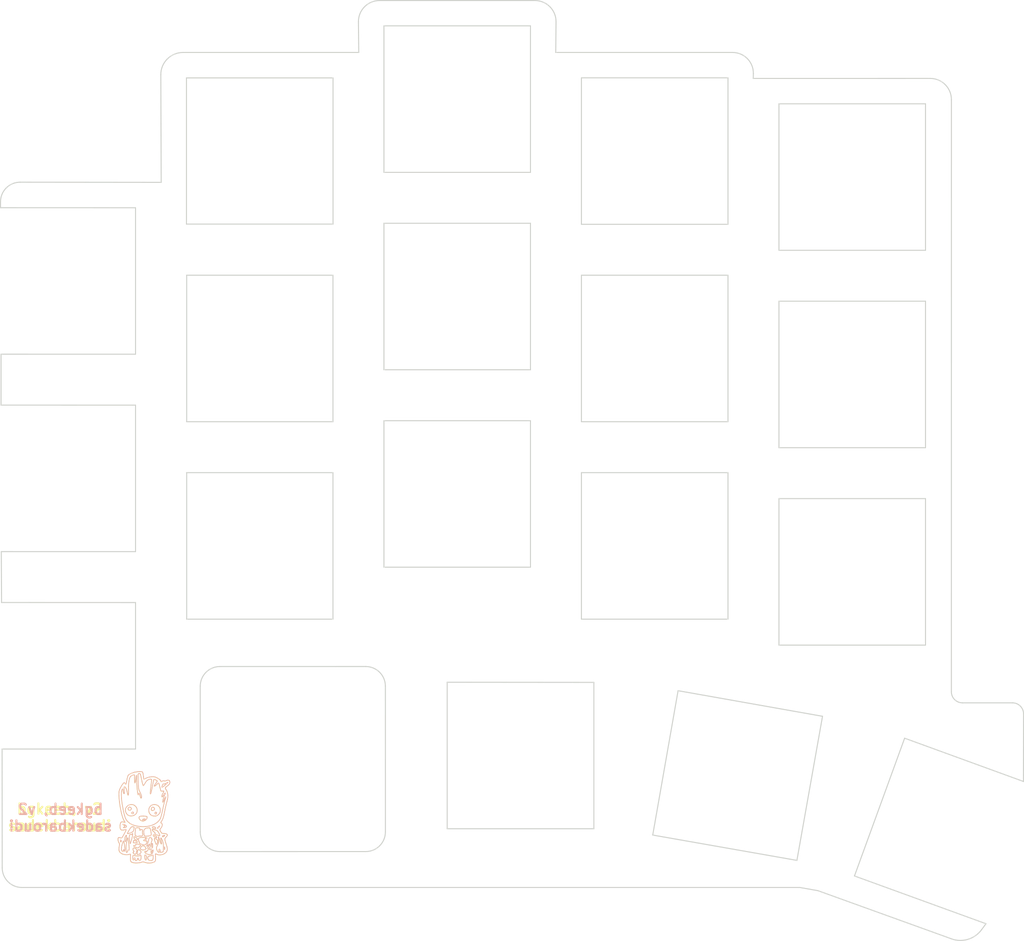
<source format=kicad_pcb>
(kicad_pcb (version 20240108) (generator "pcbnew") (generator_version "8.0")
  (layers (0 "F.Cu" signal) (31 "B.Cu" signal) (34 "B.Paste" user) (35 "F.Paste" user) (36 "B.SilkS" user "B.Silkscreen") (37 "F.SilkS" user "F.Silkscreen") (38 "B.Mask" user) (39 "F.Mask" user) (44 "Edge.Cuts" user))
  (net 0 "")
  (footprint "MountingHole:MountingHole_2.2mm_M2" (layer "F.Cu") (at 138.994593 97.716404)
    (property "Reference" "" (at 0 -4.2 0) (layer "F.SilkS"))
    (property "Value" "MountingHole_2.2mm_M2")
    (pad "" np_thru_hole circle (at 0 0) (size 2.2 2.2) (drill 2.2) (layers "*.Cu" "*.Mask"))
  )
  (footprint "MountingHole:MountingHole_2.2mm_M2" (layer "F.Cu") (at 72.954593 94.668404)
    (property "Reference" "" (at 0 -4.2 0) (layer "F.SilkS"))
    (property "Value" "MountingHole_2.2mm_M2")
    (pad "" np_thru_hole circle (at 0 0) (size 2.2 2.2) (drill 2.2) (layers "*.Cu" "*.Mask"))
  )
  (footprint "MountingHole:MountingHole_2.2mm_M2" (layer "F.Cu") (at 70.668593 56.822404)
    (property "Reference" "" (at 0 -4.2 0) (layer "F.SilkS"))
    (property "Value" "MountingHole_2.2mm_M2")
    (pad "" np_thru_hole circle (at 0 0) (size 2.2 2.2) (drill 2.2) (layers "*.Cu" "*.Mask"))
  )
  (footprint "MountingHole:MountingHole_2.2mm_M2" (layer "F.Cu") (at 127.564593 55.552404)
    (property "Reference" "" (at 0 -4.2 0) (layer "F.SilkS"))
    (property "Value" "MountingHole_2.2mm_M2")
    (pad "" np_thru_hole circle (at 0 0) (size 2.2 2.2) (drill 2.2) (layers "*.Cu" "*.Mask"))
  )
  (gr_curve (pts (xy 66.60713 111.872978) (xy 66.600908 111.902433) (xy 66.602913 111.933551) (xy 66.611818 111.962198)) (stroke (width 0.0625)) (layer "B.SilkS"))
  (gr_curve (pts (xy 68.81786 106.584358) (xy 68.813745 106.584696) (xy 68.810725 106.583021) (xy 68.80872 106.579451)) (stroke (width 0.0625)) (layer "B.SilkS"))
  (gr_curve (pts (xy 66.973355 112.146156) (xy 66.962078 112.093838) (xy 66.949813 112.041416) (xy 66.931845 111.990766)) (stroke (width 0.0625)) (layer "B.SilkS"))
  (gr_curve (pts (xy 69.110125 105.856523) (xy 69.201245 105.815473) (xy 69.29851 105.789931) (xy 69.396245 105.769518)) (stroke (width 0.0625)) (layer "B.SilkS"))
  (gr_curve (pts (xy 69.151505 112.415974) (xy 69.153745 112.419776) (xy 69.156845 112.422328) (xy 69.161323 112.422666)) (stroke (width 0.0625)) (layer "B.SilkS"))
  (gr_curve (pts (xy 70.852913 107.364516) (xy 70.80786 107.421183) (xy 70.77661 107.486991) (xy 70.736793 107.547223)) (stroke (width 0.0625)) (layer "B.SilkS"))
  (gr_curve (pts (xy 67.436923 105.528243) (xy 67.530073 105.462321) (xy 67.634265 105.413463) (xy 67.741558 105.375648)) (stroke (width 0.0625)) (layer "B.SilkS"))
  (gr_curve (pts (xy 66.735073 106.583468) (xy 66.778485 106.515648) (xy 66.824215 106.448943) (xy 66.876635 106.387703)) (stroke (width 0.0625)) (layer "B.SilkS"))
  (gr_curve (pts (xy 68.855568 111.023891) (xy 68.855568 111.106988) (xy 68.869188 111.189308) (xy 68.883225 111.270948)) (stroke (width 0.0625)) (layer "B.SilkS"))
  (gr_curve (pts (xy 67.842078 113.062718) (xy 67.862913 113.094958) (xy 67.89002 113.122616) (xy 67.91648 113.150166)) (stroke (width 0.0625)) (layer "B.SilkS"))
  (gr_curve (pts (xy 70.97851 107.695478) (xy 70.977625 107.691781) (xy 70.977625 107.687223) (xy 70.972833 107.686651)) (stroke (width 0.0625)) (layer "B.SilkS"))
  (gr_curve (pts (xy 69.49351 109.372458) (xy 69.431818 109.308188) (xy 69.388095 109.227771) (xy 69.363328 109.142433)) (stroke (width 0.0625)) (layer "B.SilkS"))
  (gr_curve (pts (xy 68.330073 107.466468) (xy 68.32273 107.464906) (xy 68.31614 107.459671) (xy 68.31122 107.454073)) (stroke (width 0.0625)) (layer "B.SilkS"))
  (gr_curve (pts (xy 67.32036 111.636286) (xy 67.317783 111.631911) (xy 67.316895 111.625896) (xy 67.311115 111.625011)) (stroke (width 0.0625)) (layer "B.SilkS"))
  (gr_curve (pts (xy 70.998145 106.722353) (xy 70.97372 106.742433) (xy 70.94872 106.764178) (xy 70.93523 106.793501)) (stroke (width 0.0625)) (layer "B.SilkS"))
  (gr_curve (pts (xy 69.299083 112.470973) (xy 69.27187 112.502771) (xy 69.246245 112.537901) (xy 69.23588 112.579176)) (stroke (width 0.0625)) (layer "B.SilkS"))
  (gr_curve (pts (xy 67.632573 111.303188) (xy 67.6095 111.298631) (xy 67.586948 111.287353) (xy 67.56286 111.291026)) (stroke (width 0.0625)) (layer "B.SilkS"))
  (gr_curve (pts (xy 69.731765 113.288058) (xy 69.724528 113.285713) (xy 69.716715 113.286598) (xy 69.709345 113.288058)) (stroke (width 0.0625)) (layer "B.SilkS"))
  (gr_curve (pts (xy 70.486038 110.709983) (xy 70.461168 110.743006) (xy 70.435073 110.776131) (xy 70.420125 110.815193)) (stroke (width 0.0625)) (layer "B.SilkS"))
  (gr_curve (pts (xy 70.412313 106.029418) (xy 70.435725 106.049943) (xy 70.458485 106.072253) (xy 70.473198 106.100138)) (stroke (width 0.0625)) (layer "B.SilkS"))
  (gr_curve (pts (xy 68.151713 105.697233) (xy 68.150595 105.671913) (xy 68.150048 105.646481) (xy 68.14726 105.621383)) (stroke (width 0.0625)) (layer "B.SilkS"))
  (gr_line (start 67.485463 108.665921) (end 67.485463 108.665921) (stroke (width 0.0625)) (layer "B.SilkS"))
  (gr_curve (pts (xy 67.412495 112.818656) (xy 67.417963 112.821233) (xy 67.425595 112.824463) (xy 67.429995 112.818656)) (stroke (width 0.0625)) (layer "B.SilkS"))
  (gr_curve (pts (xy 69.281558 111.441963) (xy 69.348485 111.431598) (xy 69.415413 111.418761) (xy 69.47989 111.397223)) (stroke (width 0.0625)) (layer "B.SilkS"))
  (gr_curve (pts (xy 70.178615 111.879098) (xy 70.160438 111.823996) (xy 70.122625 111.775713) (xy 70.073328 111.745036)) (stroke (width 0.0625)) (layer "B.SilkS"))
  (gr_curve (pts (xy 69.834057 113.958656) (xy 69.766558 113.988006) (xy 69.694293 114.003603) (xy 69.622443 114.018108)) (stroke (width 0.0625)) (layer "B.SilkS"))
  (gr_curve (pts (xy 67.91648 113.150166) (xy 67.940438 113.173813) (xy 67.965985 113.197693) (xy 67.997783 113.210296)) (stroke (width 0.0625)) (layer "B.SilkS"))
  (gr_curve (pts (xy 70.917833 107.320791) (xy 70.914708 107.318786) (xy 70.911818 107.314751) (xy 70.907913 107.317666)) (stroke (width 0.0625)) (layer "B.SilkS"))
  (gr_curve (pts (xy 69.903433 111.868631) (xy 69.926533 111.946026) (xy 69.953173 112.022458) (xy 69.983408 112.097301)) (stroke (width 0.0625)) (layer "B.SilkS"))
  (gr_curve (pts (xy 69.622443 114.018108) (xy 69.505333 114.040973) (xy 69.38497 114.052926) (xy 69.265725 114.041886)) (stroke (width 0.0625)) (layer "B.SilkS"))
  (gr_line (start 66.897938 111.941363) (end 66.897833 111.941366) (stroke (width 0.0625)) (layer "B.SilkS"))
  (gr_curve (pts (xy 69.696505 112.551963) (xy 69.708458 112.515141) (xy 69.712678 112.476443) (xy 69.715698 112.437953)) (stroke (width 0.0625)) (layer "B.SilkS"))
  (gr_curve (pts (xy 67.863693 112.086261) (xy 67.888145 112.101078) (xy 67.917808 112.099516) (xy 67.945255 112.098968)) (stroke (width 0.0625)) (layer "B.SilkS"))
  (gr_curve (pts (xy 67.285463 111.664151) (xy 67.26661 111.729853) (xy 67.25122 111.796573) (xy 67.236038 111.863266)) (stroke (width 0.0625)) (layer "B.SilkS"))
  (gr_curve (pts (xy 67.17122 111.691496) (xy 67.184058 111.625453) (xy 67.196323 111.559073) (xy 67.205908 111.492483)) (stroke (width 0.0625)) (layer "B.SilkS"))
  (gr_curve (pts (xy 68.103408 112.217876) (xy 68.09148 112.228473) (xy 68.08614 112.245871) (xy 68.090698 112.261261)) (stroke (width 0.0625)) (layer "B.SilkS"))
  (gr_curve (pts (xy 70.863615 112.733891) (xy 70.867418 112.732223) (xy 70.869528 112.729308) (xy 70.86997 112.725193)) (stroke (width 0.0625)) (layer "B.SilkS"))
  (gr_curve (pts (xy 69.08536 111.784308) (xy 69.082443 111.779281) (xy 69.075438 111.779934) (xy 69.07062 111.777483)) (stroke (width 0.0625)) (layer "B.SilkS"))
  (gr_curve (pts (xy 69.602365 111.706651) (xy 69.582963 111.687926) (xy 69.573042 111.661026) (xy 69.571245 111.634386)) (stroke (width 0.0625)) (layer "B.SilkS"))
  (gr_curve (pts (xy 67.547703 112.158083) (xy 67.549708 112.163996) (xy 67.551715 112.171261) (xy 67.554735 112.175921)) (stroke (width 0.0625)) (layer "B.SilkS"))
  (gr_curve (pts (xy 68.045515 110.920036) (xy 68.03247 111.044073) (xy 68.021765 111.168891) (xy 68.026663 111.293838)) (stroke (width 0.0625)) (layer "B.SilkS"))
  (gr_curve (pts (xy 67.108198 106.446153) (xy 67.112105 106.449611) (xy 67.116583 106.451286) (xy 67.121818 106.451173)) (stroke (width 0.0625)) (layer "B.SilkS"))
  (gr_curve (pts (xy 66.880438 110.344228) (xy 66.920465 110.379698) (xy 66.963408 110.411938) (xy 67.002678 110.448421)) (stroke (width 0.0625)) (layer "B.SilkS"))
  (gr_curve (pts (xy 70.972833 107.686651) (xy 70.96937 107.684438) (xy 70.965803 107.683968) (xy 70.962 107.686001)) (stroke (width 0.0625)) (layer "B.SilkS"))
  (gr_curve (pts (xy 66.984943 106.313751) (xy 67.021975 106.321001) (xy 67.055333 106.346543) (xy 67.070048 106.381571)) (stroke (width 0.0625)) (layer "B.SilkS"))
  (gr_curve (pts (xy 68.999345 110.732198) (xy 68.95575 110.758083) (xy 68.916375 110.793761) (xy 68.89372 110.839958)) (stroke (width 0.0625)) (layer "B.SilkS"))
  (gr_curve (pts (xy 70.28325 109.357953) (xy 70.23661 109.404126) (xy 70.188095 109.449983) (xy 70.129995 109.481546)) (stroke (width 0.0625)) (layer "B.SilkS"))
  (gr_curve (pts (xy 68.296713 112.796676) (xy 68.26963 112.846208) (xy 68.259475 112.902433) (xy 68.249213 112.957198)) (stroke (width 0.0625)) (layer "B.SilkS"))
  (gr_line (start 70.370595 110.477641) (end 70.370595 110.477641) (stroke (width 0.0625)) (layer "B.SilkS"))
  (gr_line (start 69.709345 113.288058) (end 69.709345 113.288058) (stroke (width 0.0625)) (layer "B.SilkS"))
  (gr_line (start 69.995908 109.147901) (end 69.995908 109.147901) (stroke (width 0.0625)) (layer "B.SilkS"))
  (gr_curve (pts (xy 70.14984 106.147211) (xy 70.140465 106.131818) (xy 70.12497 106.121556) (xy 70.11135 106.110176)) (stroke (width 0.0625)) (layer "B.SilkS"))
  (gr_curve (pts (xy 68.436038 112.269073) (xy 68.370803 112.244204) (xy 68.303875 112.222666) (xy 68.23515 112.209621)) (stroke (width 0.0625)) (layer "B.SilkS"))
  (gr_curve (pts (xy 67.56398 108.958501) (xy 67.607025 108.933968) (xy 67.639943 108.893813) (xy 67.660125 108.848968)) (stroke (width 0.0625)) (layer "B.SilkS"))
  (gr_curve (pts (xy 70.732443 112.886468) (xy 70.7389 112.752068) (xy 70.742158 112.617434) (xy 70.74372 112.482901)) (stroke (width 0.0625)) (layer "B.SilkS"))
  (gr_curve (pts (xy 68.692938 106.220721) (xy 68.662365 106.084299) (xy 68.63773 105.946651) (xy 68.610283 105.809673)) (stroke (width 0.0625)) (layer "B.SilkS"))
  (gr_curve (pts (xy 68.099188 112.309334) (xy 68.095153 112.323291) (xy 68.083563 112.334333) (xy 68.069735 112.338238)) (stroke (width 0.0625)) (layer "B.SilkS"))
  (gr_curve (pts (xy 69.751063 113.637171) (xy 69.768563 113.552068) (xy 69.768798 113.464516) (xy 69.764683 113.377954)) (stroke (width 0.0625)) (layer "B.SilkS"))
  (gr_curve (pts (xy 69.866168 105.985468) (xy 69.85635 105.983686) (xy 69.8451 105.981678) (xy 69.836168 105.986919)) (stroke (width 0.0625)) (layer "B.SilkS"))
  (gr_curve (pts (xy 70.510568 111.635608) (xy 70.506558 111.637381) (xy 70.501428 111.637823) (xy 70.50075 111.642978)) (stroke (width 0.0625)) (layer "B.SilkS"))
  (gr_curve (pts (xy 69.621453 112.404046) (xy 69.62312 112.454803) (xy 69.627703 112.506208) (xy 69.643303 112.554853)) (stroke (width 0.0625)) (layer "B.SilkS"))
  (gr_curve (pts (xy 68.725283 111.022666) (xy 68.727288 110.991313) (xy 68.734995 110.960531) (xy 68.734658 110.928968)) (stroke (width 0.0625)) (layer "B.SilkS"))
  (gr_curve (pts (xy 68.739005 111.187848) (xy 68.724293 111.134203) (xy 68.721948 111.077876) (xy 68.725283 111.022666)) (stroke (width 0.0625)) (layer "B.SilkS"))
  (gr_curve (pts (xy 70.389215 110.509438) (xy 70.392885 110.501416) (xy 70.396583 110.491808) (xy 70.392885 110.483214)) (stroke (width 0.0625)) (layer "B.SilkS"))
  (gr_curve (pts (xy 70.682573 108.116781) (xy 70.685153 108.075063) (xy 70.69273 108.033786) (xy 70.700437 107.992746)) (stroke (width 0.0625)) (layer "B.SilkS"))
  (gr_curve (pts (xy 70.596245 110.243838) (xy 70.62747 110.280428) (xy 70.639865 110.330063) (xy 70.637418 110.377353)) (stroke (width 0.0625)) (layer "B.SilkS"))
  (gr_curve (pts (xy 69.512235 107.380011) (xy 69.506895 107.381363) (xy 69.50075 107.379358) (xy 69.496505 107.376001)) (stroke (width 0.0625)) (layer "B.SilkS"))
  (gr_curve (pts (xy 68.353275 112.755193) (xy 68.32864 112.757536) (xy 68.307548 112.775036) (xy 68.296713 112.796676)) (stroke (width 0.0625)) (layer "B.SilkS"))
  (gr_curve (pts (xy 66.469708 107.574671) (xy 66.465255 107.458108) (xy 66.46424 107.341208) (xy 66.473615 107.224751)) (stroke (width 0.0625)) (layer "B.SilkS"))
  (gr_curve (pts (xy 66.517573 108.145661) (xy 66.495048 107.956051) (xy 66.477183 107.765636) (xy 66.469708 107.574671)) (stroke (width 0.0625)) (layer "B.SilkS"))
  (gr_curve (pts (xy 69.999578 105.784911) (xy 70.06773 105.813021) (xy 70.133433 105.846818) (xy 70.198015 105.882513)) (stroke (width 0.0625)) (layer "B.SilkS"))
  (gr_curve (pts (xy 70.544708 106.208113) (xy 70.573588 106.200753) (xy 70.597808 106.182461) (xy 70.62101 106.164611)) (stroke (width 0.0625)) (layer "B.SilkS"))
  (gr_curve (pts (xy 71.36312 106.243811) (xy 71.370255 106.296013) (xy 71.365802 106.351228) (xy 71.341923 106.398971)) (stroke (width 0.0625)) (layer "B.SilkS"))
  (gr_curve (pts (xy 67.388953 107.357146) (xy 67.385958 107.397978) (xy 67.383173 107.439256) (xy 67.372235 107.478968)) (stroke (width 0.0625)) (layer "B.SilkS"))
  (gr_curve (pts (xy 67.981715 108.508188) (xy 68.045645 108.555608) (xy 68.100515 108.615166) (xy 68.142913 108.682433)) (stroke (width 0.0625)) (layer "B.SilkS"))
  (gr_curve (pts (xy 66.679318 111.630246) (xy 66.706193 111.632693) (xy 66.73385 111.622771) (xy 66.752365 111.602926)) (stroke (width 0.0625)) (layer "B.SilkS"))
  (gr_curve (pts (xy 67.251323 107.161286) (xy 67.22812 107.052301) (xy 67.194553 106.944541) (xy 67.141115 106.846391)) (stroke (width 0.0625)) (layer "B.SilkS"))
  (gr_curve (pts (xy 68.423668 112.497171) (xy 68.457365 112.466286) (xy 68.490697 112.434723) (xy 68.519033 112.398813)) (stroke (width 0.0625)) (layer "B.SilkS"))
  (gr_curve (pts (xy 67.571793 113.213318) (xy 67.56911 113.205401) (xy 67.564995 113.196808) (xy 67.55752 113.192563)) (stroke (width 0.0625)) (layer "B.SilkS"))
  (gr_curve (pts (xy 66.83325 106.940296) (xy 66.83002 106.933838) (xy 66.825673 106.926131) (xy 66.817625 106.925688)) (stroke (width 0.0625)) (layer "B.SilkS"))
  (gr_curve (pts (xy 66.479423 112.552511) (xy 66.493823 112.453136) (xy 66.514788 112.354176) (xy 66.518458 112.253578)) (stroke (width 0.0625)) (layer "B.SilkS"))
  (gr_curve (pts (xy 70.336452 112.729098) (xy 70.338355 112.724176) (xy 70.34148 112.720401) (xy 70.346168 112.718058)) (stroke (width 0.0625)) (layer "B.SilkS"))
  (gr_curve (pts (xy 69.0751 111.911468) (xy 69.016088 111.906988) (xy 68.95575 111.912458) (xy 68.898068 111.896391)) (stroke (width 0.0625)) (layer "B.SilkS"))
  (gr_curve (pts (xy 70.655933 111.189308) (xy 70.691063 111.195323) (xy 70.726635 111.191651) (xy 70.762 111.190323)) (stroke (width 0.0625)) (layer "B.SilkS"))
  (gr_curve (pts (xy 67.265595 110.002121) (xy 67.339995 110.085453) (xy 67.427783 110.155608) (xy 67.518145 110.220766)) (stroke (width 0.0625)) (layer "B.SilkS"))
  (gr_curve (pts (xy 70.462158 113.004828) (xy 70.47398 113.017771) (xy 70.492625 113.020896) (xy 70.509345 113.018891)) (stroke (width 0.0625)) (layer "B.SilkS"))
  (gr_curve (pts (xy 66.877653 111.968343) (xy 66.859135 112.002483) (xy 66.846063 112.039281) (xy 66.832678 112.075661)) (stroke (width 0.0625)) (layer "B.SilkS"))
  (gr_curve (pts (xy 67.914005 113.698526) (xy 67.918588 113.669308) (xy 67.916245 113.639073) (xy 67.925283 113.610531)) (stroke (width 0.0625)) (layer "B.SilkS"))
  (gr_curve (pts (xy 66.597653 108.689333) (xy 66.566323 108.508863) (xy 66.539423 108.327588) (xy 66.517573 108.145661)) (stroke (width 0.0625)) (layer "B.SilkS"))
  (gr_curve (pts (xy 69.663275 111.752381) (xy 69.659813 111.744151) (xy 69.653692 111.737223) (xy 69.645438 111.733421)) (stroke (width 0.0625)) (layer "B.SilkS"))
  (gr_curve (pts (xy 69.23588 112.579176) (xy 69.232703 112.594228) (xy 69.23127 112.611756) (xy 69.24062 112.624906)) (stroke (width 0.0625)) (layer "B.SilkS"))
  (gr_curve (pts (xy 69.07062 111.777483) (xy 69.045645 111.769358) (xy 69.019423 111.759541) (xy 69.001583 111.739333)) (stroke (width 0.0625)) (layer "B.SilkS"))
  (gr_curve (pts (xy 69.48213 107.344646) (xy 69.476323 107.309073) (xy 69.47911 107.272926) (xy 69.480908 107.237121)) (stroke (width 0.0625)) (layer "B.SilkS"))
  (gr_curve (pts (xy 68.76489 111.570453) (xy 68.670958 111.571366) (xy 68.576583 111.575271) (xy 68.484345 111.594438)) (stroke (width 0.0625)) (layer "B.SilkS"))
  (gr_curve (pts (xy 70.411975 109.831678) (xy 70.43851 109.787953) (xy 70.462833 109.742458) (xy 70.478563 109.693578)) (stroke (width 0.0625)) (layer "B.SilkS"))
  (gr_curve (pts (xy 68.85122 111.870973) (xy 68.848198 111.865166) (xy 68.845985 111.858238) (xy 68.849448 111.852121)) (stroke (width 0.0625)) (layer "B.SilkS"))
  (gr_curve (pts (xy 69.98174 113.400921) (xy 69.990672 113.497198) (xy 70.000933 113.593786) (xy 69.99614 113.690608)) (stroke (width 0.0625)) (layer "B.SilkS"))
  (gr_curve (pts (xy 67.945255 112.098968) (xy 67.991323 112.097301) (xy 68.03726 112.094176) (xy 68.082885 112.087926)) (stroke (width 0.0625)) (layer "B.SilkS"))
  (gr_curve (pts (xy 68.979162 112.913916) (xy 68.965775 112.925843) (xy 68.954838 112.942353) (xy 68.955178 112.960871)) (stroke (width 0.0625)) (layer "B.SilkS"))
  (gr_curve (pts (xy 71.140933 107.920791) (xy 71.125855 107.993631) (xy 71.105673 108.065348) (xy 71.082365 108.135973)) (stroke (width 0.0625)) (layer "B.SilkS"))
  (gr_curve (pts (xy 68.500308 112.822121) (xy 68.467625 112.797354) (xy 68.43226 112.775376) (xy 68.393538 112.761651)) (stroke (width 0.0625)) (layer "B.SilkS"))
  (gr_curve (pts (xy 67.03502 110.491366) (xy 67.035698 110.503083) (xy 67.033015 110.515011) (xy 67.025333 110.524151)) (stroke (width 0.0625)) (layer "B.SilkS"))
  (gr_curve (pts (xy 70.087495 112.544358) (xy 70.076663 112.597016) (xy 70.07924 112.652353) (xy 70.095072 112.703891)) (stroke (width 0.0625)) (layer "B.SilkS"))
  (gr_curve (pts (xy 66.52226 112.948161) (xy 66.494813 112.902433) (xy 66.478198 112.850661) (xy 66.472053 112.797796)) (stroke (width 0.0625)) (layer "B.SilkS"))
  (gr_curve (pts (xy 70.867077 109.073291) (xy 70.848563 109.173448) (xy 70.829605 109.273631) (xy 70.808068 109.373238)) (stroke (width 0.0625)) (layer "B.SilkS"))
  (gr_curve (pts (xy 67.165543 110.579698) (xy 67.179708 110.565323) (xy 67.18997 110.545791) (xy 67.18885 110.525166)) (stroke (width 0.0625)) (layer "B.SilkS"))
  (gr_curve (pts (xy 68.30497 110.648421) (xy 68.270413 110.644853) (xy 68.235595 110.644176) (xy 68.200803 110.644309)) (stroke (width 0.0625)) (layer "B.SilkS"))
  (gr_curve (pts (xy 68.05635 113.203161) (xy 68.08523 113.180973) (xy 68.101193 113.146938) (xy 68.114578 113.114021)) (stroke (width 0.0625)) (layer "B.SilkS"))
  (gr_curve (pts (xy 69.396245 105.769518) (xy 69.473303 105.753788) (xy 69.55161 105.744196) (xy 69.630255 105.739846)) (stroke (width 0.0625)) (layer "B.SilkS"))
  (gr_curve (pts (xy 67.065255 110.627901) (xy 67.101298 110.618863) (xy 67.138538 110.606261) (xy 67.165543 110.579698)) (stroke (width 0.0625)) (layer "B.SilkS"))
  (gr_curve (pts (xy 68.968015 113.580063) (xy 68.976713 113.626911) (xy 68.98674 113.673996) (xy 69.006818 113.717483)) (stroke (width 0.0625)) (layer "B.SilkS"))
  (gr_curve (pts (xy 69.82713 106.003538) (xy 69.811063 106.052731) (xy 69.801583 106.103709) (xy 69.78976 106.154016)) (stroke (width 0.0625)) (layer "B.SilkS"))
  (gr_curve (pts (xy 69.40437 112.224569) (xy 69.410515 112.227588) (xy 69.417418 112.230713) (xy 69.420775 112.236833)) (stroke (width 0.0625)) (layer "B.SilkS"))
  (gr_curve (pts (xy 67.19989 111.382406) (xy 67.193198 111.378161) (xy 67.184943 111.375583) (xy 67.17726 111.378603)) (stroke (width 0.0625)) (layer "B.SilkS"))
  (gr_curve (pts (xy 66.995203 109.428213) (xy 67.027235 109.546468) (xy 67.063798 109.664151) (xy 67.11635 109.775011)) (stroke (width 0.0625)) (layer "B.SilkS"))
  (gr_curve (pts (xy 69.940908 111.385296) (xy 69.90377 111.362536) (xy 69.864735 111.341468) (xy 69.822572 111.329516)) (stroke (width 0.0625)) (layer "B.SilkS"))
  (gr_curve (pts (xy 70.426583 106.807901) (xy 70.40036 106.701261) (xy 70.37562 106.594176) (xy 70.34549 106.488541)) (stroke (width 0.0625)) (layer "B.SilkS"))
  (gr_curve (pts (xy 68.55049 112.562093) (xy 68.536428 112.583526) (xy 68.52148 112.605376) (xy 68.514788 112.630376)) (stroke (width 0.0625)) (layer "B.SilkS"))
  (gr_curve (pts (xy 67.907885 112.591103) (xy 67.87877 112.593551) (xy 67.84898 112.608838) (xy 67.835828 112.635948)) (stroke (width 0.0625)) (layer "B.SilkS"))
  (gr_line (start 69.774605 110.546573) (end 69.774605 110.546573) (stroke (width 0.0625)) (layer "B.SilkS"))
  (gr_line (start 67.934865 111.502406) (end 67.934865 111.502406) (stroke (width 0.0625)) (layer "B.SilkS"))
  (gr_curve (pts (xy 67.348588 111.756078) (xy 67.340775 111.715819) (xy 67.334083 111.675089) (xy 67.32036 111.636286)) (stroke (width 0.0625)) (layer "B.SilkS"))
  (gr_curve (pts (xy 68.700958 110.823996) (xy 68.68825 110.809386) (xy 68.669395 110.799021) (xy 68.649658 110.800791)) (stroke (width 0.0625)) (layer "B.SilkS"))
  (gr_line (start 66.859683 110.311781) (end 66.859683 110.311781) (stroke (width 0.0625)) (layer "B.SilkS"))
  (gr_curve (pts (xy 69.889605 108.408578) (xy 70.013095 108.410818) (xy 70.135673 108.452876) (xy 70.234058 108.527718)) (stroke (width 0.0625)) (layer "B.SilkS"))
  (gr_curve (pts (xy 68.119475 113.810193) (xy 68.152495 113.807406) (xy 68.182495 113.788108) (xy 68.201845 113.761546)) (stroke (width 0.0625)) (layer "B.SilkS"))
  (gr_curve (pts (xy 67.872418 109.471286) (xy 67.765438 109.509203) (xy 67.649213 109.517901) (xy 67.537 109.502613)) (stroke (width 0.0625)) (layer "B.SilkS"))
  (gr_curve (pts (xy 69.88838 111.682901) (xy 69.883588 111.684906) (xy 69.877443 111.685246) (xy 69.875645 111.691051)) (stroke (width 0.0625)) (layer "B.SilkS"))
  (gr_curve (pts (xy 69.0395 111.588968) (xy 68.977938 111.578603) (xy 68.915465 111.574801) (xy 68.853225 111.571911)) (stroke (width 0.0625)) (layer "B.SilkS"))
  (gr_curve (pts (xy 70.580283 110.570011) (xy 70.55364 110.619646) (xy 70.52062 110.665608) (xy 70.486038 110.709983)) (stroke (width 0.0625)) (layer "B.SilkS"))
  (gr_curve (pts (xy 67.799683 113.404176) (xy 67.794658 113.455478) (xy 67.7951 113.507223) (xy 67.797105 113.558761)) (stroke (width 0.0625)) (layer "B.SilkS"))
  (gr_curve (pts (xy 70.325515 112.798916) (xy 70.325855 112.775376) (xy 70.32674 112.750948) (xy 70.336452 112.729098)) (stroke (width 0.0625)) (layer "B.SilkS"))
  (gr_curve (pts (xy 67.894838 112.367796) (xy 67.890255 112.372353) (xy 67.884788 112.378161) (xy 67.886895 112.385193)) (stroke (width 0.0625)) (layer "B.SilkS"))
  (gr_curve (pts (xy 69.660933 112.585531) (xy 69.665515 112.586651) (xy 69.670308 112.590323) (xy 69.6745 112.586651)) (stroke (width 0.0625)) (layer "B.SilkS"))
  (gr_curve (pts (xy 67.360413 109.444073) (xy 67.28825 109.400218) (xy 67.22989 109.336078) (xy 67.18562 109.264698)) (stroke (width 0.0625)) (layer "B.SilkS"))
  (gr_curve (pts (xy 66.927288 107.323473) (xy 66.90752 107.284411) (xy 66.896168 107.241808) (xy 66.88523 107.199646)) (stroke (width 0.0625)) (layer "B.SilkS"))
  (gr_curve (pts (xy 70.180073 110.681651) (xy 70.17984 110.687458) (xy 70.186533 110.687121) (xy 70.190438 110.689358)) (stroke (width 0.0625)) (layer "B.SilkS"))
  (gr_curve (pts (xy 68.422105 113.785323) (xy 68.437052 113.796468) (xy 68.45601 113.803943) (xy 68.474865 113.800376)) (stroke (width 0.0625)) (layer "B.SilkS"))
  (gr_curve (pts (xy 67.513328 112.011626) (xy 67.52338 112.060713) (xy 67.532965 112.110114) (xy 67.547703 112.158083)) (stroke (width 0.0625)) (layer "B.SilkS"))
  (gr_curve (pts (xy 66.584605 110.662588) (xy 66.572235 110.577588) (xy 66.57502 110.491261) (xy 66.580595 110.405818)) (stroke (width 0.0625)) (layer "B.SilkS"))
  (gr_curve (pts (xy 70.402495 108.742328) (xy 70.439422 108.825766) (xy 70.45135 108.918343) (xy 70.447678 109.008916)) (stroke (width 0.0625)) (layer "B.SilkS"))
  (gr_curve (pts (xy 66.926948 109.896598) (xy 66.889135 109.825113) (xy 66.86002 109.749358) (xy 66.83325 109.673188)) (stroke (width 0.0625)) (layer "B.SilkS"))
  (gr_curve (pts (xy 69.066063 111.800348) (xy 69.073875 111.798916) (xy 69.081895 111.797694) (xy 69.088043 111.792223)) (stroke (width 0.0625)) (layer "B.SilkS"))
  (gr_curve (pts (xy 68.465828 110.833916) (xy 68.47075 110.808058) (xy 68.484918 110.783396) (xy 68.481663 110.756391)) (stroke (width 0.0625)) (layer "B.SilkS"))
  (gr_curve (pts (xy 68.393538 112.761651) (xy 68.38049 112.757433) (xy 68.367 112.754751) (xy 68.353275 112.755193)) (stroke (width 0.0625)) (layer "B.SilkS"))
  (gr_curve (pts (xy 67.053433 106.731703) (xy 67.036923 106.717876) (xy 67.01752 106.706053) (xy 66.995985 106.702933)) (stroke (width 0.0625)) (layer "B.SilkS"))
  (gr_curve (pts (xy 68.364318 107.351468) (xy 68.351713 107.380921) (xy 68.35851 107.413708) (xy 68.353068 107.444491)) (stroke (width 0.0625)) (layer "B.SilkS"))
  (gr_curve (pts (xy 66.856793 110.317251) (xy 66.86114 110.328733) (xy 66.871948 110.335871) (xy 66.880438 110.344228)) (stroke (width 0.0625)) (layer "B.SilkS"))
  (gr_curve (pts (xy 70.198015 105.882513) (xy 70.273433 105.925233) (xy 70.346375 105.972866) (xy 70.412313 106.029418)) (stroke (width 0.0625)) (layer "B.SilkS"))
  (gr_curve (pts (xy 67.18786 113.002588) (xy 67.19252 113.012978) (xy 67.20023 113.022901) (xy 67.211505 113.026468)) (stroke (width 0.0625)) (layer "B.SilkS"))
  (gr_curve (pts (xy 69.448225 112.723188) (xy 69.396245 112.740478) (xy 69.343145 112.754411) (xy 69.290385 112.769463)) (stroke (width 0.0625)) (layer "B.SilkS"))
  (gr_curve (pts (xy 67.15773 110.835714) (xy 67.157288 110.830688) (xy 67.150828 110.831468) (xy 67.147235 110.829698)) (stroke (width 0.0625)) (layer "B.SilkS"))
  (gr_curve (pts (xy 68.02075 106.313413) (xy 68.018303 106.318436) (xy 68.01562 106.324571) (xy 68.012288 106.328251)) (stroke (width 0.0625)) (layer "B.SilkS"))
  (gr_curve (pts (xy 70.379293 111.411728) (xy 70.386193 111.408501) (xy 70.394005 111.403813) (xy 70.39502 111.395453)) (stroke (width 0.0625)) (layer "B.SilkS"))
  (gr_curve (pts (xy 70.71213 107.112093) (xy 70.667418 107.114438) (xy 70.624345 107.129491) (xy 70.579528 107.131156)) (stroke (width 0.0625)) (layer "B.SilkS"))
  (gr_line (start 70.860385 112.503996) (end 70.856713 112.509568) (stroke (width 0.0625)) (layer "B.SilkS"))
  (gr_curve (pts (xy 71.070438 107.092563) (xy 71.135465 107.225738) (xy 71.166923 107.373448) (xy 71.174058 107.521001)) (stroke (width 0.0625)) (layer "B.SilkS"))
  (gr_curve (pts (xy 66.518458 112.253578) (xy 66.519475 112.210506) (xy 66.517 112.165323) (xy 66.495828 112.126728)) (stroke (width 0.0625)) (layer "B.SilkS"))
  (gr_curve (pts (xy 67.56286 111.291026) (xy 67.541895 111.293501) (xy 67.523278 111.306546) (xy 67.511323 111.323733)) (stroke (width 0.0625)) (layer "B.SilkS"))
  (gr_curve (pts (xy 68.140775 109.264698) (xy 68.076975 109.360401) (xy 67.980725 109.433343) (xy 67.872418 109.471286)) (stroke (width 0.0625)) (layer "B.SilkS"))
  (gr_curve (pts (xy 70.800255 106.628978) (xy 70.87812 106.563279) (xy 70.95463 106.496128) (xy 71.030048 106.427751)) (stroke (width 0.0625)) (layer "B.SilkS"))
  (gr_curve (pts (xy 70.486818 111.022223) (xy 70.51226 111.066051) (xy 70.538588 111.110323) (xy 70.574265 111.146808)) (stroke (width 0.0625)) (layer "B.SilkS"))
  (gr_curve (pts (xy 66.817625 106.925688) (xy 66.81239 106.923786) (xy 66.807808 106.928578) (xy 66.80325 106.930608)) (stroke (width 0.0625)) (layer "B.SilkS"))
  (gr_curve (pts (xy 70.023798 111.302876) (xy 70.079788 111.329411) (xy 70.139033 111.347823) (xy 70.19713 111.368551)) (stroke (width 0.0625)) (layer "B.SilkS"))
  (gr_curve (pts (xy 67.992548 106.297018) (xy 67.982495 106.254073) (xy 67.97872 106.210013) (xy 67.974918 106.166173)) (stroke (width 0.0625)) (layer "B.SilkS"))
  (gr_curve (pts (xy 68.19187 112.803371) (xy 68.191765 112.776938) (xy 68.18385 112.749958) (xy 68.166323 112.729646)) (stroke (width 0.0625)) (layer "B.SilkS"))
  (gr_curve (pts (xy 66.68601 113.107458) (xy 66.622548 113.065063) (xy 66.561298 113.014983) (xy 66.52226 112.948161)) (stroke (width 0.0625)) (layer "B.SilkS"))
  (gr_curve (pts (xy 68.42523 112.068968) (xy 68.422885 112.080453) (xy 68.42299 112.093058) (xy 68.429578 112.103213)) (stroke (width 0.0625)) (layer "B.SilkS"))
  (gr_curve (pts (xy 67.49549 113.198031) (xy 67.460803 113.210296) (xy 67.425673 113.221338) (xy 67.389423 113.227483)) (stroke (width 0.0625)) (layer "B.SilkS"))
  (gr_curve (pts (xy 70.800385 108.003006) (xy 70.780178 108.057876) (xy 70.758538 108.112978) (xy 70.725515 108.161626)) (stroke (width 0.0625)) (layer "B.SilkS"))
  (gr_curve (pts (xy 70.49463 111.721833) (xy 70.503875 111.819646) (xy 70.53265 111.914021) (xy 70.54963 112.010506)) (stroke (width 0.0625)) (layer "B.SilkS"))
  (gr_curve (pts (xy 71.32385 106.120106) (xy 71.347965 106.156916) (xy 71.356323 106.200976) (xy 71.36312 106.243811)) (stroke (width 0.0625)) (layer "B.SilkS"))
  (gr_curve (pts (xy 68.111558 105.798073) (xy 68.09359 105.936056) (xy 68.078328 106.074596) (xy 68.049215 106.210791)) (stroke (width 0.0625)) (layer "B.SilkS"))
  (gr_curve (pts (xy 67.366558 108.893238) (xy 67.389293 108.930063) (xy 67.424213 108.961626) (xy 67.467053 108.971988)) (stroke (width 0.0625)) (layer "B.SilkS"))
  (gr_curve (pts (xy 70.065283 112.246313) (xy 70.082913 112.243526) (xy 70.09752 112.231598) (xy 70.107443 112.217198)) (stroke (width 0.0625)) (layer "B.SilkS"))
  (gr_curve (pts (xy 68.78864 113.928421) (xy 68.757078 113.924411) (xy 68.722938 113.924308) (xy 68.693953 113.939256)) (stroke (width 0.0625)) (layer "B.SilkS"))
  (gr_line (start 68.761533 112.378943) (end 68.761533 112.378943) (stroke (width 0.0625)) (layer "B.SilkS"))
  (gr_line (start 69.69463 110.797328) (end 69.69463 110.797328) (stroke (width 0.0625)) (layer "B.SilkS"))
  (gr_curve (pts (xy 69.2451 113.599256) (xy 69.255697 113.635843) (xy 69.270645 113.671546) (xy 69.291375 113.703656)) (stroke (width 0.0625)) (layer "B.SilkS"))
  (gr_curve (pts (xy 70.370255 112.713813) (xy 70.376063 112.714933) (xy 70.380855 112.717719) (xy 70.384865 112.721938)) (stroke (width 0.0625)) (layer "B.SilkS"))
  (gr_curve (pts (xy 67.849083 112.063266) (xy 67.851088 112.072301) (xy 67.854553 112.082223) (xy 67.863693 112.086261)) (stroke (width 0.0625)) (layer "B.SilkS"))
  (gr_curve (pts (xy 67.671845 110.312458) (xy 67.784293 110.368786) (xy 67.90364 110.410271) (xy 68.02489 110.443188)) (stroke (width 0.0625)) (layer "B.SilkS"))
  (gr_curve (pts (xy 70.11135 106.110176) (xy 70.066168 106.075041) (xy 70.01575 106.047379) (xy 69.964553 106.022281)) (stroke (width 0.0625)) (layer "B.SilkS"))
  (gr_curve (pts (xy 68.748928 109.878761) (xy 68.753952 109.891703) (xy 68.765333 109.901728) (xy 68.778928 109.904958)) (stroke (width 0.0625)) (layer "B.SilkS"))
  (gr_line (start 69.664293 112.153838) (end 69.664293 112.153838) (stroke (width 0.0625)) (layer "B.SilkS"))
  (gr_curve (pts (xy 69.055908 113.753188) (xy 69.077783 113.740688) (xy 69.08937 113.717041) (xy 69.098953 113.694751)) (stroke (width 0.0625)) (layer "B.SilkS"))
  (gr_curve (pts (xy 69.594345 113.070973) (xy 69.590203 113.074541) (xy 69.584865 113.073656) (xy 69.580073 113.072536)) (stroke (width 0.0625)) (layer "B.SilkS"))
  (gr_curve (pts (xy 69.391765 110.478866) (xy 69.531193 110.445738) (xy 69.668173 110.401573) (xy 69.798693 110.342121)) (stroke (width 0.0625)) (layer "B.SilkS"))
  (gr_curve (pts (xy 66.617625 110.203813) (xy 66.631245 110.169228) (xy 66.64898 110.134308) (xy 66.678745 110.110896)) (stroke (width 0.0625)) (layer "B.SilkS"))
  (gr_curve (pts (xy 68.22635 113.125296) (xy 68.225333 113.149828) (xy 68.223563 113.175948) (xy 68.234708 113.198578)) (stroke (width 0.0625)) (layer "B.SilkS"))
  (gr_curve (pts (xy 70.008408 110.708996) (xy 70.012755 110.689256) (xy 70.003615 110.669828) (xy 69.9939 110.653213)) (stroke (width 0.0625)) (layer "B.SilkS"))
  (gr_curve (pts (xy 71.117833 111.307434) (xy 71.127548 111.322718) (xy 71.132548 111.342251) (xy 71.125855 111.359751)) (stroke (width 0.0625)) (layer "B.SilkS"))
  (gr_curve (pts (xy 67.94234 112.592563) (xy 67.930958 112.590896) (xy 67.91937 112.590218) (xy 67.907885 112.591103)) (stroke (width 0.0625)) (layer "B.SilkS"))
  (gr_curve (pts (xy 67.029345 112.777823) (xy 67.033928 112.706103) (xy 67.030908 112.634151) (xy 67.026765 112.562433)) (stroke (width 0.0625)) (layer "B.SilkS"))
  (gr_curve (pts (xy 69.01062 111.686026) (xy 69.040515 111.667068) (xy 69.077105 111.664593) (xy 69.111558 111.664723)) (stroke (width 0.0625)) (layer "B.SilkS"))
  (gr_curve (pts (xy 69.509683 106.946103) (xy 69.528303 106.786156) (xy 69.548953 106.626523) (xy 69.568355 106.466681)) (stroke (width 0.0625)) (layer "B.SilkS"))
  (gr_curve (pts (xy 69.080333 112.945921) (xy 69.059708 112.931208) (xy 69.040855 112.912353) (xy 69.015855 112.905558)) (stroke (width 0.0625)) (layer "B.SilkS"))
  (gr_curve (pts (xy 69.567783 112.712458) (xy 69.565438 112.707121) (xy 69.562548 112.702199) (xy 69.557313 112.699203)) (stroke (width 0.0625)) (layer "B.SilkS"))
  (gr_curve (pts (xy 67.236038 111.863266) (xy 67.222105 111.923291) (xy 67.209033 111.983396) (xy 67.19911 112.044203)) (stroke (width 0.0625)) (layer "B.SilkS"))
  (gr_curve (pts (xy 66.639708 110.810166) (xy 66.607808 110.767328) (xy 66.59187 110.714906) (xy 66.584605 110.662588)) (stroke (width 0.0625)) (layer "B.SilkS"))
  (gr_curve (pts (xy 70.418563 110.886678) (xy 70.434163 110.935088) (xy 70.462158 110.978031) (xy 70.486818 111.022223)) (stroke (width 0.0625)) (layer "B.SilkS"))
  (gr_curve (pts (xy 66.695698 107.481521) (xy 66.69726 107.585271) (xy 66.703068 107.688786) (xy 66.711323 107.792171)) (stroke (width 0.0625)) (layer "B.SilkS"))
  (gr_curve (pts (xy 67.535203 110.732406) (xy 67.48825 110.805376) (xy 67.445073 110.880661) (xy 67.401115 110.955401)) (stroke (width 0.0625)) (layer "B.SilkS"))
  (gr_curve (pts (xy 68.980957 113.980636) (xy 68.917808 113.960218) (xy 68.854788 113.937251) (xy 68.78864 113.928421)) (stroke (width 0.0625)) (layer "B.SilkS"))
  (gr_curve (pts (xy 69.700412 110.648083) (xy 69.7514 110.695713) (xy 69.818668 110.723161) (xy 69.886923 110.734203)) (stroke (width 0.0625)) (layer "B.SilkS"))
  (gr_curve (pts (xy 67.119578 111.900193) (xy 67.142573 111.832146) (xy 67.156948 111.761756) (xy 67.17122 111.691496)) (stroke (width 0.0625)) (layer "B.SilkS"))
  (gr_curve (pts (xy 67.236583 113.019438) (xy 67.254788 113.005713) (xy 67.26726 112.985766) (xy 67.278303 112.966131)) (stroke (width 0.0625)) (layer "B.SilkS"))
  (gr_curve (pts (xy 68.3989 111.452564) (xy 68.44575 111.439516) (xy 68.495385 111.438161) (xy 68.543355 111.444853)) (stroke (width 0.0625)) (layer "B.SilkS"))
  (gr_curve (pts (xy 67.19911 112.044203) (xy 67.185385 112.126728) (xy 67.17502 112.209958) (xy 67.16687 112.293291)) (stroke (width 0.0625)) (layer "B.SilkS"))
  (gr_curve (pts (xy 68.268952 107.290218) (xy 68.250203 107.173551) (xy 68.23726 107.055973) (xy 68.225125 106.938526)) (stroke (width 0.0625)) (layer "B.SilkS"))
  (gr_curve (pts (xy 67.881115 111.891598) (xy 67.865933 111.922171) (xy 67.862365 111.956756) (xy 67.855463 111.989751)) (stroke (width 0.0625)) (layer "B.SilkS"))
  (gr_curve (pts (xy 71.028145 111.239386) (xy 71.06239 111.255011) (xy 71.096533 111.275531) (xy 71.117833 111.307434)) (stroke (width 0.0625)) (layer "B.SilkS"))
  (gr_curve (pts (xy 69.68312 108.444621) (xy 69.748823 108.419621) (xy 69.819318 108.407121) (xy 69.889605 108.408578)) (stroke (width 0.0625)) (layer "B.SilkS"))
  (gr_curve (pts (xy 69.630255 105.739846) (xy 69.6945 105.735718) (xy 69.759213 105.733153) (xy 69.823355 105.739623)) (stroke (width 0.0625)) (layer "B.SilkS"))
  (gr_curve (pts (xy 66.711323 107.155141) (xy 66.696038 107.263108) (xy 66.694605 107.372536) (xy 66.695698 107.481521)) (stroke (width 0.0625)) (layer "B.SilkS"))
  (gr_curve (pts (xy 68.34536 107.462328) (xy 68.340568 107.464906) (xy 68.335775 107.467588) (xy 68.330073 107.466468)) (stroke (width 0.0625)) (layer "B.SilkS"))
  (gr_curve (pts (xy 68.353068 107.444491) (xy 68.351375 107.450636) (xy 68.350385 107.458213) (xy 68.34536 107.462328)) (stroke (width 0.0625)) (layer "B.SilkS"))
  (gr_curve (pts (xy 67.55752 113.192563) (xy 67.537 113.185531) (xy 67.515125 113.191001) (xy 67.49549 113.198031)) (stroke (width 0.0625)) (layer "B.SilkS"))
  (gr_curve (pts (xy 68.898068 111.896391) (xy 68.881115 111.891051) (xy 68.863145 111.884699) (xy 68.85122 111.870973)) (stroke (width 0.0625)) (layer "B.SilkS"))
  (gr_curve (pts (xy 70.214188 111.004933) (xy 70.1814 110.961416) (xy 70.14148 110.921053) (xy 70.091063 110.898396)) (stroke (width 0.0625)) (layer "B.SilkS"))
  (gr_curve (pts (xy 68.310438 113.590454) (xy 68.330308 113.623238) (xy 68.341688 113.660271) (xy 68.357625 113.694958)) (stroke (width 0.0625)) (layer "B.SilkS"))
  (gr_curve (pts (xy 69.889265 106.640801) (xy 69.883458 106.641136) (xy 69.877548 106.638683) (xy 69.873095 106.635336)) (stroke (width 0.0625)) (layer "B.SilkS"))
  (gr_curve (pts (xy 68.588303 107.789488) (xy 68.579942 107.783031) (xy 68.574033 107.773786) (xy 68.568225 107.765063)) (stroke (width 0.0625)) (layer "B.SilkS"))
  (gr_curve (pts (xy 68.15752 105.930368) (xy 68.15484 105.852728) (xy 68.154058 105.774981) (xy 68.151713 105.697233)) (stroke (width 0.0625)) (layer "B.SilkS"))
  (gr_curve (pts (xy 68.876428 111.828031) (xy 68.89773 111.818996) (xy 68.920725 111.814308) (xy 68.943588 111.810843)) (stroke (width 0.0625)) (layer "B.SilkS"))
  (gr_curve (pts (xy 67.164525 112.917041) (xy 67.169448 112.946156) (xy 67.175255 112.975608) (xy 67.18786 113.002588)) (stroke (width 0.0625)) (layer "B.SilkS"))
  (gr_curve (pts (xy 67.586403 112.112251) (xy 67.628015 111.986078) (xy 67.66359 111.858136) (xy 67.699188 111.730193)) (stroke (width 0.0625)) (layer "B.SilkS"))
  (gr_curve (pts (xy 69.15273 111.930871) (xy 69.129865 111.915921) (xy 69.101635 111.913813) (xy 69.0751 111.911468)) (stroke (width 0.0625)) (layer "B.SilkS"))
  (gr_curve (pts (xy 68.936663 111.445296) (xy 68.972807 111.462146) (xy 69.01351 111.460921) (xy 69.052442 111.461703)) (stroke (width 0.0625)) (layer "B.SilkS"))
  (gr_curve (pts (xy 69.88614 110.568448) (xy 69.85101 110.553501) (xy 69.812755 110.545688) (xy 69.774605 110.546573)) (stroke (width 0.0625)) (layer "B.SilkS"))
  (gr_curve (pts (xy 68.114578 113.114021) (xy 68.139683 113.051001) (xy 68.155515 112.984983) (xy 68.172365 112.919386)) (stroke (width 0.0625)) (layer "B.SilkS"))
  (gr_curve (pts (xy 70.541245 112.200036) (xy 70.525073 112.192563) (xy 70.518173 112.175036) (xy 70.50924 112.160871)) (stroke (width 0.0625)) (layer "B.SilkS"))
  (gr_curve (pts (xy 68.9776 109.943108) (xy 68.930413 109.966651) (xy 68.881663 109.988733) (xy 68.829683 109.998996)) (stroke (width 0.0625)) (layer "B.SilkS"))
  (gr_curve (pts (xy 68.001793 111.885478) (xy 67.977495 111.877666) (xy 67.95273 111.869516) (xy 67.927053 111.867718)) (stroke (width 0.0625)) (layer "B.SilkS"))
  (gr_curve (pts (xy 69.10299 113.376833) (xy 69.089708 113.348943) (xy 69.069058 113.324621) (xy 69.043538 113.307353)) (stroke (width 0.0625)) (layer "B.SilkS"))
  (gr_line (start 68.353275 112.755193) (end 68.353275 112.755193) (stroke (width 0.0625)) (layer "B.SilkS"))
  (gr_curve (pts (xy 68.246635 111.735426) (xy 68.2414 111.705871) (xy 68.220645 111.682458) (xy 68.200803 111.661364)) (stroke (width 0.0625)) (layer "B.SilkS"))
  (gr_curve (pts (xy 67.997783 113.210296) (xy 68.01687 113.217433) (xy 68.040385 113.217093) (xy 68.05635 113.203161)) (stroke (width 0.0625)) (layer "B.SilkS"))
  (gr_curve (pts (xy 69.6745 112.586651) (xy 69.686428 112.578838) (xy 69.691505 112.564671) (xy 69.696505 112.551963)) (stroke (width 0.0625)) (layer "B.SilkS"))
  (gr_curve (pts (xy 68.543355 111.444853) (xy 68.566323 111.448213) (xy 68.588875 111.454906) (xy 68.612288 111.454671)) (stroke (width 0.0625)) (layer "B.SilkS"))
  (gr_curve (pts (xy 70.50924 112.160871) (xy 70.48101 112.110791) (xy 70.461713 112.056469) (xy 70.442755 112.002381)) (stroke (width 0.0625)) (layer "B.SilkS"))
  (gr_curve (pts (xy 70.152418 106.172643) (xy 70.15609 106.164278) (xy 70.154083 106.155021) (xy 70.14984 106.147211)) (stroke (width 0.0625)) (layer "B.SilkS"))
  (gr_curve (pts (xy 68.317913 112.580063) (xy 68.356975 112.557746) (xy 68.3901 112.526858) (xy 68.423668 112.497171)) (stroke (width 0.0625)) (layer "B.SilkS"))
  (gr_curve (pts (xy 67.650543 105.659421) (xy 67.620543 105.678161) (xy 67.593198 105.701473) (xy 67.572235 105.730253)) (stroke (width 0.0625)) (layer "B.SilkS"))
  (gr_curve (pts (xy 70.52252 106.191941) (xy 70.525645 106.196516) (xy 70.52765 106.202651) (xy 70.531895 106.206218)) (stroke (width 0.0625)) (layer "B.SilkS"))
  (gr_curve (pts (xy 67.296818 111.191103) (xy 67.297938 111.198241) (xy 67.299735 111.206833) (xy 67.307313 111.209491)) (stroke (width 0.0625)) (layer "B.SilkS"))
  (gr_curve (pts (xy 68.859813 105.943306) (xy 68.861037 105.947211) (xy 68.86148 105.952118) (xy 68.86372 105.955131)) (stroke (width 0.0625)) (layer "B.SilkS"))
  (gr_curve (pts (xy 67.843408 109.283656) (xy 67.861583 109.257328) (xy 67.872288 109.224098) (xy 67.866375 109.192068)) (stroke (width 0.0625)) (layer "B.SilkS"))
  (gr_curve (pts (xy 69.297625 112.645871) (xy 69.33924 112.640636) (xy 69.377833 112.621678) (xy 69.41286 112.599126)) (stroke (width 0.0625)) (layer "B.SilkS"))
  (gr_curve (pts (xy 69.08825 109.547693) (xy 69.110333 109.552381) (xy 69.133328 109.556833) (xy 69.152625 109.569098)) (stroke (width 0.0625)) (layer "B.SilkS"))
  (gr_curve (pts (xy 69.077443 112.633161) (xy 69.072653 112.603813) (xy 69.05536 112.579046) (xy 69.04062 112.554073)) (stroke (width 0.0625)) (layer "B.SilkS"))
  (gr_curve (pts (xy 70.594578 109.978708) (xy 70.569813 110.019853) (xy 70.542365 110.059358) (xy 70.51661 110.099723)) (stroke (width 0.0625)) (layer "B.SilkS"))
  (gr_curve (pts (xy 70.43273 112.814411) (xy 70.4451 112.860271) (xy 70.44812 112.908006) (xy 70.448563 112.955428)) (stroke (width 0.0625)) (layer "B.SilkS"))
  (gr_curve (pts (xy 69.798693 110.342121) (xy 69.946168 110.275088) (xy 70.086375 110.189411) (xy 70.205958 110.079646)) (stroke (width 0.0625)) (layer "B.SilkS"))
  (gr_curve (pts (xy 67.699188 111.730193) (xy 67.732313 111.608838) (xy 67.76377 111.486703) (xy 67.784395 111.362433)) (stroke (width 0.0625)) (layer "B.SilkS"))
  (gr_curve (pts (xy 68.093278 112.663501) (xy 68.048433 112.630271) (xy 67.998328 112.600921) (xy 67.94234 112.592563)) (stroke (width 0.0625)) (layer "B.SilkS"))
  (gr_curve (pts (xy 69.674865 110.591858) (xy 69.674318 110.613291) (xy 69.684683 110.633813) (xy 69.700412 110.648083)) (stroke (width 0.0625)) (layer "B.SilkS"))
  (gr_curve (pts (xy 68.037158 111.368006) (xy 68.045515 111.387641) (xy 68.061818 111.402589) (xy 68.07799 111.415871)) (stroke (width 0.0625)) (layer "B.SilkS"))
  (gr_curve (pts (xy 69.715698 112.437953) (xy 69.719943 112.378603) (xy 69.718485 112.318813) (xy 69.71114 112.259698)) (stroke (width 0.0625)) (layer "B.SilkS"))
  (gr_curve (pts (xy 71.252913 106.075266) (xy 71.280463 106.081623) (xy 71.308693 106.095008) (xy 71.32385 106.120106)) (stroke (width 0.0625)) (layer "B.SilkS"))
  (gr_curve (pts (xy 69.171583 111.650766) (xy 69.164212 111.635271) (xy 69.148275 111.626781) (xy 69.134553 111.617876)) (stroke (width 0.0625)) (layer "B.SilkS"))
  (gr_curve (pts (xy 70.11536 106.238231) (xy 70.12864 106.216926) (xy 70.142703 106.195846) (xy 70.152418 106.172643)) (stroke (width 0.0625)) (layer "B.SilkS"))
  (gr_curve (pts (xy 69.174813 111.967016) (xy 69.17325 111.952406) (xy 69.1651 111.938891) (xy 69.15273 111.930871)) (stroke (width 0.0625)) (layer "B.SilkS"))
  (gr_curve (pts (xy 66.832678 112.075661) (xy 66.801453 112.163213) (xy 66.776583 112.253006) (xy 66.754163 112.343238)) (stroke (width 0.0625)) (layer "B.SilkS"))
  (gr_curve (pts (xy 66.995985 106.702933) (xy 66.990178 106.703156) (xy 66.984058 106.704828) (xy 66.980933 106.709958)) (stroke (width 0.0625)) (layer "B.SilkS"))
  (gr_curve (pts (xy 67.205908 111.492483) (xy 67.2095 111.464151) (xy 67.212938 111.435478) (xy 67.210283 111.407041)) (stroke (width 0.0625)) (layer "B.SilkS"))
  (gr_curve (pts (xy 67.389423 113.227483) (xy 67.283433 113.247223) (xy 67.174578 113.246208) (xy 67.067703 113.235063)) (stroke (width 0.0625)) (layer "B.SilkS"))
  (gr_curve (pts (xy 67.831923 110.997458) (xy 67.863693 110.955741) (xy 67.87911 110.904541) (xy 67.892365 110.854438)) (stroke (width 0.0625)) (layer "B.SilkS"))
  (gr_curve (pts (xy 68.100515 114.032068) (xy 68.025438 114.030818) (xy 67.950153 114.026808) (xy 67.875855 114.014776)) (stroke (width 0.0625)) (layer "B.SilkS"))
  (gr_curve (pts (xy 69.691948 110.567666) (xy 69.684475 110.574126) (xy 69.676323 110.581728) (xy 69.674865 110.591858)) (stroke (width 0.0625)) (layer "B.SilkS"))
  (gr_curve (pts (xy 70.06851 111.483684) (xy 70.030698 111.445296) (xy 69.986533 111.413733) (xy 69.940908 111.385296)) (stroke (width 0.0625)) (layer "B.SilkS"))
  (gr_line (start 70.845202 111.375141) (end 70.845202 111.375141) (stroke (width 0.0625)) (layer "B.SilkS"))
  (gr_curve (pts (xy 70.216663 106.376438) (xy 70.187548 106.400311) (xy 70.162678 106.428866) (xy 70.135333 106.454853)) (stroke (width 0.0625)) (layer "B.SilkS"))
  (gr_curve (pts (xy 69.528408 112.695948) (xy 69.501088 112.703108) (xy 69.475308 112.715141) (xy 69.448225 112.723188)) (stroke (width 0.0625)) (layer "B.SilkS"))
  (gr_curve (pts (xy 67.664605 108.786051) (xy 67.65377 108.752823) (xy 67.629005 108.726366) (xy 67.602573 108.704516)) (stroke (width 0.0625)) (layer "B.SilkS"))
  (gr_curve (pts (xy 68.312443 105.524673) (xy 68.30252 105.598628) (xy 68.30497 105.673588) (xy 68.305543 105.748098)) (stroke (width 0.0625)) (layer "B.SilkS"))
  (gr_curve (pts (xy 66.83312 111.491496) (xy 66.876635 111.418863) (xy 66.91635 111.344021) (xy 66.95739 111.269958)) (stroke (width 0.0625)) (layer "B.SilkS"))
  (gr_curve (pts (xy 69.891505 108.815166) (xy 69.88502 108.767978) (xy 69.8576 108.724256) (xy 69.81799 108.697718)) (stroke (width 0.0625)) (layer "B.SilkS"))
  (gr_curve (pts (xy 68.606038 107.791183) (xy 68.60036 107.794751) (xy 68.593433 107.793291) (xy 68.588303 107.789488)) (stroke (width 0.0625)) (layer "B.SilkS"))
  (gr_curve (pts (xy 68.292365 107.408136) (xy 68.282 107.369411) (xy 68.27575 107.329698) (xy 68.268952 107.290218)) (stroke (width 0.0625)) (layer "B.SilkS"))
  (gr_curve (pts (xy 71.038068 112.961781) (xy 70.987313 113.038291) (xy 70.91549 113.099099) (xy 70.835725 113.143813)) (stroke (width 0.0625)) (layer "B.SilkS"))
  (gr_curve (pts (xy 67.12372 111.414958) (xy 67.096715 111.447301) (xy 67.082 111.487354) (xy 67.068485 111.526626)) (stroke (width 0.0625)) (layer "B.SilkS"))
  (gr_curve (pts (xy 68.131975 105.274031) (xy 68.162312 105.269011) (xy 68.192755 105.263993) (xy 68.222885 105.257521)) (stroke (width 0.0625)) (layer "B.SilkS"))
  (gr_curve (pts (xy 68.357625 113.694958) (xy 68.37312 113.728656) (xy 68.3926 113.762016) (xy 68.422105 113.785323)) (stroke (width 0.0625)) (layer "B.SilkS"))
  (gr_curve (pts (xy 70.57148 111.705871) (xy 70.558538 111.683578) (xy 70.545725 111.660478) (xy 70.526533 111.642848)) (stroke (width 0.0625)) (layer "B.SilkS"))
  (gr_curve (pts (xy 69.746818 112.793891) (xy 69.743588 112.789983) (xy 69.739345 112.787198) (xy 69.73411 112.787641)) (stroke (width 0.0625)) (layer "B.SilkS"))
  (gr_curve (pts (xy 71.168928 106.279281) (xy 71.16502 106.278501) (xy 71.16101 106.280286) (xy 71.157105 106.280731)) (stroke (width 0.0625)) (layer "B.SilkS"))
  (gr_curve (pts (xy 70.903668 107.421391) (xy 70.914812 107.393188) (xy 70.92476 107.363396) (xy 70.92364 107.332718)) (stroke (width 0.0625)) (layer "B.SilkS"))
  (gr_curve (pts (xy 68.130958 111.844073) (xy 68.154058 111.850218) (xy 68.181168 111.850323) (xy 68.200698 111.834828)) (stroke (width 0.0625)) (layer "B.SilkS"))
  (gr_curve (pts (xy 68.305543 105.748098) (xy 68.307653 105.893333) (xy 68.313693 106.038453) (xy 68.31825 106.183576)) (stroke (width 0.0625)) (layer "B.SilkS"))
  (gr_curve (pts (xy 69.9939 110.653213) (xy 69.96924 110.613291) (xy 69.928433 110.586626) (xy 69.88614 110.568448)) (stroke (width 0.0625)) (layer "B.SilkS"))
  (gr_curve (pts (xy 70.107443 112.217198) (xy 70.143485 112.167016) (xy 70.166688 112.108551) (xy 70.18062 112.048656)) (stroke (width 0.0625)) (layer "B.SilkS"))
  (gr_curve (pts (xy 68.514788 112.630376) (xy 68.51122 112.643968) (xy 68.512235 112.659386) (xy 68.52148 112.670531)) (stroke (width 0.0625)) (layer "B.SilkS"))
  (gr_curve (pts (xy 68.576948 113.312483) (xy 68.570595 113.296521) (xy 68.561193 113.279126) (xy 68.5439 113.273421)) (stroke (width 0.0625)) (layer "B.SilkS"))
  (gr_curve (pts (xy 70.605385 106.741521) (xy 70.60963 106.746313) (xy 70.614525 106.751338) (xy 70.62101 106.752223)) (stroke (width 0.0625)) (layer "B.SilkS"))
  (gr_curve (pts (xy 70.299528 106.373091) (xy 70.291948 106.361493) (xy 70.28002 106.351341) (xy 70.265515 106.351341)) (stroke (width 0.0625)) (layer "B.SilkS"))
  (gr_curve (pts (xy 66.966533 106.913968) (xy 66.971115 107.040246) (xy 66.991193 107.165843) (xy 66.98885 107.292458)) (stroke (width 0.0625)) (layer "B.SilkS"))
  (gr_curve (pts (xy 69.172703 112.875426) (xy 69.161765 112.899983) (xy 69.158875 112.927746) (xy 69.14424 112.950738)) (stroke (width 0.0625)) (layer "B.SilkS"))
  (gr_curve (pts (xy 66.91937 110.616626) (xy 66.916453 110.620088) (xy 66.91312 110.623448) (xy 66.914215 110.628344)) (stroke (width 0.0625)) (layer "B.SilkS"))
  (gr_curve (pts (xy 70.702105 111.517041) (xy 70.74338 111.515011) (xy 70.782183 111.495506) (xy 70.81364 111.469516)) (stroke (width 0.0625)) (layer "B.SilkS"))
  (gr_curve (pts (xy 68.258798 113.216886) (xy 68.29015 113.227926) (xy 68.323953 113.221001) (xy 68.354838 113.211963)) (stroke (width 0.0625)) (layer "B.SilkS"))
  (gr_curve (pts (xy 68.466845 109.560973) (xy 68.502418 109.542901) (xy 68.542678 109.538656) (xy 68.581505 109.533733)) (stroke (width 0.0625)) (layer "B.SilkS"))
  (gr_curve (pts (xy 67.211505 113.026468) (xy 67.220413 113.028371) (xy 67.229448 113.024801) (xy 67.236583 113.019438)) (stroke (width 0.0625)) (layer "B.SilkS"))
  (gr_curve (pts (xy 70.129995 109.481546) (xy 70.087703 109.504176) (xy 70.040413 109.517016) (xy 69.992547 109.519568)) (stroke (width 0.0625)) (layer "B.SilkS"))
  (gr_curve (pts (xy 67.453875 112.573916) (xy 67.444735 112.420218) (xy 67.423668 112.267613) (xy 67.40325 112.115036)) (stroke (width 0.0625)) (layer "B.SilkS"))
  (gr_line (start 68.97002 113.286261) (end 68.97002 113.286261) (stroke (width 0.0625)) (layer "B.SilkS"))
  (gr_curve (pts (xy 68.410828 109.622093) (xy 68.420645 109.595323) (xy 68.44174 109.573786) (xy 68.466845 109.560973)) (stroke (width 0.0625)) (layer "B.SilkS"))
  (gr_curve (pts (xy 71.157105 106.280731) (xy 71.09864 106.303598) (xy 71.046453 106.338736) (xy 70.992235 106.369634)) (stroke (width 0.0625)) (layer "B.SilkS"))
  (gr_curve (pts (xy 69.458928 112.531756) (xy 69.48312 112.475766) (xy 69.499423 112.416756) (xy 69.512443 112.357198)) (stroke (width 0.0625)) (layer "B.SilkS"))
  (gr_curve (pts (xy 71.125855 111.359751) (xy 71.11515 111.395453) (xy 71.094293 111.426781) (xy 71.073668 111.457353)) (stroke (width 0.0625)) (layer "B.SilkS"))
  (gr_curve (pts (xy 70.26786 112.108343) (xy 70.244213 112.197564) (xy 70.195802 112.277093) (xy 70.155203 112.359308)) (stroke (width 0.0625)) (layer "B.SilkS"))
  (gr_curve (pts (xy 69.750828 113.304438) (xy 69.74648 113.297068) (xy 69.740568 113.289723) (xy 69.731765 113.288058)) (stroke (width 0.0625)) (layer "B.SilkS"))
  (gr_curve (pts (xy 68.237053 111.786313) (xy 68.244293 111.770453) (xy 68.250438 111.752953) (xy 68.246635 111.735426)) (stroke (width 0.0625)) (layer "B.SilkS"))
  (gr_curve (pts (xy 68.39187 111.638396) (xy 68.374033 111.657458) (xy 68.364658 111.682796) (xy 68.361428 111.708343)) (stroke (width 0.0625)) (layer "B.SilkS"))
  (gr_curve (pts (xy 70.106323 111.543813) (xy 70.102105 111.519593) (xy 70.084708 111.500871) (xy 70.06851 111.483684)) (stroke (width 0.0625)) (layer "B.SilkS"))
  (gr_curve (pts (xy 69.822572 111.329516) (xy 69.81075 111.326626) (xy 69.79859 111.325063) (xy 69.786428 111.325401)) (stroke (width 0.0625)) (layer "B.SilkS"))
  (gr_curve (pts (xy 69.285568 112.016756) (xy 69.265048 112.078891) (xy 69.23963 112.139463) (xy 69.210958 112.198241)) (stroke (width 0.0625)) (layer "B.SilkS"))
  (gr_curve (pts (xy 69.871635 111.732433) (xy 69.877678 111.778708) (xy 69.890725 111.823786) (xy 69.903433 111.868631)) (stroke (width 0.0625)) (layer "B.SilkS"))
  (gr_curve (pts (xy 67.89338 110.559308) (xy 67.865828 110.547694) (xy 67.835255 110.548266) (xy 67.805803 110.546703)) (stroke (width 0.0625)) (layer "B.SilkS"))
  (gr_curve (pts (xy 69.836168 105.986919) (xy 69.83161 105.991603) (xy 69.828693 105.997183) (xy 69.82713 106.003538)) (stroke (width 0.0625)) (layer "B.SilkS"))
  (gr_line (start 68.76489 111.570453) (end 68.76489 111.570453) (stroke (width 0.0625)) (layer "B.SilkS"))
  (gr_curve (pts (xy 67.927053 111.867718) (xy 67.922158 111.867511) (xy 67.917235 111.867848) (xy 67.912337 111.868188)) (stroke (width 0.0625)) (layer "B.SilkS"))
  (gr_curve (pts (xy 67.960515 111.506001) (xy 67.952158 111.503421) (xy 67.943693 111.501416) (xy 67.934865 111.502406)) (stroke (width 0.0625)) (layer "B.SilkS"))
  (gr_curve (pts (xy 69.676663 110.804801) (xy 69.667078 110.817536) (xy 69.6645 110.834828) (xy 69.667963 110.850218)) (stroke (width 0.0625)) (layer "B.SilkS"))
  (gr_curve (pts (xy 67.467053 108.971988) (xy 67.4995 108.979593) (xy 67.5351 108.975688) (xy 67.56398 108.958501)) (stroke (width 0.0625)) (layer "B.SilkS"))
  (gr_curve (pts (xy 67.485463 108.665921) (xy 67.425438 108.671156) (xy 67.369658 108.713656) (xy 67.35114 108.771338)) (stroke (width 0.0625)) (layer "B.SilkS"))
  (gr_curve (pts (xy 68.556403 105.573976) (xy 68.548145 105.545533) (xy 68.539005 105.516976) (xy 68.5245 105.490876)) (stroke (width 0.0625)) (layer "B.SilkS"))
  (gr_curve (pts (xy 67.83838 109.150141) (xy 67.822105 109.140426) (xy 67.802913 109.135871) (xy 67.783953 109.136521)) (stroke (width 0.0625)) (layer "B.SilkS"))
  (gr_curve (pts (xy 69.477783 105.975653) (xy 69.38286 105.982791) (xy 69.28859 106.014026) (xy 69.212418 106.071918)) (stroke (width 0.0625)) (layer "B.SilkS"))
  (gr_curve (pts (xy 67.25588 105.932151) (xy 67.274293 105.844141) (xy 67.295725 105.756579) (xy 67.325153 105.671581)) (stroke (width 0.0625)) (layer "B.SilkS"))
  (gr_curve (pts (xy 68.37036 106.904386) (xy 68.382183 106.959046) (xy 68.399005 107.012588) (xy 68.421323 107.063786)) (stroke (width 0.0625)) (layer "B.SilkS"))
  (gr_curve (pts (xy 68.37838 107.333161) (xy 68.37101 107.336286) (xy 68.367442 107.344541) (xy 68.364318 107.351468)) (stroke (width 0.0625)) (layer "B.SilkS"))
  (gr_curve (pts (xy 67.357833 112.769256) (xy 67.362183 112.769126) (xy 67.366663 112.769021) (xy 67.369553 112.772823)) (stroke (width 0.0625)) (layer "B.SilkS"))
  (gr_curve (pts (xy 70.969265 106.136391) (xy 70.984423 106.132933) (xy 70.999265 106.126351) (xy 71.010308 106.114973)) (stroke (width 0.0625)) (layer "B.SilkS"))
  (gr_curve (pts (xy 67.422313 106.215813) (xy 67.40234 106.367403) (xy 67.39411 106.520221) (xy 67.39075 106.673038)) (stroke (width 0.0625)) (layer "B.SilkS"))
  (gr_curve (pts (xy 69.194448 110.668733) (xy 69.126845 110.680218) (xy 69.058928 110.697171) (xy 68.999345 110.732198)) (stroke (width 0.0625)) (layer "B.SilkS"))
  (gr_curve (pts (xy 68.13812 105.622501) (xy 68.125048 105.680281) (xy 68.119813 105.739398) (xy 68.111558 105.798073)) (stroke (width 0.0625)) (layer "B.SilkS"))
  (gr_curve (pts (xy 69.760543 112.847563) (xy 69.760775 112.829046) (xy 69.758875 112.808733) (xy 69.746818 112.793891)) (stroke (width 0.0625)) (layer "B.SilkS"))
  (gr_curve (pts (xy 67.930515 110.669281) (xy 67.93364 110.643733) (xy 67.935778 110.616756) (xy 67.926403 110.592328)) (stroke (width 0.0625)) (layer "B.SilkS"))
  (gr_curve (pts (xy 68.249213 112.957198) (xy 68.239293 113.012848) (xy 68.230803 113.068968) (xy 68.22635 113.125296)) (stroke (width 0.0625)) (layer "B.SilkS"))
  (gr_curve (pts (xy 67.860595 105.557356) (xy 67.786298 105.581338) (xy 67.716583 105.617928) (xy 67.650543 105.659421)) (stroke (width 0.0625)) (layer "B.SilkS"))
  (gr_curve (pts (xy 70.190438 110.689358) (xy 70.203615 110.691026) (xy 70.215543 110.683006) (xy 70.226922 110.677433)) (stroke (width 0.0625)) (layer "B.SilkS"))
  (gr_curve (pts (xy 69.764683 113.377954) (xy 69.762443 113.353188) (xy 69.76187 113.327199) (xy 69.750828 113.304438)) (stroke (width 0.0625)) (layer "B.SilkS"))
  (gr_curve (pts (xy 68.555515 107.346001) (xy 68.59122 107.428551) (xy 68.622 107.513761) (xy 68.638615 107.602328)) (stroke (width 0.0625)) (layer "B.SilkS"))
  (gr_curve (pts (xy 69.073303 113.122953) (xy 69.13924 113.171808) (xy 69.218198 113.200921) (xy 69.298745 113.214203)) (stroke (width 0.0625)) (layer "B.SilkS"))
  (gr_curve (pts (xy 69.580073 113.072536) (xy 69.57515 113.069646) (xy 69.57114 113.065948) (xy 69.569033 113.060608)) (stroke (width 0.0625)) (layer "B.SilkS"))
  (gr_curve (pts (xy 67.835828 112.635948) (xy 67.817183 112.671521) (xy 67.817418 112.713708) (xy 67.825438 112.752171)) (stroke (width 0.0625)) (layer "B.SilkS"))
  (gr_curve (pts (xy 67.210283 111.407041) (xy 67.208928 111.398238) (xy 67.207028 111.388188) (xy 67.19989 111.382406)) (stroke (width 0.0625)) (layer "B.SilkS"))
  (gr_curve (pts (xy 69.365908 112.248553) (xy 69.377653 112.239178) (xy 69.389213 112.227588) (xy 69.40437 112.224569)) (stroke (width 0.0625)) (layer "B.SilkS"))
  (gr_curve (pts (xy 69.992547 109.519568) (xy 69.928433 109.523916) (xy 69.864058 109.518786) (xy 69.800255 109.511313)) (stroke (width 0.0625)) (layer "B.SilkS"))
  (gr_curve (pts (xy 68.526635 113.272536) (xy 68.502885 113.282458) (xy 68.487703 113.304438) (xy 68.47398 113.325088)) (stroke (width 0.0625)) (layer "B.SilkS"))
  (gr_curve (pts (xy 67.34635 107.500608) (xy 67.32148 107.472823) (xy 67.312548 107.435688) (xy 67.30252 107.400766)) (stroke (width 0.0625)) (layer "B.SilkS"))
  (gr_curve (pts (xy 69.571038 112.774723) (xy 69.572025 112.753968) (xy 69.57325 112.732666) (xy 69.567783 112.712458)) (stroke (width 0.0625)) (layer "B.SilkS"))
  (gr_curve (pts (xy 69.553068 112.966781) (xy 69.552962 112.902328) (xy 69.566558 112.838838) (xy 69.571038 112.774723)) (stroke (width 0.0625)) (layer "B.SilkS"))
  (gr_curve (pts (xy 70.35799 111.730193) (xy 70.338798 111.671416) (xy 70.31838 111.613083) (xy 70.293615 111.556416)) (stroke (width 0.0625)) (layer "B.SilkS"))
  (gr_curve (pts (xy 67.067703 113.235063) (xy 66.984163 113.225791) (xy 66.900958 113.208968) (xy 66.821975 113.179853)) (stroke (width 0.0625)) (layer "B.SilkS"))
  (gr_curve (pts (xy 67.148875 112.683238) (xy 67.149813 112.761313) (xy 67.153145 112.839751) (xy 67.164525 112.917041)) (stroke (width 0.0625)) (layer "B.SilkS"))
  (gr_curve (pts (xy 69.419215 110.663473) (xy 69.398693 110.652433) (xy 69.374813 110.649983) (xy 69.351845 110.650323)) (stroke (width 0.0625)) (layer "B.SilkS"))
  (gr_curve (pts (xy 69.671428 112.154281) (xy 69.669395 112.152953) (xy 69.666583 112.154073) (xy 69.664293 112.153838)) (stroke (width 0.0625)) (layer "B.SilkS"))
  (gr_curve (pts (xy 69.983408 112.097301) (xy 70.00036 112.138108) (xy 70.017755 112.179046) (xy 70.040073 112.217328)) (stroke (width 0.0625)) (layer "B.SilkS"))
  (gr_curve (pts (xy 70.85648 112.729411) (xy 70.858823 112.731444) (xy 70.860385 112.737901) (xy 70.863615 112.733891)) (stroke (width 0.0625)) (layer "B.SilkS"))
  (gr_curve (pts (xy 69.924838 111.546261) (xy 69.961323 111.567796) (xy 69.997808 111.590193) (xy 70.037963 111.604488)) (stroke (width 0.0625)) (layer "B.SilkS"))
  (gr_curve (pts (xy 68.158408 112.202041) (xy 68.139448 112.203371) (xy 68.11825 112.204386) (xy 68.103408 112.217876)) (stroke (width 0.0625)) (layer "B.SilkS"))
  (gr_curve (pts (xy 69.380827 111.640063) (xy 69.34549 111.690713) (xy 69.329525 111.752849) (xy 69.32885 111.814073)) (stroke (width 0.0625)) (layer "B.SilkS"))
  (gr_curve (pts (xy 68.89372 110.839958) (xy 68.865178 110.896626) (xy 68.855125 110.960871) (xy 68.855568 111.023891)) (stroke (width 0.0625)) (layer "B.SilkS"))
  (gr_curve (pts (xy 70.54963 112.010506) (xy 70.55799 112.058371) (xy 70.565673 112.106651) (xy 70.565673 112.155401)) (stroke (width 0.0625)) (layer "B.SilkS"))
  (gr_curve (pts (xy 68.587183 110.830921) (xy 68.563668 110.851988) (xy 68.53877 110.874204) (xy 68.507443 110.882666)) (stroke (width 0.0625)) (layer "B.SilkS"))
  (gr_curve (pts (xy 67.022548 111.788421) (xy 67.021533 111.842746) (xy 67.027678 111.897953) (xy 67.047078 111.949046)) (stroke (width 0.0625)) (layer "B.SilkS"))
  (gr_curve (pts (xy 68.173588 111.954176) (xy 68.119605 111.923733) (xy 68.059918 111.906103) (xy 68.001793 111.885478)) (stroke (width 0.0625)) (layer "B.SilkS"))
  (gr_curve (pts (xy 70.526533 111.642848) (xy 70.522078 111.638943) (xy 70.51661 111.635271) (xy 70.510568 111.635608)) (stroke (width 0.0625)) (layer "B.SilkS"))
  (gr_curve (pts (xy 67.974918 106.166173) (xy 67.967678 106.073033) (xy 67.965985 105.979446) (xy 67.96588 105.885971)) (stroke (width 0.0625)) (layer "B.SilkS"))
  (gr_curve (pts (xy 66.80325 106.930608) (xy 66.782833 106.944646) (xy 66.769553 106.966626) (xy 66.757495 106.987823)) (stroke (width 0.0625)) (layer "B.SilkS"))
  (gr_curve (pts (xy 69.99614 113.690608) (xy 69.992885 113.746598) (xy 69.985073 113.804281) (xy 69.957755 113.854256)) (stroke (width 0.0625)) (layer "B.SilkS"))
  (gr_curve (pts (xy 67.45187 112.766131) (xy 67.460463 112.702433) (xy 67.457235 112.637953) (xy 67.453875 112.573916)) (stroke (width 0.0625)) (layer "B.SilkS"))
  (gr_curve (pts (xy 69.008953 106.312856) (xy 68.974813 106.374318) (xy 68.93989 106.435446) (xy 68.899735 106.493226)) (stroke (width 0.0625)) (layer "B.SilkS"))
  (gr_curve (pts (xy 67.004813 112.912926) (xy 67.022418 112.870193) (xy 67.025673 112.823448) (xy 67.029345 112.777823)) (stroke (width 0.0625)) (layer "B.SilkS"))
  (gr_curve (pts (xy 70.195463 113.234723) (xy 70.157208 113.223343) (xy 70.120828 113.206496) (xy 70.085595 113.187876)) (stroke (width 0.0625)) (layer "B.SilkS"))
  (gr_curve (pts (xy 70.688823 108.177353) (xy 70.67924 108.158708) (xy 70.68213 108.136963) (xy 70.682573 108.116781)) (stroke (width 0.0625)) (layer "B.SilkS"))
  (gr_curve (pts (xy 67.9439 112.350166) (xy 67.92674 112.352511) (xy 67.908095 112.355741) (xy 67.894838 112.367796)) (stroke (width 0.0625)) (layer "B.SilkS"))
  (gr_curve (pts (xy 67.722495 111.273526) (xy 67.699058 111.296391) (xy 67.665048 111.308448) (xy 67.632573 111.303188)) (stroke (width 0.0625)) (layer "B.SilkS"))
  (gr_curve (pts (xy 66.473615 107.224751) (xy 66.479525 107.156808) (xy 66.489135 107.088448) (xy 66.512105 107.023838)) (stroke (width 0.0625)) (layer "B.SilkS"))
  (gr_curve (pts (xy 67.278303 112.966131) (xy 67.296895 112.930973) (xy 67.306793 112.892171) (xy 67.315673 112.853684)) (stroke (width 0.0625)) (layer "B.SilkS"))
  (gr_curve (pts (xy 70.960673 112.065166) (xy 71.00372 112.200688) (xy 71.049005 112.335766) (xy 71.085255 112.473421)) (stroke (width 0.0625)) (layer "B.SilkS"))
  (gr_curve (pts (xy 70.874447 111.388318) (xy 70.87299 111.384411) (xy 70.87299 111.379386) (xy 70.867963 111.378708)) (stroke (width 0.0625)) (layer "B.SilkS"))
  (gr_curve (pts (xy 68.234708 113.198578) (xy 68.239395 113.208188) (xy 68.248875 113.213968) (xy 68.258798 113.216886)) (stroke (width 0.0625)) (layer "B.SilkS"))
  (gr_curve (pts (xy 69.71114 112.259698) (xy 69.707 112.230479) (xy 69.701765 112.200921) (xy 69.690048 112.173708)) (stroke (width 0.0625)) (layer "B.SilkS"))
  (gr_curve (pts (xy 66.912783 112.764776) (xy 66.918798 112.761208) (xy 66.925153 112.757536) (xy 66.932418 112.759438)) (stroke (width 0.0625)) (layer "B.SilkS"))
  (gr_curve (pts (xy 69.578043 108.903838) (xy 69.583198 108.924046) (xy 69.590775 108.945558) (xy 69.60851 108.958058)) (stroke (width 0.0625)) (layer "B.SilkS"))
  (gr_curve (pts (xy 69.009735 112.719828) (xy 69.029475 112.705766) (xy 69.049553 112.691391) (xy 69.065048 112.672641)) (stroke (width 0.0625)) (layer "B.SilkS"))
  (gr_curve (pts (xy 70.861505 108.082746) (xy 70.877443 108.021963) (xy 70.893615 107.961183) (xy 70.915255 107.902171)) (stroke (width 0.0625)) (layer "B.SilkS"))
  (gr_curve (pts (xy 67.301845 111.626131) (xy 67.293823 111.637381) (xy 67.289918 111.651103) (xy 67.285463 111.664151)) (stroke (width 0.0625)) (layer "B.SilkS"))
  (gr_curve (pts (xy 69.5245 107.367198) (xy 69.521845 107.372433) (xy 69.51838 107.378683) (xy 69.512235 107.380011)) (stroke (width 0.0625)) (layer "B.SilkS"))
  (gr_curve (pts (xy 68.638615 107.602328) (xy 68.645855 107.642483) (xy 68.64989 107.684098) (xy 68.643198 107.724593)) (stroke (width 0.0625)) (layer "B.SilkS"))
  (gr_curve (pts (xy 66.932418 112.759438) (xy 66.947703 112.764568) (xy 66.95984 112.776598) (xy 66.968668 112.789881)) (stroke (width 0.0625)) (layer "B.SilkS"))
  (gr_curve (pts (xy 69.60851 108.958058) (xy 69.638615 108.982146) (xy 69.678668 108.990401) (xy 69.71648 108.986728)) (stroke (width 0.0625)) (layer "B.SilkS"))
  (gr_curve (pts (xy 68.474423 105.442798) (xy 68.451765 105.435326) (xy 68.427573 105.436106) (xy 68.404033 105.436106)) (stroke (width 0.0625)) (layer "B.SilkS"))
  (gr_curve (pts (xy 70.725515 108.161626) (xy 70.71838 108.171443) (xy 70.71036 108.183136) (xy 70.69752 108.185271)) (stroke (width 0.0625)) (layer "B.SilkS"))
  (gr_curve (pts (xy 69.163433 111.658578) (xy 69.16588 111.655896) (xy 69.170568 111.653683) (xy 69.171583 111.650766)) (stroke (width 0.0625)) (layer "B.SilkS"))
  (gr_curve (pts (xy 70.155203 112.359308) (xy 70.126298 112.418318) (xy 70.100413 112.479671) (xy 70.087495 112.544358)) (stroke (width 0.0625)) (layer "B.SilkS"))
  (gr_curve (pts (xy 69.351845 110.650323) (xy 69.29898 110.652433) (xy 69.246663 110.660583) (xy 69.194448 110.668733)) (stroke (width 0.0625)) (layer "B.SilkS"))
  (gr_curve (pts (xy 70.091063 110.898396) (xy 70.046323 110.876756) (xy 69.99713 110.867823) (xy 69.94872 110.858473)) (stroke (width 0.0625)) (layer "B.SilkS"))
  (gr_curve (pts (xy 68.413953 113.349386) (xy 68.357418 113.358863) (xy 68.299735 113.359203) (xy 68.24252 113.358863)) (stroke (width 0.0625)) (layer "B.SilkS"))
  (gr_curve (pts (xy 69.561557 111.109776) (xy 69.546375 111.023213) (xy 69.526298 110.937666) (xy 69.506895 110.851988)) (stroke (width 0.0625)) (layer "B.SilkS"))
  (gr_curve (pts (xy 68.385515 111.959541) (xy 68.391663 111.972146) (xy 68.402808 111.981051) (xy 68.412053 111.991208)) (stroke (width 0.0625)) (layer "B.SilkS"))
  (gr_curve (pts (xy 67.04484 110.122041) (xy 67.042288 110.095036) (xy 67.027 110.071728) (xy 67.015178 110.047978)) (stroke (width 0.0625)) (layer "B.SilkS"))
  (gr_line (start 68.803823 109.524488) (end 68.803823 109.524488) (stroke (width 0.0625)) (layer "B.SilkS"))
  (gr_curve (pts (xy 70.852365 107.517771) (xy 70.869865 107.485871) (xy 70.890828 107.455636) (xy 70.903668 107.421391)) (stroke (width 0.0625)) (layer "B.SilkS"))
  (gr_curve (pts (xy 70.478563 109.693578) (xy 70.51739 109.581366) (xy 70.54739 109.466496) (xy 70.576845 109.351468)) (stroke (width 0.0625)) (layer "B.SilkS"))
  (gr_curve (pts (xy 67.798015 109.308188) (xy 67.815855 109.307641) (xy 67.834033 109.299386) (xy 67.843408 109.283656)) (stroke (width 0.0625)) (layer "B.SilkS"))
  (gr_curve (pts (xy 68.012288 106.328251) (xy 68.00135 106.321333) (xy 67.99489 106.309398) (xy 67.992548 106.297018)) (stroke (width 0.0625)) (layer "B.SilkS"))
  (gr_curve (pts (xy 67.09773 109.044958) (xy 67.086115 108.982823) (xy 67.088355 108.918448) (xy 67.100958 108.856546)) (stroke (width 0.0625)) (layer "B.SilkS"))
  (gr_curve (pts (xy 70.81364 111.469516) (xy 70.835178 111.451001) (xy 70.853928 111.428916) (xy 70.869083 111.404829)) (stroke (width 0.0625)) (layer "B.SilkS"))
  (gr_curve (pts (xy 66.706193 112.729204) (xy 66.713903 112.778838) (xy 66.730178 112.828031) (xy 66.759058 112.869516)) (stroke (width 0.0625)) (layer "B.SilkS"))
  (gr_curve (pts (xy 68.747808 109.863473) (xy 68.744135 109.868266) (xy 68.7476 109.873734) (xy 68.748928 109.878761)) (stroke (width 0.0625)) (layer "B.SilkS"))
  (gr_curve (pts (xy 69.105203 112.160661) (xy 69.127183 112.118161) (xy 69.149265 112.075323) (xy 69.164995 112.030036)) (stroke (width 0.0625)) (layer "B.SilkS"))
  (gr_line (start 69.72484 108.668161) (end 69.72484 108.668161) (stroke (width 0.0625)) (layer "B.SilkS"))
  (gr_curve (pts (xy 70.531895 106.206218) (xy 70.536115 106.208113) (xy 70.540255 106.210571) (xy 70.544708 106.208113)) (stroke (width 0.0625)) (layer "B.SilkS"))
  (gr_curve (pts (xy 68.52148 112.670531) (xy 68.53799 112.693838) (xy 68.562653 112.709333) (xy 68.58575 112.725531)) (stroke (width 0.0625)) (layer "B.SilkS"))
  (gr_curve (pts (xy 66.834918 112.927876) (xy 66.8445 112.930088) (xy 66.855438 112.932328) (xy 66.863798 112.925843)) (stroke (width 0.0625)) (layer "B.SilkS"))
  (gr_curve (pts (xy 67.924163 111.516366) (xy 67.91713 111.537328) (xy 67.918015 111.559751) (xy 67.917365 111.581496)) (stroke (width 0.0625)) (layer "B.SilkS"))
  (gr_curve (pts (xy 67.784395 111.362433) (xy 67.790308 111.323266) (xy 67.796453 111.283578) (xy 67.79411 111.243866)) (stroke (width 0.0625)) (layer "B.SilkS"))
  (gr_curve (pts (xy 68.803823 109.524488) (xy 68.898953 109.526261) (xy 68.994448 109.530166) (xy 69.08825 109.547693)) (stroke (width 0.0625)) (layer "B.SilkS"))
  (gr_curve (pts (xy 70.744265 106.127246) (xy 70.78075 106.125236) (xy 70.817208 106.130146) (xy 70.853015 106.136951)) (stroke (width 0.0625)) (layer "B.SilkS"))
  (gr_curve (pts (xy 67.100958 108.856546) (xy 67.117678 108.774906) (xy 67.153928 108.697251) (xy 67.206245 108.632353)) (stroke (width 0.0625)) (layer "B.SilkS"))
  (gr_curve (pts (xy 68.58575 112.725531) (xy 68.651558 112.767458) (xy 68.730985 112.783968) (xy 68.80838 112.781728)) (stroke (width 0.0625)) (layer "B.SilkS"))
  (gr_curve (pts (xy 69.645438 111.733421) (xy 69.630595 111.725506) (xy 69.613745 111.719934) (xy 69.602365 111.706651)) (stroke (width 0.0625)) (layer "B.SilkS"))
  (gr_curve (pts (xy 69.006818 113.717483) (xy 69.014083 113.731443) (xy 69.022885 113.746156) (xy 69.03739 113.753421)) (stroke (width 0.0625)) (layer "B.SilkS"))
  (gr_curve (pts (xy 66.946793 110.108996) (xy 66.972235 110.118031) (xy 66.99687 110.129073) (xy 67.022418 110.137328)) (stroke (width 0.0625)) (layer "B.SilkS"))
  (gr_curve (pts (xy 70.647783 111.870401) (xy 70.624917 111.814411) (xy 70.600933 111.758761) (xy 70.57148 111.705871)) (stroke (width 0.0625)) (layer "B.SilkS"))
  (gr_curve (pts (xy 66.605698 106.809801) (xy 66.645283 106.732381) (xy 66.688458 106.656753) (xy 66.735073 106.583468)) (stroke (width 0.0625)) (layer "B.SilkS"))
  (gr_curve (pts (xy 67.448875 108.450636) (xy 67.52338 108.420296) (xy 67.603798 108.404228) (xy 67.684448 108.406131)) (stroke (width 0.0625)) (layer "B.SilkS"))
  (gr_line (start 68.498953 105.241458) (end 68.498953 105.241458) (stroke (width 0.0625)) (layer "B.SilkS"))
  (gr_curve (pts (xy 68.31122 107.454073) (xy 68.300178 107.441261) (xy 68.29739 107.423863) (xy 68.292365 107.408136)) (stroke (width 0.0625)) (layer "B.SilkS"))
  (gr_curve (pts (xy 68.536115 107.693786) (xy 68.51747 107.644151) (xy 68.505308 107.592511) (xy 68.491818 107.541313)) (stroke (width 0.0625)) (layer "B.SilkS"))
  (gr_curve (pts (xy 70.576845 109.351468) (xy 70.61286 109.208916) (xy 70.645203 109.065478) (xy 70.67489 108.921363)) (stroke (width 0.0625)) (layer "B.SilkS"))
  (gr_curve (pts (xy 68.984188 113.032381) (xy 69.008823 113.067068) (xy 69.0395 113.097198) (xy 69.073303 113.122953)) (stroke (width 0.0625)) (layer "B.SilkS"))
  (gr_curve (pts (xy 67.121818 106.451173) (xy 67.126063 106.451396) (xy 67.130073 106.448161) (xy 67.13364 106.446041)) (stroke (width 0.0625)) (layer "B.SilkS"))
  (gr_line (start 67.77247 111.216183) (end 67.769995 111.216626) (stroke (width 0.0625)) (layer "B.SilkS"))
  (gr_curve (pts (xy 70.08502 111.607276) (xy 70.089943 111.604046) (xy 70.094293 111.600246) (xy 70.096635 111.594671)) (stroke (width 0.0625)) (layer "B.SilkS"))
  (gr_curve (pts (xy 70.391793 111.333421) (xy 70.37562 111.286363) (xy 70.352963 111.241728) (xy 70.330438 111.197328)) (stroke (width 0.0625)) (layer "B.SilkS"))
  (gr_line (start 67.766663 110.546363) (end 67.766663 110.546363) (stroke (width 0.0625)) (layer "B.SilkS"))
  (gr_curve (pts (xy 67.070048 106.381571) (xy 67.08088 106.403991) (xy 67.088798 106.429421) (xy 67.108198 106.446153)) (stroke (width 0.0625)) (layer "B.SilkS"))
  (gr_curve (pts (xy 68.568225 107.765063) (xy 68.554838 107.742641) (xy 68.545595 107.718006) (xy 68.536115 107.693786)) (stroke (width 0.0625)) (layer "B.SilkS"))
  (gr_curve (pts (xy 66.781715 110.075401) (xy 66.838485 110.074308) (xy 66.893693 110.090583) (xy 66.946793 110.108996)) (stroke (width 0.0625)) (layer "B.SilkS"))
  (gr_curve (pts (xy 69.298745 113.214203) (xy 69.377495 113.227693) (xy 69.45937 113.228603) (xy 69.536895 113.207616)) (stroke (width 0.0625)) (layer "B.SilkS"))
  (gr_curve (pts (xy 68.200803 110.644309) (xy 68.172573 110.645296) (xy 68.14247 110.643526) (xy 68.116923 110.657458)) (stroke (width 0.0625)) (layer "B.SilkS"))
  (gr_curve (pts (xy 68.390985 107.333058) (xy 68.386635 107.331598) (xy 68.38239 107.330478) (xy 68.37838 107.333161)) (stroke (width 0.0625)) (layer "B.SilkS"))
  (gr_curve (pts (xy 69.015855 112.905558) (xy 69.00325 112.902328) (xy 68.988198 112.903656) (xy 68.979162 112.913916)) (stroke (width 0.0625)) (layer "B.SilkS"))
  (gr_curve (pts (xy 68.555958 110.533318) (xy 68.700413 110.544906) (xy 68.84575 110.546573) (xy 68.990438 110.537536)) (stroke (width 0.0625)) (layer "B.SilkS"))
  (gr_curve (pts (xy 67.515803 111.162876) (xy 67.58351 111.138108) (xy 67.650778 111.112353) (xy 67.71614 111.082121)) (stroke (width 0.0625)) (layer "B.SilkS"))
  (gr_line (start 69.528408 112.695948) (end 69.528408 112.695948) (stroke (width 0.0625)) (layer "B.SilkS"))
  (gr_curve (pts (xy 69.569033 113.060608) (xy 69.55385 113.031938) (xy 69.553173 112.998473) (xy 69.553068 112.966781)) (stroke (width 0.0625)) (layer "B.SilkS"))
  (gr_curve (pts (xy 69.619215 106.013133) (xy 69.61687 106.003431) (xy 69.61062 105.994506) (xy 69.60114 105.990823)) (stroke (width 0.0625)) (layer "B.SilkS"))
  (gr_line (start 69.786428 111.325401) (end 69.786428 111.325401) (stroke (width 0.0625)) (layer "B.SilkS"))
  (gr_curve (pts (xy 68.361428 111.708343) (xy 68.352053 111.767563) (xy 68.354293 111.828238) (xy 68.363875 111.887353)) (stroke (width 0.0625)) (layer "B.SilkS"))
  (gr_curve (pts (xy 70.891298 111.821001) (xy 70.90825 111.903996) (xy 70.935465 111.984411) (xy 70.960673 112.065166)) (stroke (width 0.0625)) (layer "B.SilkS"))
  (gr_curve (pts (xy 69.610958 111.960531) (xy 69.625908 111.915583) (xy 69.645438 111.872303) (xy 69.658823 111.826911)) (stroke (width 0.0625)) (layer "B.SilkS"))
  (gr_curve (pts (xy 70.93523 106.793501) (xy 70.927548 106.811233) (xy 70.926298 106.831651) (xy 70.932885 106.849958)) (stroke (width 0.0625)) (layer "B.SilkS"))
  (gr_curve (pts (xy 68.481663 110.756391) (xy 68.47911 110.730738) (xy 68.466375 110.705088) (xy 68.443745 110.691598)) (stroke (width 0.0625)) (layer "B.SilkS"))
  (gr_curve (pts (xy 68.580828 113.649463) (xy 68.598355 113.576391) (xy 68.600803 113.500531) (xy 68.597 113.425689)) (stroke (width 0.0625)) (layer "B.SilkS"))
  (gr_curve (pts (xy 67.934865 111.502406) (xy 67.930515 111.506546) (xy 67.924943 111.509881) (xy 67.924163 111.516366)) (stroke (width 0.0625)) (layer "B.SilkS"))
  (gr_curve (pts (xy 68.172365 112.919386) (xy 68.18161 112.881338) (xy 68.190645 112.842746) (xy 68.19187 112.803371)) (stroke (width 0.0625)) (layer "B.SilkS"))
  (gr_curve (pts (xy 70.095072 112.703891) (xy 70.121063 112.795114) (xy 70.159658 112.884126) (xy 70.218327 112.959308)) (stroke (width 0.0625)) (layer "B.SilkS"))
  (gr_curve (pts (xy 67.4626 111.662146) (xy 67.47062 111.779723) (xy 67.490698 111.896051) (xy 67.513328 112.011626)) (stroke (width 0.0625)) (layer "B.SilkS"))
  (gr_curve (pts (xy 69.995908 109.147901) (xy 69.964005 109.154933) (xy 69.93812 109.182381) (xy 69.93187 109.214281)) (stroke (width 0.0625)) (layer "B.SilkS"))
  (gr_curve (pts (xy 70.529865 110.192876) (xy 70.55252 110.209151) (xy 70.57885 110.221313) (xy 70.596245 110.243838)) (stroke (width 0.0625)) (layer "B.SilkS"))
  (gr_curve (pts (xy 69.93187 109.214281) (xy 69.923275 109.250426) (xy 69.934995 109.292353) (xy 69.965568 109.314776)) (stroke (width 0.0625)) (layer "B.SilkS"))
  (gr_curve (pts (xy 68.491818 107.541313) (xy 68.474865 107.479751) (xy 68.45502 107.418058) (xy 68.42122 107.363501)) (stroke (width 0.0625)) (layer "B.SilkS"))
  (gr_curve (pts (xy 70.384865 112.721938) (xy 70.411635 112.745713) (xy 70.424005 112.780636) (xy 70.43273 112.814411)) (stroke (width 0.0625)) (layer "B.SilkS"))
  (gr_curve (pts (xy 68.14726 105.621383) (xy 68.146583 105.618261) (xy 68.146375 105.614468) (xy 68.14213 105.615026)) (stroke (width 0.0625)) (layer "B.SilkS"))
  (gr_curve (pts (xy 68.924163 109.893814) (xy 68.94002 109.887223) (xy 68.954838 109.876963) (xy 68.963875 109.862016)) (stroke (width 0.0625)) (layer "B.SilkS"))
  (gr_curve (pts (xy 68.222443 112.048213) (xy 68.23114 112.042848) (xy 68.240178 112.035713) (xy 68.2414 112.024906)) (stroke (width 0.0625)) (layer "B.SilkS"))
  (gr_curve (pts (xy 70.205958 110.079646) (xy 70.285255 110.006703) (xy 70.35575 109.923813) (xy 70.411975 109.831678)) (stroke (width 0.0625)) (layer "B.SilkS"))
  (gr_curve (pts (xy 67.892365 110.854438) (xy 67.907443 110.793318) (xy 67.922158 110.731756) (xy 67.930515 110.669281)) (stroke (width 0.0625)) (layer "B.SilkS"))
  (gr_curve (pts (xy 66.495828 112.126728) (xy 66.482653 112.105088) (xy 66.464033 112.087041) (xy 66.453095 112.063943)) (stroke (width 0.0625)) (layer "B.SilkS"))
  (gr_curve (pts (xy 66.89627 112.816416) (xy 66.897495 112.798371) (xy 66.900073 112.778501) (xy 66.912783 112.764776)) (stroke (width 0.0625)) (layer "B.SilkS"))
  (gr_curve (pts (xy 69.47989 111.397223) (xy 69.50364 111.388761) (xy 69.528303 111.380271) (xy 69.547832 111.363891)) (stroke (width 0.0625)) (layer "B.SilkS"))
  (gr_curve (pts (xy 67.996038 113.549281) (xy 68.008433 113.565348) (xy 68.011713 113.586313) (xy 68.013615 113.606051)) (stroke (width 0.0625)) (layer "B.SilkS"))
  (gr_curve (pts (xy 68.109213 112.535323) (xy 68.169345 112.556858) (xy 68.23114 112.573603) (xy 68.294058 112.584646)) (stroke (width 0.0625)) (layer "B.SilkS"))
  (gr_curve (pts (xy 70.925985 107.713526) (xy 70.897755 107.751573) (xy 70.88002 107.795871) (xy 70.860933 107.839021)) (stroke (width 0.0625)) (layer "B.SilkS"))
  (gr_curve (pts (xy 68.062025 113.784203) (xy 68.077105 113.799256) (xy 68.09739 113.812093) (xy 68.119475 113.810193)) (stroke (width 0.0625)) (layer "B.SilkS"))
  (gr_curve (pts (xy 71.20773 106.560041) (xy 71.140933 106.618046) (xy 71.066635 106.666458) (xy 70.998145 106.722353)) (stroke (width 0.0625)) (layer "B.SilkS"))
  (gr_curve (pts (xy 67.741558 105.375648) (xy 67.811168 105.350216) (xy 67.880673 105.324003) (xy 67.95226 105.304593)) (stroke (width 0.0625)) (layer "B.SilkS"))
  (gr_line (start 69.351845 110.650323) (end 69.351845 110.650323) (stroke (width 0.0625)) (layer "B.SilkS"))
  (gr_curve (pts (xy 70.869083 111.404829) (xy 70.87187 111.399801) (xy 70.874553 111.393996) (xy 70.874447 111.388318)) (stroke (width 0.0625)) (layer "B.SilkS"))
  (gr_curve (pts (xy 69.73411 112.787641) (xy 69.725855 112.787093) (xy 69.71726 112.789541) (xy 69.711688 112.795791)) (stroke (width 0.0625)) (layer "B.SilkS"))
  (gr_curve (pts (xy 67.866375 109.192068) (xy 67.862913 109.175246) (xy 67.854215 109.158291) (xy 67.83838 109.150141)) (stroke (width 0.0625)) (layer "B.SilkS"))
  (gr_curve (pts (xy 66.472053 112.797796) (xy 66.461453 112.716261) (xy 66.46838 112.633603) (xy 66.479423 112.552511)) (stroke (width 0.0625)) (layer "B.SilkS"))
  (gr_curve (pts (xy 70.19713 111.368551) (xy 70.24286 111.384281) (xy 70.28872 111.400349) (xy 70.336115 111.410738)) (stroke (width 0.0625)) (layer "B.SilkS"))
  (gr_line (start 67.912337 111.868188) (end 67.912337 111.868188) (stroke (width 0.0625)) (layer "B.SilkS"))
  (gr_curve (pts (xy 70.265725 111.534983) (xy 70.25825 111.560193) (xy 70.26015 111.586858) (xy 70.259605 111.612849)) (stroke (width 0.0625)) (layer "B.SilkS"))
  (gr_curve (pts (xy 67.311115 111.625011) (xy 67.308328 111.623551) (xy 67.304865 111.625896) (xy 67.301845 111.626131)) (stroke (width 0.0625)) (layer "B.SilkS"))
  (gr_curve (pts (xy 68.340908 105.451276) (xy 68.32127 105.470351) (xy 68.315568 105.498461) (xy 68.312443 105.524673)) (stroke (width 0.0625)) (layer "B.SilkS"))
  (gr_curve (pts (xy 67.49226 105.892663) (xy 67.457235 105.997406) (xy 67.437158 106.106498) (xy 67.422313 106.215813)) (stroke (width 0.0625)) (layer "B.SilkS"))
  (gr_curve (pts (xy 70.009293 113.157536) (xy 70.000595 113.157093) (xy 69.9901 113.157536) (xy 69.98476 113.165348)) (stroke (width 0.0625)) (layer "B.SilkS"))
  (gr_curve (pts (xy 66.878303 110.313343) (xy 66.872053 110.311988) (xy 66.866038 110.310766) (xy 66.859683 110.311781)) (stroke (width 0.0625)) (layer "B.SilkS"))
  (gr_curve (pts (xy 69.123275 112.965454) (xy 69.106663 112.966468) (xy 69.093275 112.954751) (xy 69.080333 112.945921)) (stroke (width 0.0625)) (layer "B.SilkS"))
  (gr_curve (pts (xy 67.830803 113.018108) (xy 67.825568 113.033708) (xy 67.833485 113.049906) (xy 67.842078 113.062718)) (stroke (width 0.0625)) (layer "B.SilkS"))
  (gr_curve (pts (xy 70.073328 111.745036) (xy 70.03114 111.717926) (xy 69.98351 111.700193) (xy 69.934995 111.688266)) (stroke (width 0.0625)) (layer "B.SilkS"))
  (gr_line (start 66.63325 111.833473) (end 66.625775 111.837718) (stroke (width 0.0625)) (layer "B.SilkS"))
  (gr_curve (pts (xy 67.158408 110.451886) (xy 67.117678 110.403136) (xy 67.06036 110.371781) (xy 67.001793 110.349151)) (stroke (width 0.0625)) (layer "B.SilkS"))
  (gr_curve (pts (xy 68.990438 110.537536) (xy 69.125515 110.529073) (xy 69.260153 110.510661) (xy 69.391765 110.478866)) (stroke (width 0.0625)) (layer "B.SilkS"))
  (gr_line (start 70.267755 111.529516) (end 70.265725 111.534983) (stroke (width 0.0625)) (layer "B.SilkS"))
  (gr_curve (pts (xy 66.759058 112.869516) (xy 66.777913 112.895738) (xy 66.803015 112.919621) (xy 66.834918 112.927876)) (stroke (width 0.0625)) (layer "B.SilkS"))
  (gr_curve (pts (xy 68.778928 109.904958) (xy 68.826688 109.918813) (xy 68.878668 109.912433) (xy 68.924163 109.893814)) (stroke (width 0.0625)) (layer "B.SilkS"))
  (gr_curve (pts (xy 69.420775 112.236833) (xy 69.425125 112.251338) (xy 69.422783 112.266963) (xy 69.419213 112.281443)) (stroke (width 0.0625)) (layer "B.SilkS"))
  (gr_curve (pts (xy 70.346168 112.718058) (xy 70.353198 112.713578) (xy 70.362235 112.712588) (xy 70.370255 112.713813)) (stroke (width 0.0625)) (layer "B.SilkS"))
  (gr_curve (pts (xy 67.572235 105.730253) (xy 67.535438 105.778663) (xy 67.511895 105.835551) (xy 67.49226 105.892663)) (stroke (width 0.0625)) (layer "B.SilkS"))
  (gr_curve (pts (xy 67.912337 111.868188) (xy 67.89885 111.869853) (xy 67.886793 111.879438) (xy 67.881115 111.891598)) (stroke (width 0.0625)) (layer "B.SilkS"))
  (gr_curve (pts (xy 70.92364 107.332718) (xy 70.923407 107.328371) (xy 70.920725 107.323916) (xy 70.917833 107.320791)) (stroke (width 0.0625)) (layer "B.SilkS"))
  (gr_curve (pts (xy 66.95739 111.269958) (xy 67.014395 111.164983) (xy 67.070178 111.059256) (xy 67.119475 110.950478)) (stroke (width 0.0625)) (layer "B.SilkS"))
  (gr_curve (pts (xy 67.961533 113.334333) (xy 67.928173 113.328761) (xy 67.895283 113.321391) (xy 67.86226 113.314151)) (stroke (width 0.0625)) (layer "B.SilkS"))
  (gr_curve (pts (xy 70.74372 112.482901) (xy 70.744265 112.355401) (xy 70.740802 112.227251) (xy 70.71739 112.101521)) (stroke (width 0.0625)) (layer "B.SilkS"))
  (gr_curve (pts (xy 68.940333 109.782041) (xy 68.889135 109.785271) (xy 68.83963 109.802121) (xy 68.794005 109.824881)) (stroke (width 0.0625)) (layer "B.SilkS"))
  (gr_line (start 68.158408 112.202041) (end 68.158408 112.202041) (stroke (width 0.0625)) (layer "B.SilkS"))
  (gr_curve (pts (xy 66.669163 111.999126) (xy 66.689918 111.987978) (xy 66.699395 111.963318) (xy 66.699735 111.940688)) (stroke (width 0.0625)) (layer "B.SilkS"))
  (gr_curve (pts (xy 69.49161 111.569333) (xy 69.446533 111.575036) (xy 69.405933 111.602693) (xy 69.380827 111.640063)) (stroke (width 0.0625)) (layer "B.SilkS"))
  (gr_curve (pts (xy 67.202678 106.233438) (xy 67.221533 106.133268) (xy 67.23437 106.031983) (xy 67.25588 105.932151)) (stroke (width 0.0625)) (layer "B.SilkS"))
  (gr_curve (pts (xy 70.293615 111.556416) (xy 70.288823 111.546366) (xy 70.28437 111.535218) (xy 70.276453 111.527511)) (stroke (width 0.0625)) (layer "B.SilkS"))
  (gr_curve (pts (xy 70.336115 111.410738) (xy 70.350177 111.413291) (xy 70.365332 111.416416) (xy 70.379293 111.411728)) (stroke (width 0.0625)) (layer "B.SilkS"))
  (gr_curve (pts (xy 69.111558 111.664723) (xy 69.12898 111.664386) (xy 69.146923 111.664281) (xy 69.163433 111.658578)) (stroke (width 0.0625)) (layer "B.SilkS"))
  (gr_curve (pts (xy 70.917833 108.813371) (xy 70.899995 108.899828) (xy 70.883145 108.986496) (xy 70.867077 109.073291)) (stroke (width 0.0625)) (layer "B.SilkS"))
  (gr_curve (pts (xy 68.85614 112.395558) (xy 68.826115 112.383526) (xy 68.79377 112.378501) (xy 68.761533 112.378943)) (stroke (width 0.0625)) (layer "B.SilkS"))
  (gr_curve (pts (xy 67.315673 112.853684) (xy 67.322495 112.828266) (xy 67.328953 112.801598) (xy 67.344788 112.779959)) (stroke (width 0.0625)) (layer "B.SilkS"))
  (gr_curve (pts (xy 68.525178 113.770818) (xy 68.555413 113.736911) (xy 68.57002 113.692746) (xy 68.580828 113.649463)) (stroke (width 0.0625)) (layer "B.SilkS"))
  (gr_curve (pts (xy 70.719605 109.708421) (xy 70.687495 109.802563) (xy 70.646558 109.893814) (xy 70.594578 109.978708)) (stroke (width 0.0625)) (layer "B.SilkS"))
  (gr_curve (pts (xy 69.767678 111.334881) (xy 69.762443 111.342693) (xy 69.760438 111.352381) (xy 69.762338 111.361756)) (stroke (width 0.0625)) (layer "B.SilkS"))
  (gr_curve (pts (xy 67.766663 110.546366) (xy 67.722365 110.546703) (xy 67.678328 110.563214) (xy 67.64575 110.593213)) (stroke (width 0.0625)) (layer "B.SilkS"))
  (gr_curve (pts (xy 66.859683 110.311781) (xy 66.856663 110.312901) (xy 66.85411 110.314126) (xy 66.856793 110.317251)) (stroke (width 0.0625)) (layer "B.SilkS"))
  (gr_curve (pts (xy 69.873095 106.635336) (xy 69.869735 106.632326) (xy 69.866948 106.629088) (xy 69.86752 106.624293)) (stroke (width 0.0625)) (layer "B.SilkS"))
  (gr_curve (pts (xy 69.617208 106.050391) (xy 69.617885 106.038008) (xy 69.621115 106.025403) (xy 69.619215 106.013133)) (stroke (width 0.0625)) (layer "B.SilkS"))
  (gr_curve (pts (xy 67.467938 111.442848) (xy 67.456453 111.515348) (xy 67.458015 111.589098) (xy 67.4626 111.662146)) (stroke (width 0.0625)) (layer "B.SilkS"))
  (gr_curve (pts (xy 67.206245 108.632353) (xy 67.269838 108.552353) (xy 67.354058 108.488891) (xy 67.448875 108.450636)) (stroke (width 0.0625)) (layer "B.SilkS"))
  (gr_curve (pts (xy 66.914215 110.628344) (xy 66.91377 110.632483) (xy 66.917913 110.635921) (xy 66.92036 110.638708)) (stroke (width 0.0625)) (layer "B.SilkS"))
  (gr_curve (pts (xy 69.643303 112.554853) (xy 69.647105 112.566001) (xy 69.651793 112.577953) (xy 69.660933 112.585531)) (stroke (width 0.0625)) (layer "B.SilkS"))
  (gr_curve (pts (xy 66.611818 111.962198) (xy 66.61752 111.977041) (xy 66.624553 111.993448) (xy 66.639033 112.001468)) (stroke (width 0.0625)) (layer "B.SilkS"))
  (gr_curve (pts (xy 68.597 113.425689) (xy 68.594658 113.387433) (xy 68.590438 113.348603) (xy 68.576948 113.312483)) (stroke (width 0.0625)) (layer "B.SilkS"))
  (gr_curve (pts (xy 68.53812 109.914228) (xy 68.481115 109.868943) (xy 68.435385 109.808031) (xy 68.412963 109.738421)) (stroke (width 0.0625)) (layer "B.SilkS"))
  (gr_curve (pts (xy 71.010308 106.114973) (xy 71.037417 106.090098) (xy 71.074448 106.080953) (xy 71.109813 106.075153)) (stroke (width 0.0625)) (layer "B.SilkS"))
  (gr_curve (pts (xy 69.088043 111.792223) (xy 69.092053 111.790426) (xy 69.086245 111.786859) (xy 69.08536 111.784308)) (stroke (width 0.0625)) (layer "B.SilkS"))
  (gr_curve (pts (xy 69.577938 111.281233) (xy 69.580283 111.223656) (xy 69.57114 111.166339) (xy 69.561557 111.109776)) (stroke (width 0.0625)) (layer "B.SilkS"))
  (gr_line (start 67.684448 108.406131) (end 67.684448 108.406131) (stroke (width 0.0625)) (layer "B.SilkS"))
  (gr_curve (pts (xy 66.852548 107.015376) (xy 66.847755 106.990063) (xy 66.843173 106.964281) (xy 66.83325 106.940296)) (stroke (width 0.0625)) (layer "B.SilkS"))
  (gr_curve (pts (xy 70.714475 112.966468) (xy 70.718823 112.962121) (xy 70.724293 112.958526) (xy 70.725203 112.951963)) (stroke (width 0.0625)) (layer "B.SilkS"))
  (gr_curve (pts (xy 68.794005 109.824881) (xy 68.776375 109.834358) (xy 68.756975 109.844621) (xy 68.747808 109.863473)) (stroke (width 0.0625)) (layer "B.SilkS"))
  (gr_curve (pts (xy 68.853225 111.571911) (xy 68.82377 111.570791) (xy 68.794345 111.570348) (xy 68.76489 111.570453)) (stroke (width 0.0625)) (layer "B.SilkS"))
  (gr_curve (pts (xy 69.427912 113.795584) (xy 69.489813 113.813656) (xy 69.557077 113.816651) (xy 69.619213 113.798371)) (stroke (width 0.0625)) (layer "B.SilkS"))
  (gr_curve (pts (xy 67.570775 113.580401) (xy 67.571895 113.482458) (xy 67.578588 113.384541) (xy 67.579475 113.286598)) (stroke (width 0.0625)) (layer "B.SilkS"))
  (gr_curve (pts (xy 68.069735 112.338238) (xy 68.028798 112.350608) (xy 67.985725 112.344256) (xy 67.9439 112.350166)) (stroke (width 0.0625)) (layer "B.SilkS"))
  (gr_curve (pts (xy 68.528408 112.318943) (xy 68.503433 112.293396) (xy 68.468408 112.282223) (xy 68.436038 112.269073)) (stroke (width 0.0625)) (layer "B.SilkS"))
  (gr_curve (pts (xy 69.282235 113.425478) (xy 69.26226 113.443551) (xy 69.246428 113.466728) (xy 69.240515 113.493291)) (stroke (width 0.0625)) (layer "B.SilkS"))
  (gr_curve (pts (xy 68.519033 112.398813) (xy 68.529083 112.385193) (xy 68.53911 112.369906) (xy 68.540125 112.352616)) (stroke (width 0.0625)) (layer "B.SilkS"))
  (gr_curve (pts (xy 66.83325 109.673188) (xy 66.787288 109.540113) (xy 66.75036 109.404126) (xy 66.716895 109.267483)) (stroke (width 0.0625)) (layer "B.SilkS"))
  (gr_curve (pts (xy 69.762338 111.361756) (xy 69.766453 111.395453) (xy 69.786975 111.423996) (xy 69.807625 111.449881)) (stroke (width 0.0625)) (layer "B.SilkS"))
  (gr_curve (pts (xy 67.925283 113.610531) (xy 67.931193 113.588656) (xy 67.939448 113.566233) (xy 67.955385 113.549853)) (stroke (width 0.0625)) (layer "B.SilkS"))
  (gr_curve (pts (xy 68.200803 111.661364) (xy 68.15562 111.614073) (xy 68.09885 111.580506) (xy 68.04252 111.548473)) (stroke (width 0.0625)) (layer "B.SilkS"))
  (gr_curve (pts (xy 68.181715 106.416818) (xy 68.171115 106.254853) (xy 68.162548 106.092666) (xy 68.15752 105.930368)) (stroke (width 0.0625)) (layer "B.SilkS"))
  (gr_curve (pts (xy 68.982833 109.806808) (xy 68.98174 109.799906) (xy 68.979943 109.791521) (xy 68.973588 109.787848)) (stroke (width 0.0625)) (layer "B.SilkS"))
  (gr_curve (pts (xy 70.028145 109.324386) (xy 70.055463 109.312433) (xy 70.080673 109.291703) (xy 70.09161 109.263241)) (stroke (width 0.0625)) (layer "B.SilkS"))
  (gr_curve (pts (xy 66.884995 112.893943) (xy 66.894135 112.869204) (xy 66.895255 112.842536) (xy 66.89627 112.816416)) (stroke (width 0.0625)) (layer "B.SilkS"))
  (gr_line (start 68.526635 113.272536) (end 68.526635 113.272536) (stroke (width 0.0625)) (layer "B.SilkS"))
  (gr_curve (pts (xy 68.761663 106.480956) (xy 68.73377 106.395626) (xy 68.712913 106.308171) (xy 68.692938 106.220721)) (stroke (width 0.0625)) (layer "B.SilkS"))
  (gr_curve (pts (xy 69.265725 114.041886) (xy 69.168798 114.033291) (xy 69.073303 114.011313) (xy 68.980957 113.980636)) (stroke (width 0.0625)) (layer "B.SilkS"))
  (gr_curve (pts (xy 70.338798 112.911911) (xy 70.332885 112.874438) (xy 70.324293 112.837068) (xy 70.325515 112.798916)) (stroke (width 0.0625)) (layer "B.SilkS"))
  (gr_curve (pts (xy 69.690048 112.173708) (xy 69.685908 112.165558) (xy 69.680125 112.157876) (xy 69.671428 112.154281)) (stroke (width 0.0625)) (layer "B.SilkS"))
  (gr_curve (pts (xy 71.341923 106.398971) (xy 71.311583 106.462998) (xy 71.260958 106.514418) (xy 71.20773 106.560041)) (stroke (width 0.0625)) (layer "B.SilkS"))
  (gr_curve (pts (xy 69.86752 106.624293) (xy 69.866063 106.602986) (xy 69.876895 106.583356) (xy 69.885595 106.564506)) (stroke (width 0.0625)) (layer "B.SilkS"))
  (gr_curve (pts (xy 67.369553 112.772823) (xy 67.386168 112.785973) (xy 67.39377 112.808058) (xy 67.412495 112.818656)) (stroke (width 0.0625)) (layer "B.SilkS"))
  (gr_curve (pts (xy 68.829578 106.579786) (xy 68.825908 106.582238) (xy 68.822783 106.586368) (xy 68.81786 106.584358)) (stroke (width 0.0625)) (layer "B.SilkS"))
  (gr_curve (pts (xy 66.386403 111.841416) (xy 66.378485 111.785296) (xy 66.37489 111.727641) (xy 66.384708 111.671521)) (stroke (width 0.0625)) (layer "B.SilkS"))
  (gr_curve (pts (xy 66.414735 111.608058) (xy 66.428225 111.592433) (xy 66.447288 111.580506) (xy 66.468485 111.580166)) (stroke (width 0.0625)) (layer "B.SilkS"))
  (gr_curve (pts (xy 68.943588 111.810843) (xy 68.984188 111.804828) (xy 69.025568 111.806939) (xy 69.066063 111.800348)) (stroke (width 0.0625)) (layer "B.SilkS"))
  (gr_curve (pts (xy 70.774058 107.187928) (xy 70.779293 107.171546) (xy 70.784865 107.153473) (xy 70.779293 107.136521)) (stroke (width 0.0625)) (layer "B.SilkS"))
  (gr_curve (pts (xy 67.537 109.502613) (xy 67.475413 109.493708) (xy 67.413615 109.477406) (xy 67.360413 109.444073)) (stroke (width 0.0625)) (layer "B.SilkS"))
  (gr_curve (pts (xy 66.873408 108.891363) (xy 66.910203 109.071156) (xy 66.947573 109.250973) (xy 66.995203 109.428213)) (stroke (width 0.0625)) (layer "B.SilkS"))
  (gr_curve (pts (xy 69.53187 111.573813) (xy 69.51937 111.568108) (xy 69.504995 111.567901) (xy 69.49161 111.569333)) (stroke (width 0.0625)) (layer "B.SilkS"))
  (gr_curve (pts (xy 68.955178 112.960871) (xy 68.95463 112.987536) (xy 68.969683 113.011183) (xy 68.984188 113.032381)) (stroke (width 0.0625)) (layer "B.SilkS"))
  (gr_curve (pts (xy 69.480908 107.237121) (xy 69.487028 107.139853) (xy 69.498745 107.042926) (xy 69.509683 106.946103)) (stroke (width 0.0625)) (layer "B.SilkS"))
  (gr_curve (pts (xy 70.779293 107.136521) (xy 70.776948 107.129488) (xy 70.771375 107.124358) (xy 70.76536 107.120348)) (stroke (width 0.0625)) (layer "B.SilkS"))
  (gr_curve (pts (xy 68.963875 109.862016) (xy 68.974918 109.845843) (xy 68.983615 109.826781) (xy 68.982833 109.806808)) (stroke (width 0.0625)) (layer "B.SilkS"))
  (gr_curve (pts (xy 70.637288 106.592838) (xy 70.625595 106.628086) (xy 70.61398 106.663668) (xy 70.605828 106.700033)) (stroke (width 0.0625)) (layer "B.SilkS"))
  (gr_curve (pts (xy 66.980933 106.709958) (xy 66.973458 106.720323) (xy 66.97234 106.733396) (xy 66.969995 106.745531)) (stroke (width 0.0625)) (layer "B.SilkS"))
  (gr_curve (pts (xy 70.501662 110.154488) (xy 70.504345 110.171001) (xy 70.51648 110.183943) (xy 70.529865 110.192876)) (stroke (width 0.0625)) (layer "B.SilkS"))
  (gr_curve (pts (xy 67.064265 111.972796) (xy 67.068953 111.975713) (xy 67.074528 111.975271) (xy 67.079318 111.973578)) (stroke (width 0.0625)) (layer "B.SilkS"))
  (gr_curve (pts (xy 69.752625 110.810376) (xy 69.733875 110.804151) (xy 69.714813 110.796338) (xy 69.69463 110.797328)) (stroke (width 0.0625)) (layer "B.SilkS"))
  (gr_curve (pts (xy 68.412963 109.738421) (xy 68.40114 109.701051) (xy 68.397443 109.659463) (xy 68.410828 109.622093)) (stroke (width 0.0625)) (layer "B.SilkS"))
  (gr_curve (pts (xy 66.716895 109.267483) (xy 66.670385 109.076183) (xy 66.631453 108.883213) (xy 66.597653 108.689333)) (stroke (width 0.0625)) (layer "B.SilkS"))
  (gr_curve (pts (xy 69.658823 111.826911) (xy 69.665178 111.802824) (xy 69.671635 111.776703) (xy 69.663275 111.752381)) (stroke (width 0.0625)) (layer "B.SilkS"))
  (gr_curve (pts (xy 69.372025 112.378058) (xy 69.350725 112.411286) (xy 69.325178 112.441416) (xy 69.299083 112.470973)) (stroke (width 0.0625)) (layer "B.SilkS"))
  (gr_curve (pts (xy 69.957755 113.854256) (xy 69.931088 113.902771) (xy 69.884578 113.937796) (xy 69.834057 113.958656)) (stroke (width 0.0625)) (layer "B.SilkS"))
  (gr_curve (pts (xy 70.340125 112.994228) (xy 70.345933 112.967121) (xy 70.342913 112.939021) (xy 70.338798 112.911911)) (stroke (width 0.0625)) (layer "B.SilkS"))
  (gr_curve (pts (xy 68.116923 110.657458) (xy 68.093823 110.670738) (xy 68.08088 110.695948) (xy 68.074865 110.721053)) (stroke (width 0.0625)) (layer "B.SilkS"))
  (gr_curve (pts (xy 70.474553 113.257381) (xy 70.381297 113.266286) (xy 70.285595 113.261833) (xy 70.195463 113.234723)) (stroke (width 0.0625)) (layer "B.SilkS"))
  (gr_curve (pts (xy 67.863928 112.982849) (xy 67.850645 112.991988) (xy 67.836038 113.002146) (xy 67.830803 113.018108)) (stroke (width 0.0625)) (layer "B.SilkS"))
  (gr_curve (pts (xy 68.715803 111.414958) (xy 68.74838 111.381728) (xy 68.763328 111.333996) (xy 68.761323 111.287928)) (stroke (width 0.0625)) (layer "B.SilkS"))
  (gr_curve (pts (xy 70.040073 112.217328) (xy 70.046765 112.228239) (xy 70.054475 112.239411) (xy 70.065283 112.246313)) (stroke (width 0.0625)) (layer "B.SilkS"))
  (gr_curve (pts (xy 71.109813 106.075153) (xy 71.156975 106.067456) (xy 71.205855 106.065893) (xy 71.252913 106.075266)) (stroke (width 0.0625)) (layer "B.SilkS"))
  (gr_curve (pts (xy 67.96588 105.885971) (xy 67.965645 105.808001) (xy 67.966765 105.730028) (xy 67.961635 105.652171)) (stroke (width 0.0625)) (layer "B.SilkS"))
  (gr_curve (pts (xy 68.905543 112.295843) (xy 68.947808 112.296391) (xy 68.992208 112.288266) (xy 69.026583 112.262146)) (stroke (width 0.0625)) (layer "B.SilkS"))
  (gr_curve (pts (xy 69.886923 110.734203) (xy 69.917833 110.738786) (xy 69.950283 110.741001) (xy 69.98062 110.731963)) (stroke (width 0.0625)) (layer "B.SilkS"))
  (gr_curve (pts (xy 69.03739 113.753421) (xy 69.043408 113.755531) (xy 69.0501 113.755636) (xy 69.055908 113.753188)) (stroke (width 0.0625)) (layer "B.SilkS"))
  (gr_curve (pts (xy 69.934995 111.185636) (xy 69.930307 111.204801) (xy 69.929658 111.227353) (xy 69.942808 111.243526)) (stroke (width 0.0625)) (layer "B.SilkS"))
  (gr_curve (pts (xy 68.508563 112.175141) (xy 68.568563 112.212301) (xy 68.6345 112.239073) (xy 68.701635 112.259933)) (stroke (width 0.0625)) (layer "B.SilkS"))
  (gr_curve (pts (xy 70.89351 111.689698) (xy 70.8789 111.731988) (xy 70.881688 111.777926) (xy 70.891298 111.821001)) (stroke (width 0.0625)) (layer "B.SilkS"))
  (gr_curve (pts (xy 69.60114 105.990823) (xy 69.56312 105.971414) (xy 69.519163 105.972753) (xy 69.477783 105.975653)) (stroke (width 0.0625)) (layer "B.SilkS"))
  (gr_curve (pts (xy 67.955385 113.549853) (xy 67.961975 113.543814) (xy 67.96989 113.538238) (xy 67.979265 113.538578)) (stroke (width 0.0625)) (layer "B.SilkS"))
  (gr_curve (pts (xy 69.60773 108.740218) (xy 69.57773 108.788291) (xy 69.565908 108.848291) (xy 69.578043 108.903838)) (stroke (width 0.0625)) (layer "B.SilkS"))
  (gr_curve (pts (xy 67.511323 111.323733) (xy 67.484788 111.357746) (xy 67.47463 111.401026) (xy 67.467938 111.442848)) (stroke (width 0.0625)) (layer "B.SilkS"))
  (gr_curve (pts (xy 68.581505 109.533733) (xy 68.65536 109.525478) (xy 68.72963 109.523916) (xy 68.803823 109.524488)) (stroke (width 0.0625)) (layer "B.SilkS"))
  (gr_curve (pts (xy 69.800255 109.511313) (xy 69.750725 109.505088) (xy 69.700985 109.497276) (xy 69.653458 109.481208)) (stroke (width 0.0625)) (layer "B.SilkS"))
  (gr_curve (pts (xy 68.4751 110.877978) (xy 68.464605 110.866156) (xy 68.461923 110.848996) (xy 68.465828 110.833916)) (stroke (width 0.0625)) (layer "B.SilkS"))
  (gr_curve (pts (xy 70.907913 107.317666) (xy 70.884033 107.325141) (xy 70.868303 107.346103) (xy 70.852913 107.364516)) (stroke (width 0.0625)) (layer "B.SilkS"))
  (gr_curve (pts (xy 69.24062 112.624906) (xy 69.253563 112.642093) (xy 69.276663 112.650218) (xy 69.297625 112.645871)) (stroke (width 0.0625)) (layer "B.SilkS"))
  (gr_curve (pts (xy 69.636948 112.209621) (xy 69.621895 112.273213) (xy 69.61989 112.339021) (xy 69.621453 112.404046)) (stroke (width 0.0625)) (layer "B.SilkS"))
  (gr_line (start 66.898278 111.941363) (end 66.897938 111.941363) (stroke (width 0.0625)) (layer "B.SilkS"))
  (gr_curve (pts (xy 68.090698 112.261261) (xy 68.094265 112.276988) (xy 68.102418 112.292953) (xy 68.099188 112.309334)) (stroke (width 0.0625)) (layer "B.SilkS"))
  (gr_curve (pts (xy 70.50075 111.642978) (xy 70.489163 111.667616) (xy 70.49273 111.695608) (xy 70.49463 111.721833)) (stroke (width 0.0625)) (layer "B.SilkS"))
  (gr_curve (pts (xy 70.700437 107.992746) (xy 70.720385 107.892353) (xy 70.747625 107.793291) (xy 70.77984 107.696131)) (stroke (width 0.0625)) (layer "B.SilkS"))
  (gr_curve (pts (xy 70.218327 112.959308) (xy 70.239083 112.984646) (xy 70.26161 113.010636) (xy 70.29239 113.023579)) (stroke (width 0.0625)) (layer "B.SilkS"))
  (gr_curve (pts (xy 70.381845 110.476313) (xy 70.377938 110.475973) (xy 70.37437 110.476416) (xy 70.370595 110.477641)) (stroke (width 0.0625)) (layer "B.SilkS"))
  (gr_curve (pts (xy 69.817885 111.025011) (xy 69.854787 111.047301) (xy 69.892288 111.071521) (xy 69.918043 111.106886)) (stroke (width 0.0625)) (layer "B.SilkS"))
  (gr_curve (pts (xy 71.085255 112.473421) (xy 71.104787 112.549046) (xy 71.12286 112.626131) (xy 71.12252 112.704776)) (stroke (width 0.0625)) (layer "B.SilkS"))
  (gr_curve (pts (xy 68.588303 112.943031) (xy 68.574812 112.893733) (xy 68.540778 112.852353) (xy 68.500308 112.822121)) (stroke (width 0.0625)) (layer "B.SilkS"))
  (gr_curve (pts (xy 69.98062 110.731963) (xy 69.992 110.727848) (xy 70.004605 110.721363) (xy 70.008408 110.708996)) (stroke (width 0.0625)) (layer "B.SilkS"))
  (gr_curve (pts (xy 70.31437 113.025246) (xy 70.328433 113.021443) (xy 70.337573 113.007953) (xy 70.340125 112.994228)) (stroke (width 0.0625)) (layer "B.SilkS"))
  (gr_curve (pts (xy 71.005073 108.423761) (xy 70.973823 108.553136) (xy 70.94484 108.682978) (xy 70.917833 108.813371)) (stroke (width 0.0625)) (layer "B.SilkS"))
  (gr_curve (pts (xy 67.359395 107.503161) (xy 67.35484 107.502953) (xy 67.348928 107.505843) (xy 67.34635 107.500608)) (stroke (width 0.0625)) (layer "B.SilkS"))
  (gr_curve (pts (xy 67.022418 110.137328) (xy 67.027885 110.139098) (xy 67.03437 110.139438) (xy 67.03937 110.137666)) (stroke (width 0.0625)) (layer "B.SilkS"))
  (gr_curve (pts (xy 69.354735 108.817746) (xy 69.3776 108.731728) (xy 69.420438 108.650871) (xy 69.48023 108.584723)) (stroke (width 0.0625)) (layer "B.SilkS"))
  (gr_line (start 67.17726 111.378603) (end 67.17614 111.378838) (stroke (width 0.0625)) (layer "B.SilkS"))
  (gr_curve (pts (xy 70.448563 112.955428) (xy 70.449345 112.972483) (xy 70.450803 112.991338) (xy 70.462158 113.004828)) (stroke (width 0.0625)) (layer "B.SilkS"))
  (gr_curve (pts (xy 66.512105 107.023838) (xy 66.537418 106.950113) (xy 66.570333 106.879176) (xy 66.605698 106.809801)) (stroke (width 0.0625)) (layer "B.SilkS"))
  (gr_curve (pts (xy 67.047078 111.949046) (xy 67.05109 111.957978) (xy 67.056115 111.967353) (xy 67.064265 111.972796)) (stroke (width 0.0625)) (layer "B.SilkS"))
  (gr_curve (pts (xy 69.557313 112.699203) (xy 69.549265 112.692848) (xy 69.537783 112.693058) (xy 69.528408 112.695948)) (stroke (width 0.0625)) (layer "B.SilkS"))
  (gr_curve (pts (xy 70.60963 107.664671) (xy 70.597573 107.649516) (xy 70.594683 107.629203) (xy 70.594918 107.610348)) (stroke (width 0.0625)) (layer "B.SilkS"))
  (gr_curve (pts (xy 70.473198 106.100138) (xy 70.489838 106.130703) (xy 70.505673 106.161601) (xy 70.52252 106.191941)) (stroke (width 0.0625)) (layer "B.SilkS"))
  (gr_curve (pts (xy 68.227573 108.985948) (xy 68.22489 109.084438) (xy 68.19601 109.182718) (xy 68.140775 109.264698)) (stroke (width 0.0625)) (layer "B.SilkS"))
  (gr_curve (pts (xy 66.468485 111.580166) (xy 66.50463 111.577588) (xy 66.53976 111.589411) (xy 66.573903 111.599906)) (stroke (width 0.0625)) (layer "B.SilkS"))
  (gr_curve (pts (xy 68.074865 110.721053) (xy 68.058015 110.786183) (xy 68.05312 110.853448) (xy 68.045515 110.920036)) (stroke (width 0.0625)) (layer "B.SilkS"))
  (gr_curve (pts (xy 68.643198 107.724593) (xy 68.638278 107.749801) (xy 68.628355 107.776443) (xy 68.606038 107.791183)) (stroke (width 0.0625)) (layer "B.SilkS"))
  (gr_curve (pts (xy 69.496505 107.376001) (xy 69.487158 107.368526) (xy 69.484683 107.355818) (xy 69.48213 107.344646)) (stroke (width 0.0625)) (layer "B.SilkS"))
  (gr_curve (pts (xy 69.164995 112.030036) (xy 69.17148 112.009829) (xy 69.17726 111.988421) (xy 69.174813 111.967016)) (stroke (width 0.0625)) (layer "B.SilkS"))
  (gr_curve (pts (xy 70.39502 111.395453) (xy 70.40114 111.375141) (xy 70.399578 111.353058) (xy 70.391793 111.333421)) (stroke (width 0.0625)) (layer "B.SilkS"))
  (gr_curve (pts (xy 67.015178 110.047978) (xy 66.987625 109.996339) (xy 66.95549 109.947459) (xy 66.926948 109.896598)) (stroke (width 0.0625)) (layer "B.SilkS"))
  (gr_curve (pts (xy 66.88523 107.199646) (xy 66.87049 107.138968) (xy 66.863145 107.076938) (xy 66.852548 107.015376)) (stroke (width 0.0625)) (layer "B.SilkS"))
  (gr_curve (pts (xy 67.926403 110.592328) (xy 67.920595 110.577381) (xy 67.908668 110.564881) (xy 67.89338 110.559308)) (stroke (width 0.0625)) (layer "B.SilkS"))
  (gr_curve (pts (xy 67.325153 105.671581) (xy 67.33286 105.650721) (xy 67.340673 105.629526) (xy 67.351715 105.610228)) (stroke (width 0.0625)) (layer "B.SilkS"))
  (gr_curve (pts (xy 70.69752 108.185271) (xy 70.692625 108.187171) (xy 70.69161 108.180141) (xy 70.688823 108.177353)) (stroke (width 0.0625)) (layer "B.SilkS"))
  (gr_curve (pts (xy 67.660125 108.848968) (xy 67.668615 108.829333) (xy 67.67252 108.806468) (xy 67.664605 108.786051)) (stroke (width 0.0625)) (layer "B.SilkS"))
  (gr_curve (pts (xy 70.276453 111.527511) (xy 70.273095 111.527511) (xy 70.267963 111.524386) (xy 70.267755 111.529516)) (stroke (width 0.0625)) (layer "B.SilkS"))
  (gr_curve (pts (xy 70.641765 112.989438) (xy 70.666298 112.982849) (xy 70.691063 112.975948) (xy 70.714475 112.966468)) (stroke (width 0.0625)) (layer "B.SilkS"))
  (gr_curve (pts (xy 68.07799 111.415871) (xy 68.117808 111.446546) (xy 68.165543 111.465608) (xy 68.214395 111.475973)) (stroke (width 0.0625)) (layer "B.SilkS"))
  (gr_curve (pts (xy 69.718275 113.031938) (xy 69.741245 112.973161) (xy 69.75877 112.911131) (xy 69.760543 112.847563)) (stroke (width 0.0625)) (layer "B.SilkS"))
  (gr_curve (pts (xy 68.637288 113.971834) (xy 68.57502 113.996131) (xy 68.508433 114.005506) (xy 68.44252 114.014203)) (stroke (width 0.0625)) (layer "B.SilkS"))
  (gr_curve (pts (xy 70.932885 106.849958) (xy 70.944058 106.886756) (xy 70.965567 106.919228) (xy 70.98609 106.951338)) (stroke (width 0.0625)) (layer "B.SilkS"))
  (gr_curve (pts (xy 70.835725 113.143813) (xy 70.725073 113.206496) (xy 70.600933 113.244541) (xy 70.474553 113.257381)) (stroke (width 0.0625)) (layer "B.SilkS"))
  (gr_curve (pts (xy 69.964553 106.022281) (xy 69.932885 106.007333) (xy 69.900413 105.993278) (xy 69.866168 105.985468)) (stroke (width 0.0625)) (layer "B.SilkS"))
  (gr_curve (pts (xy 68.237495 112.009516) (xy 68.223668 111.983968) (xy 68.197885 111.968448) (xy 68.173588 111.954176)) (stroke (width 0.0625)) (layer "B.SilkS"))
  (gr_curve (pts (xy 69.69463 110.797328) (xy 69.688043 110.798448) (xy 69.681895 110.800688) (xy 69.676663 110.804801)) (stroke (width 0.0625)) (layer "B.SilkS"))
  (gr_curve (pts (xy 67.602573 108.704516) (xy 67.572678 108.680193) (xy 67.534865 108.664568) (xy 67.495933 108.665478)) (stroke (width 0.0625)) (layer "B.SilkS"))
  (gr_curve (pts (xy 68.761323 111.287928) (xy 68.760307 111.253448) (xy 68.75049 111.220088) (xy 68.739005 111.187848)) (stroke (width 0.0625)) (layer "B.SilkS"))
  (gr_curve (pts (xy 67.046063 110.832926) (xy 67.000333 110.840063) (xy 66.955725 110.852433) (xy 66.910645 110.862926)) (stroke (width 0.0625)) (layer "B.SilkS"))
  (gr_curve (pts (xy 70.34549 106.488541) (xy 70.33377 106.448718) (xy 70.322078 106.408118) (xy 70.299528 106.373091)) (stroke (width 0.0625)) (layer "B.SilkS"))
  (gr_line (start 67.301845 111.626131) (end 67.301845 111.626131) (stroke (width 0.0625)) (layer "B.SilkS"))
  (gr_curve (pts (xy 68.02088 113.693526) (xy 68.027235 113.726208) (xy 68.038043 113.759984) (xy 68.062025 113.784203)) (stroke (width 0.0625)) (layer "B.SilkS"))
  (gr_curve (pts (xy 69.240515 113.493291) (xy 69.231582 113.528083) (xy 69.23437 113.565113) (xy 69.2451 113.599256)) (stroke (width 0.0625)) (layer "B.SilkS"))
  (gr_curve (pts (xy 68.381505 105.242686) (xy 68.420645 105.241458) (xy 68.459813 105.241126) (xy 68.498953 105.241458)) (stroke (width 0.0625)) (layer "B.SilkS"))
  (gr_curve (pts (xy 68.5439 113.273421) (xy 68.53812 113.271651) (xy 68.53265 113.271756) (xy 68.526635 113.272536)) (stroke (width 0.0625)) (layer "B.SilkS"))
  (gr_curve (pts (xy 70.744163 108.586156) (xy 70.780515 108.417718) (xy 70.818562 108.249621) (xy 70.861505 108.082746)) (stroke (width 0.0625)) (layer "B.SilkS"))
  (gr_curve (pts (xy 67.17614 111.378838) (xy 67.15562 111.385636) (xy 67.137105 111.398006) (xy 67.12372 111.414958)) (stroke (width 0.0625)) (layer "B.SilkS"))
  (gr_curve (pts (xy 69.043538 113.307353) (xy 69.026453 113.295296) (xy 69.0076 113.283371) (xy 68.986193 113.281808)) (stroke (width 0.0625)) (layer "B.SilkS"))
  (gr_curve (pts (xy 67.495933 108.665478) (xy 67.49247 108.665478) (xy 67.4889 108.665818) (xy 67.485463 108.665921)) (stroke (width 0.0625)) (layer "B.SilkS"))
  (gr_curve (pts (xy 70.62101 106.164611) (xy 70.656583 106.138846) (xy 70.70109 106.129586) (xy 70.744265 106.127246)) (stroke (width 0.0625)) (layer "B.SilkS"))
  (gr_curve (pts (xy 67.769995 111.216626) (xy 67.748588 111.230478) (xy 67.738875 111.255113) (xy 67.722495 111.273526)) (stroke (width 0.0625)) (layer "B.SilkS"))
  (gr_curve (pts (xy 67.855463 111.989751) (xy 67.851088 112.013968) (xy 67.845515 112.038733) (xy 67.849083 112.063266)) (stroke (width 0.0625)) (layer "B.SilkS"))
  (gr_curve (pts (xy 66.711323 107.792171) (xy 66.7276 107.997093) (xy 66.753485 108.201208) (xy 66.785178 108.404333)) (stroke (width 0.0625)) (layer "B.SilkS"))
  (gr_curve (pts (xy 69.823355 105.739623) (xy 69.8839 105.745871) (xy 69.943485 105.761263) (xy 69.999578 105.784911)) (stroke (width 0.0625)) (layer "B.SilkS"))
  (gr_curve (pts (xy 69.711688 112.795791) (xy 69.694058 112.811756) (xy 69.684033 112.833943) (xy 69.674658 112.855246)) (stroke (width 0.0625)) (layer "B.SilkS"))
  (gr_curve (pts (xy 70.370595 110.477641) (xy 70.33622 110.491468) (xy 70.3089 110.517458) (xy 70.282025 110.542016)) (stroke (width 0.0625)) (layer "B.SilkS"))
  (gr_curve (pts (xy 67.401115 110.955401) (xy 67.368225 111.012953) (xy 67.335308 111.070843) (xy 67.30989 111.132198)) (stroke (width 0.0625)) (layer "B.SilkS"))
  (gr_curve (pts (xy 70.018538 106.373873) (xy 70.05247 106.329813) (xy 70.084918 106.284636) (xy 70.11536 106.238231)) (stroke (width 0.0625)) (layer "B.SilkS"))
  (gr_curve (pts (xy 69.098953 113.694751) (xy 69.11859 113.647328) (xy 69.129318 113.596233) (xy 69.132313 113.545036)) (stroke (width 0.0625)) (layer "B.SilkS"))
  (gr_curve (pts (xy 69.963433 106.604661) (xy 69.940568 106.619943) (xy 69.917053 106.636673) (xy 69.889265 106.640801)) (stroke (width 0.0625)) (layer "B.SilkS"))
  (gr_curve (pts (xy 67.079318 111.973578) (xy 67.101403 111.954958) (xy 67.1101 111.926416) (xy 67.119578 111.900193)) (stroke (width 0.0625)) (layer "B.SilkS"))
  (gr_curve (pts (xy 70.135333 106.454853) (xy 70.08135 106.508286) (xy 70.02614 106.561381) (xy 69.963433 106.604661)) (stroke (width 0.0625)) (layer "B.SilkS"))
  (gr_curve (pts (xy 70.695308 107.339203) (xy 70.724188 107.290218) (xy 70.75463 107.241598) (xy 70.774058 107.187928)) (stroke (width 0.0625)) (layer "B.SilkS"))
  (gr_curve (pts (xy 68.429578 112.103213) (xy 68.447078 112.135218) (xy 68.478433 112.156183) (xy 68.508563 112.175141)) (stroke (width 0.0625)) (layer "B.SilkS"))
  (gr_curve (pts (xy 70.509345 113.018891) (xy 70.554423 113.014203) (xy 70.598043 113.000921) (xy 70.641765 112.989438)) (stroke (width 0.0625)) (layer "B.SilkS"))
  (gr_curve (pts (xy 69.04062 112.554073) (xy 69.022208 112.523838) (xy 69.00036 112.495636) (xy 68.974135 112.471859)) (stroke (width 0.0625)) (layer "B.SilkS"))
  (gr_curve (pts (xy 68.785072 105.426288) (xy 68.803485 105.526458) (xy 68.811845 105.628078) (xy 68.824995 105.728913)) (stroke (width 0.0625)) (layer "B.SilkS"))
  (gr_curve (pts (xy 68.86372 105.955131) (xy 68.883798 105.961823) (xy 68.905333 105.956581) (xy 68.924058 105.948101)) (stroke (width 0.0625)) (layer "B.SilkS"))
  (gr_curve (pts (xy 70.77984 107.696131) (xy 70.80049 107.635348) (xy 70.82247 107.574671) (xy 70.852365 107.517771)) (stroke (width 0.0625)) (layer "B.SilkS"))
  (gr_curve (pts (xy 66.639033 112.001468) (xy 66.648303 112.007041) (xy 66.66023 112.004046) (xy 66.669163 111.999126)) (stroke (width 0.0625)) (layer "B.SilkS"))
  (gr_curve (pts (xy 67.95226 105.304593) (xy 68.011948 105.293549) (xy 68.072078 105.284291) (xy 68.131975 105.274031)) (stroke (width 0.0625)) (layer "B.SilkS"))
  (gr_curve (pts (xy 69.653458 109.481208) (xy 69.592338 109.458683) (xy 69.538563 109.419073) (xy 69.49351 109.372458)) (stroke (width 0.0625)) (layer "B.SilkS"))
  (gr_curve (pts (xy 68.693953 113.939256) (xy 68.67476 113.949516) (xy 68.658458 113.965246) (xy 68.637288 113.971834)) (stroke (width 0.0625)) (layer "B.SilkS"))
  (gr_curve (pts (xy 68.300308 113.576626) (xy 68.304865 113.579751) (xy 68.307208 113.585871) (xy 68.310438 113.590454)) (stroke (width 0.0625)) (layer "B.SilkS"))
  (gr_curve (pts (xy 67.917365 111.581496) (xy 67.917365 111.609281) (xy 67.922938 111.637171) (xy 67.934865 111.662276)) (stroke (width 0.0625)) (layer "B.SilkS"))
  (gr_curve (pts (xy 67.86226 113.314151) (xy 67.849995 113.312251) (xy 67.83575 113.312796) (xy 67.826453 113.321963)) (stroke (width 0.0625)) (layer "B.SilkS"))
  (gr_curve (pts (xy 67.825438 112.752171) (xy 67.832913 112.791001) (xy 67.846428 112.829593) (xy 67.869943 112.861833)) (stroke (width 0.0625)) (layer "B.SilkS"))
  (gr_curve (pts (xy 67.908328 112.945036) (xy 67.89851 112.962563) (xy 67.87976 112.971808) (xy 67.863928 112.982849)) (stroke (width 0.0625)) (layer "B.SilkS"))
  (gr_curve (pts (xy 68.2414 112.024906) (xy 68.24364 112.019541) (xy 68.239395 112.014411) (xy 68.237495 112.009516)) (stroke (width 0.0625)) (layer "B.SilkS"))
  (gr_curve (pts (xy 68.47398 113.325088) (xy 68.458693 113.341808) (xy 68.43515 113.345376) (xy 68.413953 113.349386)) (stroke (width 0.0625)) (layer "B.SilkS"))
  (gr_curve (pts (xy 70.98609 106.951338) (xy 71.015985 106.997303) (xy 71.047235 107.042693) (xy 71.070438 107.092563)) (stroke (width 0.0625)) (layer "B.SilkS"))
  (gr_curve (pts (xy 68.507443 110.882666) (xy 68.49661 110.885246) (xy 68.484345 110.884906) (xy 68.4751 110.877978)) (stroke (width 0.0625)) (layer "B.SilkS"))
  (gr_line (start 69.88838 111.682901) (end 69.88838 111.682901) (stroke (width 0.0625)) (layer "B.SilkS"))
  (gr_curve (pts (xy 70.962 107.686001) (xy 70.946948 107.690116) (xy 70.934447 107.700608) (xy 70.925985 107.713526)) (stroke (width 0.0625)) (layer "B.SilkS"))
  (gr_curve (pts (xy 70.18062 112.048656) (xy 70.193225 111.993108) (xy 70.19635 111.933891) (xy 70.178615 111.879098)) (stroke (width 0.0625)) (layer "B.SilkS"))
  (gr_curve (pts (xy 66.573903 111.599906) (xy 66.60859 111.611286) (xy 66.642833 111.625558) (xy 66.679318 111.630246)) (stroke (width 0.0625)) (layer "B.SilkS"))
  (gr_curve (pts (xy 67.119475 110.950478) (xy 67.133538 110.918031) (xy 67.148485 110.885688) (xy 67.158173 110.851546)) (stroke (width 0.0625)) (layer "B.SilkS"))
  (gr_curve (pts (xy 69.568355 106.466681) (xy 69.585308 106.328028) (xy 69.602028 106.189263) (xy 69.617208 106.050391)) (stroke (width 0.0625)) (layer "B.SilkS"))
  (gr_curve (pts (xy 68.214395 111.475973) (xy 68.258355 111.484568) (xy 68.30497 111.486131) (xy 68.347938 111.471858)) (stroke (width 0.0625)) (layer "B.SilkS"))
  (gr_curve (pts (xy 66.580595 110.405818) (xy 66.586063 110.337536) (xy 66.593745 110.268501) (xy 66.617625 110.203813)) (stroke (width 0.0625)) (layer "B.SilkS"))
  (gr_curve (pts (xy 67.518145 110.220766) (xy 67.566765 110.255453) (xy 67.618198 110.286131) (xy 67.671845 110.312458)) (stroke (width 0.0625)) (layer "B.SilkS"))
  (gr_curve (pts (xy 68.040283 111.794881) (xy 68.067288 111.816313) (xy 68.097495 111.834828) (xy 68.130958 111.844073)) (stroke (width 0.0625)) (layer "B.SilkS"))
  (gr_curve (pts (xy 67.783953 109.136521) (xy 67.749033 109.139098) (xy 67.713798 109.157381) (xy 67.696505 109.188733)) (stroke (width 0.0625)) (layer "B.SilkS"))
  (gr_curve (pts (xy 68.484345 111.594438) (xy 68.45088 111.601703) (xy 68.416088 111.612849) (xy 68.39187 111.638396)) (stroke (width 0.0625)) (layer "B.SilkS"))
  (gr_curve (pts (xy 70.736793 107.547223) (xy 70.71437 107.581703) (xy 70.691168 107.615818) (xy 70.664293 107.646833)) (stroke (width 0.0625)) (layer "B.SilkS"))
  (gr_curve (pts (xy 68.347938 111.471858) (xy 68.3651 111.465843) (xy 68.381167 111.457016) (xy 68.3989 111.452564)) (stroke (width 0.0625)) (layer "B.SilkS"))
  (gr_line (start 69.889605 108.408578) (end 69.889605 108.408578) (stroke (width 0.0625)) (layer "B.SilkS"))
  (gr_curve (pts (xy 69.707783 113.748291) (xy 69.73299 113.716496) (xy 69.74247 113.676001) (xy 69.751063 113.637171)) (stroke (width 0.0625)) (layer "B.SilkS"))
  (gr_curve (pts (xy 68.142913 108.682433) (xy 68.199135 108.772666) (xy 68.231245 108.879203) (xy 68.227573 108.985948)) (stroke (width 0.0625)) (layer "B.SilkS"))
  (gr_curve (pts (xy 69.210958 112.198241) (xy 69.185958 112.252563) (xy 69.161323 112.307666) (xy 69.149083 112.366443)) (stroke (width 0.0625)) (layer "B.SilkS"))
  (gr_curve (pts (xy 67.351715 105.610228) (xy 67.37312 105.576541) (xy 67.40502 105.551333) (xy 67.436923 105.528243)) (stroke (width 0.0625)) (layer "B.SilkS"))
  (gr_curve (pts (xy 67.35114 108.771338) (xy 67.339995 108.811808) (xy 67.343668 108.857433) (xy 67.366558 108.893238)) (stroke (width 0.0625)) (layer "B.SilkS"))
  (gr_curve (pts (xy 70.653797 111.462823) (xy 70.650125 111.476416) (xy 70.65023 111.492718) (xy 70.660048 111.503863)) (stroke (width 0.0625)) (layer "B.SilkS"))
  (gr_curve (pts (xy 68.488798 113.148161) (xy 68.52752 113.121626) (xy 68.562105 113.086938) (xy 68.58049 113.043214)) (stroke (width 0.0625)) (layer "B.SilkS"))
  (gr_curve (pts (xy 70.096635 111.594671) (xy 70.104995 111.579386) (xy 70.108797 111.561103) (xy 70.106323 111.543813)) (stroke (width 0.0625)) (layer "B.SilkS"))
  (gr_curve (pts (xy 68.958408 113.300426) (xy 68.942808 113.332563) (xy 68.944918 113.369359) (xy 68.946375 113.404046)) (stroke (width 0.0625)) (layer "B.SilkS"))
  (gr_curve (pts (xy 67.91859 105.548321) (xy 67.89885 105.545978) (xy 67.879318 105.552116) (xy 67.860595 105.557356)) (stroke (width 0.0625)) (layer "B.SilkS"))
  (gr_curve (pts (xy 67.961635 105.652171) (xy 67.959528 105.625846) (xy 67.958068 105.598738) (xy 67.9476 105.574201)) (stroke (width 0.0625)) (layer "B.SilkS"))
  (gr_curve (pts (xy 70.412963 109.193083) (xy 70.382183 109.256678) (xy 70.33265 109.308318) (xy 70.28325 109.357953)) (stroke (width 0.0625)) (layer "B.SilkS"))
  (gr_curve (pts (xy 69.363328 109.142433) (xy 69.332105 109.037588) (xy 69.327288 108.924046) (xy 69.354735 108.817746)) (stroke (width 0.0625)) (layer "B.SilkS"))
  (gr_curve (pts (xy 69.175933 109.620426) (xy 69.185308 109.669281) (xy 69.17226 109.719568) (xy 69.151063 109.763631)) (stroke (width 0.0625)) (layer "B.SilkS"))
  (gr_curve (pts (xy 68.263928 113.628916) (xy 68.270283 113.612433) (xy 68.275985 113.595011) (xy 68.28635 113.580636)) (stroke (width 0.0625)) (layer "B.SilkS"))
  (gr_curve (pts (xy 67.03937 110.137666) (xy 67.042053 110.132641) (xy 67.046845 110.128161) (xy 67.04484 110.122041)) (stroke (width 0.0625)) (layer "B.SilkS"))
  (gr_curve (pts (xy 69.467078 110.719933) (xy 69.456792 110.697276) (xy 69.442183 110.674751) (xy 69.419215 110.663473)) (stroke (width 0.0625)) (layer "B.SilkS"))
  (gr_curve (pts (xy 67.026765 112.562433) (xy 67.01786 112.422771) (xy 67.001895 112.283343) (xy 66.973355 112.146156)) (stroke (width 0.0625)) (layer "B.SilkS"))
  (gr_curve (pts (xy 66.9826 110.562433) (xy 66.960855 110.579593) (xy 66.937653 110.595558) (xy 66.91937 110.616626)) (stroke (width 0.0625)) (layer "B.SilkS"))
  (gr_curve (pts (xy 66.92036 110.638708) (xy 66.932965 110.643526) (xy 66.946923 110.642953) (xy 66.960308 110.643291)) (stroke (width 0.0625)) (layer "B.SilkS"))
  (gr_curve (pts (xy 69.132313 113.545036) (xy 69.135543 113.487823) (xy 69.127418 113.429046) (xy 69.10299 113.376833)) (stroke (width 0.0625)) (layer "B.SilkS"))
  (gr_curve (pts (xy 68.973588 109.787848) (xy 68.963328 109.782483) (xy 68.95161 109.781598) (xy 68.940333 109.782041)) (stroke (width 0.0625)) (layer "B.SilkS"))
  (gr_curve (pts (xy 67.797105 113.558761) (xy 67.800125 113.610636) (xy 67.805255 113.663734) (xy 67.82635 113.711808)) (stroke (width 0.0625)) (layer "B.SilkS"))
  (gr_curve (pts (xy 66.897833 111.941366) (xy 66.88812 111.947718) (xy 66.883668 111.958863) (xy 66.877653 111.968343)) (stroke (width 0.0625)) (layer "B.SilkS"))
  (gr_curve (pts (xy 67.429995 112.818656) (xy 67.44575 112.806051) (xy 67.449525 112.784983) (xy 67.45187 112.766131)) (stroke (width 0.0625)) (layer "B.SilkS"))
  (gr_curve (pts (xy 69.98476 113.165348) (xy 69.971245 113.180296) (xy 69.971245 113.201598) (xy 69.970698 113.220558)) (stroke (width 0.0625)) (layer "B.SilkS"))
  (gr_curve (pts (xy 70.678563 106.724803) (xy 70.721298 106.695793) (xy 70.760437 106.661886) (xy 70.800255 106.628978)) (stroke (width 0.0625)) (layer "B.SilkS"))
  (gr_curve (pts (xy 67.9476 105.574201) (xy 67.94213 105.562041) (xy 67.932313 105.550553) (xy 67.91859 105.548321)) (stroke (width 0.0625)) (layer "B.SilkS"))
  (gr_curve (pts (xy 67.158173 110.851546) (xy 67.159528 110.846183) (xy 67.160073 110.840843) (xy 67.15773 110.835714)) (stroke (width 0.0625)) (layer "B.SilkS"))
  (gr_curve (pts (xy 70.867418 112.513813) (xy 70.865855 112.510246) (xy 70.863068 112.506001) (xy 70.860385 112.503996)) (stroke (width 0.0625)) (layer "B.SilkS"))
  (gr_curve (pts (xy 69.699083 110.915791) (xy 69.729188 110.961078) (xy 69.77114 110.997666) (xy 69.817885 111.025011)) (stroke (width 0.0625)) (layer "B.SilkS"))
  (gr_curve (pts (xy 69.786428 111.325401) (xy 69.7795 111.327171) (xy 69.773145 111.330193) (xy 69.767678 111.334881)) (stroke (width 0.0625)) (layer "B.SilkS"))
  (gr_curve (pts (xy 69.724838 108.668161) (xy 69.676765 108.669698) (xy 69.631583 108.698813) (xy 69.60773 108.740218)) (stroke (width 0.0625)) (layer "B.SilkS"))
  (gr_curve (pts (xy 69.918043 111.106886) (xy 69.934448 111.129073) (xy 69.94247 111.158526) (xy 69.934995 111.185636)) (stroke (width 0.0625)) (layer "B.SilkS"))
  (gr_curve (pts (xy 69.001583 111.739333) (xy 68.995333 111.731521) (xy 68.990543 111.721391) (xy 68.992548 111.711233)) (stroke (width 0.0625)) (layer "B.SilkS"))
  (gr_curve (pts (xy 68.28635 113.580636) (xy 68.290933 113.578838) (xy 68.295283 113.573161) (xy 68.300308 113.576626)) (stroke (width 0.0625)) (layer "B.SilkS"))
  (gr_curve (pts (xy 70.565673 112.155401) (xy 70.56502 112.170791) (xy 70.565125 112.187641) (xy 70.556635 112.200921)) (stroke (width 0.0625)) (layer "B.SilkS"))
  (gr_curve (pts (xy 69.562783 107.245608) (xy 69.551505 107.286546) (xy 69.541583 107.328136) (xy 69.5245 107.367198)) (stroke (width 0.0625)) (layer "B.SilkS"))
  (gr_curve (pts (xy 66.910645 110.862926) (xy 66.854215 110.875088) (xy 66.795203 110.883786) (xy 66.73799 110.871391)) (stroke (width 0.0625)) (layer "B.SilkS"))
  (gr_curve (pts (xy 71.162678 106.299916) (xy 71.16614 106.295231) (xy 71.17161 106.290996) (xy 71.173043 106.285306)) (stroke (width 0.0625)) (layer "B.SilkS"))
  (gr_curve (pts (xy 66.946688 106.322451) (xy 66.958068 106.315646) (xy 66.971558 106.310291) (xy 66.984943 106.313751)) (stroke (width 0.0625)) (layer "B.SilkS"))
  (gr_curve (pts (xy 70.850125 112.648448) (xy 70.850803 112.675559) (xy 70.850908 112.702876) (xy 70.85648 112.729411)) (stroke (width 0.0625)) (layer "B.SilkS"))
  (gr_curve (pts (xy 70.09161 109.263241) (xy 70.100985 109.237381) (xy 70.098408 109.206026) (xy 70.08002 109.184723)) (stroke (width 0.0625)) (layer "B.SilkS"))
  (gr_curve (pts (xy 68.04252 111.548473) (xy 68.015855 111.533213) (xy 67.989423 111.516911) (xy 67.960515 111.506001)) (stroke (width 0.0625)) (layer "B.SilkS"))
  (gr_curve (pts (xy 67.71614 111.082121) (xy 67.759528 111.061703) (xy 67.802573 111.036496) (xy 67.831923 110.997458)) (stroke (width 0.0625)) (layer "B.SilkS"))
  (gr_curve (pts (xy 68.02489 110.443188) (xy 68.198563 110.489803) (xy 68.376818 110.518683) (xy 68.555958 110.533318)) (stroke (width 0.0625)) (layer "B.SilkS"))
  (gr_curve (pts (xy 68.883225 111.270948) (xy 68.893043 111.323733) (xy 68.901975 111.377041) (xy 68.920255 111.427693)) (stroke (width 0.0625)) (layer "B.SilkS"))
  (gr_curve (pts (xy 68.200698 111.834828) (xy 68.21674 111.822328) (xy 68.22825 111.804488) (xy 68.237053 111.786313)) (stroke (width 0.0625)) (layer "B.SilkS"))
  (gr_curve (pts (xy 68.24252 113.358863) (xy 68.148485 113.357536) (xy 68.054448 113.349386) (xy 67.961533 113.334333)) (stroke (width 0.0625)) (layer "B.SilkS"))
  (gr_curve (pts (xy 69.152625 109.569098) (xy 69.167678 109.581703) (xy 69.171793 109.602121) (xy 69.175933 109.620426)) (stroke (width 0.0625)) (layer "B.SilkS"))
  (gr_curve (pts (xy 67.39075 106.673038) (xy 67.388408 106.783371) (xy 67.389735 106.893786) (xy 67.392548 107.004098)) (stroke (width 0.0625)) (layer "B.SilkS"))
  (gr_line (start 69.49161 111.569333) (end 69.49161 111.569333) (stroke (width 0.0625)) (layer "B.SilkS"))
  (gr_curve (pts (xy 70.962235 111.591651) (xy 70.935463 111.621338) (xy 70.90713 111.651546) (xy 70.89351 111.689698)) (stroke (width 0.0625)) (layer "B.SilkS"))
  (gr_curve (pts (xy 67.706765 109.258786) (xy 67.728275 109.287016) (xy 67.761635 109.308421) (xy 67.798015 109.308188)) (stroke (width 0.0625)) (layer "B.SilkS"))
  (gr_curve (pts (xy 69.052442 111.461703) (xy 69.129188 111.461598) (xy 69.205725 111.453108) (xy 69.281558 111.441963)) (stroke (width 0.0625)) (layer "B.SilkS"))
  (gr_curve (pts (xy 66.952158 107.360063) (xy 66.940543 107.350558) (xy 66.934423 107.336286) (xy 66.927288 107.323473)) (stroke (width 0.0625)) (layer "B.SilkS"))
  (gr_curve (pts (xy 69.63627 113.313266) (xy 69.56411 113.336233) (xy 69.489813 113.352171) (xy 69.415543 113.366676)) (stroke (width 0.0625)) (layer "B.SilkS"))
  (gr_curve (pts (xy 68.974135 112.471859) (xy 68.939578 112.439958) (xy 68.900073 112.412641) (xy 68.85614 112.395558)) (stroke (width 0.0625)) (layer "B.SilkS"))
  (gr_curve (pts (xy 69.48023 108.584723) (xy 69.535333 108.522693) (xy 69.60515 108.473501) (xy 69.68312 108.444621)) (stroke (width 0.0625)) (layer "B.SilkS"))
  (gr_curve (pts (xy 68.013615 113.606051) (xy 68.015855 113.635166) (xy 68.014525 113.664723) (xy 68.02088 113.693526)) (stroke (width 0.0625)) (layer "B.SilkS"))
  (gr_curve (pts (xy 66.979475 107.354358) (xy 66.97713 107.358371) (xy 66.97523 107.363161) (xy 66.969995 107.363733)) (stroke (width 0.0625)) (layer "B.SilkS"))
  (gr_curve (pts (xy 68.70877 109.995323) (xy 68.647105 109.980713) (xy 68.58786 109.953943) (xy 68.53812 109.914228)) (stroke (width 0.0625)) (layer "B.SilkS"))
  (gr_curve (pts (xy 68.363875 111.887353) (xy 68.368225 111.912121) (xy 68.374475 111.936886) (xy 68.385515 111.959541)) (stroke (width 0.0625)) (layer "B.SilkS"))
  (gr_curve (pts (xy 71.082365 108.135973) (xy 71.052913 108.230896) (xy 71.02859 108.327276) (xy 71.005073 108.423761)) (stroke (width 0.0625)) (layer "B.SilkS"))
  (gr_curve (pts (xy 69.807625 111.449881) (xy 69.839735 111.489358) (xy 69.880568 111.521156) (xy 69.924838 111.546261)) (stroke (width 0.0625)) (layer "B.SilkS"))
  (gr_curve (pts (xy 66.969995 106.745531) (xy 66.963198 106.801416) (xy 66.964528 106.857876) (xy 66.966533 106.913968)) (stroke (width 0.0625)) (layer "B.SilkS"))
  (gr_curve (pts (xy 68.026663 111.293838) (xy 68.028225 111.318708) (xy 68.029135 111.344256) (xy 68.037158 111.368006)) (stroke (width 0.0625)) (layer "B.SilkS"))
  (gr_curve (pts (xy 69.149083 112.366443) (xy 69.14609 112.382616) (xy 69.143145 112.400921) (xy 69.151505 112.415974)) (stroke (width 0.0625)) (layer "B.SilkS"))
  (gr_curve (pts (xy 66.968668 112.789881) (xy 66.988173 112.820558) (xy 66.996765 112.856573) (xy 67.000673 112.892381)) (stroke (width 0.0625)) (layer "B.SilkS"))
  (gr_curve (pts (xy 68.354838 113.211963) (xy 68.402573 113.198031) (xy 68.447755 113.175948) (xy 68.488798 113.148161)) (stroke (width 0.0625)) (layer "B.SilkS"))
  (gr_curve (pts (xy 70.616323 107.505506) (xy 70.635385 107.446938) (xy 70.663408 107.391728) (xy 70.695308 107.339203)) (stroke (width 0.0625)) (layer "B.SilkS"))
  (gr_curve (pts (xy 70.605828 106.700033) (xy 70.603615 106.713631) (xy 70.600828 106.728136) (xy 70.605385 106.741521)) (stroke (width 0.0625)) (layer "B.SilkS"))
  (gr_curve (pts (xy 68.049215 106.210791) (xy 68.041168 106.245373) (xy 68.033693 106.280286) (xy 68.02075 106.313413)) (stroke (width 0.0625)) (layer "B.SilkS"))
  (gr_curve (pts (xy 70.702 111.411728) (xy 70.681923 111.423786) (xy 70.661063 111.439386) (xy 70.653797 111.462823)) (stroke (width 0.0625)) (layer "B.SilkS"))
  (gr_line (start 67.907885 112.591103) (end 67.907885 112.591103) (stroke (width 0.0625)) (layer "B.SilkS"))
  (gr_curve (pts (xy 69.151063 109.763631) (xy 69.11536 109.840506) (xy 69.054345 109.906416) (xy 68.9776 109.943108)) (stroke (width 0.0625)) (layer "B.SilkS"))
  (gr_curve (pts (xy 69.415543 113.366676) (xy 69.367912 113.377068) (xy 69.31937 113.392796) (xy 69.282235 113.425478)) (stroke (width 0.0625)) (layer "B.SilkS"))
  (gr_curve (pts (xy 67.849423 113.741363) (xy 67.858408 113.745818) (xy 67.869395 113.749176) (xy 67.8789 113.744933)) (stroke (width 0.0625)) (layer "B.SilkS"))
  (gr_curve (pts (xy 67.719813 113.971261) (xy 67.684005 113.956651) (xy 67.649525 113.935791) (xy 67.626115 113.904228)) (stroke (width 0.0625)) (layer "B.SilkS"))
  (gr_curve (pts (xy 67.16687 112.293291) (xy 67.154708 112.422901) (xy 67.148145 112.553058) (xy 67.148875 112.683238)) (stroke (width 0.0625)) (layer "B.SilkS"))
  (gr_curve (pts (xy 68.58049 113.043214) (xy 68.594448 113.011963) (xy 68.597913 112.975948) (xy 68.588303 112.943031)) (stroke (width 0.0625)) (layer "B.SilkS"))
  (gr_curve (pts (xy 70.282025 110.542016) (xy 70.248225 110.574358) (xy 70.216532 110.609281) (xy 70.191793 110.648968)) (stroke (width 0.0625)) (layer "B.SilkS"))
  (gr_line (start 71.157105 106.280731) (end 71.157105 106.280731) (stroke (width 0.0625)) (layer "B.SilkS"))
  (gr_curve (pts (xy 67.30989 111.132198) (xy 67.30252 111.150948) (xy 67.295385 111.170688) (xy 67.296818 111.191103)) (stroke (width 0.0625)) (layer "B.SilkS"))
  (gr_curve (pts (xy 66.668275 111.850766) (xy 66.65989 111.840401) (xy 66.646845 111.832823) (xy 66.63325 111.833473)) (stroke (width 0.0625)) (layer "B.SilkS"))
  (gr_curve (pts (xy 69.71114 106.538291) (xy 69.693953 106.627641) (xy 69.67734 106.717223) (xy 69.659918 106.806546)) (stroke (width 0.0625)) (layer "B.SilkS"))
  (gr_curve (pts (xy 68.31825 106.183576) (xy 68.32338 106.332378) (xy 68.328303 106.481291) (xy 68.337443 106.629981)) (stroke (width 0.0625)) (layer "B.SilkS"))
  (gr_curve (pts (xy 70.574265 111.146808) (xy 70.596245 111.168996) (xy 70.624683 111.185193) (xy 70.655933 111.189308)) (stroke (width 0.0625)) (layer "B.SilkS"))
  (gr_curve (pts (xy 68.540125 112.352616) (xy 68.540908 112.340348) (xy 68.537337 112.327641) (xy 68.528408 112.318943)) (stroke (width 0.0625)) (layer "B.SilkS"))
  (gr_curve (pts (xy 67.372235 107.478968) (xy 67.369448 107.487536) (xy 67.366323 107.497353) (xy 67.359395 107.503161)) (stroke (width 0.0625)) (layer "B.SilkS"))
  (gr_curve (pts (xy 67.141115 106.846391) (xy 67.117573 106.804228) (xy 67.090125 106.763396) (xy 67.053433 106.731703)) (stroke (width 0.0625)) (layer "B.SilkS"))
  (gr_curve (pts (xy 67.8789 113.744933) (xy 67.89739 113.736676) (xy 67.911558 113.718943) (xy 67.914005 113.698526)) (stroke (width 0.0625)) (layer "B.SilkS"))
  (gr_curve (pts (xy 69.14424 112.950738) (xy 69.13911 112.957876) (xy 69.132105 112.963786) (xy 69.123275 112.965454)) (stroke (width 0.0625)) (layer "B.SilkS"))
  (gr_curve (pts (xy 69.212418 106.071918) (xy 69.127288 106.135501) (xy 69.060828 106.220721) (xy 69.008953 106.312856)) (stroke (width 0.0625)) (layer "B.SilkS"))
  (gr_curve (pts (xy 70.037963 111.604488) (xy 70.052912 111.608943) (xy 70.06997 111.614516) (xy 70.08502 111.607276)) (stroke (width 0.0625)) (layer "B.SilkS"))
  (gr_curve (pts (xy 70.420125 110.815193) (xy 70.411635 110.837926) (xy 70.410073 110.863603) (xy 70.418563 110.886678)) (stroke (width 0.0625)) (layer "B.SilkS"))
  (gr_curve (pts (xy 69.942808 111.243526) (xy 69.962678 111.271521) (xy 69.993328 111.288916) (xy 70.023798 111.302876)) (stroke (width 0.0625)) (layer "B.SilkS"))
  (gr_curve (pts (xy 69.571245 111.634386) (xy 69.5689 111.609621) (xy 69.555645 111.583969) (xy 69.53187 111.573813)) (stroke (width 0.0625)) (layer "B.SilkS"))
  (gr_curve (pts (xy 70.67489 108.921363) (xy 70.697653 108.809593) (xy 70.719943 108.697718) (xy 70.744163 108.586156)) (stroke (width 0.0625)) (layer "B.SilkS"))
  (gr_curve (pts (xy 66.699735 111.940688) (xy 66.700283 111.908343) (xy 66.689135 111.875661) (xy 66.668275 111.850766)) (stroke (width 0.0625)) (layer "B.SilkS"))
  (gr_curve (pts (xy 66.625775 111.837718) (xy 66.614735 111.846103) (xy 66.61049 111.860141) (xy 66.60713 111.872978)) (stroke (width 0.0625)) (layer "B.SilkS"))
  (gr_curve (pts (xy 70.86997 112.725193) (xy 70.88148 112.682901) (xy 70.880802 112.638526) (xy 70.879345 112.595011)) (stroke (width 0.0625)) (layer "B.SilkS"))
  (gr_curve (pts (xy 68.612288 111.454671) (xy 68.6501 111.455348) (xy 68.68937 111.442954) (xy 68.715803 111.414958)) (stroke (width 0.0625)) (layer "B.SilkS"))
  (gr_curve (pts (xy 69.134553 111.617876) (xy 69.105645 111.600583) (xy 69.071975 111.595218) (xy 69.0395 111.588968)) (stroke (width 0.0625)) (layer "B.SilkS"))
  (gr_curve (pts (xy 68.474865 113.800376) (xy 68.494708 113.797588) (xy 68.512678 113.786443) (xy 68.525178 113.770818)) (stroke (width 0.0625)) (layer "B.SilkS"))
  (gr_curve (pts (xy 70.915255 107.902171) (xy 70.934683 107.846626) (xy 70.955308 107.791391) (xy 70.97148 107.734853)) (stroke (width 0.0625)) (layer "B.SilkS"))
  (gr_curve (pts (xy 69.26372 112.355296) (xy 69.298198 112.320063) (xy 69.32898 112.281338) (xy 69.365908 112.248553)) (stroke (width 0.0625)) (layer "B.SilkS"))
  (gr_curve (pts (xy 70.779058 106.432211) (xy 70.763015 106.428418) (xy 70.745595 106.426298) (xy 70.729865 106.432656)) (stroke (width 0.0625)) (layer "B.SilkS"))
  (gr_curve (pts (xy 69.667963 110.850218) (xy 69.67398 110.873733) (xy 69.68614 110.895376) (xy 69.699083 110.915791)) (stroke (width 0.0625)) (layer "B.SilkS"))
  (gr_curve (pts (xy 70.856713 112.509568) (xy 70.848225 112.555296) (xy 70.85023 112.602146) (xy 70.850125 112.648448)) (stroke (width 0.0625)) (layer "B.SilkS"))
  (gr_curve (pts (xy 69.94872 110.858473) (xy 69.882808 110.845088) (xy 69.81687 110.830688) (xy 69.752625 110.810376)) (stroke (width 0.0625)) (layer "B.SilkS"))
  (gr_curve (pts (xy 67.912443 112.919933) (xy 67.91424 112.928526) (xy 67.912678 112.937458) (xy 67.908328 112.945036)) (stroke (width 0.0625)) (layer "B.SilkS"))
  (gr_curve (pts (xy 67.826453 113.321963) (xy 67.806583 113.344386) (xy 67.802365 113.375376) (xy 67.799683 113.404176)) (stroke (width 0.0625)) (layer "B.SilkS"))
  (gr_curve (pts (xy 67.002678 110.448421) (xy 67.015178 110.461131) (xy 67.030333 110.473396) (xy 67.03502 110.491366)) (stroke (width 0.0625)) (layer "B.SilkS"))
  (gr_curve (pts (xy 69.620438 113.037301) (xy 69.61385 113.049906) (xy 69.606713 113.063396) (xy 69.594345 113.070973)) (stroke (width 0.0625)) (layer "B.SilkS"))
  (gr_curve (pts (xy 68.082885 112.087926) (xy 68.130855 112.080896) (xy 68.179265 112.070973) (xy 68.222443 112.048213)) (stroke (width 0.0625)) (layer "B.SilkS"))
  (gr_curve (pts (xy 70.259605 111.612849) (xy 70.259605 111.705766) (xy 70.273433 111.798006) (xy 70.28101 111.890478)) (stroke (width 0.0625)) (layer "B.SilkS"))
  (gr_curve (pts (xy 66.73799 110.871391) (xy 66.699735 110.862693) (xy 66.662703 110.842746) (xy 66.639708 110.810166)) (stroke (width 0.0625)) (layer "B.SilkS"))
  (gr_curve (pts (xy 69.41286 112.599126) (xy 69.43562 112.582848) (xy 69.447208 112.556313) (xy 69.458928 112.531756)) (stroke (width 0.0625)) (layer "B.SilkS"))
  (gr_curve (pts (xy 70.594918 107.610348) (xy 70.595803 107.574438) (xy 70.60562 107.539516) (xy 70.616323 107.505506)) (stroke (width 0.0625)) (layer "B.SilkS"))
  (gr_curve (pts (xy 67.979265 113.538578) (xy 67.986062 113.539256) (xy 67.991533 113.544488) (xy 67.996038 113.549281)) (stroke (width 0.0625)) (layer "B.SilkS"))
  (gr_curve (pts (xy 68.498953 105.241458) (xy 68.555515 105.242239) (xy 68.61286 105.239896) (xy 68.668275 105.253061)) (stroke (width 0.0625)) (layer "B.SilkS"))
  (gr_curve (pts (xy 69.674658 112.855246) (xy 69.650333 112.914021) (xy 69.648095 112.979723) (xy 69.620438 113.037301)) (stroke (width 0.0625)) (layer "B.SilkS"))
  (gr_curve (pts (xy 70.29239 113.023579) (xy 70.299318 113.026573) (xy 70.30713 113.027926) (xy 70.31437 113.025246)) (stroke (width 0.0625)) (layer "B.SilkS"))
  (gr_curve (pts (xy 68.734658 110.928968) (xy 68.73489 110.891703) (xy 68.726298 110.852433) (xy 68.700958 110.823996)) (stroke (width 0.0625)) (layer "B.SilkS"))
  (gr_curve (pts (xy 68.610283 105.809673) (xy 68.594345 105.730698) (xy 68.577938 105.651723) (xy 68.556403 105.573976)) (stroke (width 0.0625)) (layer "B.SilkS"))
  (gr_curve (pts (xy 68.443745 110.691598) (xy 68.402913 110.663708) (xy 68.353275 110.653551) (xy 68.30497 110.648421)) (stroke (width 0.0625)) (layer "B.SilkS"))
  (gr_curve (pts (xy 68.421323 107.063786) (xy 68.462158 107.159723) (xy 68.514788 107.250063) (xy 68.555515 107.346001)) (stroke (width 0.0625)) (layer "B.SilkS"))
  (gr_curve (pts (xy 68.97002 113.286261) (xy 68.9651 113.290166) (xy 68.960543 113.294281) (xy 68.958408 113.300426)) (stroke (width 0.0625)) (layer "B.SilkS"))
  (gr_curve (pts (xy 67.392548 107.004098) (xy 67.39489 107.121781) (xy 67.396663 107.239568) (xy 67.388953 107.357146)) (stroke (width 0.0625)) (layer "B.SilkS"))
  (gr_curve (pts (xy 68.649658 110.800791) (xy 68.625775 110.801808) (xy 68.603823 110.814073) (xy 68.587183 110.830921)) (stroke (width 0.0625)) (layer "B.SilkS"))
  (gr_curve (pts (xy 69.970698 113.220558) (xy 69.96937 113.280896) (xy 69.976713 113.340921) (xy 69.98174 113.400921)) (stroke (width 0.0625)) (layer "B.SilkS"))
  (gr_curve (pts (xy 68.166323 112.729646) (xy 68.145803 112.703761) (xy 68.119135 112.683683) (xy 68.093278 112.663501)) (stroke (width 0.0625)) (layer "B.SilkS"))
  (gr_curve (pts (xy 70.28101 111.890478) (xy 70.286713 111.963109) (xy 70.286923 112.037381) (xy 70.26786 112.108343)) (stroke (width 0.0625)) (layer "B.SilkS"))
  (gr_curve (pts (xy 67.30252 107.400766) (xy 67.28088 107.322016) (xy 67.266923 107.241468) (xy 67.251323 107.161286)) (stroke (width 0.0625)) (layer "B.SilkS"))
  (gr_curve (pts (xy 70.860933 107.839021) (xy 70.838303 107.892693) (xy 70.819683 107.948006) (xy 70.800385 108.003006)) (stroke (width 0.0625)) (layer "B.SilkS"))
  (gr_curve (pts (xy 66.863798 112.925843) (xy 66.876088 112.919828) (xy 66.880438 112.905766) (xy 66.884995 112.893943)) (stroke (width 0.0625)) (layer "B.SilkS"))
  (gr_curve (pts (xy 69.659918 106.806546) (xy 69.631038 106.953578) (xy 69.600255 107.100478) (xy 69.562783 107.245608)) (stroke (width 0.0625)) (layer "B.SilkS"))
  (gr_curve (pts (xy 69.965568 109.314776) (xy 69.983408 109.326833) (xy 70.007625 109.333631) (xy 70.028145 109.324386)) (stroke (width 0.0625)) (layer "B.SilkS"))
  (gr_curve (pts (xy 67.025333 110.524151) (xy 67.013173 110.538996) (xy 66.997443 110.550376) (xy 66.9826 110.562433)) (stroke (width 0.0625)) (layer "B.SilkS"))
  (gr_curve (pts (xy 66.821975 113.179853) (xy 66.773563 113.161988) (xy 66.72838 113.136573) (xy 66.68601 113.107458)) (stroke (width 0.0625)) (layer "B.SilkS"))
  (gr_curve (pts (xy 68.924058 105.948101) (xy 68.987208 105.919881) (xy 69.04799 105.886863) (xy 69.110125 105.856523)) (stroke (width 0.0625)) (layer "B.SilkS"))
  (gr_curve (pts (xy 68.992548 111.711233) (xy 68.995125 111.700871) (xy 69.001245 111.691363) (xy 69.01062 111.686026)) (stroke (width 0.0625)) (layer "B.SilkS"))
  (gr_curve (pts (xy 70.392885 110.483214) (xy 70.38989 110.479646) (xy 70.38687 110.476078) (xy 70.381845 110.476313)) (stroke (width 0.0625)) (layer "B.SilkS"))
  (gr_curve (pts (xy 70.867963 111.378708) (xy 70.860933 111.375246) (xy 70.852913 111.374933) (xy 70.845202 111.375141)) (stroke (width 0.0625)) (layer "B.SilkS"))
  (gr_curve (pts (xy 69.664293 112.153838) (xy 69.647208 112.167353) (xy 69.642313 112.189646) (xy 69.636948 112.209621)) (stroke (width 0.0625)) (layer "B.SilkS"))
  (gr_curve (pts (xy 69.512443 112.357198) (xy 69.520828 112.318031) (xy 69.527183 112.278343) (xy 69.53601 112.239178)) (stroke (width 0.0625)) (layer "B.SilkS"))
  (gr_curve (pts (xy 68.337443 106.629981) (xy 68.34359 106.721886) (xy 68.351038 106.814151) (xy 68.37036 106.904386)) (stroke (width 0.0625)) (layer "B.SilkS"))
  (gr_curve (pts (xy 70.62101 106.752223) (xy 70.642548 106.749333) (xy 70.66062 106.736183) (xy 70.678563 106.724803)) (stroke (width 0.0625)) (layer "B.SilkS"))
  (gr_line (start 68.200803 110.644309) (end 68.200803 110.644309) (stroke (width 0.0625)) (layer "B.SilkS"))
  (gr_curve (pts (xy 66.876635 106.387703) (xy 66.897833 106.363833) (xy 66.919813 106.339963) (xy 66.946688 106.322451)) (stroke (width 0.0625)) (layer "B.SilkS"))
  (gr_curve (pts (xy 70.191793 110.648968) (xy 70.186323 110.659126) (xy 70.179735 110.669828) (xy 70.180073 110.681651)) (stroke (width 0.0625)) (layer "B.SilkS"))
  (gr_curve (pts (xy 66.785178 108.404333) (xy 66.810725 108.567303) (xy 66.840283 108.729723) (xy 66.873408 108.891363)) (stroke (width 0.0625)) (layer "B.SilkS"))
  (gr_curve (pts (xy 70.226922 110.677433) (xy 70.26351 110.656911) (xy 70.294395 110.627796) (xy 70.323408 110.597901)) (stroke (width 0.0625)) (layer "B.SilkS"))
  (gr_curve (pts (xy 68.294058 112.584646) (xy 68.302313 112.585973) (xy 68.310775 112.584751) (xy 68.317913 112.580063)) (stroke (width 0.0625)) (layer "B.SilkS"))
  (gr_curve (pts (xy 70.76536 107.120348) (xy 70.74984 107.109621) (xy 70.729995 107.111521) (xy 70.71213 107.112093)) (stroke (width 0.0625)) (layer "B.SilkS"))
  (gr_curve (pts (xy 68.201845 113.761546) (xy 68.232235 113.722511) (xy 68.24799 113.675011) (xy 68.263928 113.628916)) (stroke (width 0.0625)) (layer "B.SilkS"))
  (gr_curve (pts (xy 66.757495 106.987823) (xy 66.72984 107.039358) (xy 66.720125 107.097926) (xy 66.711323 107.155141)) (stroke (width 0.0625)) (layer "B.SilkS"))
  (gr_curve (pts (xy 70.481793 107.023396) (xy 70.461168 106.952251) (xy 70.444553 106.879853) (xy 70.426583 106.807901)) (stroke (width 0.0625)) (layer "B.SilkS"))
  (gr_curve (pts (xy 67.82635 113.711808) (xy 67.831793 113.723083) (xy 67.838485 113.734906) (xy 67.849423 113.741363)) (stroke (width 0.0625)) (layer "B.SilkS"))
  (gr_curve (pts (xy 67.18562 109.264698) (xy 67.143458 109.197536) (xy 67.112208 109.123031) (xy 67.09773 109.044958)) (stroke (width 0.0625)) (layer "B.SilkS"))
  (gr_curve (pts (xy 70.442755 112.002381) (xy 70.412313 111.912353) (xy 70.388095 111.820323) (xy 70.35799 111.730193)) (stroke (width 0.0625)) (layer "B.SilkS"))
  (gr_curve (pts (xy 66.453095 112.063943) (xy 66.416403 111.995011) (xy 66.397885 111.918161) (xy 66.386403 111.841416)) (stroke (width 0.0625)) (layer "B.SilkS"))
  (gr_curve (pts (xy 67.805803 110.546703) (xy 67.792755 110.546468) (xy 67.779708 110.546363) (xy 67.766663 110.546363)) (stroke (width 0.0625)) (layer "B.SilkS"))
  (gr_curve (pts (xy 66.90877 111.945583) (xy 66.905855 111.942693) (xy 66.902625 111.940348) (xy 66.898278 111.941363)) (stroke (width 0.0625)) (layer "B.SilkS"))
  (gr_curve (pts (xy 68.404033 105.436106) (xy 68.38239 105.436441) (xy 68.358408 105.436888) (xy 68.340908 105.451276)) (stroke (width 0.0625)) (layer "B.SilkS"))
  (gr_curve (pts (xy 70.085595 113.187876) (xy 70.061168 113.175713) (xy 70.03674 113.161443) (xy 70.009293 113.157536)) (stroke (width 0.0625)) (layer "B.SilkS"))
  (gr_curve (pts (xy 70.992235 106.369634) (xy 70.949838 106.393838) (xy 70.904683 106.413583) (xy 70.857495 106.426298)) (stroke (width 0.0625)) (layer "B.SilkS"))
  (gr_curve (pts (xy 67.696505 109.188733) (xy 67.685568 109.211363) (xy 67.69036 109.239933) (xy 67.706765 109.258786)) (stroke (width 0.0625)) (layer "B.SilkS"))
  (gr_curve (pts (xy 70.692053 106.468241) (xy 70.665855 106.505718) (xy 70.652235 106.550003) (xy 70.637288 106.592838)) (stroke (width 0.0625)) (layer "B.SilkS"))
  (gr_curve (pts (xy 66.752365 111.602926) (xy 66.785828 111.571026) (xy 66.808928 111.530531) (xy 66.83312 111.491496)) (stroke (width 0.0625)) (layer "B.SilkS"))
  (gr_curve (pts (xy 68.74536 105.306601) (xy 68.767443 105.342966) (xy 68.777495 105.384794) (xy 68.785072 105.426288)) (stroke (width 0.0625)) (layer "B.SilkS"))
  (gr_curve (pts (xy 68.668275 105.253061) (xy 68.698953 105.261316) (xy 68.729187 105.278268) (xy 68.74536 105.306601)) (stroke (width 0.0625)) (layer "B.SilkS"))
  (gr_curve (pts (xy 67.068485 111.526626) (xy 67.040725 111.611051) (xy 67.025203 111.699516) (xy 67.022548 111.788421)) (stroke (width 0.0625)) (layer "B.SilkS"))
  (gr_curve (pts (xy 67.58273 113.795921) (xy 67.569788 113.724853) (xy 67.570125 113.652353) (xy 67.570775 113.580401)) (stroke (width 0.0625)) (layer "B.SilkS"))
  (gr_curve (pts (xy 71.173043 106.285306) (xy 71.17372 106.281626) (xy 71.173615 106.278611) (xy 71.168928 106.279281)) (stroke (width 0.0625)) (layer "B.SilkS"))
  (gr_curve (pts (xy 68.824995 105.728913) (xy 68.83437 105.800751) (xy 68.843745 105.872698) (xy 68.859813 105.943306)) (stroke (width 0.0625)) (layer "B.SilkS"))
  (gr_curve (pts (xy 68.225125 106.938526) (xy 68.20726 106.764828) (xy 68.193432 106.590941) (xy 68.181715 106.416818)) (stroke (width 0.0625)) (layer "B.SilkS"))
  (gr_curve (pts (xy 67.344788 112.779959) (xy 67.34825 112.775608) (xy 67.352495 112.770688) (xy 67.357833 112.769256)) (stroke (width 0.0625)) (layer "B.SilkS"))
  (gr_curve (pts (xy 68.44252 114.014203) (xy 68.329188 114.028371) (xy 68.214735 114.033396) (xy 68.100515 114.032068)) (stroke (width 0.0625)) (layer "B.SilkS"))
  (gr_curve (pts (xy 71.12252 112.704776) (xy 71.122182 112.756756) (xy 71.111583 112.808631) (xy 71.091298 112.856468)) (stroke (width 0.0625)) (layer "B.SilkS"))
  (gr_curve (pts (xy 69.885595 106.564506) (xy 69.920958 106.495233) (xy 69.971688 106.435559) (xy 70.018538 106.373873)) (stroke (width 0.0625)) (layer "B.SilkS"))
  (gr_curve (pts (xy 70.08002 109.184723) (xy 70.060385 109.159621) (xy 70.028355 109.141991) (xy 69.995908 109.147901)) (stroke (width 0.0625)) (layer "B.SilkS"))
  (gr_curve (pts (xy 68.23515 112.209621) (xy 68.209838 112.204828) (xy 68.184187 112.201911) (xy 68.158408 112.202041)) (stroke (width 0.0625)) (layer "B.SilkS"))
  (gr_curve (pts (xy 69.85062 108.930506) (xy 69.880048 108.900506) (xy 69.897963 108.857433) (xy 69.891505 108.815166)) (stroke (width 0.0625)) (layer "B.SilkS"))
  (gr_curve (pts (xy 69.875645 111.691051) (xy 69.867417 111.703213) (xy 69.870645 111.718708) (xy 69.871635 111.732433)) (stroke (width 0.0625)) (layer "B.SilkS"))
  (gr_curve (pts (xy 70.845202 111.375141) (xy 70.795908 111.378266) (xy 70.74515 111.386286) (xy 70.702 111.411728)) (stroke (width 0.0625)) (layer "B.SilkS"))
  (gr_curve (pts (xy 69.934995 111.688266) (xy 69.919708 111.684671) (xy 69.90411 111.682353) (xy 69.88838 111.682901)) (stroke (width 0.0625)) (layer "B.SilkS"))
  (gr_curve (pts (xy 69.774605 110.546573) (xy 69.746168 110.547926) (xy 69.715803 110.550713) (xy 69.691948 110.567666)) (stroke (width 0.0625)) (layer "B.SilkS"))
  (gr_curve (pts (xy 67.18885 110.525166) (xy 67.189423 110.497718) (xy 67.176245 110.471963) (xy 67.158408 110.451886)) (stroke (width 0.0625)) (layer "B.SilkS"))
  (gr_curve (pts (xy 67.000673 112.892381) (xy 67.001558 112.899308) (xy 67.001793 112.906443) (xy 67.004813 112.912926)) (stroke (width 0.0625)) (layer "B.SilkS"))
  (gr_curve (pts (xy 69.291375 113.703656) (xy 69.323408 113.750063) (xy 69.374135 113.780738) (xy 69.427912 113.795584)) (stroke (width 0.0625)) (layer "B.SilkS"))
  (gr_curve (pts (xy 67.786505 111.219541) (xy 67.781948 111.217406) (xy 67.7776 111.213733) (xy 67.77247 111.216183)) (stroke (width 0.0625)) (layer "B.SilkS"))
  (gr_curve (pts (xy 69.53601 112.239178) (xy 69.556193 112.145141) (xy 69.580515 112.051781) (xy 69.610958 111.960531)) (stroke (width 0.0625)) (layer "B.SilkS"))
  (gr_curve (pts (xy 67.36364 111.211626) (xy 67.415725 111.199671) (xy 67.465595 111.180376) (xy 67.515803 111.162876)) (stroke (width 0.0625)) (layer "B.SilkS"))
  (gr_curve (pts (xy 67.40325 112.115036) (xy 67.38674 111.995113) (xy 67.369788 111.875323) (xy 67.348588 111.756078)) (stroke (width 0.0625)) (layer "B.SilkS"))
  (gr_curve (pts (xy 68.701635 112.259933) (xy 68.767783 112.280218) (xy 68.83627 112.294281) (xy 68.905543 112.295843)) (stroke (width 0.0625)) (layer "B.SilkS"))
  (gr_curve (pts (xy 67.934865 111.662276) (xy 67.958303 111.714358) (xy 67.99622 111.758968) (xy 68.040283 111.794881)) (stroke (width 0.0625)) (layer "B.SilkS"))
  (gr_curve (pts (xy 70.447678 109.008916) (xy 70.445645 109.071391) (xy 70.440073 109.135738) (xy 70.412963 109.193083)) (stroke (width 0.0625)) (layer "B.SilkS"))
  (gr_curve (pts (xy 66.960308 110.643291) (xy 66.995778 110.642953) (xy 67.030803 110.635583) (xy 67.065255 110.627901)) (stroke (width 0.0625)) (layer "B.SilkS"))
  (gr_curve (pts (xy 69.161323 112.422666) (xy 69.171245 112.425348) (xy 69.181063 112.419881) (xy 69.18976 112.415766)) (stroke (width 0.0625)) (layer "B.SilkS"))
  (gr_curve (pts (xy 70.879345 112.595011) (xy 70.877678 112.567693) (xy 70.87523 112.540141) (xy 70.867418 112.513813)) (stroke (width 0.0625)) (layer "B.SilkS"))
  (gr_line (start 67.783953 109.136521) (end 67.783953 109.136521) (stroke (width 0.0625)) (layer "B.SilkS"))
  (gr_curve (pts (xy 69.649658 113.149046) (xy 69.681245 113.115921) (xy 69.701428 113.073996) (xy 69.718275 113.031938)) (stroke (width 0.0625)) (layer "B.SilkS"))
  (gr_curve (pts (xy 66.931845 111.990766) (xy 66.925725 111.975141) (xy 66.919683 111.958631) (xy 66.90877 111.945583)) (stroke (width 0.0625)) (layer "B.SilkS"))
  (gr_curve (pts (xy 66.969995 107.363733) (xy 66.96398 107.365741) (xy 66.957183 107.363631) (xy 66.952158 107.360063)) (stroke (width 0.0625)) (layer "B.SilkS"))
  (gr_curve (pts (xy 70.729865 106.432656) (xy 70.713145 106.439016) (xy 70.702548 106.454521) (xy 70.692053 106.468241)) (stroke (width 0.0625)) (layer "B.SilkS"))
  (gr_curve (pts (xy 67.875855 114.014776) (xy 67.822653 114.005506) (xy 67.770125 113.991233) (xy 67.719813 113.971261)) (stroke (width 0.0625)) (layer "B.SilkS"))
  (gr_curve (pts (xy 67.886895 112.385193) (xy 67.889135 112.407616) (xy 67.904318 112.426573) (xy 67.922158 112.439411)) (stroke (width 0.0625)) (layer "B.SilkS"))
  (gr_curve (pts (xy 67.64575 110.593213) (xy 67.600803 110.632588) (xy 67.567885 110.683006) (xy 67.535203 110.732406)) (stroke (width 0.0625)) (layer "B.SilkS"))
  (gr_curve (pts (xy 67.147235 110.829698) (xy 67.113903 110.821313) (xy 67.079423 110.828136) (xy 67.046063 110.832926)) (stroke (width 0.0625)) (layer "B.SilkS"))
  (gr_curve (pts (xy 68.412053 111.991208) (xy 68.429345 112.012746) (xy 68.43338 112.042978) (xy 68.42523 112.068968)) (stroke (width 0.0625)) (layer "B.SilkS"))
  (gr_curve (pts (xy 68.986193 113.281808) (xy 68.980048 113.280583) (xy 68.97536 113.283813) (xy 68.97002 113.286261)) (stroke (width 0.0625)) (layer "B.SilkS"))
  (gr_curve (pts (xy 70.97148 107.734853) (xy 70.974395 107.721911) (xy 70.978745 107.708866) (xy 70.97851 107.695478)) (stroke (width 0.0625)) (layer "B.SilkS"))
  (gr_curve (pts (xy 67.579475 113.286598) (xy 67.57937 113.262069) (xy 67.579033 113.236963) (xy 67.571793 113.213318)) (stroke (width 0.0625)) (layer "B.SilkS"))
  (gr_line (start 68.404033 105.436106) (end 68.404033 105.436106) (stroke (width 0.0625)) (layer "B.SilkS"))
  (gr_curve (pts (xy 66.754163 112.343238) (xy 66.734188 112.425896) (xy 66.716115 112.509228) (xy 66.705515 112.593683)) (stroke (width 0.0625)) (layer "B.SilkS"))
  (gr_curve (pts (xy 66.98885 107.292458) (xy 66.98773 107.313318) (xy 66.98739 107.334828) (xy 66.979475 107.354358)) (stroke (width 0.0625)) (layer "B.SilkS"))
  (gr_curve (pts (xy 70.857495 106.426298) (xy 70.831948 106.432656) (xy 70.805178 106.437901) (xy 70.779058 106.432211)) (stroke (width 0.0625)) (layer "B.SilkS"))
  (gr_curve (pts (xy 70.234058 108.527718) (xy 70.30635 108.584256) (xy 70.365673 108.658108) (xy 70.402495 108.742328)) (stroke (width 0.0625)) (layer "B.SilkS"))
  (gr_curve (pts (xy 68.899735 106.493226) (xy 68.878432 106.523681) (xy 68.856793 106.554243) (xy 68.829578 106.579786)) (stroke (width 0.0625)) (layer "B.SilkS"))
  (gr_curve (pts (xy 71.073668 111.457353) (xy 71.040543 111.505323) (xy 71.002053 111.549256) (xy 70.962235 111.591651)) (stroke (width 0.0625)) (layer "B.SilkS"))
  (gr_curve (pts (xy 69.71648 108.986728) (xy 69.765465 108.983031) (xy 69.815543 108.966078) (xy 69.85062 108.930506)) (stroke (width 0.0625)) (layer "B.SilkS"))
  (gr_curve (pts (xy 67.168875 106.376438) (xy 67.183615 106.329701) (xy 67.193095 106.281513) (xy 67.202678 106.233438)) (stroke (width 0.0625)) (layer "B.SilkS"))
  (gr_curve (pts (xy 70.516817 107.103838) (xy 70.5001 107.079621) (xy 70.490725 107.051286) (xy 70.481793 107.023396)) (stroke (width 0.0625)) (layer "B.SilkS"))
  (gr_curve (pts (xy 67.307313 111.209491) (xy 67.324605 111.218968) (xy 67.34536 111.216416) (xy 67.36364 111.211626)) (stroke (width 0.0625)) (layer "B.SilkS"))
  (gr_curve (pts (xy 68.5245 105.490876) (xy 68.51312 105.470573) (xy 68.497625 105.450048) (xy 68.474423 105.442798)) (stroke (width 0.0625)) (layer "B.SilkS"))
  (gr_curve (pts (xy 69.547832 111.363891) (xy 69.569683 111.342353) (xy 69.576818 111.310896) (xy 69.577938 111.281233)) (stroke (width 0.0625)) (layer "B.SilkS"))
  (gr_curve (pts (xy 69.78976 106.154016) (xy 69.761428 106.281736) (xy 69.736115 106.409901) (xy 69.71114 106.538291)) (stroke (width 0.0625)) (layer "B.SilkS"))
  (gr_curve (pts (xy 69.506895 110.851988) (xy 69.495958 110.807381) (xy 69.485465 110.762198) (xy 69.467078 110.719933)) (stroke (width 0.0625)) (layer "B.SilkS"))
  (gr_curve (pts (xy 70.762 111.190323) (xy 70.852678 111.188526) (xy 70.945048 111.201911) (xy 71.028145 111.239386)) (stroke (width 0.0625)) (layer "B.SilkS"))
  (gr_curve (pts (xy 69.32885 111.814073) (xy 69.3264 111.883578) (xy 69.307 111.950948) (xy 69.285568 112.016756)) (stroke (width 0.0625)) (layer "B.SilkS"))
  (gr_curve (pts (xy 67.001793 110.349151) (xy 66.961635 110.334098) (xy 66.92015 110.322823) (xy 66.878303 110.313343)) (stroke (width 0.0625)) (layer "B.SilkS"))
  (gr_curve (pts (xy 67.922158 112.439411) (xy 67.9776 112.483136) (xy 68.043173 112.511468) (xy 68.109213 112.535323)) (stroke (width 0.0625)) (layer "B.SilkS"))
  (gr_curve (pts (xy 70.71739 112.101521) (xy 70.702312 112.022328) (xy 70.678668 111.944803) (xy 70.647783 111.870401)) (stroke (width 0.0625)) (layer "B.SilkS"))
  (gr_curve (pts (xy 66.384708 111.671521) (xy 66.389058 111.648213) (xy 66.398225 111.625348) (xy 66.414735 111.608058)) (stroke (width 0.0625)) (layer "B.SilkS"))
  (gr_curve (pts (xy 68.946375 113.404046) (xy 68.94937 113.463161) (xy 68.957963 113.521833) (xy 68.968015 113.580063)) (stroke (width 0.0625)) (layer "B.SilkS"))
  (gr_curve (pts (xy 69.536895 113.207616) (xy 69.57773 113.196026) (xy 69.61877 113.179176) (xy 69.649658 113.149046)) (stroke (width 0.0625)) (layer "B.SilkS"))
  (gr_curve (pts (xy 67.554735 112.175921) (xy 67.573015 112.159541) (xy 67.578485 112.134438) (xy 67.586403 112.112251)) (stroke (width 0.0625)) (layer "B.SilkS"))
  (gr_curve (pts (xy 67.869943 112.861833) (xy 67.884553 112.880689) (xy 67.9051 112.896286) (xy 67.912443 112.919933)) (stroke (width 0.0625)) (layer "B.SilkS"))
  (gr_curve (pts (xy 69.81799 108.697718) (xy 69.79088 108.678733) (xy 69.758095 108.667483) (xy 69.72484 108.668161)) (stroke (width 0.0625)) (layer "B.SilkS"))
  (gr_curve (pts (xy 70.330438 111.197328) (xy 70.295958 111.130871) (xy 70.25872 111.065376) (xy 70.214188 111.004933)) (stroke (width 0.0625)) (layer "B.SilkS"))
  (gr_curve (pts (xy 70.664293 107.646833) (xy 70.65536 107.656416) (xy 70.646453 107.667458) (xy 70.634058 107.672276)) (stroke (width 0.0625)) (layer "B.SilkS"))
  (gr_curve (pts (xy 66.705515 112.593683) (xy 66.700048 112.638631) (xy 66.698485 112.684358) (xy 66.706193 112.729204)) (stroke (width 0.0625)) (layer "B.SilkS"))
  (gr_curve (pts (xy 68.653798 112.428708) (xy 68.61364 112.468396) (xy 68.582495 112.515921) (xy 68.55049 112.562093)) (stroke (width 0.0625)) (layer "B.SilkS"))
  (gr_curve (pts (xy 69.290385 112.769463) (xy 69.239735 112.788213) (xy 69.195775 112.826363) (xy 69.172703 112.875426)) (stroke (width 0.0625)) (layer "B.SilkS"))
  (gr_curve (pts (xy 69.065048 112.672641) (xy 69.074083 112.661703) (xy 69.080908 112.647536) (xy 69.077443 112.633161)) (stroke (width 0.0625)) (layer "B.SilkS"))
  (gr_curve (pts (xy 68.761533 112.378943) (xy 68.720725 112.379723) (xy 68.681663 112.399463) (xy 68.653798 112.428708)) (stroke (width 0.0625)) (layer "B.SilkS"))
  (gr_curve (pts (xy 70.323408 110.597901) (xy 70.34851 110.571001) (xy 70.372158 110.542121) (xy 70.389215 110.509438)) (stroke (width 0.0625)) (layer "B.SilkS"))
  (gr_curve (pts (xy 71.174058 107.521001) (xy 71.18075 107.654983) (xy 71.168145 107.789488) (xy 71.140933 107.920791)) (stroke (width 0.0625)) (layer "B.SilkS"))
  (gr_curve (pts (xy 70.265515 106.351341) (xy 70.246428 106.351898) (xy 70.231038 106.365171) (xy 70.216663 106.376438)) (stroke (width 0.0625)) (layer "B.SilkS"))
  (gr_curve (pts (xy 67.684448 108.406131) (xy 67.790855 108.408683) (xy 67.896845 108.443603) (xy 67.981715 108.508188)) (stroke (width 0.0625)) (layer "B.SilkS"))
  (gr_line (start 68.940333 109.782041) (end 68.940333 109.782041) (stroke (width 0.0625)) (layer "B.SilkS"))
  (gr_curve (pts (xy 70.51661 110.099723) (xy 70.506895 110.116131) (xy 70.497313 110.134983) (xy 70.501662 110.154488)) (stroke (width 0.0625)) (layer "B.SilkS"))
  (gr_curve (pts (xy 70.634058 107.672276) (xy 70.625255 107.673161) (xy 70.616323 107.670583) (xy 70.60963 107.664671)) (stroke (width 0.0625)) (layer "B.SilkS"))
  (gr_curve (pts (xy 68.222885 105.257521) (xy 68.275203 105.247931) (xy 68.328408 105.244916) (xy 68.381505 105.242686)) (stroke (width 0.0625)) (layer "B.SilkS"))
  (gr_curve (pts (xy 69.026583 112.262146) (xy 69.06148 112.236156) (xy 69.085125 112.198473) (xy 69.105203 112.160661)) (stroke (width 0.0625)) (layer "B.SilkS"))
  (gr_curve (pts (xy 68.920255 111.427693) (xy 68.923278 111.435376) (xy 68.92851 111.442641) (xy 68.936663 111.445296)) (stroke (width 0.0625)) (layer "B.SilkS"))
  (gr_curve (pts (xy 70.660048 111.503863) (xy 70.670543 111.515348) (xy 70.687157 111.518371) (xy 70.702105 111.517041)) (stroke (width 0.0625)) (layer "B.SilkS"))
  (gr_curve (pts (xy 68.42122 107.363501) (xy 68.413303 107.351678) (xy 68.404033 107.339308) (xy 68.390985 107.333058)) (stroke (width 0.0625)) (layer "B.SilkS"))
  (gr_curve (pts (xy 70.725203 112.951963) (xy 70.729865 112.930531) (xy 70.730985 112.908343) (xy 70.732443 112.886468)) (stroke (width 0.0625)) (layer "B.SilkS"))
  (gr_curve (pts (xy 70.808068 109.373238) (xy 70.783875 109.486233) (xy 70.756635 109.598891) (xy 70.719605 109.708421)) (stroke (width 0.0625)) (layer "B.SilkS"))
  (gr_curve (pts (xy 69.18976 112.415766) (xy 69.218538 112.401261) (xy 69.241063 112.377718) (xy 69.26372 112.355296)) (stroke (width 0.0625)) (layer "B.SilkS"))
  (gr_curve (pts (xy 71.091298 112.856468) (xy 71.076453 112.892953) (xy 71.059395 112.928656) (xy 71.038068 112.961781)) (stroke (width 0.0625)) (layer "B.SilkS"))
  (gr_curve (pts (xy 70.556635 112.200921) (xy 70.5514 112.201468) (xy 70.545725 112.204151) (xy 70.541245 112.200036)) (stroke (width 0.0625)) (layer "B.SilkS"))
  (gr_curve (pts (xy 70.579528 107.131156) (xy 70.556193 107.131496) (xy 70.530542 107.123916) (xy 70.516817 107.103838)) (stroke (width 0.0625)) (layer "B.SilkS"))
  (gr_curve (pts (xy 67.626115 113.904228) (xy 67.601453 113.873213) (xy 67.589083 113.834516) (xy 67.58273 113.795921)) (stroke (width 0.0625)) (layer "B.SilkS"))
  (gr_curve (pts (xy 67.11635 109.775011) (xy 67.15562 109.856886) (xy 67.204475 109.934751) (xy 67.265595 110.002121)) (stroke (width 0.0625)) (layer "B.SilkS"))
  (gr_curve (pts (xy 67.79411 111.243866) (xy 67.793198 111.235478) (xy 67.79187 111.226131) (xy 67.786505 111.219541)) (stroke (width 0.0625)) (layer "B.SilkS"))
  (gr_curve (pts (xy 67.13364 106.446041) (xy 67.152365 106.427081) (xy 67.16062 106.401091) (xy 67.168875 106.376438)) (stroke (width 0.0625)) (layer "B.SilkS"))
  (gr_curve (pts (xy 68.14213 105.615026) (xy 68.138225 105.613576) (xy 68.139553 105.620043) (xy 68.13812 105.622501)) (stroke (width 0.0625)) (layer "B.SilkS"))
  (gr_curve (pts (xy 68.849448 111.852121) (xy 68.8539 111.840296) (xy 68.86562 111.833161) (xy 68.876428 111.828031)) (stroke (width 0.0625)) (layer "B.SilkS"))
  (gr_curve (pts (xy 68.829683 109.998996) (xy 68.78976 110.006911) (xy 68.748275 110.004698) (xy 68.70877 109.995323)) (stroke (width 0.0625)) (layer "B.SilkS"))
  (gr_curve (pts (xy 70.637418 110.377353) (xy 70.635515 110.445193) (xy 70.61187 110.510558) (xy 70.580283 110.570011)) (stroke (width 0.0625)) (layer "B.SilkS"))
  (gr_curve (pts (xy 71.030048 106.427751) (xy 71.075333 106.386256) (xy 71.120515 106.344648) (xy 71.162678 106.299916)) (stroke (width 0.0625)) (layer "B.SilkS"))
  (gr_curve (pts (xy 69.709345 113.288058) (xy 69.68437 113.294516) (xy 69.66127 113.306676) (xy 69.63627 113.313266)) (stroke (width 0.0625)) (layer "B.SilkS"))
  (gr_curve (pts (xy 66.678745 110.110896) (xy 66.70799 110.088136) (xy 66.744578 110.074958) (xy 66.781715 110.075401)) (stroke (width 0.0625)) (layer "B.SilkS"))
  (gr_curve (pts (xy 68.80872 106.579451) (xy 68.78463 106.551341) (xy 68.773355 106.515423) (xy 68.761663 106.480956)) (stroke (width 0.0625)) (layer "B.SilkS"))
  (gr_curve (pts (xy 68.80838 112.781728) (xy 68.879318 112.779386) (xy 68.951168 112.761001) (xy 69.009735 112.719828)) (stroke (width 0.0625)) (layer "B.SilkS"))
  (gr_curve (pts (xy 70.853015 106.136951) (xy 70.8914 106.142413) (xy 70.931115 106.144759) (xy 70.969265 106.136391)) (stroke (width 0.0625)) (layer "B.SilkS"))
  (gr_curve (pts (xy 69.619213 113.798371) (xy 69.651793 113.788213) (xy 69.68437 113.773709) (xy 69.707783 113.748291)) (stroke (width 0.0625)) (layer "B.SilkS"))
  (gr_curve (pts (xy 69.419213 112.281443) (xy 69.40963 112.316261) (xy 69.39122 112.347718) (xy 69.372025 112.378058)) (stroke (width 0.0625)) (layer "B.SilkS"))
  (gr_curve (pts (xy 70.267135 111.911901) (xy 70.272838 111.984532) (xy 70.273048 112.058804) (xy 70.253985 112.129766)) (stroke (width 0.0625)) (layer "F.SilkS"))
  (gr_line (start 67.163385 111.400026) (end 67.162265 111.400261) (stroke (width 0.0625)) (layer "F.SilkS"))
  (gr_curve (pts (xy 66.697448 107.176564) (xy 66.682163 107.284531) (xy 66.68073 107.393959) (xy 66.681823 107.502944)) (stroke (width 0.0625)) (layer "F.SilkS"))
  (gr_curve (pts (xy 68.747448 111.309351) (xy 68.746432 111.274871) (xy 68.736615 111.241511) (xy 68.72513 111.209271)) (stroke (width 0.0625)) (layer "F.SilkS"))
  (gr_curve (pts (xy 69.00198 112.926981) (xy 68.989375 112.923751) (xy 68.974323 112.925079) (xy 68.965287 112.935339)) (stroke (width 0.0625)) (layer "F.SilkS"))
  (gr_curve (pts (xy 69.978672 109.540991) (xy 69.914558 109.545339) (xy 69.850183 109.540209) (xy 69.78638 109.532736)) (stroke (width 0.0625)) (layer "F.SilkS"))
  (gr_curve (pts (xy 69.051173 112.694064) (xy 69.060208 112.683126) (xy 69.067033 112.668959) (xy 69.063568 112.654584)) (stroke (width 0.0625)) (layer "F.SilkS"))
  (gr_curve (pts (xy 68.379663 112.783074) (xy 68.366615 112.778856) (xy 68.353125 112.776174) (xy 68.3394 112.776616)) (stroke (width 0.0625)) (layer "F.SilkS"))
  (gr_curve (pts (xy 68.331485 107.483751) (xy 68.326693 107.486329) (xy 68.3219 107.489011) (xy 68.316198 107.487891)) (stroke (width 0.0625)) (layer "F.SilkS"))
  (gr_curve (pts (xy 66.863778 111.989766) (xy 66.84526 112.023906) (xy 66.832188 112.060704) (xy 66.818803 112.097084)) (stroke (width 0.0625)) (layer "F.SilkS"))
  (gr_curve (pts (xy 69.249845 112.376719) (xy 69.284323 112.341486) (xy 69.315105 112.302761) (xy 69.352033 112.269976)) (stroke (width 0.0625)) (layer "F.SilkS"))
  (gr_curve (pts (xy 67.33784 105.631651) (xy 67.359245 105.597964) (xy 67.391145 105.572756) (xy 67.423048 105.549666)) (stroke (width 0.0625)) (layer "F.SilkS"))
  (gr_curve (pts (xy 68.486433 112.843544) (xy 68.45375 112.818777) (xy 68.418385 112.796799) (xy 68.379663 112.783074)) (stroke (width 0.0625)) (layer "F.SilkS"))
  (gr_curve (pts (xy 68.494688 112.196564) (xy 68.554688 112.233724) (xy 68.620625 112.260496) (xy 68.68776 112.281356)) (stroke (width 0.0625)) (layer "F.SilkS"))
  (gr_curve (pts (xy 69.2775 113.725079) (xy 69.309533 113.771486) (xy 69.36026 113.802161) (xy 69.414037 113.817007)) (stroke (width 0.0625)) (layer "F.SilkS"))
  (gr_curve (pts (xy 70.991198 108.445184) (xy 70.959948 108.574559) (xy 70.930965 108.704401) (xy 70.903958 108.834794)) (stroke (width 0.0625)) (layer "F.SilkS"))
  (gr_curve (pts (xy 69.48263 107.397424) (xy 69.473283 107.389949) (xy 69.470808 107.377241) (xy 69.468255 107.366069)) (stroke (width 0.0625)) (layer "F.SilkS"))
  (gr_curve (pts (xy 70.49547 113.040314) (xy 70.540548 113.035626) (xy 70.584168 113.022344) (xy 70.62789 113.010861)) (stroke (width 0.0625)) (layer "F.SilkS"))
  (gr_curve (pts (xy 69.445053 112.553179) (xy 69.469245 112.497189) (xy 69.485548 112.438179) (xy 69.498568 112.378621)) (stroke (width 0.0625)) (layer "F.SilkS"))
  (gr_curve (pts (xy 67.174975 110.546589) (xy 67.175548 110.519141) (xy 67.16237 110.493386) (xy 67.144533 110.473309)) (stroke (width 0.0625)) (layer "F.SilkS"))
  (gr_curve (pts (xy 69.533957 111.385314) (xy 69.555808 111.363776) (xy 69.562943 111.332319) (xy 69.564063 111.302656)) (stroke (width 0.0625)) (layer "F.SilkS"))
  (gr_curve (pts (xy 67.44 112.595339) (xy 67.43086 112.441641) (xy 67.409793 112.289036) (xy 67.389375 112.136459)) (stroke (width 0.0625)) (layer "F.SilkS"))
  (gr_curve (pts (xy 70.213047 110.698856) (xy 70.249635 110.678334) (xy 70.28052 110.649219) (xy 70.309533 110.619324)) (stroke (width 0.0625)) (layer "F.SilkS"))
  (gr_curve (pts (xy 70.460678 113.278804) (xy 70.367422 113.287709) (xy 70.27172 113.283256) (xy 70.181588 113.256146)) (stroke (width 0.0625)) (layer "F.SilkS"))
  (gr_curve (pts (xy 68.794845 106.600874) (xy 68.770755 106.572764) (xy 68.75948 106.536846) (xy 68.747788 106.502379)) (stroke (width 0.0625)) (layer "F.SilkS"))
  (gr_curve (pts (xy 68.280183 112.606069) (xy 68.288438 112.607396) (xy 68.2969 112.606174) (xy 68.304038 112.601486)) (stroke (width 0.0625)) (layer "F.SilkS"))
  (gr_curve (pts (xy 69.92112 111.709689) (xy 69.905833 111.706094) (xy 69.890235 111.703776) (xy 69.874505 111.704324)) (stroke (width 0.0625)) (layer "F.SilkS"))
  (gr_curve (pts (xy 67.01547 112.799246) (xy 67.020053 112.727526) (xy 67.017033 112.655574) (xy 67.01289 112.583856)) (stroke (width 0.0625)) (layer "F.SilkS"))
  (gr_curve (pts (xy 68.941303 112.982294) (xy 68.940755 113.008959) (xy 68.955808 113.032606) (xy 68.970313 113.053804)) (stroke (width 0.0625)) (layer "F.SilkS"))
  (gr_curve (pts (xy 67.087083 108.877969) (xy 67.103803 108.796329) (xy 67.140053 108.718674) (xy 67.19237 108.653776)) (stroke (width 0.0625)) (layer "F.SilkS"))
  (gr_curve (pts (xy 69.43435 112.744611) (xy 69.38237 112.761901) (xy 69.32927 112.775834) (xy 69.27651 112.790886)) (stroke (width 0.0625)) (layer "F.SilkS"))
  (gr_curve (pts (xy 69.746668 112.868986) (xy 69.7469 112.850469) (xy 69.745 112.830156) (xy 69.732943 112.815314)) (stroke (width 0.0625)) (layer "F.SilkS"))
  (gr_curve (pts (xy 67.481615 113.219454) (xy 67.446928 113.231719) (xy 67.411798 113.242761) (xy 67.375548 113.248906)) (stroke (width 0.0625)) (layer "F.SilkS"))
  (gr_curve (pts (xy 69.226745 112.646329) (xy 69.239688 112.663516) (xy 69.262788 112.671641) (xy 69.28375 112.667294)) (stroke (width 0.0625)) (layer "F.SilkS"))
  (gr_curve (pts (xy 71.108645 112.726199) (xy 71.108307 112.778179) (xy 71.097708 112.830054) (xy 71.077423 112.877891)) (stroke (width 0.0625)) (layer "F.SilkS"))
  (gr_curve (pts (xy 70.674948 108.198776) (xy 70.665365 108.180131) (xy 70.668255 108.158386) (xy 70.668698 108.138204)) (stroke (width 0.0625)) (layer "F.SilkS"))
  (gr_curve (pts (xy 71.056563 107.113986) (xy 71.12159 107.247161) (xy 71.153048 107.394871) (xy 71.160183 107.542424)) (stroke (width 0.0625)) (layer "F.SilkS"))
  (gr_curve (pts (xy 68.774765 113.949844) (xy 68.743203 113.945834) (xy 68.709063 113.945731) (xy 68.680078 113.960679)) (stroke (width 0.0625)) (layer "F.SilkS"))
  (gr_curve (pts (xy 66.894895 111.967006) (xy 66.89198 111.964116) (xy 66.88875 111.961771) (xy 66.884403 111.962786)) (stroke (width 0.0625)) (layer "F.SilkS"))
  (gr_curve (pts (xy 68.583125 113.447112) (xy 68.580783 113.408856) (xy 68.576563 113.370026) (xy 68.563073 113.333906)) (stroke (width 0.0625)) (layer "F.SilkS"))
  (gr_curve (pts (xy 68.03164 110.941459) (xy 68.018595 111.065496) (xy 68.00789 111.190314) (xy 68.012788 111.315261)) (stroke (width 0.0625)) (layer "F.SilkS"))
  (gr_curve (pts (xy 69.025625 111.610391) (xy 68.964063 111.600026) (xy 68.90159 111.596224) (xy 68.83935 111.593334)) (stroke (width 0.0625)) (layer "F.SilkS"))
  (gr_curve (pts (xy 69.074168 111.813646) (xy 69.078178 111.811849) (xy 69.07237 111.808282) (xy 69.071485 111.805731)) (stroke (width 0.0625)) (layer "F.SilkS"))
  (gr_curve (pts (xy 66.89677 110.884349) (xy 66.84034 110.896511) (xy 66.781328 110.905209) (xy 66.724115 110.892814)) (stroke (width 0.0625)) (layer "F.SilkS"))
  (gr_curve (pts (xy 67.301798 112.875107) (xy 67.30862 112.849689) (xy 67.315078 112.823021) (xy 67.330913 112.801382)) (stroke (width 0.0625)) (layer "F.SilkS"))
  (gr_line (start 69.69547 113.309481) (end 69.69547 113.309481) (stroke (width 0.0625)) (layer "F.SilkS"))
  (gr_curve (pts (xy 68.213698 109.007371) (xy 68.211015 109.105861) (xy 68.182135 109.204141) (xy 68.1269 109.286121)) (stroke (width 0.0625)) (layer "F.SilkS"))
  (gr_curve (pts (xy 68.72513 111.209271) (xy 68.710418 111.155626) (xy 68.708073 111.099299) (xy 68.711408 111.044089)) (stroke (width 0.0625)) (layer "F.SilkS"))
  (gr_curve (pts (xy 68.992943 113.738906) (xy 69.000208 113.752866) (xy 69.00901 113.767579) (xy 69.023515 113.774844)) (stroke (width 0.0625)) (layer "F.SilkS"))
  (gr_line (start 69.710965 108.689584) (end 69.710965 108.689584) (stroke (width 0.0625)) (layer "F.SilkS"))
  (gr_curve (pts (xy 71.159168 106.306729) (xy 71.159845 106.303049) (xy 71.15974 106.300034) (xy 71.155053 106.300704)) (stroke (width 0.0625)) (layer "F.SilkS"))
  (gr_curve (pts (xy 70.91901 106.871381) (xy 70.930183 106.908179) (xy 70.951692 106.940651) (xy 70.972215 106.972761)) (stroke (width 0.0625)) (layer "F.SilkS"))
  (gr_curve (pts (xy 68.835573 111.873544) (xy 68.840025 111.861719) (xy 68.851745 111.854584) (xy 68.862553 111.849454)) (stroke (width 0.0625)) (layer "F.SilkS"))
  (gr_curve (pts (xy 70.331615 106.509964) (xy 70.319895 106.470141) (xy 70.308203 106.429541) (xy 70.285653 106.394514)) (stroke (width 0.0625)) (layer "F.SilkS"))
  (gr_curve (pts (xy 70.86547 112.616434) (xy 70.863803 112.589116) (xy 70.861355 112.561564) (xy 70.853543 112.535236)) (stroke (width 0.0625)) (layer "F.SilkS"))
  (gr_curve (pts (xy 71.193855 106.581464) (xy 71.127058 106.639469) (xy 71.05276 106.687881) (xy 70.98427 106.743776)) (stroke (width 0.0625)) (layer "F.SilkS"))
  (gr_curve (pts (xy 69.097683 111.686146) (xy 69.115105 111.685809) (xy 69.133048 111.685704) (xy 69.149558 111.680001)) (stroke (width 0.0625)) (layer "F.SilkS"))
  (gr_curve (pts (xy 70.35672 110.499064) (xy 70.322345 110.512891) (xy 70.295025 110.538881) (xy 70.26815 110.563439)) (stroke (width 0.0625)) (layer "F.SilkS"))
  (gr_curve (pts (xy 66.73849 111.624349) (xy 66.771953 111.592449) (xy 66.795053 111.551954) (xy 66.819245 111.512919)) (stroke (width 0.0625)) (layer "F.SilkS"))
  (gr_curve (pts (xy 70.093568 112.238621) (xy 70.12961 112.188439) (xy 70.152813 112.129974) (xy 70.166745 112.070079)) (stroke (width 0.0625)) (layer "F.SilkS"))
  (gr_curve (pts (xy 70.25185 111.556406) (xy 70.244375 111.581616) (xy 70.246275 111.608281) (xy 70.24573 111.634272)) (stroke (width 0.0625)) (layer "F.SilkS"))
  (gr_curve (pts (xy 66.56672 110.427241) (xy 66.572188 110.358959) (xy 66.57987 110.289924) (xy 66.60375 110.225236)) (stroke (width 0.0625)) (layer "F.SilkS"))
  (gr_curve (pts (xy 69.701823 112.459376) (xy 69.706068 112.400026) (xy 69.70461 112.340236) (xy 69.697265 112.281121)) (stroke (width 0.0625)) (layer "F.SilkS"))
  (gr_curve (pts (xy 69.982265 113.712031) (xy 69.97901 113.768021) (xy 69.971198 113.825704) (xy 69.94388 113.875679)) (stroke (width 0.0625)) (layer "F.SilkS"))
  (gr_curve (pts (xy 70.794193 109.394661) (xy 70.77 109.507656) (xy 70.74276 109.620314) (xy 70.70573 109.729844)) (stroke (width 0.0625)) (layer "F.SilkS"))
  (gr_curve (pts (xy 69.593855 108.761641) (xy 69.563855 108.809714) (xy 69.552033 108.869714) (xy 69.564168 108.925261)) (stroke (width 0.0625)) (layer "F.SilkS"))
  (gr_curve (pts (xy 68.028645 111.569896) (xy 68.00198 111.554636) (xy 67.975548 111.538334) (xy 67.94664 111.527424)) (stroke (width 0.0625)) (layer "F.SilkS"))
  (gr_curve (pts (xy 67.96784 108.529611) (xy 68.03177 108.577031) (xy 68.08664 108.636589) (xy 68.129038 108.703856)) (stroke (width 0.0625)) (layer "F.SilkS"))
  (gr_curve (pts (xy 67.05039 111.994219) (xy 67.055078 111.997136) (xy 67.060653 111.996694) (xy 67.065443 111.995001)) (stroke (width 0.0625)) (layer "F.SilkS"))
  (gr_curve (pts (xy 67.812578 113.343386) (xy 67.792708 113.365809) (xy 67.78849 113.396799) (xy 67.785808 113.425599)) (stroke (width 0.0625)) (layer "F.SilkS"))
  (gr_curve (pts (xy 66.91797 112.012189) (xy 66.91185 111.996564) (xy 66.905808 111.980054) (xy 66.894895 111.967006)) (stroke (width 0.0625)) (layer "F.SilkS"))
  (gr_curve (pts (xy 67.349765 111.233049) (xy 67.40185 111.221094) (xy 67.45172 111.201799) (xy 67.501928 111.184299)) (stroke (width 0.0625)) (layer "F.SilkS"))
  (gr_curve (pts (xy 66.745183 112.890939) (xy 66.764038 112.917161) (xy 66.78914 112.941044) (xy 66.821043 112.949299)) (stroke (width 0.0625)) (layer "F.SilkS"))
  (gr_curve (pts (xy 66.508385 112.969584) (xy 66.480938 112.923856) (xy 66.464323 112.872084) (xy 66.458178 112.819219)) (stroke (width 0.0625)) (layer "F.SilkS"))
  (gr_curve (pts (xy 70.623413 106.614261) (xy 70.61172 106.649509) (xy 70.600105 106.685091) (xy 70.591953 106.721456)) (stroke (width 0.0625)) (layer "F.SilkS"))
  (gr_curve (pts (xy 69.87763 108.836589) (xy 69.871145 108.789401) (xy 69.843725 108.745679) (xy 69.804115 108.719141)) (stroke (width 0.0625)) (layer "F.SilkS"))
  (gr_curve (pts (xy 70.472163 110.731406) (xy 70.447293 110.764429) (xy 70.421198 110.797554) (xy 70.40625 110.836616)) (stroke (width 0.0625)) (layer "F.SilkS"))
  (gr_curve (pts (xy 69.543438 112.720626) (xy 69.53539 112.714271) (xy 69.523908 112.714481) (xy 69.514533 112.717371)) (stroke (width 0.0625)) (layer "F.SilkS"))
  (gr_curve (pts (xy 66.455833 107.596094) (xy 66.45138 107.479531) (xy 66.450365 107.362631) (xy 66.45974 107.246174)) (stroke (width 0.0625)) (layer "F.SilkS"))
  (gr_line (start 68.3394 112.776616) (end 68.3394 112.776616) (stroke (width 0.0625)) (layer "F.SilkS"))
  (gr_curve (pts (xy 66.721198 106.604891) (xy 66.76461 106.537071) (xy 66.81034 106.470366) (xy 66.86276 106.409126)) (stroke (width 0.0625)) (layer "F.SilkS"))
  (gr_curve (pts (xy 68.3394 112.776616) (xy 68.314765 112.778959) (xy 68.293673 112.796459) (xy 68.282838 112.818099)) (stroke (width 0.0625)) (layer "F.SilkS"))
  (gr_curve (pts (xy 68.968958 109.828231) (xy 68.967865 109.821329) (xy 68.966068 109.812944) (xy 68.959713 109.809271)) (stroke (width 0.0625)) (layer "F.SilkS"))
  (gr_curve (pts (xy 68.45297 109.582396) (xy 68.488543 109.564324) (xy 68.528803 109.560079) (xy 68.56763 109.555156)) (stroke (width 0.0625)) (layer "F.SilkS"))
  (gr_curve (pts (xy 69.732943 112.815314) (xy 69.729713 112.811406) (xy 69.72547 112.808621) (xy 69.720235 112.809064)) (stroke (width 0.0625)) (layer "F.SilkS"))
  (gr_curve (pts (xy 69.87172 106.585929) (xy 69.907083 106.516656) (xy 69.957813 106.456982) (xy 70.004663 106.395296)) (stroke (width 0.0625)) (layer "F.SilkS"))
  (gr_curve (pts (xy 69.94388 113.875679) (xy 69.917213 113.924194) (xy 69.870703 113.959219) (xy 69.820182 113.980079)) (stroke (width 0.0625)) (layer "F.SilkS"))
  (gr_curve (pts (xy 68.90638 111.449116) (xy 68.909403 111.456799) (xy 68.914635 111.464064) (xy 68.922788 111.466719)) (stroke (width 0.0625)) (layer "F.SilkS"))
  (gr_curve (pts (xy 69.693908 113.769714) (xy 69.719115 113.737919) (xy 69.728595 113.697424) (xy 69.737188 113.658594)) (stroke (width 0.0625)) (layer "F.SilkS"))
  (gr_curve (pts (xy 69.401668 113.388099) (xy 69.354037 113.398491) (xy 69.305495 113.414219) (xy 69.26836 113.446901)) (stroke (width 0.0625)) (layer "F.SilkS"))
  (gr_curve (pts (xy 68.771197 105.447711) (xy 68.78961 105.547881) (xy 68.79797 105.649501) (xy 68.81112 105.750336)) (stroke (width 0.0625)) (layer "F.SilkS"))
  (gr_curve (pts (xy 68.46099 113.821799) (xy 68.480833 113.819011) (xy 68.498803 113.807866) (xy 68.511303 113.792241)) (stroke (width 0.0625)) (layer "F.SilkS"))
  (gr_curve (pts (xy 67.850053 113.004272) (xy 67.83677 113.013411) (xy 67.822163 113.023569) (xy 67.816928 113.039531)) (stroke (width 0.0625)) (layer "F.SilkS"))
  (gr_curve (pts (xy 67.93138 112.120391) (xy 67.977448 112.118724) (xy 68.023385 112.115599) (xy 68.06901 112.109349)) (stroke (width 0.0625)) (layer "F.SilkS"))
  (gr_curve (pts (xy 70.220183 108.549141) (xy 70.292475 108.605679) (xy 70.351798 108.679531) (xy 70.38862 108.763751)) (stroke (width 0.0625)) (layer "F.SilkS"))
  (gr_curve (pts (xy 67.19237 108.653776) (xy 67.255963 108.573776) (xy 67.340183 108.510314) (xy 67.435 108.472059)) (stroke (width 0.0625)) (layer "F.SilkS"))
  (gr_curve (pts (xy 70.399088 109.214506) (xy 70.368308 109.278101) (xy 70.318775 109.329741) (xy 70.269375 109.379376)) (stroke (width 0.0625)) (layer "F.SilkS"))
  (gr_curve (pts (xy 66.818803 112.097084) (xy 66.787578 112.184636) (xy 66.762708 112.274429) (xy 66.740288 112.364661)) (stroke (width 0.0625)) (layer "F.SilkS"))
  (gr_curve (pts (xy 67.389375 112.136459) (xy 67.372865 112.016536) (xy 67.355913 111.896746) (xy 67.334713 111.777501)) (stroke (width 0.0625)) (layer "F.SilkS"))
  (gr_curve (pts (xy 70.853202 109.094714) (xy 70.834688 109.194871) (xy 70.81573 109.295054) (xy 70.794193 109.394661)) (stroke (width 0.0625)) (layer "F.SilkS"))
  (gr_curve (pts (xy 67.702265 111.103544) (xy 67.745653 111.083126) (xy 67.788698 111.057919) (xy 67.818048 111.018881)) (stroke (width 0.0625)) (layer "F.SilkS"))
  (gr_curve (pts (xy 66.838673 107.036799) (xy 66.83388 107.011486) (xy 66.829298 106.985704) (xy 66.819375 106.961719)) (stroke (width 0.0625)) (layer "F.SilkS"))
  (gr_curve (pts (xy 71.160183 107.542424) (xy 71.166875 107.676406) (xy 71.15427 107.810911) (xy 71.127058 107.942214)) (stroke (width 0.0625)) (layer "F.SilkS"))
  (gr_curve (pts (xy 68.186823 111.856251) (xy 68.202865 111.843751) (xy 68.214375 111.825911) (xy 68.223178 111.807736)) (stroke (width 0.0625)) (layer "F.SilkS"))
  (gr_curve (pts (xy 67.05461 111.548049) (xy 67.02685 111.632474) (xy 67.011328 111.720939) (xy 67.008673 111.809844)) (stroke (width 0.0625)) (layer "F.SilkS"))
  (gr_curve (pts (xy 68.250053 113.650339) (xy 68.256408 113.633856) (xy 68.26211 113.616434) (xy 68.272475 113.602059)) (stroke (width 0.0625)) (layer "F.SilkS"))
  (gr_curve (pts (xy 66.95612 106.766954) (xy 66.949323 106.822839) (xy 66.950653 106.879299) (xy 66.952658 106.935391)) (stroke (width 0.0625)) (layer "F.SilkS"))
  (gr_curve (pts (xy 70.722918 107.568646) (xy 70.700495 107.603126) (xy 70.677293 107.637241) (xy 70.650418 107.668256)) (stroke (width 0.0625)) (layer "F.SilkS"))
  (gr_curve (pts (xy 69.063568 112.654584) (xy 69.058778 112.625236) (xy 69.041485 112.600469) (xy 69.026745 112.575496)) (stroke (width 0.0625)) (layer "F.SilkS"))
  (gr_curve (pts (xy 70.7006 112.987891) (xy 70.704948 112.983544) (xy 70.710418 112.979949) (xy 70.711328 112.973386)) (stroke (width 0.0625)) (layer "F.SilkS"))
  (gr_curve (pts (xy 67.90349 111.602919) (xy 67.90349 111.630704) (xy 67.909063 111.658594) (xy 67.92099 111.683699)) (stroke (width 0.0625)) (layer "F.SilkS"))
  (gr_curve (pts (xy 71.148803 106.321339) (xy 71.152265 106.316654) (xy 71.157735 106.312419) (xy 71.159168 106.306729)) (stroke (width 0.0625)) (layer "F.SilkS"))
  (gr_curve (pts (xy 71.328048 106.420394) (xy 71.297708 106.484421) (xy 71.247083 106.535841) (xy 71.193855 106.581464)) (stroke (width 0.0625)) (layer "F.SilkS"))
  (gr_curve (pts (xy 67.812475 113.733231) (xy 67.817918 113.744506) (xy 67.82461 113.756329) (xy 67.835548 113.762786)) (stroke (width 0.0625)) (layer "F.SilkS"))
  (gr_curve (pts (xy 70.535755 112.031929) (xy 70.544115 112.079794) (xy 70.551798 112.128074) (xy 70.551798 112.176824)) (stroke (width 0.0625)) (layer "F.SilkS"))
  (gr_curve (pts (xy 70.668698 108.138204) (xy 70.671278 108.096486) (xy 70.678855 108.055209) (xy 70.686562 108.014169)) (stroke (width 0.0625)) (layer "F.SilkS"))
  (gr_curve (pts (xy 67.87302 112.406616) (xy 67.87526 112.429039) (xy 67.890443 112.447996) (xy 67.908283 112.460834)) (stroke (width 0.0625)) (layer "F.SilkS"))
  (gr_curve (pts (xy 69.587265 106.012246) (xy 69.549245 105.992837) (xy 69.505288 105.994176) (xy 69.463908 105.997076)) (stroke (width 0.0625)) (layer "F.SilkS"))
  (gr_curve (pts (xy 70.760183 107.209351) (xy 70.765418 107.192969) (xy 70.77099 107.174896) (xy 70.765418 107.157944)) (stroke (width 0.0625)) (layer "F.SilkS"))
  (gr_curve (pts (xy 66.45974 107.246174) (xy 66.46565 107.178231) (xy 66.47526 107.109871) (xy 66.49823 107.045261)) (stroke (width 0.0625)) (layer "F.SilkS"))
  (gr_curve (pts (xy 69.639583 109.502631) (xy 69.578463 109.480106) (xy 69.524688 109.440496) (xy 69.479635 109.393881)) (stroke (width 0.0625)) (layer "F.SilkS"))
  (gr_curve (pts (xy 69.917995 109.235704) (xy 69.9094 109.271849) (xy 69.92112 109.313776) (xy 69.951693 109.336199)) (stroke (width 0.0625)) (layer "F.SilkS"))
  (gr_curve (pts (xy 69.366952 111.661486) (xy 69.331615 111.712136) (xy 69.31565 111.774272) (xy 69.314975 111.835496)) (stroke (width 0.0625)) (layer "F.SilkS"))
  (gr_curve (pts (xy 67.083855 109.066381) (xy 67.07224 109.004246) (xy 67.07448 108.939871) (xy 67.087083 108.877969)) (stroke (width 0.0625)) (layer "F.SilkS"))
  (gr_curve (pts (xy 70.448283 113.026251) (xy 70.460105 113.039194) (xy 70.47875 113.042319) (xy 70.49547 113.040314)) (stroke (width 0.0625)) (layer "F.SilkS"))
  (gr_curve (pts (xy 67.987918 111.906901) (xy 67.96362 111.899089) (xy 67.938855 111.890939) (xy 67.913178 111.889141)) (stroke (width 0.0625)) (layer "F.SilkS"))
  (gr_curve (pts (xy 69.498568 112.378621) (xy 69.506953 112.339454) (xy 69.513308 112.299766) (xy 69.522135 112.260601)) (stroke (width 0.0625)) (layer "F.SilkS"))
  (gr_curve (pts (xy 67.898568 112.941356) (xy 67.900365 112.949949) (xy 67.898803 112.958881) (xy 67.894453 112.966459)) (stroke (width 0.0625)) (layer "F.SilkS"))
  (gr_curve (pts (xy 67.501928 111.184299) (xy 67.569635 111.159531) (xy 67.636903 111.133776) (xy 67.702265 111.103544)) (stroke (width 0.0625)) (layer "F.SilkS"))
  (gr_curve (pts (xy 70.285653 106.394514) (xy 70.278073 106.382916) (xy 70.266145 106.372764) (xy 70.25164 106.372764)) (stroke (width 0.0625)) (layer "F.SilkS"))
  (gr_curve (pts (xy 69.271693 112.038179) (xy 69.251173 112.100314) (xy 69.225755 112.160886) (xy 69.197083 112.219664)) (stroke (width 0.0625)) (layer "F.SilkS"))
  (gr_curve (pts (xy 68.910288 109.915237) (xy 68.926145 109.908646) (xy 68.940963 109.898386) (xy 68.95 109.883439)) (stroke (width 0.0625)) (layer "F.SilkS"))
  (gr_curve (pts (xy 67.144533 110.473309) (xy 67.103803 110.424559) (xy 67.046485 110.393204) (xy 66.987918 110.370574)) (stroke (width 0.0625)) (layer "F.SilkS"))
  (gr_curve (pts (xy 68.221275 112.231044) (xy 68.195963 112.226251) (xy 68.170312 112.223334) (xy 68.144533 112.223464)) (stroke (width 0.0625)) (layer "F.SilkS"))
  (gr_curve (pts (xy 69.135208 112.387866) (xy 69.132215 112.404039) (xy 69.12927 112.422344) (xy 69.13763 112.437397)) (stroke (width 0.0625)) (layer "F.SilkS"))
  (gr_curve (pts (xy 68.304038 112.601486) (xy 68.3431 112.579169) (xy 68.376225 112.548281) (xy 68.409793 112.518594)) (stroke (width 0.0625)) (layer "F.SilkS"))
  (gr_curve (pts (xy 69.553908 112.733881) (xy 69.551563 112.728544) (xy 69.548673 112.723622) (xy 69.543438 112.720626)) (stroke (width 0.0625)) (layer "F.SilkS"))
  (gr_curve (pts (xy 69.085078 113.716174) (xy 69.104715 113.668751) (xy 69.115443 113.617656) (xy 69.118438 113.566459)) (stroke (width 0.0625)) (layer "F.SilkS"))
  (gr_curve (pts (xy 69.149558 111.680001) (xy 69.152005 111.677319) (xy 69.156693 111.675106) (xy 69.157708 111.672189)) (stroke (width 0.0625)) (layer "F.SilkS"))
  (gr_curve (pts (xy 68.789948 109.545911) (xy 68.885078 109.547684) (xy 68.980573 109.551589) (xy 69.074375 109.569116)) (stroke (width 0.0625)) (layer "F.SilkS"))
  (gr_curve (pts (xy 68.967082 114.002059) (xy 68.903933 113.981641) (xy 68.840913 113.958674) (xy 68.774765 113.949844)) (stroke (width 0.0625)) (layer "F.SilkS"))
  (gr_curve (pts (xy 69.631563 111.754844) (xy 69.61672 111.746929) (xy 69.59987 111.741357) (xy 69.58849 111.728074)) (stroke (width 0.0625)) (layer "F.SilkS"))
  (gr_curve (pts (xy 66.583778 108.710756) (xy 66.552448 108.530286) (xy 66.525548 108.349011) (xy 66.503698 108.167084)) (stroke (width 0.0625)) (layer "F.SilkS"))
  (gr_curve (pts (xy 70.54276 112.222344) (xy 70.537525 112.222891) (xy 70.53185 112.225574) (xy 70.52737 112.221459)) (stroke (width 0.0625)) (layer "F.SilkS"))
  (gr_curve (pts (xy 67.053828 113.256486) (xy 66.970288 113.247214) (xy 66.887083 113.230391) (xy 66.8081 113.201276)) (stroke (width 0.0625)) (layer "F.SilkS"))
  (gr_curve (pts (xy 70.077188 110.919819) (xy 70.032448 110.898179) (xy 69.983255 110.889246) (xy 69.934845 110.879896)) (stroke (width 0.0625)) (layer "F.SilkS"))
  (gr_curve (pts (xy 68.364505 107.354584) (xy 68.357135 107.357709) (xy 68.353567 107.365964) (xy 68.350443 107.372891)) (stroke (width 0.0625)) (layer "F.SilkS"))
  (gr_curve (pts (xy 69.052188 111.821771) (xy 69.06 111.820339) (xy 69.06802 111.819117) (xy 69.074168 111.813646)) (stroke (width 0.0625)) (layer "F.SilkS"))
  (gr_curve (pts (xy 70.486875 111.664401) (xy 70.475288 111.689039) (xy 70.478855 111.717031) (xy 70.480755 111.743256)) (stroke (width 0.0625)) (layer "F.SilkS"))
  (gr_line (start 67.471588 108.687344) (end 67.471588 108.687344) (stroke (width 0.0625)) (layer "F.SilkS"))
  (gr_curve (pts (xy 67.91664 110.690704) (xy 67.919765 110.665156) (xy 67.921903 110.638179) (xy 67.912528 110.613751)) (stroke (width 0.0625)) (layer "F.SilkS"))
  (gr_curve (pts (xy 67.423048 105.549666) (xy 67.516198 105.483744) (xy 67.62039 105.434886) (xy 67.727683 105.397071)) (stroke (width 0.0625)) (layer "F.SilkS"))
  (gr_curve (pts (xy 68.68776 112.281356) (xy 68.753908 112.301641) (xy 68.822395 112.315704) (xy 68.891668 112.317266)) (stroke (width 0.0625)) (layer "F.SilkS"))
  (gr_curve (pts (xy 70.765183 106.453634) (xy 70.74914 106.449841) (xy 70.73172 106.447721) (xy 70.71599 106.454079)) (stroke (width 0.0625)) (layer "F.SilkS"))
  (gr_curve (pts (xy 70.35638 112.735236) (xy 70.362188 112.736356) (xy 70.36698 112.739142) (xy 70.37099 112.743361)) (stroke (width 0.0625)) (layer "F.SilkS"))
  (gr_curve (pts (xy 70.512658 111.664271) (xy 70.508203 111.660366) (xy 70.502735 111.656694) (xy 70.496693 111.657031)) (stroke (width 0.0625)) (layer "F.SilkS"))
  (gr_curve (pts (xy 69.970885 113.186771) (xy 69.95737 113.201719) (xy 69.95737 113.223021) (xy 69.956823 113.241981)) (stroke (width 0.0625)) (layer "F.SilkS"))
  (gr_curve (pts (xy 68.089533 112.239299) (xy 68.077605 112.249896) (xy 68.072265 112.267294) (xy 68.076823 112.282684)) (stroke (width 0.0625)) (layer "F.SilkS"))
  (gr_curve (pts (xy 69.314975 111.835496) (xy 69.312525 111.905001) (xy 69.293125 111.972371) (xy 69.271693 112.038179)) (stroke (width 0.0625)) (layer "F.SilkS"))
  (gr_curve (pts (xy 69.37789 110.500289) (xy 69.517318 110.467161) (xy 69.654298 110.422996) (xy 69.784818 110.363544)) (stroke (width 0.0625)) (layer "F.SilkS"))
  (gr_curve (pts (xy 69.52302 113.229039) (xy 69.563855 113.217449) (xy 69.604895 113.200599) (xy 69.635783 113.170469)) (stroke (width 0.0625)) (layer "F.SilkS"))
  (gr_curve (pts (xy 70.607135 106.186034) (xy 70.642708 106.160269) (xy 70.687215 106.151009) (xy 70.73039 106.148669)) (stroke (width 0.0625)) (layer "F.SilkS"))
  (gr_curve (pts (xy 67.94664 111.527424) (xy 67.938283 111.524844) (xy 67.929818 111.522839) (xy 67.92099 111.523829)) (stroke (width 0.0625)) (layer "F.SilkS"))
  (gr_curve (pts (xy 69.597083 111.981954) (xy 69.612033 111.937006) (xy 69.631563 111.893726) (xy 69.644948 111.848334)) (stroke (width 0.0625)) (layer "F.SilkS"))
  (gr_curve (pts (xy 67.296015 111.153621) (xy 67.288645 111.172371) (xy 67.28151 111.192111) (xy 67.282943 111.212526)) (stroke (width 0.0625)) (layer "F.SilkS"))
  (gr_curve (pts (xy 66.45461 111.601589) (xy 66.490755 111.599011) (xy 66.525885 111.610834) (xy 66.560028 111.621329)) (stroke (width 0.0625)) (layer "F.SilkS"))
  (gr_curve (pts (xy 67.378673 107.025521) (xy 67.381015 107.143204) (xy 67.382788 107.260991) (xy 67.375078 107.378569)) (stroke (width 0.0625)) (layer "F.SilkS"))
  (gr_curve (pts (xy 66.845808 110.333204) (xy 66.842788 110.334324) (xy 66.840235 110.335549) (xy 66.842918 110.338674)) (stroke (width 0.0625)) (layer "F.SilkS"))
  (gr_curve (pts (xy 70.799765 111.490939) (xy 70.821303 111.472424) (xy 70.840053 111.450339) (xy 70.855208 111.426252)) (stroke (width 0.0625)) (layer "F.SilkS"))
  (gr_curve (pts (xy 70.278515 113.045002) (xy 70.285443 113.047996) (xy 70.293255 113.049349) (xy 70.300495 113.046669)) (stroke (width 0.0625)) (layer "F.SilkS"))
  (gr_curve (pts (xy 69.15112 112.051459) (xy 69.157605 112.031252) (xy 69.163385 112.009844) (xy 69.160938 111.988439)) (stroke (width 0.0625)) (layer "F.SilkS"))
  (gr_curve (pts (xy 68.884193 111.917814) (xy 68.86724 111.912474) (xy 68.84927 111.906122) (xy 68.837345 111.892396)) (stroke (width 0.0625)) (layer "F.SilkS"))
  (gr_curve (pts (xy 67.030965 110.143464) (xy 67.028413 110.116459) (xy 67.013125 110.093151) (xy 67.001303 110.069401)) (stroke (width 0.0625)) (layer "F.SilkS"))
  (gr_curve (pts (xy 66.740288 112.364661) (xy 66.720313 112.447319) (xy 66.70224 112.530651) (xy 66.69164 112.615106)) (stroke (width 0.0625)) (layer "F.SilkS"))
  (gr_curve (pts (xy 66.971068 106.335174) (xy 67.0081 106.342424) (xy 67.041458 106.367966) (xy 67.056173 106.402994)) (stroke (width 0.0625)) (layer "F.SilkS"))
  (gr_curve (pts (xy 69.950678 106.043704) (xy 69.91901 106.028756) (xy 69.886538 106.014701) (xy 69.852293 106.006891)) (stroke (width 0.0625)) (layer "F.SilkS"))
  (gr_curve (pts (xy 70.309533 110.619324) (xy 70.334635 110.592424) (xy 70.358283 110.563544) (xy 70.37534 110.530861)) (stroke (width 0.0625)) (layer "F.SilkS"))
  (gr_curve (pts (xy 69.267683 111.463386) (xy 69.33461 111.453021) (xy 69.401538 111.440184) (xy 69.466015 111.418646)) (stroke (width 0.0625)) (layer "F.SilkS"))
  (gr_curve (pts (xy 69.066458 112.967344) (xy 69.045833 112.952631) (xy 69.02698 112.933776) (xy 69.00198 112.926981)) (stroke (width 0.0625)) (layer "F.SilkS"))
  (gr_curve (pts (xy 68.27849 107.429559) (xy 68.268125 107.390834) (xy 68.261875 107.351121) (xy 68.255077 107.311641)) (stroke (width 0.0625)) (layer "F.SilkS"))
  (gr_curve (pts (xy 68.98547 110.753621) (xy 68.941875 110.779506) (xy 68.9025 110.815184) (xy 68.879845 110.861381)) (stroke (width 0.0625)) (layer "F.SilkS"))
  (gr_curve (pts (xy 69.889558 111.890054) (xy 69.912658 111.967449) (xy 69.939298 112.043881) (xy 69.969533 112.118724)) (stroke (width 0.0625)) (layer "F.SilkS"))
  (gr_curve (pts (xy 70.316563 111.218751) (xy 70.282083 111.152294) (xy 70.244845 111.086799) (xy 70.200313 111.026356)) (stroke (width 0.0625)) (layer "F.SilkS"))
  (gr_curve (pts (xy 69.78638 109.532736) (xy 69.73685 109.526511) (xy 69.68711 109.518699) (xy 69.639583 109.502631)) (stroke (width 0.0625)) (layer "F.SilkS"))
  (gr_curve (pts (xy 67.135 112.704661) (xy 67.135938 112.782736) (xy 67.13927 112.861174) (xy 67.15065 112.938464)) (stroke (width 0.0625)) (layer "F.SilkS"))
  (gr_curve (pts (xy 67.848385 113.335574) (xy 67.83612 113.333674) (xy 67.821875 113.334219) (xy 67.812578 113.343386)) (stroke (width 0.0625)) (layer "F.SilkS"))
  (gr_line (start 67.92099 111.523829) (end 67.92099 111.523829) (stroke (width 0.0625)) (layer "F.SilkS"))
  (gr_curve (pts (xy 67.471588 108.687344) (xy 67.411563 108.692579) (xy 67.355783 108.735079) (xy 67.337265 108.792761)) (stroke (width 0.0625)) (layer "F.SilkS"))
  (gr_curve (pts (xy 67.521328 110.753829) (xy 67.474375 110.826799) (xy 67.431198 110.902084) (xy 67.38724 110.976824)) (stroke (width 0.0625)) (layer "F.SilkS"))
  (gr_curve (pts (xy 68.574428 107.810911) (xy 68.566067 107.804454) (xy 68.560158 107.795209) (xy 68.55435 107.786486)) (stroke (width 0.0625)) (layer "F.SilkS"))
  (gr_curve (pts (xy 70.181588 113.256146) (xy 70.143333 113.244766) (xy 70.106953 113.227919) (xy 70.07172 113.209299)) (stroke (width 0.0625)) (layer "F.SilkS"))
  (gr_curve (pts (xy 68.842265 112.416981) (xy 68.81224 112.404949) (xy 68.779895 112.399924) (xy 68.747658 112.400366)) (stroke (width 0.0625)) (layer "F.SilkS"))
  (gr_curve (pts (xy 69.55448 106.488104) (xy 69.571433 106.349451) (xy 69.588153 106.210686) (xy 69.603333 106.071814)) (stroke (width 0.0625)) (layer "F.SilkS"))
  (gr_curve (pts (xy 70.765418 107.157944) (xy 70.763073 107.150911) (xy 70.7575 107.145781) (xy 70.751485 107.141771)) (stroke (width 0.0625)) (layer "F.SilkS"))
  (gr_curve (pts (xy 67.90013 113.719949) (xy 67.904713 113.690731) (xy 67.90237 113.660496) (xy 67.911408 113.631954)) (stroke (width 0.0625)) (layer "F.SilkS"))
  (gr_curve (pts (xy 67.375548 113.248906) (xy 67.269558 113.268646) (xy 67.160703 113.267631) (xy 67.053828 113.256486)) (stroke (width 0.0625)) (layer "F.SilkS"))
  (gr_curve (pts (xy 68.976563 110.558959) (xy 69.11164 110.550496) (xy 69.246278 110.532084) (xy 69.37789 110.500289)) (stroke (width 0.0625)) (layer "F.SilkS"))
  (gr_curve (pts (xy 70.56039 111.168231) (xy 70.58237 111.190419) (xy 70.610808 111.206616) (xy 70.642058 111.210731)) (stroke (width 0.0625)) (layer "F.SilkS"))
  (gr_curve (pts (xy 70.909765 107.354141) (xy 70.909532 107.349794) (xy 70.90685 107.345339) (xy 70.903958 107.342214)) (stroke (width 0.0625)) (layer "F.SilkS"))
  (gr_curve (pts (xy 68.510625 105.512299) (xy 68.499245 105.491996) (xy 68.48375 105.471471) (xy 68.460548 105.464221)) (stroke (width 0.0625)) (layer "F.SilkS"))
  (gr_curve (pts (xy 70.25164 106.372764) (xy 70.232553 106.373321) (xy 70.217163 106.386594) (xy 70.202788 106.397861)) (stroke (width 0.0625)) (layer "F.SilkS"))
  (gr_curve (pts (xy 68.327033 105.472699) (xy 68.307395 105.491774) (xy 68.301693 105.519884) (xy 68.298568 105.546096)) (stroke (width 0.0625)) (layer "F.SilkS"))
  (gr_curve (pts (xy 70.68823 111.538464) (xy 70.729505 111.536434) (xy 70.768308 111.516929) (xy 70.799765 111.490939)) (stroke (width 0.0625)) (layer "F.SilkS"))
  (gr_curve (pts (xy 71.07138 112.494844) (xy 71.090912 112.570469) (xy 71.108985 112.647554) (xy 71.108645 112.726199)) (stroke (width 0.0625)) (layer "F.SilkS"))
  (gr_curve (pts (xy 66.883958 111.962789) (xy 66.874245 111.969141) (xy 66.869793 111.980286) (xy 66.863778 111.989766)) (stroke (width 0.0625)) (layer "F.SilkS"))
  (gr_curve (pts (xy 67.157345 111.712919) (xy 67.170183 111.646876) (xy 67.182448 111.580496) (xy 67.192033 111.513906)) (stroke (width 0.0625)) (layer "F.SilkS"))
  (gr_curve (pts (xy 70.004663 106.395296) (xy 70.038595 106.351236) (xy 70.071043 106.306059) (xy 70.101485 106.259654)) (stroke (width 0.0625)) (layer "F.SilkS"))
  (gr_curve (pts (xy 70.009923 111.324299) (xy 70.065913 111.350834) (xy 70.125158 111.369246) (xy 70.183255 111.389974)) (stroke (width 0.0625)) (layer "F.SilkS"))
  (gr_curve (pts (xy 69.606563 113.058724) (xy 69.599975 113.071329) (xy 69.592838 113.084819) (xy 69.58047 113.092396)) (stroke (width 0.0625)) (layer "F.SilkS"))
  (gr_curve (pts (xy 67.894453 112.966459) (xy 67.884635 112.983986) (xy 67.865885 112.993231) (xy 67.850053 113.004272)) (stroke (width 0.0625)) (layer "F.SilkS"))
  (gr_curve (pts (xy 69.985703 105.806334) (xy 70.053855 105.834444) (xy 70.119558 105.868241) (xy 70.18414 105.903936)) (stroke (width 0.0625)) (layer "F.SilkS"))
  (gr_curve (pts (xy 70.487787 110.175911) (xy 70.49047 110.192424) (xy 70.502605 110.205366) (xy 70.51599 110.214299)) (stroke (width 0.0625)) (layer "F.SilkS"))
  (gr_curve (pts (xy 67.54086 112.197344) (xy 67.55914 112.180964) (xy 67.56461 112.155861) (xy 67.572528 112.133674)) (stroke (width 0.0625)) (layer "F.SilkS"))
  (gr_curve (pts (xy 66.560028 111.621329) (xy 66.594715 111.632709) (xy 66.628958 111.646981) (xy 66.665443 111.651669)) (stroke (width 0.0625)) (layer "F.SilkS"))
  (gr_curve (pts (xy 70.496693 111.657031) (xy 70.492683 111.658804) (xy 70.487553 111.659246) (xy 70.486875 111.664401)) (stroke (width 0.0625)) (layer "F.SilkS"))
  (gr_curve (pts (xy 68.316198 107.487891) (xy 68.308855 107.486329) (xy 68.302265 107.481094) (xy 68.297345 107.475496)) (stroke (width 0.0625)) (layer "F.SilkS"))
  (gr_curve (pts (xy 68.542528 105.595399) (xy 68.53427 105.566956) (xy 68.52513 105.538399) (xy 68.510625 105.512299)) (stroke (width 0.0625)) (layer "F.SilkS"))
  (gr_curve (pts (xy 67.196408 111.428464) (xy 67.195053 111.419661) (xy 67.193153 111.409611) (xy 67.186015 111.403829)) (stroke (width 0.0625)) (layer "F.SilkS"))
  (gr_curve (pts (xy 70.166745 112.070079) (xy 70.17935 112.014531) (xy 70.182475 111.955314) (xy 70.16474 111.900521)) (stroke (width 0.0625)) (layer "F.SilkS"))
  (gr_curve (pts (xy 68.244923 113.238309) (xy 68.276275 113.249349) (xy 68.310078 113.242424) (xy 68.340963 113.233386)) (stroke (width 0.0625)) (layer "F.SilkS"))
  (gr_curve (pts (xy 71.103958 111.328857) (xy 71.113673 111.344141) (xy 71.118673 111.363674) (xy 71.11198 111.381174)) (stroke (width 0.0625)) (layer "F.SilkS"))
  (gr_curve (pts (xy 69.58849 111.728074) (xy 69.569088 111.709349) (xy 69.559167 111.682449) (xy 69.55737 111.655809)) (stroke (width 0.0625)) (layer "F.SilkS"))
  (gr_curve (pts (xy 69.495808 106.967526) (xy 69.514428 106.807579) (xy 69.535078 106.647946) (xy 69.55448 106.488104)) (stroke (width 0.0625)) (layer "F.SilkS"))
  (gr_curve (pts (xy 68.390158 105.457529) (xy 68.368515 105.457864) (xy 68.344533 105.458311) (xy 68.327033 105.472699)) (stroke (width 0.0625)) (layer "F.SilkS"))
  (gr_curve (pts (xy 69.662788 110.826224) (xy 69.653203 110.838959) (xy 69.650625 110.856251) (xy 69.654088 110.871641)) (stroke (width 0.0625)) (layer "F.SilkS"))
  (gr_curve (pts (xy 70.176563 110.710781) (xy 70.18974 110.712449) (xy 70.201668 110.704429) (xy 70.213047 110.698856)) (stroke (width 0.0625)) (layer "F.SilkS"))
  (gr_curve (pts (xy 69.147448 112.444089) (xy 69.15737 112.446771) (xy 69.167188 112.441304) (xy 69.175885 112.437189)) (stroke (width 0.0625)) (layer "F.SilkS"))
  (gr_curve (pts (xy 71.01427 111.260809) (xy 71.048515 111.276434) (xy 71.082658 111.296954) (xy 71.103958 111.328857)) (stroke (width 0.0625)) (layer "F.SilkS"))
  (gr_curve (pts (xy 67.25172 110.023544) (xy 67.32612 110.106876) (xy 67.413908 110.177031) (xy 67.50427 110.242189)) (stroke (width 0.0625)) (layer "F.SilkS"))
  (gr_curve (pts (xy 68.507605 112.691954) (xy 68.524115 112.715261) (xy 68.548778 112.730756) (xy 68.571875 112.746954)) (stroke (width 0.0625)) (layer "F.SilkS"))
  (gr_curve (pts (xy 69.160938 111.988439) (xy 69.159375 111.973829) (xy 69.151225 111.960314) (xy 69.138855 111.952294)) (stroke (width 0.0625)) (layer "F.SilkS"))
  (gr_curve (pts (xy 69.982033 109.169324) (xy 69.95013 109.176356) (xy 69.924245 109.203804) (xy 69.917995 109.235704)) (stroke (width 0.0625)) (layer "F.SilkS"))
  (gr_curve (pts (xy 71.127058 107.942214) (xy 71.11198 108.015054) (xy 71.091798 108.086771) (xy 71.06849 108.157396)) (stroke (width 0.0625)) (layer "F.SilkS"))
  (gr_curve (pts (xy 67.858543 109.492709) (xy 67.751563 109.530626) (xy 67.635338 109.539324) (xy 67.523125 109.524036)) (stroke (width 0.0625)) (layer "F.SilkS"))
  (gr_curve (pts (xy 69.87573 108.430001) (xy 69.99922 108.432241) (xy 70.121798 108.474299) (xy 70.220183 108.549141)) (stroke (width 0.0625)) (layer "F.SilkS"))
  (gr_curve (pts (xy 70.718568 112.907891) (xy 70.725025 112.773491) (xy 70.728283 112.638857) (xy 70.729845 112.504324)) (stroke (width 0.0625)) (layer "F.SilkS"))
  (gr_curve (pts (xy 70.166198 110.703074) (xy 70.165965 110.708881) (xy 70.172658 110.708544) (xy 70.176563 110.710781)) (stroke (width 0.0625)) (layer "F.SilkS"))
  (gr_curve (pts (xy 67.152995 112.314714) (xy 67.140833 112.444324) (xy 67.13427 112.574481) (xy 67.135 112.704661)) (stroke (width 0.0625)) (layer "F.SilkS"))
  (gr_curve (pts (xy 70.404688 110.908101) (xy 70.420288 110.956511) (xy 70.448283 110.999454) (xy 70.472943 111.043646)) (stroke (width 0.0625)) (layer "F.SilkS"))
  (gr_curve (pts (xy 70.36797 110.497736) (xy 70.364063 110.497396) (xy 70.360495 110.497839) (xy 70.35672 110.499064)) (stroke (width 0.0625)) (layer "F.SilkS"))
  (gr_curve (pts (xy 66.6119 111.859141) (xy 66.60086 111.867526) (xy 66.596615 111.881564) (xy 66.593255 111.894401)) (stroke (width 0.0625)) (layer "F.SilkS"))
  (gr_curve (pts (xy 67.61224 113.925651) (xy 67.587578 113.894636) (xy 67.575208 113.855939) (xy 67.568855 113.817344)) (stroke (width 0.0625)) (layer "F.SilkS"))
  (gr_curve (pts (xy 69.13875 109.590521) (xy 69.153803 109.603126) (xy 69.157918 109.623544) (xy 69.162058 109.641849)) (stroke (width 0.0625)) (layer "F.SilkS"))
  (gr_curve (pts (xy 70.831327 111.396564) (xy 70.782033 111.399689) (xy 70.731275 111.407709) (xy 70.688125 111.433151)) (stroke (width 0.0625)) (layer "F.SilkS"))
  (gr_curve (pts (xy 69.737188 113.658594) (xy 69.754688 113.573491) (xy 69.754923 113.485939) (xy 69.750808 113.399377)) (stroke (width 0.0625)) (layer "F.SilkS"))
  (gr_curve (pts (xy 71.349245 106.265234) (xy 71.35638 106.317436) (xy 71.351927 106.372651) (xy 71.328048 106.420394)) (stroke (width 0.0625)) (layer "F.SilkS"))
  (gr_curve (pts (xy 68.296563 113.611877) (xy 68.316433 113.644661) (xy 68.327813 113.681694) (xy 68.34375 113.716381)) (stroke (width 0.0625)) (layer "F.SilkS"))
  (gr_curve (pts (xy 67.94776 105.673594) (xy 67.945653 105.647269) (xy 67.944193 105.620161) (xy 67.933725 105.595624)) (stroke (width 0.0625)) (layer "F.SilkS"))
  (gr_curve (pts (xy 69.49302 110.873411) (xy 69.482083 110.828804) (xy 69.47159 110.783621) (xy 69.453203 110.741356)) (stroke (width 0.0625)) (layer "F.SilkS"))
  (gr_curve (pts (xy 67.355678 112.794246) (xy 67.372293 112.807396) (xy 67.379895 112.829481) (xy 67.39862 112.840079)) (stroke (width 0.0625)) (layer "F.SilkS"))
  (gr_curve (pts (xy 67.448725 111.683569) (xy 67.456745 111.801146) (xy 67.476823 111.917474) (xy 67.499453 112.033049)) (stroke (width 0.0625)) (layer "F.SilkS"))
  (gr_curve (pts (xy 69.697265 112.281121) (xy 69.693125 112.251902) (xy 69.68789 112.222344) (xy 69.676173 112.195131)) (stroke (width 0.0625)) (layer "F.SilkS"))
  (gr_curve (pts (xy 68.076823 112.282684) (xy 68.08039 112.298411) (xy 68.088543 112.314376) (xy 68.085313 112.330757)) (stroke (width 0.0625)) (layer "F.SilkS"))
  (gr_curve (pts (xy 67.35836 107.500391) (xy 67.355573 107.508959) (xy 67.352448 107.518776) (xy 67.34552 107.524584)) (stroke (width 0.0625)) (layer "F.SilkS"))
  (gr_curve (pts (xy 68.385025 111.473987) (xy 68.431875 111.460939) (xy 68.48151 111.459584) (xy 68.52948 111.466276)) (stroke (width 0.0625)) (layer "F.SilkS"))
  (gr_curve (pts (xy 67.572528 112.133674) (xy 67.61414 112.007501) (xy 67.649715 111.879559) (xy 67.685313 111.751616)) (stroke (width 0.0625)) (layer "F.SilkS"))
  (gr_curve (pts (xy 67.930025 112.371589) (xy 67.912865 112.373934) (xy 67.89422 112.377164) (xy 67.880963 112.389219)) (stroke (width 0.0625)) (layer "F.SilkS"))
  (gr_curve (pts (xy 70.71599 106.454079) (xy 70.69927 106.460439) (xy 70.688673 106.475944) (xy 70.678178 106.489664)) (stroke (width 0.0625)) (layer "F.SilkS"))
  (gr_curve (pts (xy 67.288645 107.422189) (xy 67.267005 107.343439) (xy 67.253048 107.262891) (xy 67.237448 107.182709)) (stroke (width 0.0625)) (layer "F.SilkS"))
  (gr_curve (pts (xy 67.032188 110.854349) (xy 66.986458 110.861486) (xy 66.94185 110.873856) (xy 66.89677 110.884349)) (stroke (width 0.0625)) (layer "F.SilkS"))
  (gr_line (start 70.84651 112.525419) (end 70.842838 112.530991) (stroke (width 0.0625)) (layer "F.SilkS"))
  (gr_curve (pts (xy 67.78323 113.580184) (xy 67.78625 113.632059) (xy 67.79138 113.685157) (xy 67.812475 113.733231)) (stroke (width 0.0625)) (layer "F.SilkS"))
  (gr_curve (pts (xy 67.828203 113.084141) (xy 67.849038 113.116381) (xy 67.876145 113.144039) (xy 67.902605 113.171589)) (stroke (width 0.0625)) (layer "F.SilkS"))
  (gr_curve (pts (xy 70.269375 109.379376) (xy 70.222735 109.425549) (xy 70.17422 109.471406) (xy 70.11612 109.502969)) (stroke (width 0.0625)) (layer "F.SilkS"))
  (gr_line (start 68.144533 112.223464) (end 68.144533 112.223464) (stroke (width 0.0625)) (layer "F.SilkS"))
  (gr_curve (pts (xy 69.967865 113.422344) (xy 69.976797 113.518621) (xy 69.987058 113.615209) (xy 69.982265 113.712031)) (stroke (width 0.0625)) (layer "F.SilkS"))
  (gr_curve (pts (xy 66.932918 110.130419) (xy 66.95836 110.139454) (xy 66.982995 110.150496) (xy 67.008543 110.158751)) (stroke (width 0.0625)) (layer "F.SilkS"))
  (gr_curve (pts (xy 68.500913 112.651799) (xy 68.497345 112.665391) (xy 68.49836 112.680809) (xy 68.507605 112.691954)) (stroke (width 0.0625)) (layer "F.SilkS"))
  (gr_curve (pts (xy 68.407345 107.384924) (xy 68.399428 107.373101) (xy 68.390158 107.360731) (xy 68.37711 107.354481)) (stroke (width 0.0625)) (layer "F.SilkS"))
  (gr_curve (pts (xy 70.434688 112.976851) (xy 70.43547 112.993906) (xy 70.436928 113.012761) (xy 70.448283 113.026251)) (stroke (width 0.0625)) (layer "F.SilkS"))
  (gr_curve (pts (xy 68.228645 113.380286) (xy 68.13461 113.378959) (xy 68.040573 113.370809) (xy 67.947658 113.355756)) (stroke (width 0.0625)) (layer "F.SilkS"))
  (gr_curve (pts (xy 66.43922 112.085366) (xy 66.402528 112.016434) (xy 66.38401 111.939584) (xy 66.372528 111.862839)) (stroke (width 0.0625)) (layer "F.SilkS"))
  (gr_curve (pts (xy 67.86198 114.036199) (xy 67.808778 114.026929) (xy 67.75625 114.012656) (xy 67.705938 113.992684)) (stroke (width 0.0625)) (layer "F.SilkS"))
  (gr_curve (pts (xy 69.60534 106.034556) (xy 69.602995 106.024854) (xy 69.596745 106.015929) (xy 69.587265 106.012246)) (stroke (width 0.0625)) (layer "F.SilkS"))
  (gr_curve (pts (xy 70.054635 111.505107) (xy 70.016823 111.466719) (xy 69.972658 111.435156) (xy 69.927033 111.406719)) (stroke (width 0.0625)) (layer "F.SilkS"))
  (gr_curve (pts (xy 68.81112 105.750336) (xy 68.820495 105.822174) (xy 68.82987 105.894121) (xy 68.845938 105.964729)) (stroke (width 0.0625)) (layer "F.SilkS"))
  (gr_curve (pts (xy 70.177918 110.670391) (xy 70.172448 110.680549) (xy 70.16586 110.691251) (xy 70.166198 110.703074)) (stroke (width 0.0625)) (layer "F.SilkS"))
  (gr_curve (pts (xy 70.711328 112.973386) (xy 70.71599 112.951954) (xy 70.71711 112.929766) (xy 70.718568 112.907891)) (stroke (width 0.0625)) (layer "F.SilkS"))
  (gr_curve (pts (xy 68.733933 109.884896) (xy 68.73026 109.889689) (xy 68.733725 109.895157) (xy 68.735053 109.900184)) (stroke (width 0.0625)) (layer "F.SilkS"))
  (gr_curve (pts (xy 67.162265 111.400261) (xy 67.141745 111.407059) (xy 67.12323 111.419429) (xy 67.109845 111.436381)) (stroke (width 0.0625)) (layer "F.SilkS"))
  (gr_curve (pts (xy 66.504583 112.275001) (xy 66.5056 112.231929) (xy 66.503125 112.186746) (xy 66.481953 112.148151)) (stroke (width 0.0625)) (layer "F.SilkS"))
  (gr_curve (pts (xy 69.477735 111.590756) (xy 69.432658 111.596459) (xy 69.392058 111.624116) (xy 69.366952 111.661486)) (stroke (width 0.0625)) (layer "F.SilkS"))
  (gr_line (start 68.390158 105.457529) (end 68.390158 105.457529) (stroke (width 0.0625)) (layer "F.SilkS"))
  (gr_curve (pts (xy 68.815703 106.601209) (xy 68.812033 106.603661) (xy 68.808908 106.607791) (xy 68.803985 106.605781)) (stroke (width 0.0625)) (layer "F.SilkS"))
  (gr_curve (pts (xy 68.223178 111.807736) (xy 68.230418 111.791876) (xy 68.236563 111.774376) (xy 68.23276 111.756849)) (stroke (width 0.0625)) (layer "F.SilkS"))
  (gr_curve (pts (xy 70.602448 107.526929) (xy 70.62151 107.468361) (xy 70.649533 107.413151) (xy 70.681433 107.360626)) (stroke (width 0.0625)) (layer "F.SilkS"))
  (gr_curve (pts (xy 70.097475 106.131599) (xy 70.052293 106.096464) (xy 70.001875 106.068802) (xy 69.950678 106.043704)) (stroke (width 0.0625)) (layer "F.SilkS"))
  (gr_curve (pts (xy 66.905495 110.638049) (xy 66.902578 110.641511) (xy 66.899245 110.644871) (xy 66.90034 110.649767)) (stroke (width 0.0625)) (layer "F.SilkS"))
  (gr_curve (pts (xy 68.42987 110.713021) (xy 68.389038 110.685131) (xy 68.3394 110.674974) (xy 68.291095 110.669844)) (stroke (width 0.0625)) (layer "F.SilkS"))
  (gr_curve (pts (xy 69.86177 111.712474) (xy 69.853542 111.724636) (xy 69.85677 111.740131) (xy 69.85776 111.753856)) (stroke (width 0.0625)) (layer "F.SilkS"))
  (gr_curve (pts (xy 67.770078 109.157944) (xy 67.735158 109.160521) (xy 67.699923 109.178804) (xy 67.68263 109.210156)) (stroke (width 0.0625)) (layer "F.SilkS"))
  (gr_curve (pts (xy 70.480755 111.743256) (xy 70.49 111.841069) (xy 70.518775 111.935444) (xy 70.535755 112.031929)) (stroke (width 0.0625)) (layer "F.SilkS"))
  (gr_curve (pts (xy 68.37711 107.354481) (xy 68.37276 107.353021) (xy 68.368515 107.351901) (xy 68.364505 107.354584)) (stroke (width 0.0625)) (layer "F.SilkS"))
  (gr_curve (pts (xy 69.555158 113.082031) (xy 69.539975 113.053361) (xy 69.539298 113.019896) (xy 69.539193 112.988204)) (stroke (width 0.0625)) (layer "F.SilkS"))
  (gr_curve (pts (xy 70.253985 112.129766) (xy 70.230338 112.218987) (xy 70.181927 112.298516) (xy 70.141328 112.380731)) (stroke (width 0.0625)) (layer "F.SilkS"))
  (gr_curve (pts (xy 66.943515 111.291381) (xy 67.00052 111.186406) (xy 67.056303 111.080679) (xy 67.1056 110.971901)) (stroke (width 0.0625)) (layer "F.SilkS"))
  (gr_curve (pts (xy 69.118438 113.566459) (xy 69.121668 113.509246) (xy 69.113543 113.450469) (xy 69.089115 113.398256)) (stroke (width 0.0625)) (layer "F.SilkS"))
  (gr_curve (pts (xy 70.059453 111.766459) (xy 70.017265 111.739349) (xy 69.969635 111.721616) (xy 69.92112 111.709689)) (stroke (width 0.0625)) (layer "F.SilkS"))
  (gr_curve (pts (xy 70.633908 111.891824) (xy 70.611042 111.835834) (xy 70.587058 111.780184) (xy 70.557605 111.727294)) (stroke (width 0.0625)) (layer "F.SilkS"))
  (gr_curve (pts (xy 71.059793 111.478776) (xy 71.026668 111.526746) (xy 70.988178 111.570679) (xy 70.94836 111.613074)) (stroke (width 0.0625)) (layer "F.SilkS"))
  (gr_curve (pts (xy 68.52625 112.374039) (xy 68.527033 112.361771) (xy 68.523462 112.349064) (xy 68.514533 112.340366)) (stroke (width 0.0625)) (layer "F.SilkS"))
  (gr_curve (pts (xy 66.987918 110.370574) (xy 66.94776 110.355521) (xy 66.906275 110.344246) (xy 66.864428 110.334766)) (stroke (width 0.0625)) (layer "F.SilkS"))
  (gr_curve (pts (xy 68.735053 109.900184) (xy 68.740077 109.913126) (xy 68.751458 109.923151) (xy 68.765053 109.926381)) (stroke (width 0.0625)) (layer "F.SilkS"))
  (gr_curve (pts (xy 69.85922 106.656759) (xy 69.85586 106.653749) (xy 69.853073 106.650511) (xy 69.853645 106.645716)) (stroke (width 0.0625)) (layer "F.SilkS"))
  (gr_curve (pts (xy 67.77052 111.383856) (xy 67.776433 111.344689) (xy 67.782578 111.305001) (xy 67.780235 111.265289)) (stroke (width 0.0625)) (layer "F.SilkS"))
  (gr_curve (pts (xy 67.77263 111.240964) (xy 67.768073 111.238829) (xy 67.763725 111.235156) (xy 67.758595 111.237606)) (stroke (width 0.0625)) (layer "F.SilkS"))
  (gr_curve (pts (xy 69.92112 111.207059) (xy 69.916432 111.226224) (xy 69.915783 111.248776) (xy 69.928933 111.264949)) (stroke (width 0.0625)) (layer "F.SilkS"))
  (gr_curve (pts (xy 68.95 109.883439) (xy 68.961043 109.867266) (xy 68.96974 109.848204) (xy 68.968958 109.828231)) (stroke (width 0.0625)) (layer "F.SilkS"))
  (gr_curve (pts (xy 68.629323 107.746016) (xy 68.624403 107.771224) (xy 68.61448 107.797866) (xy 68.592163 107.812606)) (stroke (width 0.0625)) (layer "F.SilkS"))
  (gr_curve (pts (xy 67.849818 112.107684) (xy 67.87427 112.122501) (xy 67.903933 112.120939) (xy 67.93138 112.120391)) (stroke (width 0.0625)) (layer "F.SilkS"))
  (gr_curve (pts (xy 66.76784 110.096824) (xy 66.82461 110.095731) (xy 66.879818 110.112006) (xy 66.932918 110.130419)) (stroke (width 0.0625)) (layer "F.SilkS"))
  (gr_curve (pts (xy 70.581043 107.631771) (xy 70.581928 107.595861) (xy 70.591745 107.560939) (xy 70.602448 107.526929)) (stroke (width 0.0625)) (layer "F.SilkS"))
  (gr_curve (pts (xy 67.588698 108.725939) (xy 67.558803 108.701616) (xy 67.52099 108.685991) (xy 67.482058 108.686901)) (stroke (width 0.0625)) (layer "F.SilkS"))
  (gr_curve (pts (xy 70.84974 112.755314) (xy 70.853543 112.753646) (xy 70.855653 112.750731) (xy 70.856095 112.746616)) (stroke (width 0.0625)) (layer "F.SilkS"))
  (gr_curve (pts (xy 70.686562 108.014169) (xy 70.70651 107.913776) (xy 70.73375 107.814714) (xy 70.765965 107.717554)) (stroke (width 0.0625)) (layer "F.SilkS"))
  (gr_curve (pts (xy 67.55836 105.751676) (xy 67.521563 105.800086) (xy 67.49802 105.856974) (xy 67.478385 105.914086)) (stroke (width 0.0625)) (layer "F.SilkS"))
  (gr_curve (pts (xy 69.69547 113.309481) (xy 69.670495 113.315939) (xy 69.647395 113.328099) (xy 69.622395 113.334689)) (stroke (width 0.0625)) (layer "F.SilkS"))
  (gr_curve (pts (xy 69.79375 111.471304) (xy 69.82586 111.510781) (xy 69.866693 111.542579) (xy 69.910963 111.567684)) (stroke (width 0.0625)) (layer "F.SilkS"))
  (gr_curve (pts (xy 70.495365 112.182294) (xy 70.467135 112.132214) (xy 70.447838 112.077892) (xy 70.42888 112.023804)) (stroke (width 0.0625)) (layer "F.SilkS"))
  (gr_curve (pts (xy 67.065443 111.995001) (xy 67.087528 111.976381) (xy 67.096225 111.947839) (xy 67.105703 111.921616)) (stroke (width 0.0625)) (layer "F.SilkS"))
  (gr_curve (pts (xy 70.853543 112.535236) (xy 70.85198 112.531669) (xy 70.849193 112.527424) (xy 70.84651 112.525419)) (stroke (width 0.0625)) (layer "F.SilkS"))
  (gr_curve (pts (xy 68.186928 110.665732) (xy 68.158698 110.666719) (xy 68.128595 110.664949) (xy 68.103048 110.678881)) (stroke (width 0.0625)) (layer "F.SilkS"))
  (gr_line (start 66.884063 111.962786) (end 66.883958 111.962789) (stroke (width 0.0625)) (layer "F.SilkS"))
  (gr_curve (pts (xy 67.978673 106.318441) (xy 67.96862 106.275496) (xy 67.964845 106.231436) (xy 67.961043 106.187596)) (stroke (width 0.0625)) (layer "F.SilkS"))
  (gr_curve (pts (xy 66.681823 107.502944) (xy 66.683385 107.606694) (xy 66.689193 107.710209) (xy 66.697448 107.813594)) (stroke (width 0.0625)) (layer "F.SilkS"))
  (gr_curve (pts (xy 69.644948 111.848334) (xy 69.651303 111.824247) (xy 69.65776 111.798126) (xy 69.6494 111.773804)) (stroke (width 0.0625)) (layer "F.SilkS"))
  (gr_curve (pts (xy 69.7044 113.053361) (xy 69.72737 112.994584) (xy 69.744895 112.932554) (xy 69.746668 112.868986)) (stroke (width 0.0625)) (layer "F.SilkS"))
  (gr_curve (pts (xy 67.780235 111.265289) (xy 67.779323 111.256901) (xy 67.777995 111.247554) (xy 67.77263 111.240964)) (stroke (width 0.0625)) (layer "F.SilkS"))
  (gr_curve (pts (xy 68.399088 109.759844) (xy 68.387265 109.722474) (xy 68.383568 109.680886) (xy 68.396953 109.643516)) (stroke (width 0.0625)) (layer "F.SilkS"))
  (gr_curve (pts (xy 67.343958 112.790679) (xy 67.348308 112.790549) (xy 67.352788 112.790444) (xy 67.355678 112.794246)) (stroke (width 0.0625)) (layer "F.SilkS"))
  (gr_curve (pts (xy 66.968725 110.583856) (xy 66.94698 110.601016) (xy 66.923778 110.616981) (xy 66.905495 110.638049)) (stroke (width 0.0625)) (layer "F.SilkS"))
  (gr_curve (pts (xy 67.86724 111.913021) (xy 67.852058 111.943594) (xy 67.84849 111.978179) (xy 67.841588 112.011174)) (stroke (width 0.0625)) (layer "F.SilkS"))
  (gr_line (start 67.752788 110.567786) (end 67.752788 110.567786) (stroke (width 0.0625)) (layer "F.SilkS"))
  (gr_curve (pts (xy 69.22664 113.514714) (xy 69.217707 113.549506) (xy 69.220495 113.586536) (xy 69.231225 113.620679)) (stroke (width 0.0625)) (layer "F.SilkS"))
  (gr_curve (pts (xy 66.66487 110.132319) (xy 66.694115 110.109559) (xy 66.730703 110.096381) (xy 66.76784 110.096824)) (stroke (width 0.0625)) (layer "F.SilkS"))
  (gr_curve (pts (xy 67.910288 111.537789) (xy 67.903255 111.558751) (xy 67.90414 111.581174) (xy 67.90349 111.602919)) (stroke (width 0.0625)) (layer "F.SilkS"))
  (gr_curve (pts (xy 69.547682 111.131199) (xy 69.5325 111.044636) (xy 69.512423 110.959089) (xy 69.49302 110.873411)) (stroke (width 0.0625)) (layer "F.SilkS"))
  (gr_curve (pts (xy 69.680755 110.818751) (xy 69.674168 110.819871) (xy 69.66802 110.822111) (xy 69.662788 110.826224)) (stroke (width 0.0625)) (layer "F.SilkS"))
  (gr_curve (pts (xy 67.75612 111.238049) (xy 67.734713 111.251901) (xy 67.725 111.276536) (xy 67.70862 111.294949)) (stroke (width 0.0625)) (layer "F.SilkS"))
  (gr_curve (pts (xy 69.71789 113.309481) (xy 69.710653 113.307136) (xy 69.70284 113.308021) (xy 69.69547 113.309481)) (stroke (width 0.0625)) (layer "F.SilkS"))
  (gr_curve (pts (xy 67.811563 112.773594) (xy 67.819038 112.812424) (xy 67.832553 112.851016) (xy 67.856068 112.883256)) (stroke (width 0.0625)) (layer "F.SilkS"))
  (gr_line (start 69.982033 109.169324) (end 69.982033 109.169324) (stroke (width 0.0625)) (layer "F.SilkS"))
  (gr_curve (pts (xy 70.82185 113.165236) (xy 70.711198 113.227919) (xy 70.587058 113.265964) (xy 70.460678 113.278804)) (stroke (width 0.0625)) (layer "F.SilkS"))
  (gr_curve (pts (xy 67.824505 109.171564) (xy 67.80823 109.161849) (xy 67.789038 109.157294) (xy 67.770078 109.157944)) (stroke (width 0.0625)) (layer "F.SilkS"))
  (gr_curve (pts (xy 67.92099 111.683699) (xy 67.944428 111.735781) (xy 67.982345 111.780391) (xy 68.026408 111.816304)) (stroke (width 0.0625)) (layer "F.SilkS"))
  (gr_curve (pts (xy 70.703515 112.122944) (xy 70.688437 112.043751) (xy 70.664793 111.966226) (xy 70.633908 111.891824)) (stroke (width 0.0625)) (layer "F.SilkS"))
  (gr_curve (pts (xy 70.502735 110.121146) (xy 70.49302 110.137554) (xy 70.483438 110.156406) (xy 70.487787 110.175911)) (stroke (width 0.0625)) (layer "F.SilkS"))
  (gr_curve (pts (xy 70.84362 106.447721) (xy 70.818073 106.454079) (xy 70.791303 106.459324) (xy 70.765183 106.453634)) (stroke (width 0.0625)) (layer "F.SilkS"))
  (gr_curve (pts (xy 68.1056 113.831616) (xy 68.13862 113.828829) (xy 68.16862 113.809531) (xy 68.18797 113.782969)) (stroke (width 0.0625)) (layer "F.SilkS"))
  (gr_curve (pts (xy 69.669245 108.466044) (xy 69.734948 108.441044) (xy 69.805443 108.428544) (xy 69.87573 108.430001)) (stroke (width 0.0625)) (layer "F.SilkS"))
  (gr_curve (pts (xy 67.143855 110.857137) (xy 67.143413 110.852111) (xy 67.136953 110.852891) (xy 67.13336 110.851121)) (stroke (width 0.0625)) (layer "F.SilkS"))
  (gr_curve (pts (xy 68.304375 106.204999) (xy 68.309505 106.353801) (xy 68.314428 106.502714) (xy 68.323568 106.651404)) (stroke (width 0.0625)) (layer "F.SilkS"))
  (gr_curve (pts (xy 67.271588 111.685574) (xy 67.252735 111.751276) (xy 67.237345 111.817996) (xy 67.222163 111.884689)) (stroke (width 0.0625)) (layer "F.SilkS"))
  (gr_curve (pts (xy 69.76073 110.567996) (xy 69.732293 110.569349) (xy 69.701928 110.572136) (xy 69.678073 110.589089)) (stroke (width 0.0625)) (layer "F.SilkS"))
  (gr_line (start 66.845808 110.333204) (end 66.845808 110.333204) (stroke (width 0.0625)) (layer "F.SilkS"))
  (gr_curve (pts (xy 68.837345 111.892396) (xy 68.834323 111.886589) (xy 68.83211 111.879661) (xy 68.835573 111.873544)) (stroke (width 0.0625)) (layer "F.SilkS"))
  (gr_curve (pts (xy 70.650418 107.668256) (xy 70.641485 107.677839) (xy 70.632578 107.688881) (xy 70.620183 107.693699)) (stroke (width 0.0625)) (layer "F.SilkS"))
  (gr_curve (pts (xy 67.5569 113.601824) (xy 67.55802 113.503881) (xy 67.564713 113.405964) (xy 67.5656 113.308021)) (stroke (width 0.0625)) (layer "F.SilkS"))
  (gr_curve (pts (xy 66.882395 112.837839) (xy 66.88362 112.819794) (xy 66.886198 112.799924) (xy 66.898908 112.786199)) (stroke (width 0.0625)) (layer "F.SilkS"))
  (gr_curve (pts (xy 68.011015 110.464611) (xy 68.184688 110.511226) (xy 68.362943 110.540106) (xy 68.542083 110.554741)) (stroke (width 0.0625)) (layer "F.SilkS"))
  (gr_curve (pts (xy 68.52224 107.715209) (xy 68.503595 107.665574) (xy 68.491433 107.613934) (xy 68.477943 107.562736)) (stroke (width 0.0625)) (layer "F.SilkS"))
  (gr_curve (pts (xy 68.765053 109.926381) (xy 68.812813 109.940236) (xy 68.864793 109.933856) (xy 68.910288 109.915237)) (stroke (width 0.0625)) (layer "F.SilkS"))
  (gr_curve (pts (xy 69.603333 106.071814) (xy 69.60401 106.059431) (xy 69.60724 106.046826) (xy 69.60534 106.034556)) (stroke (width 0.0625)) (layer "F.SilkS"))
  (gr_curve (pts (xy 68.15849 112.940809) (xy 68.167735 112.902761) (xy 68.17677 112.864169) (xy 68.177995 112.824794)) (stroke (width 0.0625)) (layer "F.SilkS"))
  (gr_line (start 69.33797 110.671746) (end 69.33797 110.671746) (stroke (width 0.0625)) (layer "F.SilkS"))
  (gr_curve (pts (xy 67.92099 111.523829) (xy 67.91664 111.527969) (xy 67.911068 111.531304) (xy 67.910288 111.537789)) (stroke (width 0.0625)) (layer "F.SilkS"))
  (gr_curve (pts (xy 68.36763 105.264109) (xy 68.40677 105.262881) (xy 68.445938 105.262549) (xy 68.485078 105.262881)) (stroke (width 0.0625)) (layer "F.SilkS"))
  (gr_curve (pts (xy 71.239038 106.096689) (xy 71.266588 106.103046) (xy 71.294818 106.116431) (xy 71.309975 106.141529)) (stroke (width 0.0625)) (layer "F.SilkS"))
  (gr_curve (pts (xy 70.3981 109.853101) (xy 70.424635 109.809376) (xy 70.448958 109.763881) (xy 70.464688 109.715001)) (stroke (width 0.0625)) (layer "F.SilkS"))
  (gr_curve (pts (xy 70.26815 110.563439) (xy 70.23435 110.595781) (xy 70.202657 110.630704) (xy 70.177918 110.670391)) (stroke (width 0.0625)) (layer "F.SilkS"))
  (gr_curve (pts (xy 70.344115 111.751616) (xy 70.324923 111.692839) (xy 70.304505 111.634506) (xy 70.27974 111.577839)) (stroke (width 0.0625)) (layer "F.SilkS"))
  (gr_curve (pts (xy 71.155053 106.300704) (xy 71.151145 106.299924) (xy 71.147135 106.301709) (xy 71.14323 106.302154)) (stroke (width 0.0625)) (layer "F.SilkS"))
  (gr_curve (pts (xy 70.91211 107.734949) (xy 70.88388 107.772996) (xy 70.866145 107.817294) (xy 70.847058 107.860444)) (stroke (width 0.0625)) (layer "F.SilkS"))
  (gr_curve (pts (xy 68.970313 113.053804) (xy 68.994948 113.088491) (xy 69.025625 113.118621) (xy 69.059428 113.144376)) (stroke (width 0.0625)) (layer "F.SilkS"))
  (gr_curve (pts (xy 67.192033 111.513906) (xy 67.195625 111.485574) (xy 67.199063 111.456901) (xy 67.196408 111.428464)) (stroke (width 0.0625)) (layer "F.SilkS"))
  (gr_curve (pts (xy 69.66099 110.613281) (xy 69.660443 110.634714) (xy 69.670808 110.655236) (xy 69.686537 110.669506)) (stroke (width 0.0625)) (layer "F.SilkS"))
  (gr_curve (pts (xy 69.966745 110.753386) (xy 69.978125 110.749271) (xy 69.99073 110.742786) (xy 69.994533 110.730419)) (stroke (width 0.0625)) (layer "F.SilkS"))
  (gr_curve (pts (xy 66.597943 111.983621) (xy 66.603645 111.998464) (xy 66.610678 112.014871) (xy 66.625158 112.022891)) (stroke (width 0.0625)) (layer "F.SilkS"))
  (gr_curve (pts (xy 67.94151 113.571276) (xy 67.9481 113.565237) (xy 67.956015 113.559661) (xy 67.96539 113.560001)) (stroke (width 0.0625)) (layer "F.SilkS"))
  (gr_curve (pts (xy 70.765965 107.717554) (xy 70.786615 107.656771) (xy 70.808595 107.596094) (xy 70.83849 107.539194)) (stroke (width 0.0625)) (layer "F.SilkS"))
  (gr_curve (pts (xy 67.01289 112.583856) (xy 67.003985 112.444194) (xy 66.98802 112.304766) (xy 66.95948 112.167579)) (stroke (width 0.0625)) (layer "F.SilkS"))
  (gr_curve (pts (xy 70.681433 107.360626) (xy 70.710313 107.311641) (xy 70.740755 107.263021) (xy 70.760183 107.209351)) (stroke (width 0.0625)) (layer "F.SilkS"))
  (gr_curve (pts (xy 70.748125 111.211746) (xy 70.838803 111.209949) (xy 70.931173 111.223334) (xy 71.01427 111.260809)) (stroke (width 0.0625)) (layer "F.SilkS"))
  (gr_curve (pts (xy 69.813255 106.024961) (xy 69.797188 106.074154) (xy 69.787708 106.125132) (xy 69.775885 106.175439)) (stroke (width 0.0625)) (layer "F.SilkS"))
  (gr_curve (pts (xy 70.639922 111.484246) (xy 70.63625 111.497839) (xy 70.636355 111.514141) (xy 70.646173 111.525286)) (stroke (width 0.0625)) (layer "F.SilkS"))
  (gr_curve (pts (xy 67.008543 110.158751) (xy 67.01401 110.160521) (xy 67.020495 110.160861) (xy 67.025495 110.159089)) (stroke (width 0.0625)) (layer "F.SilkS"))
  (gr_curve (pts (xy 66.86276 106.409126) (xy 66.883958 106.385256) (xy 66.905938 106.361386) (xy 66.932813 106.343874)) (stroke (width 0.0625)) (layer "F.SilkS"))
  (gr_curve (pts (xy 66.946433 110.664714) (xy 66.981903 110.664376) (xy 67.016928 110.657006) (xy 67.05138 110.649324)) (stroke (width 0.0625)) (layer "F.SilkS"))
  (gr_curve (pts (xy 69.853645 106.645716) (xy 69.852188 106.624409) (xy 69.86302 106.604779) (xy 69.87172 106.585929)) (stroke (width 0.0625)) (layer "F.SilkS"))
  (gr_curve (pts (xy 68.282838 112.818099) (xy 68.255755 112.867631) (xy 68.2456 112.923856) (xy 68.235338 112.978621)) (stroke (width 0.0625)) (layer "F.SilkS"))
  (gr_curve (pts (xy 69.157708 111.672189) (xy 69.150337 111.656694) (xy 69.1344 111.648204) (xy 69.120678 111.639299)) (stroke (width 0.0625)) (layer "F.SilkS"))
  (gr_curve (pts (xy 69.720235 112.809064) (xy 69.71198 112.808516) (xy 69.703385 112.810964) (xy 69.697813 112.817214)) (stroke (width 0.0625)) (layer "F.SilkS"))
  (gr_curve (pts (xy 68.598413 111.476094) (xy 68.636225 111.476771) (xy 68.675495 111.464377) (xy 68.701928 111.436381)) (stroke (width 0.0625)) (layer "F.SilkS"))
  (gr_curve (pts (xy 68.95414 113.601486) (xy 68.962838 113.648334) (xy 68.972865 113.695419) (xy 68.992943 113.738906)) (stroke (width 0.0625)) (layer "F.SilkS"))
  (gr_curve (pts (xy 66.986798 112.913804) (xy 66.987683 112.920731) (xy 66.987918 112.927866) (xy 66.990938 112.934349)) (stroke (width 0.0625)) (layer "F.SilkS"))
  (gr_curve (pts (xy 70.565653 107.152579) (xy 70.542318 107.152919) (xy 70.516667 107.145339) (xy 70.502942 107.125261)) (stroke (width 0.0625)) (layer "F.SilkS"))
  (gr_curve (pts (xy 67.636668 105.680844) (xy 67.606668 105.699584) (xy 67.579323 105.722896) (xy 67.55836 105.751676)) (stroke (width 0.0625)) (layer "F.SilkS"))
  (gr_curve (pts (xy 67.818048 111.018881) (xy 67.849818 110.977164) (xy 67.865235 110.925964) (xy 67.87849 110.875861)) (stroke (width 0.0625)) (layer "F.SilkS"))
  (gr_curve (pts (xy 68.18797 113.782969) (xy 68.21836 113.743934) (xy 68.234115 113.696434) (xy 68.250053 113.650339)) (stroke (width 0.0625)) (layer "F.SilkS"))
  (gr_curve (pts (xy 67.264428 112.987554) (xy 67.28302 112.952396) (xy 67.292918 112.913594) (xy 67.301798 112.875107)) (stroke (width 0.0625)) (layer "F.SilkS"))
  (gr_curve (pts (xy 67.025495 110.159089) (xy 67.028178 110.154064) (xy 67.03297 110.149584) (xy 67.030965 110.143464)) (stroke (width 0.0625)) (layer "F.SilkS"))
  (gr_curve (pts (xy 67.021145 110.512789) (xy 67.021823 110.524506) (xy 67.01914 110.536434) (xy 67.011458 110.545574)) (stroke (width 0.0625)) (layer "F.SilkS"))
  (gr_curve (pts (xy 67.334713 111.777501) (xy 67.3269 111.737242) (xy 67.320208 111.696512) (xy 67.306485 111.657709)) (stroke (width 0.0625)) (layer "F.SilkS"))
  (gr_curve (pts (xy 70.08276 111.616094) (xy 70.09112 111.600809) (xy 70.094922 111.582526) (xy 70.092448 111.565236)) (stroke (width 0.0625)) (layer "F.SilkS"))
  (gr_curve (pts (xy 68.687083 110.845419) (xy 68.674375 110.830809) (xy 68.65552 110.820444) (xy 68.635783 110.822214)) (stroke (width 0.0625)) (layer "F.SilkS"))
  (gr_curve (pts (xy 68.815808 110.020419) (xy 68.775885 110.028334) (xy 68.7344 110.026121) (xy 68.694895 110.016746)) (stroke (width 0.0625)) (layer "F.SilkS"))
  (gr_curve (pts (xy 70.661015 108.942786) (xy 70.683778 108.831016) (xy 70.706068 108.719141) (xy 70.730288 108.607579)) (stroke (width 0.0625)) (layer "F.SilkS"))
  (gr_curve (pts (xy 70.16474 111.900521) (xy 70.146563 111.845419) (xy 70.10875 111.797136) (xy 70.059453 111.766459)) (stroke (width 0.0625)) (layer "F.SilkS"))
  (gr_curve (pts (xy 66.90034 110.649767) (xy 66.899895 110.653906) (xy 66.904038 110.657344) (xy 66.906485 110.660131)) (stroke (width 0.0625)) (layer "F.SilkS"))
  (gr_curve (pts (xy 70.07362 112.565781) (xy 70.062788 112.618439) (xy 70.065365 112.673776) (xy 70.081197 112.725314)) (stroke (width 0.0625)) (layer "F.SilkS"))
  (gr_curve (pts (xy 66.967058 106.731381) (xy 66.959583 106.741746) (xy 66.958465 106.754819) (xy 66.95612 106.766954)) (stroke (width 0.0625)) (layer "F.SilkS"))
  (gr_curve (pts (xy 69.646043 106.827969) (xy 69.617163 106.975001) (xy 69.58638 107.121901) (xy 69.548908 107.267031)) (stroke (width 0.0625)) (layer "F.SilkS"))
  (gr_curve (pts (xy 70.381145 111.416876) (xy 70.387265 111.396564) (xy 70.385703 111.374481) (xy 70.377918 111.354844)) (stroke (width 0.0625)) (layer "F.SilkS"))
  (gr_curve (pts (xy 67.8525 109.213491) (xy 67.849038 109.196669) (xy 67.84034 109.179714) (xy 67.824505 109.171564)) (stroke (width 0.0625)) (layer "F.SilkS"))
  (gr_curve (pts (xy 69.557163 112.796146) (xy 69.55815 112.775391) (xy 69.559375 112.754089) (xy 69.553908 112.733881)) (stroke (width 0.0625)) (layer "F.SilkS"))
  (gr_curve (pts (xy 67.15065 112.938464) (xy 67.155573 112.967579) (xy 67.16138 112.997031) (xy 67.173985 113.024011)) (stroke (width 0.0625)) (layer "F.SilkS"))
  (gr_curve (pts (xy 66.98211 106.724356) (xy 66.976303 106.724579) (xy 66.970183 106.726251) (xy 66.967058 106.731381)) (stroke (width 0.0625)) (layer "F.SilkS"))
  (gr_curve (pts (xy 68.398178 112.012631) (xy 68.41547 112.034169) (xy 68.419505 112.064401) (xy 68.411355 112.090391)) (stroke (width 0.0625)) (layer "F.SilkS"))
  (gr_curve (pts (xy 67.05138 110.649324) (xy 67.087423 110.640286) (xy 67.124663 110.627684) (xy 67.151668 110.601121)) (stroke (width 0.0625)) (layer "F.SilkS"))
  (gr_curve (pts (xy 66.990938 112.934349) (xy 67.008543 112.891616) (xy 67.011798 112.844871) (xy 67.01547 112.799246)) (stroke (width 0.0625)) (layer "F.SilkS"))
  (gr_curve (pts (xy 69.023515 113.774844) (xy 69.029533 113.776954) (xy 69.036225 113.777059) (xy 69.042033 113.774611)) (stroke (width 0.0625)) (layer "F.SilkS"))
  (gr_line (start 69.650418 112.175261) (end 69.650418 112.175261) (stroke (width 0.0625)) (layer "F.SilkS"))
  (gr_curve (pts (xy 71.016173 106.449174) (xy 71.061458 106.407679) (xy 71.10664 106.366071) (xy 71.148803 106.321339)) (stroke (width 0.0625)) (layer "F.SilkS"))
  (gr_curve (pts (xy 67.670573 108.427554) (xy 67.77698 108.430106) (xy 67.88297 108.465026) (xy 67.96784 108.529611)) (stroke (width 0.0625)) (layer "F.SilkS"))
  (gr_curve (pts (xy 68.255077 107.311641) (xy 68.236328 107.194974) (xy 68.223385 107.077396) (xy 68.21125 106.959949)) (stroke (width 0.0625)) (layer "F.SilkS"))
  (gr_curve (pts (xy 69.467033 107.258544) (xy 69.473153 107.161276) (xy 69.48487 107.064349) (xy 69.495808 106.967526)) (stroke (width 0.0625)) (layer "F.SilkS"))
  (gr_curve (pts (xy 67.119765 106.467464) (xy 67.13849 106.448504) (xy 67.146745 106.422514) (xy 67.155 106.397861)) (stroke (width 0.0625)) (layer "F.SilkS"))
  (gr_curve (pts (xy 68.100703 113.135444) (xy 68.125808 113.072424) (xy 68.14164 113.006406) (xy 68.15849 112.940809)) (stroke (width 0.0625)) (layer "F.SilkS"))
  (gr_curve (pts (xy 69.479635 109.393881) (xy 69.417943 109.329611) (xy 69.37422 109.249194) (xy 69.349453 109.163856)) (stroke (width 0.0625)) (layer "F.SilkS"))
  (gr_curve (pts (xy 69.28375 112.667294) (xy 69.325365 112.662059) (xy 69.363958 112.643101) (xy 69.398985 112.620549)) (stroke (width 0.0625)) (layer "F.SilkS"))
  (gr_curve (pts (xy 70.459323 106.121561) (xy 70.475963 106.152126) (xy 70.491798 106.183024) (xy 70.508645 106.213364)) (stroke (width 0.0625)) (layer "F.SilkS"))
  (gr_curve (pts (xy 70.464688 109.715001) (xy 70.503515 109.602789) (xy 70.533515 109.487919) (xy 70.56297 109.372891)) (stroke (width 0.0625)) (layer "F.SilkS"))
  (gr_curve (pts (xy 70.946798 112.086589) (xy 70.989845 112.222111) (xy 71.03513 112.357189) (xy 71.07138 112.494844)) (stroke (width 0.0625)) (layer "F.SilkS"))
  (gr_curve (pts (xy 66.625158 112.022891) (xy 66.634428 112.028464) (xy 66.646355 112.025469) (xy 66.655288 112.020549)) (stroke (width 0.0625)) (layer "F.SilkS"))
  (gr_curve (pts (xy 69.874505 111.704324) (xy 69.869713 111.706329) (xy 69.863568 111.706669) (xy 69.86177 111.712474)) (stroke (width 0.0625)) (layer "F.SilkS"))
  (gr_curve (pts (xy 70.204452 112.980731) (xy 70.225208 113.006069) (xy 70.247735 113.032059) (xy 70.278515 113.045002)) (stroke (width 0.0625)) (layer "F.SilkS"))
  (gr_curve (pts (xy 66.789375 106.952031) (xy 66.768958 106.966069) (xy 66.755678 106.988049) (xy 66.74362 107.009246)) (stroke (width 0.0625)) (layer "F.SilkS"))
  (gr_curve (pts (xy 71.077423 112.877891) (xy 71.062578 112.914376) (xy 71.04552 112.950079) (xy 71.024193 112.983204)) (stroke (width 0.0625)) (layer "F.SilkS"))
  (gr_curve (pts (xy 67.306485 111.657709) (xy 67.303908 111.653334) (xy 67.30302 111.647319) (xy 67.29724 111.646434)) (stroke (width 0.0625)) (layer "F.SilkS"))
  (gr_curve (pts (xy 69.873048 110.755626) (xy 69.903958 110.760209) (xy 69.936408 110.762424) (xy 69.966745 110.753386)) (stroke (width 0.0625)) (layer "F.SilkS"))
  (gr_line (start 67.758595 111.237606) (end 67.75612 111.238049) (stroke (width 0.0625)) (layer "F.SilkS"))
  (gr_curve (pts (xy 69.872265 110.589871) (xy 69.837135 110.574924) (xy 69.79888 110.567111) (xy 69.76073 110.567996)) (stroke (width 0.0625)) (layer "F.SilkS"))
  (gr_curve (pts (xy 66.819375 109.694611) (xy 66.773413 109.561536) (xy 66.736485 109.425549) (xy 66.70302 109.288906)) (stroke (width 0.0625)) (layer "F.SilkS"))
  (gr_curve (pts (xy 68.720783 110.950391) (xy 68.721015 110.913126) (xy 68.712423 110.873856) (xy 68.687083 110.845419)) (stroke (width 0.0625)) (layer "F.SilkS"))
  (gr_curve (pts (xy 69.056745 111.798906) (xy 69.03177 111.790781) (xy 69.005548 111.780964) (xy 68.987708 111.760756)) (stroke (width 0.0625)) (layer "F.SilkS"))
  (gr_curve (pts (xy 68.042475 113.224584) (xy 68.071355 113.202396) (xy 68.087318 113.168361) (xy 68.100703 113.135444)) (stroke (width 0.0625)) (layer "F.SilkS"))
  (gr_curve (pts (xy 68.350443 107.372891) (xy 68.337838 107.402344) (xy 68.344635 107.435131) (xy 68.339193 107.465914)) (stroke (width 0.0625)) (layer "F.SilkS"))
  (gr_curve (pts (xy 68.186928 111.682787) (xy 68.141745 111.635496) (xy 68.084975 111.601929) (xy 68.028645 111.569896)) (stroke (width 0.0625)) (layer "F.SilkS"))
  (gr_curve (pts (xy 68.03534 106.232214) (xy 68.027293 106.266796) (xy 68.019818 106.301709) (xy 68.006875 106.334836)) (stroke (width 0.0625)) (layer "F.SilkS"))
  (gr_curve (pts (xy 68.144533 112.223464) (xy 68.125573 112.224794) (xy 68.104375 112.225809) (xy 68.089533 112.239299)) (stroke (width 0.0625)) (layer "F.SilkS"))
  (gr_curve (pts (xy 68.428645 114.035626) (xy 68.315313 114.049794) (xy 68.20086 114.054819) (xy 68.08664 114.053491)) (stroke (width 0.0625)) (layer "F.SilkS"))
  (gr_curve (pts (xy 70.847058 107.860444) (xy 70.824428 107.914116) (xy 70.805808 107.969429) (xy 70.78651 108.024429)) (stroke (width 0.0625)) (layer "F.SilkS"))
  (gr_curve (pts (xy 70.37534 110.530861) (xy 70.37901 110.522839) (xy 70.382708 110.513231) (xy 70.37901 110.504637)) (stroke (width 0.0625)) (layer "F.SilkS"))
  (gr_curve (pts (xy 69.120678 111.639299) (xy 69.09177 111.622006) (xy 69.0581 111.616641) (xy 69.025625 111.610391)) (stroke (width 0.0625)) (layer "F.SilkS"))
  (gr_curve (pts (xy 67.5656 113.308021) (xy 67.565495 113.283492) (xy 67.565158 113.258386) (xy 67.557918 113.234741)) (stroke (width 0.0625)) (layer "F.SilkS"))
  (gr_curve (pts (xy 68.1181 105.295454) (xy 68.148437 105.290434) (xy 68.17888 105.285416) (xy 68.20901 105.278944)) (stroke (width 0.0625)) (layer "F.SilkS"))
  (gr_line (start 70.831327 111.396564) (end 70.831327 111.396564) (stroke (width 0.0625)) (layer "F.SilkS"))
  (gr_curve (pts (xy 67.89401 112.612526) (xy 67.864895 112.614974) (xy 67.835105 112.630261) (xy 67.821953 112.657371)) (stroke (width 0.0625)) (layer "F.SilkS"))
  (gr_curve (pts (xy 67.548985 111.312449) (xy 67.52802 111.314924) (xy 67.509403 111.327969) (xy 67.497448 111.345156)) (stroke (width 0.0625)) (layer "F.SilkS"))
  (gr_curve (pts (xy 67.13336 110.851121) (xy 67.100028 110.842736) (xy 67.065548 110.849559) (xy 67.032188 110.854349)) (stroke (width 0.0625)) (layer "F.SilkS"))
  (gr_curve (pts (xy 66.771303 108.425756) (xy 66.79685 108.588726) (xy 66.826408 108.751146) (xy 66.859533 108.912786)) (stroke (width 0.0625)) (layer "F.SilkS"))
  (gr_curve (pts (xy 67.056173 106.402994) (xy 67.067005 106.425414) (xy 67.074923 106.450844) (xy 67.094323 106.467576)) (stroke (width 0.0625)) (layer "F.SilkS"))
  (gr_curve (pts (xy 68.530025 113.294844) (xy 68.524245 113.293074) (xy 68.518775 113.293179) (xy 68.51276 113.293959)) (stroke (width 0.0625)) (layer "F.SilkS"))
  (gr_curve (pts (xy 68.37164 111.980964) (xy 68.377788 111.993569) (xy 68.388933 112.002474) (xy 68.398178 112.012631)) (stroke (width 0.0625)) (layer "F.SilkS"))
  (gr_curve (pts (xy 68.701928 111.436381) (xy 68.734505 111.403151) (xy 68.749453 111.355419) (xy 68.747448 111.309351)) (stroke (width 0.0625)) (layer "F.SilkS"))
  (gr_curve (pts (xy 69.775885 106.175439) (xy 69.747553 106.303159) (xy 69.72224 106.431324) (xy 69.697265 106.559714)) (stroke (width 0.0625)) (layer "F.SilkS"))
  (gr_curve (pts (xy 68.511303 113.792241) (xy 68.541538 113.758334) (xy 68.556145 113.714169) (xy 68.566953 113.670886)) (stroke (width 0.0625)) (layer "F.SilkS"))
  (gr_curve (pts (xy 66.821043 112.949299) (xy 66.830625 112.951511) (xy 66.841563 112.953751) (xy 66.849923 112.947266)) (stroke (width 0.0625)) (layer "F.SilkS"))
  (gr_curve (pts (xy 67.34552 107.524584) (xy 67.340965 107.524376) (xy 67.335053 107.527266) (xy 67.332475 107.522031)) (stroke (width 0.0625)) (layer "F.SilkS"))
  (gr_curve (pts (xy 68.272475 113.602059) (xy 68.277058 113.600261) (xy 68.281408 113.594584) (xy 68.286433 113.598049)) (stroke (width 0.0625)) (layer "F.SilkS"))
  (gr_curve (pts (xy 68.012788 111.315261) (xy 68.01435 111.340131) (xy 68.01526 111.365679) (xy 68.023283 111.389429)) (stroke (width 0.0625)) (layer "F.SilkS"))
  (gr_curve (pts (xy 69.138855 111.952294) (xy 69.11599 111.937344) (xy 69.08776 111.935236) (xy 69.061225 111.932891)) (stroke (width 0.0625)) (layer "F.SilkS"))
  (gr_curve (pts (xy 68.16784 106.438241) (xy 68.15724 106.276276) (xy 68.148673 106.114089) (xy 68.143645 105.951791)) (stroke (width 0.0625)) (layer "F.SilkS"))
  (gr_curve (pts (xy 70.27974 111.577839) (xy 70.274948 111.567789) (xy 70.270495 111.556641) (xy 70.262578 111.548934)) (stroke (width 0.0625)) (layer "F.SilkS"))
  (gr_curve (pts (xy 70.081197 112.725314) (xy 70.107188 112.816537) (xy 70.145783 112.905549) (xy 70.204452 112.980731)) (stroke (width 0.0625)) (layer "F.SilkS"))
  (gr_line (start 68.956145 113.307684) (end 68.956145 113.307684) (stroke (width 0.0625)) (layer "F.SilkS"))
  (gr_curve (pts (xy 68.987708 111.760756) (xy 68.981458 111.752944) (xy 68.976668 111.742814) (xy 68.978673 111.732656)) (stroke (width 0.0625)) (layer "F.SilkS"))
  (gr_line (start 68.789948 109.545911) (end 68.789948 109.545911) (stroke (width 0.0625)) (layer "F.SilkS"))
  (gr_curve (pts (xy 67.961043 106.187596) (xy 67.953803 106.094456) (xy 67.95211 106.000869) (xy 67.952005 105.907394)) (stroke (width 0.0625)) (layer "F.SilkS"))
  (gr_curve (pts (xy 70.98427 106.743776) (xy 70.959845 106.763856) (xy 70.934845 106.785601) (xy 70.921355 106.814924)) (stroke (width 0.0625)) (layer "F.SilkS"))
  (gr_curve (pts (xy 67.352683 108.914661) (xy 67.375418 108.951486) (xy 67.410338 108.983049) (xy 67.453178 108.993411)) (stroke (width 0.0625)) (layer "F.SilkS"))
  (gr_curve (pts (xy 69.836745 108.951929) (xy 69.866173 108.921929) (xy 69.884088 108.878856) (xy 69.87763 108.836589)) (stroke (width 0.0625)) (layer "F.SilkS"))
  (gr_curve (pts (xy 69.466355 108.606146) (xy 69.521458 108.544116) (xy 69.591275 108.494924) (xy 69.669245 108.466044)) (stroke (width 0.0625)) (layer "F.SilkS"))
  (gr_curve (pts (xy 70.83914 106.158374) (xy 70.877525 106.163836) (xy 70.91724 106.166182) (xy 70.95539 106.157814)) (stroke (width 0.0625)) (layer "F.SilkS"))
  (gr_curve (pts (xy 70.32625 113.015651) (xy 70.332058 112.988544) (xy 70.329038 112.960444) (xy 70.324923 112.933334)) (stroke (width 0.0625)) (layer "F.SilkS"))
  (gr_curve (pts (xy 70.889793 107.442814) (xy 70.900937 107.414611) (xy 70.910885 107.384819) (xy 70.909765 107.354141)) (stroke (width 0.0625)) (layer "F.SilkS"))
  (gr_curve (pts (xy 69.514533 112.717371) (xy 69.487213 112.724531) (xy 69.461433 112.736564) (xy 69.43435 112.744611)) (stroke (width 0.0625)) (layer "F.SilkS"))
  (gr_curve (pts (xy 69.522135 112.260601) (xy 69.542318 112.166564) (xy 69.56664 112.073204) (xy 69.597083 111.981954)) (stroke (width 0.0625)) (layer "F.SilkS"))
  (gr_curve (pts (xy 69.594635 108.979481) (xy 69.62474 109.003569) (xy 69.664793 109.011824) (xy 69.702605 109.008151)) (stroke (width 0.0625)) (layer "F.SilkS"))
  (gr_curve (pts (xy 70.73039 106.148669) (xy 70.766875 106.146659) (xy 70.803333 106.151569) (xy 70.83914 106.158374)) (stroke (width 0.0625)) (layer "F.SilkS"))
  (gr_curve (pts (xy 67.64625 108.870391) (xy 67.65474 108.850756) (xy 67.658645 108.827891) (xy 67.65073 108.807474)) (stroke (width 0.0625)) (layer "F.SilkS"))
  (gr_curve (pts (xy 66.842918 110.338674) (xy 66.847265 110.350156) (xy 66.858073 110.357294) (xy 66.866563 110.365651)) (stroke (width 0.0625)) (layer "F.SilkS"))
  (gr_curve (pts (xy 70.903958 107.342214) (xy 70.900833 107.340209) (xy 70.897943 107.336174) (xy 70.894038 107.339089)) (stroke (width 0.0625)) (layer "F.SilkS"))
  (gr_curve (pts (xy 66.819375 106.961719) (xy 66.816145 106.955261) (xy 66.811798 106.947554) (xy 66.80375 106.947111)) (stroke (width 0.0625)) (layer "F.SilkS"))
  (gr_curve (pts (xy 69.951693 109.336199) (xy 69.969533 109.348256) (xy 69.99375 109.355054) (xy 70.01427 109.345809)) (stroke (width 0.0625)) (layer "F.SilkS"))
  (gr_curve (pts (xy 68.563073 113.333906) (xy 68.55672 113.317944) (xy 68.547318 113.300549) (xy 68.530025 113.294844)) (stroke (width 0.0625)) (layer "F.SilkS"))
  (gr_curve (pts (xy 70.18414 105.903936) (xy 70.259558 105.946656) (xy 70.3325 105.994289) (xy 70.398438 106.050841)) (stroke (width 0.0625)) (layer "F.SilkS"))
  (gr_curve (pts (xy 68.78013 109.846304) (xy 68.7625 109.855781) (xy 68.7431 109.866044) (xy 68.733933 109.884896)) (stroke (width 0.0625)) (layer "F.SilkS"))
  (gr_curve (pts (xy 68.996745 111.707449) (xy 69.02664 111.688491) (xy 69.06323 111.686016) (xy 69.097683 111.686146)) (stroke (width 0.0625)) (layer "F.SilkS"))
  (gr_curve (pts (xy 67.84672 105.578779) (xy 67.772423 105.602761) (xy 67.702708 105.639351) (xy 67.636668 105.680844)) (stroke (width 0.0625)) (layer "F.SilkS"))
  (gr_curve (pts (xy 70.202788 106.397861) (xy 70.173673 106.421734) (xy 70.148803 106.450289) (xy 70.121458 106.476276)) (stroke (width 0.0625)) (layer "F.SilkS"))
  (gr_curve (pts (xy 69.089115 113.398256) (xy 69.075833 113.370366) (xy 69.055183 113.346044) (xy 69.029663 113.328776)) (stroke (width 0.0625)) (layer "F.SilkS"))
  (gr_curve (pts (xy 69.564063 111.302656) (xy 69.566408 111.245079) (xy 69.557265 111.187762) (xy 69.547682 111.131199)) (stroke (width 0.0625)) (layer "F.SilkS"))
  (gr_line (start 70.25388 111.550939) (end 70.25185 111.556406) (stroke (width 0.0625)) (layer "F.SilkS"))
  (gr_curve (pts (xy 69.702605 109.008151) (xy 69.75159 109.004454) (xy 69.801668 108.987501) (xy 69.836745 108.951929)) (stroke (width 0.0625)) (layer "F.SilkS"))
  (gr_curve (pts (xy 67.499453 112.033049) (xy 67.509505 112.082136) (xy 67.51909 112.131537) (xy 67.533828 112.179506)) (stroke (width 0.0625)) (layer "F.SilkS"))
  (gr_line (start 69.772553 111.346824) (end 69.772553 111.346824) (stroke (width 0.0625)) (layer "F.SilkS"))
  (gr_curve (pts (xy 66.69164 112.615106) (xy 66.686173 112.660054) (xy 66.68461 112.705781) (xy 66.692318 112.750627)) (stroke (width 0.0625)) (layer "F.SilkS"))
  (gr_curve (pts (xy 69.678073 110.589089) (xy 69.6706 110.595549) (xy 69.662448 110.603151) (xy 69.66099 110.613281)) (stroke (width 0.0625)) (layer "F.SilkS"))
  (gr_curve (pts (xy 67.222163 111.884689) (xy 67.20823 111.944714) (xy 67.195158 112.004819) (xy 67.185235 112.065626)) (stroke (width 0.0625)) (layer "F.SilkS"))
  (gr_curve (pts (xy 70.84763 108.104169) (xy 70.863568 108.043386) (xy 70.87974 107.982606) (xy 70.90138 107.923594)) (stroke (width 0.0625)) (layer "F.SilkS"))
  (gr_curve (pts (xy 69.949558 106.626084) (xy 69.926693 106.641366) (xy 69.903178 106.658096) (xy 69.87539 106.662224)) (stroke (width 0.0625)) (layer "F.SilkS"))
  (gr_curve (pts (xy 70.200313 111.026356) (xy 70.167525 110.982839) (xy 70.127605 110.942476) (xy 70.077188 110.919819)) (stroke (width 0.0625)) (layer "F.SilkS"))
  (gr_curve (pts (xy 70.957605 107.756276) (xy 70.96052 107.743334) (xy 70.96487 107.730289) (xy 70.964635 107.716901)) (stroke (width 0.0625)) (layer "F.SilkS"))
  (gr_curve (pts (xy 67.880963 112.389219) (xy 67.87638 112.393776) (xy 67.870913 112.399584) (xy 67.87302 112.406616)) (stroke (width 0.0625)) (layer "F.SilkS"))
  (gr_curve (pts (xy 69.904168 111.128309) (xy 69.920573 111.150496) (xy 69.928595 111.179949) (xy 69.92112 111.207059)) (stroke (width 0.0625)) (layer "F.SilkS"))
  (gr_curve (pts (xy 68.220833 113.220001) (xy 68.22552 113.229611) (xy 68.235 113.235391) (xy 68.244923 113.238309)) (stroke (width 0.0625)) (layer "F.SilkS"))
  (gr_curve (pts (xy 67.185235 112.065626) (xy 67.17151 112.148151) (xy 67.161145 112.231381) (xy 67.152995 112.314714)) (stroke (width 0.0625)) (layer "F.SilkS"))
  (gr_curve (pts (xy 68.849845 105.976554) (xy 68.869923 105.983246) (xy 68.891458 105.978004) (xy 68.910183 105.969524)) (stroke (width 0.0625)) (layer "F.SilkS"))
  (gr_curve (pts (xy 70.508645 106.213364) (xy 70.51177 106.217939) (xy 70.513775 106.224074) (xy 70.51802 106.227641)) (stroke (width 0.0625)) (layer "F.SilkS"))
  (gr_curve (pts (xy 68.291668 105.769521) (xy 68.293778 105.914756) (xy 68.299818 106.059876) (xy 68.304375 106.204999)) (stroke (width 0.0625)) (layer "F.SilkS"))
  (gr_curve (pts (xy 69.753803 111.356304) (xy 69.748568 111.364116) (xy 69.746563 111.373804) (xy 69.748463 111.383179)) (stroke (width 0.0625)) (layer "F.SilkS"))
  (gr_curve (pts (xy 69.49836 107.401434) (xy 69.49302 107.402786) (xy 69.486875 107.400781) (xy 69.48263 107.397424)) (stroke (width 0.0625)) (layer "F.SilkS"))
  (gr_curve (pts (xy 70.551798 112.176824) (xy 70.551145 112.192214) (xy 70.55125 112.209064) (xy 70.54276 112.222344)) (stroke (width 0.0625)) (layer "F.SilkS"))
  (gr_curve (pts (xy 69.042033 113.774611) (xy 69.063908 113.762111) (xy 69.075495 113.738464) (xy 69.085078 113.716174)) (stroke (width 0.0625)) (layer "F.SilkS"))
  (gr_curve (pts (xy 68.995078 106.334279) (xy 68.960938 106.395741) (xy 68.926015 106.456869) (xy 68.88586 106.514649)) (stroke (width 0.0625)) (layer "F.SilkS"))
  (gr_curve (pts (xy 69.510625 107.388621) (xy 69.50797 107.393856) (xy 69.504505 107.400106) (xy 69.49836 107.401434)) (stroke (width 0.0625)) (layer "F.SilkS"))
  (gr_curve (pts (xy 67.188803 106.254861) (xy 67.207658 106.154691) (xy 67.220495 106.053406) (xy 67.242005 105.953574)) (stroke (width 0.0625)) (layer "F.SilkS"))
  (gr_curve (pts (xy 66.932813 106.343874) (xy 66.944193 106.337069) (xy 66.957683 106.331714) (xy 66.971068 106.335174)) (stroke (width 0.0625)) (layer "F.SilkS"))
  (gr_curve (pts (xy 70.854088 111.400131) (xy 70.847058 111.396669) (xy 70.839038 111.396356) (xy 70.831327 111.396564)) (stroke (width 0.0625)) (layer "F.SilkS"))
  (gr_curve (pts (xy 69.468255 107.366069) (xy 69.462448 107.330496) (xy 69.465235 107.294349) (xy 69.467033 107.258544)) (stroke (width 0.0625)) (layer "F.SilkS"))
  (gr_curve (pts (xy 67.102475 109.796434) (xy 67.141745 109.878309) (xy 67.1906 109.956174) (xy 67.25172 110.023544)) (stroke (width 0.0625)) (layer "F.SilkS"))
  (gr_curve (pts (xy 70.418855 112.835834) (xy 70.431225 112.881694) (xy 70.434245 112.929429) (xy 70.434688 112.976851)) (stroke (width 0.0625)) (layer "F.SilkS"))
  (gr_curve (pts (xy 67.835208 112.084689) (xy 67.837213 112.093724) (xy 67.840678 112.103646) (xy 67.849818 112.107684)) (stroke (width 0.0625)) (layer "F.SilkS"))
  (gr_curve (pts (xy 68.377995 111.659819) (xy 68.360158 111.678881) (xy 68.350783 111.704219) (xy 68.347553 111.729766)) (stroke (width 0.0625)) (layer "F.SilkS"))
  (gr_curve (pts (xy 66.665443 111.651669) (xy 66.692318 111.654116) (xy 66.719975 111.644194) (xy 66.73849 111.624349)) (stroke (width 0.0625)) (layer "F.SilkS"))
  (gr_curve (pts (xy 70.842605 112.750834) (xy 70.844948 112.752867) (xy 70.84651 112.759324) (xy 70.84974 112.755314)) (stroke (width 0.0625)) (layer "F.SilkS"))
  (gr_curve (pts (xy 69.09625 105.877946) (xy 69.18737 105.836896) (xy 69.284635 105.811354) (xy 69.38237 105.790941)) (stroke (width 0.0625)) (layer "F.SilkS"))
  (gr_curve (pts (xy 71.06849 108.157396) (xy 71.039038 108.252319) (xy 71.014715 108.348699) (xy 70.991198 108.445184)) (stroke (width 0.0625)) (layer "F.SilkS"))
  (gr_curve (pts (xy 70.32224 111.432161) (xy 70.336302 111.434714) (xy 70.351457 111.437839) (xy 70.365418 111.433151)) (stroke (width 0.0625)) (layer "F.SilkS"))
  (gr_curve (pts (xy 69.657553 112.175704) (xy 69.65552 112.174376) (xy 69.652708 112.175496) (xy 69.650418 112.175261)) (stroke (width 0.0625)) (layer "F.SilkS"))
  (gr_curve (pts (xy 66.988803 110.469844) (xy 67.001303 110.482554) (xy 67.016458 110.494819) (xy 67.021145 110.512789)) (stroke (width 0.0625)) (layer "F.SilkS"))
  (gr_curve (pts (xy 68.415703 112.124636) (xy 68.433203 112.156641) (xy 68.464558 112.177606) (xy 68.494688 112.196564)) (stroke (width 0.0625)) (layer "F.SilkS"))
  (gr_curve (pts (xy 68.128255 105.636449) (xy 68.12435 105.634999) (xy 68.125678 105.641466) (xy 68.124245 105.643924)) (stroke (width 0.0625)) (layer "F.SilkS"))
  (gr_curve (pts (xy 67.330913 112.801382) (xy 67.334375 112.797031) (xy 67.33862 112.792111) (xy 67.343958 112.790679)) (stroke (width 0.0625)) (layer "F.SilkS"))
  (gr_curve (pts (xy 69.26836 113.446901) (xy 69.248385 113.464974) (xy 69.232553 113.488151) (xy 69.22664 113.514714)) (stroke (width 0.0625)) (layer "F.SilkS"))
  (gr_curve (pts (xy 68.026408 111.816304) (xy 68.053413 111.837736) (xy 68.08362 111.856251) (xy 68.117083 111.865496)) (stroke (width 0.0625)) (layer "F.SilkS"))
  (gr_curve (pts (xy 68.542083 110.554741) (xy 68.686538 110.566329) (xy 68.831875 110.567996) (xy 68.976563 110.558959)) (stroke (width 0.0625)) (layer "F.SilkS"))
  (gr_curve (pts (xy 67.705938 113.992684) (xy 67.67013 113.978074) (xy 67.63565 113.957214) (xy 67.61224 113.925651)) (stroke (width 0.0625)) (layer "F.SilkS"))
  (gr_curve (pts (xy 68.96026 112.493282) (xy 68.925703 112.461381) (xy 68.886198 112.434064) (xy 68.842265 112.416981)) (stroke (width 0.0625)) (layer "F.SilkS"))
  (gr_curve (pts (xy 66.74362 107.009246) (xy 66.715965 107.060781) (xy 66.70625 107.119349) (xy 66.697448 107.176564)) (stroke (width 0.0625)) (layer "F.SilkS"))
  (gr_curve (pts (xy 69.352033 112.269976) (xy 69.363778 112.260601) (xy 69.375338 112.249011) (xy 69.390495 112.245992)) (stroke (width 0.0625)) (layer "F.SilkS"))
  (gr_curve (pts (xy 67.454063 111.464271) (xy 67.442578 111.536771) (xy 67.44414 111.610521) (xy 67.448725 111.683569)) (stroke (width 0.0625)) (layer "F.SilkS"))
  (gr_curve (pts (xy 68.623413 113.993257) (xy 68.561145 114.017554) (xy 68.494558 114.026929) (xy 68.428645 114.035626)) (stroke (width 0.0625)) (layer "F.SilkS"))
  (gr_curve (pts (xy 69.55737 111.655809) (xy 69.555025 111.631044) (xy 69.54177 111.605392) (xy 69.517995 111.595236)) (stroke (width 0.0625)) (layer "F.SilkS"))
  (gr_curve (pts (xy 70.324923 112.933334) (xy 70.31901 112.895861) (xy 70.310418 112.858491) (xy 70.31164 112.820339)) (stroke (width 0.0625)) (layer "F.SilkS"))
  (gr_curve (pts (xy 67.543645 113.213986) (xy 67.523125 113.206954) (xy 67.50125 113.212424) (xy 67.481615 113.219454)) (stroke (width 0.0625)) (layer "F.SilkS"))
  (gr_curve (pts (xy 68.803985 106.605781) (xy 68.79987 106.606119) (xy 68.79685 106.604444) (xy 68.794845 106.600874)) (stroke (width 0.0625)) (layer "F.SilkS"))
  (gr_curve (pts (xy 67.727683 105.397071) (xy 67.797293 105.371639) (xy 67.866798 105.345426) (xy 67.938385 105.326016)) (stroke (width 0.0625)) (layer "F.SilkS"))
  (gr_curve (pts (xy 66.68586 111.962111) (xy 66.686408 111.929766) (xy 66.67526 111.897084) (xy 66.6544 111.872189)) (stroke (width 0.0625)) (layer "F.SilkS"))
  (gr_curve (pts (xy 67.523125 109.524036) (xy 67.461538 109.515131) (xy 67.39974 109.498829) (xy 67.346538 109.465496)) (stroke (width 0.0625)) (layer "F.SilkS"))
  (gr_curve (pts (xy 66.80375 106.947111) (xy 66.798515 106.945209) (xy 66.793933 106.950001) (xy 66.789375 106.952031)) (stroke (width 0.0625)) (layer "F.SilkS"))
  (gr_curve (pts (xy 70.972215 106.972761) (xy 71.00211 107.018726) (xy 71.03336 107.064116) (xy 71.056563 107.113986)) (stroke (width 0.0625)) (layer "F.SilkS"))
  (gr_curve (pts (xy 68.965287 112.935339) (xy 68.9519 112.947266) (xy 68.940963 112.963776) (xy 68.941303 112.982294)) (stroke (width 0.0625)) (layer "F.SilkS"))
  (gr_curve (pts (xy 67.482058 108.686901) (xy 67.478595 108.686901) (xy 67.475025 108.687241) (xy 67.471588 108.687344)) (stroke (width 0.0625)) (layer "F.SilkS"))
  (gr_curve (pts (xy 68.711408 111.044089) (xy 68.713413 111.012736) (xy 68.72112 110.981954) (xy 68.720783 110.950391)) (stroke (width 0.0625)) (layer "F.SilkS"))
  (gr_line (start 67.898462 111.889611) (end 67.898462 111.889611) (stroke (width 0.0625)) (layer "F.SilkS"))
  (gr_curve (pts (xy 68.751015 111.591876) (xy 68.657083 111.592789) (xy 68.562708 111.596694) (xy 68.47047 111.615861)) (stroke (width 0.0625)) (layer "F.SilkS"))
  (gr_curve (pts (xy 69.61638 105.761269) (xy 69.680625 105.757141) (xy 69.745338 105.754576) (xy 69.80948 105.761046)) (stroke (width 0.0625)) (layer "F.SilkS"))
  (gr_line (start 69.874505 111.704324) (end 69.874505 111.704324) (stroke (width 0.0625)) (layer "F.SilkS"))
  (gr_curve (pts (xy 68.493568 110.904089) (xy 68.482735 110.906669) (xy 68.47047 110.906329) (xy 68.461225 110.899401)) (stroke (width 0.0625)) (layer "F.SilkS"))
  (gr_curve (pts (xy 70.557605 111.727294) (xy 70.544663 111.705001) (xy 70.53185 111.681901) (xy 70.512658 111.664271)) (stroke (width 0.0625)) (layer "F.SilkS"))
  (gr_curve (pts (xy 67.835548 113.762786) (xy 67.844533 113.767241) (xy 67.85552 113.770599) (xy 67.865025 113.766356)) (stroke (width 0.0625)) (layer "F.SilkS"))
  (gr_curve (pts (xy 67.685313 111.751616) (xy 67.718438 111.630261) (xy 67.749895 111.508126) (xy 67.77052 111.383856)) (stroke (width 0.0625)) (layer "F.SilkS"))
  (gr_curve (pts (xy 69.197083 112.219664) (xy 69.172083 112.273986) (xy 69.147448 112.329089) (xy 69.135208 112.387866)) (stroke (width 0.0625)) (layer "F.SilkS"))
  (gr_curve (pts (xy 70.642058 111.210731) (xy 70.677188 111.216746) (xy 70.71276 111.213074) (xy 70.748125 111.211746)) (stroke (width 0.0625)) (layer "F.SilkS"))
  (gr_curve (pts (xy 68.340963 113.233386) (xy 68.388698 113.219454) (xy 68.43388 113.197371) (xy 68.474923 113.169584)) (stroke (width 0.0625)) (layer "F.SilkS"))
  (gr_curve (pts (xy 69.40534 110.684896) (xy 69.384818 110.673856) (xy 69.360938 110.671406) (xy 69.33797 110.671746)) (stroke (width 0.0625)) (layer "F.SilkS"))
  (gr_curve (pts (xy 66.697448 107.813594) (xy 66.713725 108.018516) (xy 66.73961 108.222631) (xy 66.771303 108.425756)) (stroke (width 0.0625)) (layer "F.SilkS"))
  (gr_curve (pts (xy 66.906485 110.660131) (xy 66.91909 110.664949) (xy 66.933048 110.664376) (xy 66.946433 110.664714)) (stroke (width 0.0625)) (layer "F.SilkS"))
  (gr_curve (pts (xy 68.55435 107.786486) (xy 68.540963 107.764064) (xy 68.53172 107.739429) (xy 68.52224 107.715209)) (stroke (width 0.0625)) (layer "F.SilkS"))
  (gr_curve (pts (xy 68.40823 113.806746) (xy 68.423177 113.817891) (xy 68.442135 113.825366) (xy 68.46099 113.821799)) (stroke (width 0.0625)) (layer "F.SilkS"))
  (gr_curve (pts (xy 69.994533 110.730419) (xy 69.99888 110.710679) (xy 69.98974 110.691251) (xy 69.980025 110.674636)) (stroke (width 0.0625)) (layer "F.SilkS"))
  (gr_curve (pts (xy 67.841588 112.011174) (xy 67.837213 112.035391) (xy 67.83164 112.060156) (xy 67.835208 112.084689)) (stroke (width 0.0625)) (layer "F.SilkS"))
  (gr_line (start 69.87573 108.430001) (end 69.87573 108.430001) (stroke (width 0.0625)) (layer "F.SilkS"))
  (gr_curve (pts (xy 67.1056 110.971901) (xy 67.119663 110.939454) (xy 67.13461 110.907111) (xy 67.144298 110.872969)) (stroke (width 0.0625)) (layer "F.SilkS"))
  (gr_curve (pts (xy 68.085313 112.330757) (xy 68.081278 112.344714) (xy 68.069688 112.355756) (xy 68.05586 112.359661)) (stroke (width 0.0625)) (layer "F.SilkS"))
  (gr_curve (pts (xy 70.71164 108.183049) (xy 70.704505 108.192866) (xy 70.696485 108.204559) (xy 70.683645 108.206694)) (stroke (width 0.0625)) (layer "F.SilkS"))
  (gr_curve (pts (xy 70.01427 109.345809) (xy 70.041588 109.333856) (xy 70.066798 109.313126) (xy 70.077735 109.284664)) (stroke (width 0.0625)) (layer "F.SilkS"))
  (gr_curve (pts (xy 67.856068 112.883256) (xy 67.870678 112.902112) (xy 67.891225 112.917709) (xy 67.898568 112.941356)) (stroke (width 0.0625)) (layer "F.SilkS"))
  (gr_curve (pts (xy 68.064115 111.437294) (xy 68.103933 111.467969) (xy 68.151668 111.487031) (xy 68.20052 111.497396)) (stroke (width 0.0625)) (layer "F.SilkS"))
  (gr_curve (pts (xy 68.409793 112.518594) (xy 68.44349 112.487709) (xy 68.476822 112.456146) (xy 68.505158 112.420236)) (stroke (width 0.0625)) (layer "F.SilkS"))
  (gr_curve (pts (xy 69.28487 113.235626) (xy 69.36362 113.249116) (xy 69.445495 113.250026) (xy 69.52302 113.229039)) (stroke (width 0.0625)) (layer "F.SilkS"))
  (gr_curve (pts (xy 69.804115 108.719141) (xy 69.777005 108.700156) (xy 69.74422 108.688906) (xy 69.710965 108.689584)) (stroke (width 0.0625)) (layer "F.SilkS"))
  (gr_curve (pts (xy 68.04815 113.805626) (xy 68.06323 113.820679) (xy 68.083515 113.833516) (xy 68.1056 113.831616)) (stroke (width 0.0625)) (layer "F.SilkS"))
  (gr_curve (pts (xy 69.772553 111.346824) (xy 69.765625 111.348594) (xy 69.75927 111.351616) (xy 69.753803 111.356304)) (stroke (width 0.0625)) (layer "F.SilkS"))
  (gr_line (start 66.619375 111.854896) (end 66.6119 111.859141) (stroke (width 0.0625)) (layer "F.SilkS"))
  (gr_curve (pts (xy 68.1269 109.286121) (xy 68.0631 109.381824) (xy 67.96685 109.454766) (xy 67.858543 109.492709)) (stroke (width 0.0625)) (layer "F.SilkS"))
  (gr_curve (pts (xy 70.90138 107.923594) (xy 70.920808 107.868049) (xy 70.941433 107.812814) (xy 70.957605 107.756276)) (stroke (width 0.0625)) (layer "F.SilkS"))
  (gr_curve (pts (xy 67.998413 106.349674) (xy 67.987475 106.342756) (xy 67.981015 106.330821) (xy 67.978673 106.318441)) (stroke (width 0.0625)) (layer "F.SilkS"))
  (gr_curve (pts (xy 68.347553 111.729766) (xy 68.338178 111.788986) (xy 68.340418 111.849661) (xy 68.35 111.908776)) (stroke (width 0.0625)) (layer "F.SilkS"))
  (gr_curve (pts (xy 70.964635 107.716901) (xy 70.96375 107.713204) (xy 70.96375 107.708646) (xy 70.958958 107.708074)) (stroke (width 0.0625)) (layer "F.SilkS"))
  (gr_curve (pts (xy 69.928933 111.264949) (xy 69.948803 111.292944) (xy 69.979453 111.310339) (xy 70.009923 111.324299)) (stroke (width 0.0625)) (layer "F.SilkS"))
  (gr_curve (pts (xy 70.322577 112.750521) (xy 70.32448 112.745599) (xy 70.327605 112.741824) (xy 70.332293 112.739481)) (stroke (width 0.0625)) (layer "F.SilkS"))
  (gr_curve (pts (xy 70.97836 106.391057) (xy 70.935963 106.415261) (xy 70.890808 106.435006) (xy 70.84362 106.447721)) (stroke (width 0.0625)) (layer "F.SilkS"))
  (gr_curve (pts (xy 70.42888 112.023804) (xy 70.398438 111.933776) (xy 70.37422 111.841746) (xy 70.344115 111.751616)) (stroke (width 0.0625)) (layer "F.SilkS"))
  (gr_curve (pts (xy 68.959713 109.809271) (xy 68.949453 109.803906) (xy 68.937735 109.803021) (xy 68.926458 109.803464)) (stroke (width 0.0625)) (layer "F.SilkS"))
  (gr_curve (pts (xy 67.791928 110.568126) (xy 67.77888 110.567891) (xy 67.765833 110.567786) (xy 67.752788 110.567786)) (stroke (width 0.0625)) (layer "F.SilkS"))
  (gr_curve (pts (xy 67.902605 113.171589) (xy 67.926563 113.195236) (xy 67.95211 113.219116) (xy 67.983908 113.231719)) (stroke (width 0.0625)) (layer "F.SilkS"))
  (gr_curve (pts (xy 70.51599 110.214299) (xy 70.538645 110.230574) (xy 70.564975 110.242736) (xy 70.58237 110.265261)) (stroke (width 0.0625)) (layer "F.SilkS"))
  (gr_curve (pts (xy 67.982163 113.570704) (xy 67.994558 113.586771) (xy 67.997838 113.607736) (xy 67.99974 113.627474)) (stroke (width 0.0625)) (layer "F.SilkS"))
  (gr_curve (pts (xy 67.008673 111.809844) (xy 67.007658 111.864169) (xy 67.013803 111.919376) (xy 67.033203 111.970469)) (stroke (width 0.0625)) (layer "F.SilkS"))
  (gr_curve (pts (xy 71.14323 106.302154) (xy 71.084765 106.325021) (xy 71.032578 106.360159) (xy 70.97836 106.391057)) (stroke (width 0.0625)) (layer "F.SilkS"))
  (gr_curve (pts (xy 67.913178 111.889141) (xy 67.908283 111.888934) (xy 67.90336 111.889271) (xy 67.898462 111.889611)) (stroke (width 0.0625)) (layer "F.SilkS"))
  (gr_curve (pts (xy 71.309975 106.141529) (xy 71.33409 106.178339) (xy 71.342448 106.222399) (xy 71.349245 106.265234)) (stroke (width 0.0625)) (layer "F.SilkS"))
  (gr_curve (pts (xy 68.208568 112.069636) (xy 68.217265 112.064271) (xy 68.226303 112.057136) (xy 68.227525 112.046329)) (stroke (width 0.0625)) (layer "F.SilkS"))
  (gr_curve (pts (xy 67.96539 113.560001) (xy 67.972187 113.560679) (xy 67.977658 113.565911) (xy 67.982163 113.570704)) (stroke (width 0.0625)) (layer "F.SilkS"))
  (gr_curve (pts (xy 68.356485 106.925809) (xy 68.368308 106.980469) (xy 68.38513 107.034011) (xy 68.407448 107.085209)) (stroke (width 0.0625)) (layer "F.SilkS"))
  (gr_curve (pts (xy 69.162058 109.641849) (xy 69.171433 109.690704) (xy 69.158385 109.740991) (xy 69.137188 109.785054)) (stroke (width 0.0625)) (layer "F.SilkS"))
  (gr_curve (pts (xy 68.596408 105.831096) (xy 68.58047 105.752121) (xy 68.564063 105.673146) (xy 68.542528 105.595399)) (stroke (width 0.0625)) (layer "F.SilkS"))
  (gr_curve (pts (xy 68.944533 113.321849) (xy 68.928933 113.353986) (xy 68.931043 113.390782) (xy 68.9325 113.425469)) (stroke (width 0.0625)) (layer "F.SilkS"))
  (gr_curve (pts (xy 68.396953 109.643516) (xy 68.40677 109.616746) (xy 68.427865 109.595209) (xy 68.45297 109.582396)) (stroke (width 0.0625)) (layer "F.SilkS"))
  (gr_curve (pts (xy 66.481953 112.148151) (xy 66.468778 112.126511) (xy 66.450158 112.108464) (xy 66.43922 112.085366)) (stroke (width 0.0625)) (layer "F.SilkS"))
  (gr_curve (pts (xy 67.171745 109.286121) (xy 67.129583 109.218959) (xy 67.098333 109.144454) (xy 67.083855 109.066381)) (stroke (width 0.0625)) (layer "F.SilkS"))
  (gr_curve (pts (xy 70.894038 107.339089) (xy 70.870158 107.346564) (xy 70.854428 107.367526) (xy 70.839038 107.385939)) (stroke (width 0.0625)) (layer "F.SilkS"))
  (gr_curve (pts (xy 67.282943 111.212526) (xy 67.284063 111.219664) (xy 67.28586 111.228256) (xy 67.293438 111.230914)) (stroke (width 0.0625)) (layer "F.SilkS"))
  (gr_curve (pts (xy 67.311278 105.693004) (xy 67.318985 105.672144) (xy 67.326798 105.650949) (xy 67.33784 105.631651)) (stroke (width 0.0625)) (layer "F.SilkS"))
  (gr_curve (pts (xy 67.912528 110.613751) (xy 67.90672 110.598804) (xy 67.894793 110.586304) (xy 67.879505 110.580731)) (stroke (width 0.0625)) (layer "F.SilkS"))
  (gr_curve (pts (xy 70.70573 109.729844) (xy 70.67362 109.823986) (xy 70.632683 109.915237) (xy 70.580703 110.000131)) (stroke (width 0.0625)) (layer "F.SilkS"))
  (gr_curve (pts (xy 69.748463 111.383179) (xy 69.752578 111.416876) (xy 69.7731 111.445419) (xy 69.79375 111.471304)) (stroke (width 0.0625)) (layer "F.SilkS"))
  (gr_curve (pts (xy 69.463908 105.997076) (xy 69.368985 106.004214) (xy 69.274715 106.035449) (xy 69.198543 106.093341)) (stroke (width 0.0625)) (layer "F.SilkS"))
  (gr_curve (pts (xy 70.860572 111.409741) (xy 70.859115 111.405834) (xy 70.859115 111.400809) (xy 70.854088 111.400131)) (stroke (width 0.0625)) (layer "F.SilkS"))
  (gr_curve (pts (xy 67.105703 111.921616) (xy 67.128698 111.853569) (xy 67.143073 111.783179) (xy 67.157345 111.712919)) (stroke (width 0.0625)) (layer "F.SilkS"))
  (gr_curve (pts (xy 69.934845 110.879896) (xy 69.868933 110.866511) (xy 69.802995 110.852111) (xy 69.73875 110.831799)) (stroke (width 0.0625)) (layer "F.SilkS"))
  (gr_curve (pts (xy 67.001303 110.069401) (xy 66.97375 110.017762) (xy 66.941615 109.968882) (xy 66.913073 109.918021)) (stroke (width 0.0625)) (layer "F.SilkS"))
  (gr_line (start 67.89401 112.612526) (end 67.89401 112.612526) (stroke (width 0.0625)) (layer "F.SilkS"))
  (gr_curve (pts (xy 68.635783 110.822214) (xy 68.6119 110.823231) (xy 68.589948 110.835496) (xy 68.573308 110.852344)) (stroke (width 0.0625)) (layer "F.SilkS"))
  (gr_curve (pts (xy 69.956823 113.241981) (xy 69.955495 113.302319) (xy 69.962838 113.362344) (xy 69.967865 113.422344)) (stroke (width 0.0625)) (layer "F.SilkS"))
  (gr_curve (pts (xy 67.346538 109.465496) (xy 67.274375 109.421641) (xy 67.216015 109.357501) (xy 67.171745 109.286121)) (stroke (width 0.0625)) (layer "F.SilkS"))
  (gr_curve (pts (xy 67.618698 111.324611) (xy 67.595625 111.320054) (xy 67.573073 111.308776) (xy 67.548985 111.312449)) (stroke (width 0.0625)) (layer "F.SilkS"))
  (gr_curve (pts (xy 69.808697 111.350939) (xy 69.796875 111.348049) (xy 69.784715 111.346486) (xy 69.772553 111.346824)) (stroke (width 0.0625)) (layer "F.SilkS"))
  (gr_curve (pts (xy 70.855208 111.426252) (xy 70.857995 111.421224) (xy 70.860678 111.415419) (xy 70.860572 111.409741)) (stroke (width 0.0625)) (layer "F.SilkS"))
  (gr_curve (pts (xy 69.539193 112.988204) (xy 69.539087 112.923751) (xy 69.552683 112.860261) (xy 69.557163 112.796146)) (stroke (width 0.0625)) (layer "F.SilkS"))
  (gr_curve (pts (xy 68.929713 111.832266) (xy 68.970313 111.826251) (xy 69.011693 111.828362) (xy 69.052188 111.821771)) (stroke (width 0.0625)) (layer "F.SilkS"))
  (gr_curve (pts (xy 68.095338 112.556746) (xy 68.15547 112.578281) (xy 68.217265 112.595026) (xy 68.280183 112.606069)) (stroke (width 0.0625)) (layer "F.SilkS"))
  (gr_curve (pts (xy 68.467788 110.777814) (xy 68.465235 110.752161) (xy 68.4525 110.726511) (xy 68.42987 110.713021)) (stroke (width 0.0625)) (layer "F.SilkS"))
  (gr_curve (pts (xy 70.37901 110.504637) (xy 70.376015 110.501069) (xy 70.372995 110.497501) (xy 70.36797 110.497736)) (stroke (width 0.0625)) (layer "F.SilkS"))
  (gr_curve (pts (xy 67.222708 113.040861) (xy 67.240913 113.027136) (xy 67.253385 113.007189) (xy 67.264428 112.987554)) (stroke (width 0.0625)) (layer "F.SilkS"))
  (gr_curve (pts (xy 69.80948 105.761046) (xy 69.870025 105.767294) (xy 69.92961 105.782686) (xy 69.985703 105.806334)) (stroke (width 0.0625)) (layer "F.SilkS"))
  (gr_curve (pts (xy 68.794505 112.803151) (xy 68.865443 112.800809) (xy 68.937293 112.782424) (xy 68.99586 112.741251)) (stroke (width 0.0625)) (layer "F.SilkS"))
  (gr_curve (pts (xy 67.332475 107.522031) (xy 67.307605 107.494246) (xy 67.298673 107.457111) (xy 67.288645 107.422189)) (stroke (width 0.0625)) (layer "F.SilkS"))
  (gr_curve (pts (xy 69.038567 111.483126) (xy 69.115313 111.483021) (xy 69.19185 111.474531) (xy 69.267683 111.463386)) (stroke (width 0.0625)) (layer "F.SilkS"))
  (gr_curve (pts (xy 67.829533 109.305079) (xy 67.847708 109.278751) (xy 67.858413 109.245521) (xy 67.8525 109.213491)) (stroke (width 0.0625)) (layer "F.SilkS"))
  (gr_curve (pts (xy 69.820182 113.980079) (xy 69.752683 114.009429) (xy 69.680418 114.025026) (xy 69.608568 114.039531)) (stroke (width 0.0625)) (layer "F.SilkS"))
  (gr_curve (pts (xy 71.024193 112.983204) (xy 70.973438 113.059714) (xy 70.901615 113.120522) (xy 70.82185 113.165236)) (stroke (width 0.0625)) (layer "F.SilkS"))
  (gr_curve (pts (xy 70.879635 111.711121) (xy 70.865025 111.753411) (xy 70.867813 111.799349) (xy 70.877423 111.842424)) (stroke (width 0.0625)) (layer "F.SilkS"))
  (gr_curve (pts (xy 66.913413 107.344896) (xy 66.893645 107.305834) (xy 66.882293 107.263231) (xy 66.871355 107.221069)) (stroke (width 0.0625)) (layer "F.SilkS"))
  (gr_curve (pts (xy 69.231225 113.620679) (xy 69.241822 113.657266) (xy 69.25677 113.692969) (xy 69.2775 113.725079)) (stroke (width 0.0625)) (layer "F.SilkS"))
  (gr_curve (pts (xy 66.981328 109.449636) (xy 67.01336 109.567891) (xy 67.049923 109.685574) (xy 67.102475 109.796434)) (stroke (width 0.0625)) (layer "F.SilkS"))
  (gr_curve (pts (xy 68.023283 111.389429) (xy 68.03164 111.409064) (xy 68.047943 111.424012) (xy 68.064115 111.437294)) (stroke (width 0.0625)) (layer "F.SilkS"))
  (gr_curve (pts (xy 69.710963 108.689584) (xy 69.66289 108.691121) (xy 69.617708 108.720236) (xy 69.593855 108.761641)) (stroke (width 0.0625)) (layer "F.SilkS"))
  (gr_curve (pts (xy 66.6544 111.872189) (xy 66.646015 111.861824) (xy 66.63297 111.854246) (xy 66.619375 111.854896)) (stroke (width 0.0625)) (layer "F.SilkS"))
  (gr_curve (pts (xy 66.87112 112.915366) (xy 66.88026 112.890627) (xy 66.88138 112.863959) (xy 66.882395 112.837839)) (stroke (width 0.0625)) (layer "F.SilkS"))
  (gr_curve (pts (xy 69.35815 112.399481) (xy 69.33685 112.432709) (xy 69.311303 112.462839) (xy 69.285208 112.492396)) (stroke (width 0.0625)) (layer "F.SilkS"))
  (gr_curve (pts (xy 69.910963 111.567684) (xy 69.947448 111.589219) (xy 69.983933 111.611616) (xy 70.024088 111.625911)) (stroke (width 0.0625)) (layer "F.SilkS"))
  (gr_curve (pts (xy 67.631875 110.614636) (xy 67.586928 110.654011) (xy 67.55401 110.704429) (xy 67.521328 110.753829)) (stroke (width 0.0625)) (layer "F.SilkS"))
  (gr_curve (pts (xy 68.972318 113.303231) (xy 68.966173 113.302006) (xy 68.961485 113.305236) (xy 68.956145 113.307684)) (stroke (width 0.0625)) (layer "F.SilkS"))
  (gr_curve (pts (xy 68.103048 110.678881) (xy 68.079948 110.692161) (xy 68.067005 110.717371) (xy 68.06099 110.742476)) (stroke (width 0.0625)) (layer "F.SilkS"))
  (gr_curve (pts (xy 68.52948 111.466276) (xy 68.552448 111.469636) (xy 68.575 111.476329) (xy 68.598413 111.476094)) (stroke (width 0.0625)) (layer "F.SilkS"))
  (gr_curve (pts (xy 69.85776 111.753856) (xy 69.863803 111.800131) (xy 69.87685 111.845209) (xy 69.889558 111.890054)) (stroke (width 0.0625)) (layer "F.SilkS"))
  (gr_curve (pts (xy 68.88586 106.514649) (xy 68.864557 106.545104) (xy 68.842918 106.575666) (xy 68.815703 106.601209)) (stroke (width 0.0625)) (layer "F.SilkS"))
  (gr_curve (pts (xy 68.23276 111.756849) (xy 68.227525 111.727294) (xy 68.20677 111.703881) (xy 68.186928 111.682787)) (stroke (width 0.0625)) (layer "F.SilkS"))
  (gr_curve (pts (xy 66.866563 110.365651) (xy 66.90659 110.401121) (xy 66.949533 110.433361) (xy 66.988803 110.469844)) (stroke (width 0.0625)) (layer "F.SilkS"))
  (gr_curve (pts (xy 67.173985 113.024011) (xy 67.178645 113.034401) (xy 67.186355 113.044324) (xy 67.19763 113.047891)) (stroke (width 0.0625)) (layer "F.SilkS"))
  (gr_curve (pts (xy 67.437995 112.787554) (xy 67.446588 112.723856) (xy 67.44336 112.659376) (xy 67.44 112.595339)) (stroke (width 0.0625)) (layer "F.SilkS"))
  (gr_line (start 67.28797 111.647554) (end 67.28797 111.647554) (stroke (width 0.0625)) (layer "F.SilkS"))
  (gr_curve (pts (xy 68.922788 111.466719) (xy 68.958932 111.483569) (xy 68.999635 111.482344) (xy 69.038567 111.483126)) (stroke (width 0.0625)) (layer "F.SilkS"))
  (gr_curve (pts (xy 68.097683 105.819496) (xy 68.079715 105.957479) (xy 68.064453 106.096019) (xy 68.03534 106.232214)) (stroke (width 0.0625)) (layer "F.SilkS"))
  (gr_curve (pts (xy 66.57073 110.684011) (xy 66.55836 110.599011) (xy 66.561145 110.512684) (xy 66.56672 110.427241)) (stroke (width 0.0625)) (layer "F.SilkS"))
  (gr_curve (pts (xy 70.433803 109.030339) (xy 70.43177 109.092814) (xy 70.426198 109.157161) (xy 70.399088 109.214506)) (stroke (width 0.0625)) (layer "F.SilkS"))
  (gr_curve (pts (xy 69.026745 112.575496) (xy 69.008333 112.545261) (xy 68.986485 112.517059) (xy 68.96026 112.493282)) (stroke (width 0.0625)) (layer "F.SilkS"))
  (gr_curve (pts (xy 68.9325 113.425469) (xy 68.935495 113.484584) (xy 68.944088 113.543256) (xy 68.95414 113.601486)) (stroke (width 0.0625)) (layer "F.SilkS"))
  (gr_curve (pts (xy 69.390495 112.245992) (xy 69.39664 112.249011) (xy 69.403543 112.252136) (xy 69.4069 112.258256)) (stroke (width 0.0625)) (layer "F.SilkS"))
  (gr_curve (pts (xy 67.29724 111.646434) (xy 67.294453 111.644974) (xy 67.29099 111.647319) (xy 67.28797 111.647554)) (stroke (width 0.0625)) (layer "F.SilkS"))
  (gr_curve (pts (xy 68.505158 112.420236) (xy 68.515208 112.406616) (xy 68.525235 112.391329) (xy 68.52625 112.374039)) (stroke (width 0.0625)) (layer "F.SilkS"))
  (gr_curve (pts (xy 70.412708 106.829324) (xy 70.386485 106.722684) (xy 70.361745 106.615599) (xy 70.331615 106.509964)) (stroke (width 0.0625)) (layer "F.SilkS"))
  (gr_curve (pts (xy 68.978673 111.732656) (xy 68.98125 111.722294) (xy 68.98737 111.712786) (xy 68.996745 111.707449)) (stroke (width 0.0625)) (layer "F.SilkS"))
  (gr_curve (pts (xy 67.033203 111.970469) (xy 67.037215 111.979401) (xy 67.04224 111.988776) (xy 67.05039 111.994219)) (stroke (width 0.0625)) (layer "F.SilkS"))
  (gr_curve (pts (xy 69.517995 111.595236) (xy 69.505495 111.589531) (xy 69.49112 111.589324) (xy 69.477735 111.590756)) (stroke (width 0.0625)) (layer "F.SilkS"))
  (gr_curve (pts (xy 70.026198 112.238751) (xy 70.03289 112.249662) (xy 70.0406 112.260834) (xy 70.051408 112.267736)) (stroke (width 0.0625)) (layer "F.SilkS"))
  (gr_curve (pts (xy 66.372528 111.862839) (xy 66.36461 111.806719) (xy 66.361015 111.749064) (xy 66.370833 111.692944)) (stroke (width 0.0625)) (layer "F.SilkS"))
  (gr_curve (pts (xy 67.99974 113.627474) (xy 68.00198 113.656589) (xy 68.00065 113.686146) (xy 68.007005 113.714949)) (stroke (width 0.0625)) (layer "F.SilkS"))
  (gr_curve (pts (xy 69.061225 111.932891) (xy 69.002213 111.928411) (xy 68.941875 111.933881) (xy 68.884193 111.917814)) (stroke (width 0.0625)) (layer "F.SilkS"))
  (gr_curve (pts (xy 67.435 108.472059) (xy 67.509505 108.441719) (xy 67.589923 108.425651) (xy 67.670573 108.427554)) (stroke (width 0.0625)) (layer "F.SilkS"))
  (gr_curve (pts (xy 69.87539 106.662224) (xy 69.869583 106.662559) (xy 69.863673 106.660106) (xy 69.85922 106.656759)) (stroke (width 0.0625)) (layer "F.SilkS"))
  (gr_curve (pts (xy 68.129038 108.703856) (xy 68.18526 108.794089) (xy 68.21737 108.900626) (xy 68.213698 109.007371)) (stroke (width 0.0625)) (layer "F.SilkS"))
  (gr_curve (pts (xy 66.591823 106.831224) (xy 66.631408 106.753804) (xy 66.674583 106.678176) (xy 66.721198 106.604891)) (stroke (width 0.0625)) (layer "F.SilkS"))
  (gr_curve (pts (xy 67.39862 112.840079) (xy 67.404088 112.842656) (xy 67.41172 112.845886) (xy 67.41612 112.840079)) (stroke (width 0.0625)) (layer "F.SilkS"))
  (gr_curve (pts (xy 68.47047 111.615861) (xy 68.437005 111.623126) (xy 68.402213 111.634272) (xy 68.377995 111.659819)) (stroke (width 0.0625)) (layer "F.SilkS"))
  (gr_curve (pts (xy 68.079403 112.684924) (xy 68.034558 112.651694) (xy 67.984453 112.622344) (xy 67.928465 112.613986)) (stroke (width 0.0625)) (layer "F.SilkS"))
  (gr_curve (pts (xy 66.952658 106.935391) (xy 66.95724 107.061669) (xy 66.977318 107.187266) (xy 66.974975 107.313881)) (stroke (width 0.0625)) (layer "F.SilkS"))
  (gr_curve (pts (xy 67.65797 110.333881) (xy 67.770418 110.390209) (xy 67.889765 110.431694) (xy 68.011015 110.464611)) (stroke (width 0.0625)) (layer "F.SilkS"))
  (gr_curve (pts (xy 70.751485 107.141771) (xy 70.735965 107.131044) (xy 70.71612 107.132944) (xy 70.698255 107.133516)) (stroke (width 0.0625)) (layer "F.SilkS"))
  (gr_curve (pts (xy 67.938385 105.326016) (xy 67.998073 105.314972) (xy 68.058203 105.305714) (xy 68.1181 105.295454)) (stroke (width 0.0625)) (layer "F.SilkS"))
  (gr_curve (pts (xy 69.4069 112.258256) (xy 69.41125 112.272761) (xy 69.408908 112.288386) (xy 69.405338 112.302866)) (stroke (width 0.0625)) (layer "F.SilkS"))
  (gr_curve (pts (xy 69.650418 112.175261) (xy 69.633333 112.188776) (xy 69.628438 112.211069) (xy 69.623073 112.231044)) (stroke (width 0.0625)) (layer "F.SilkS"))
  (gr_curve (pts (xy 70.530833 106.229536) (xy 70.559713 106.222176) (xy 70.583933 106.203884) (xy 70.607135 106.186034)) (stroke (width 0.0625)) (layer "F.SilkS"))
  (gr_curve (pts (xy 67.550105 108.979924) (xy 67.59315 108.955391) (xy 67.626068 108.915236) (xy 67.64625 108.870391)) (stroke (width 0.0625)) (layer "F.SilkS"))
  (gr_curve (pts (xy 70.51802 106.227641) (xy 70.52224 106.229536) (xy 70.52638 106.231994) (xy 70.530833 106.229536)) (stroke (width 0.0625)) (layer "F.SilkS"))
  (gr_curve (pts (xy 66.95612 107.385156) (xy 66.950105 107.387164) (xy 66.943308 107.385054) (xy 66.938283 107.381486)) (stroke (width 0.0625)) (layer "F.SilkS"))
  (gr_curve (pts (xy 68.926458 109.803464) (xy 68.87526 109.806694) (xy 68.825755 109.823544) (xy 68.78013 109.846304)) (stroke (width 0.0625)) (layer "F.SilkS"))
  (gr_curve (pts (xy 66.593255 111.894401) (xy 66.587033 111.923856) (xy 66.589038 111.954974) (xy 66.597943 111.983621)) (stroke (width 0.0625)) (layer "F.SilkS"))
  (gr_curve (pts (xy 70.332293 112.739481) (xy 70.339323 112.735001) (xy 70.34836 112.734011) (xy 70.35638 112.735236)) (stroke (width 0.0625)) (layer "F.SilkS"))
  (gr_curve (pts (xy 67.41612 112.840079) (xy 67.431875 112.827474) (xy 67.43565 112.806406) (xy 67.437995 112.787554)) (stroke (width 0.0625)) (layer "F.SilkS"))
  (gr_curve (pts (xy 66.913073 109.918021) (xy 66.87526 109.846536) (xy 66.846145 109.770781) (xy 66.819375 109.694611)) (stroke (width 0.0625)) (layer "F.SilkS"))
  (gr_curve (pts (xy 70.566408 110.591434) (xy 70.539765 110.641069) (xy 70.506745 110.687031) (xy 70.472163 110.731406)) (stroke (width 0.0625)) (layer "F.SilkS"))
  (gr_curve (pts (xy 66.458178 112.819219) (xy 66.447578 112.737684) (xy 66.454505 112.655026) (xy 66.465548 112.573934)) (stroke (width 0.0625)) (layer "F.SilkS"))
  (gr_curve (pts (xy 69.34086 108.839169) (xy 69.363725 108.753151) (xy 69.406563 108.672294) (xy 69.466355 108.606146)) (stroke (width 0.0625)) (layer "F.SilkS"))
  (gr_curve (pts (xy 68.56763 109.555156) (xy 68.641485 109.546901) (xy 68.715755 109.545339) (xy 68.789948 109.545911)) (stroke (width 0.0625)) (layer "F.SilkS"))
  (gr_curve (pts (xy 67.865025 113.766356) (xy 67.883515 113.758099) (xy 67.897683 113.740366) (xy 67.90013 113.719949)) (stroke (width 0.0625)) (layer "F.SilkS"))
  (gr_curve (pts (xy 67.293438 111.230914) (xy 67.31073 111.240391) (xy 67.331485 111.237839) (xy 67.349765 111.233049)) (stroke (width 0.0625)) (layer "F.SilkS"))
  (gr_curve (pts (xy 70.607135 106.773646) (xy 70.628673 106.770756) (xy 70.646745 106.757606) (xy 70.664688 106.746226)) (stroke (width 0.0625)) (layer "F.SilkS"))
  (gr_curve (pts (xy 67.376875 106.694461) (xy 67.374533 106.804794) (xy 67.37586 106.915209) (xy 67.378673 107.025521)) (stroke (width 0.0625)) (layer "F.SilkS"))
  (gr_curve (pts (xy 68.007005 113.714949) (xy 68.01336 113.747631) (xy 68.024168 113.781407) (xy 68.04815 113.805626)) (stroke (width 0.0625)) (layer "F.SilkS"))
  (gr_curve (pts (xy 67.908283 112.460834) (xy 67.963725 112.504559) (xy 68.029298 112.532891) (xy 68.095338 112.556746)) (stroke (width 0.0625)) (layer "F.SilkS"))
  (gr_curve (pts (xy 69.349453 109.163856) (xy 69.31823 109.059011) (xy 69.313413 108.945469) (xy 69.34086 108.839169)) (stroke (width 0.0625)) (layer "F.SilkS"))
  (gr_curve (pts (xy 70.07172 113.209299) (xy 70.047293 113.197136) (xy 70.022865 113.182866) (xy 69.995418 113.178959)) (stroke (width 0.0625)) (layer "F.SilkS"))
  (gr_curve (pts (xy 69.622395 113.334689) (xy 69.550235 113.357656) (xy 69.475938 113.373594) (xy 69.401668 113.388099)) (stroke (width 0.0625)) (layer "F.SilkS"))
  (gr_curve (pts (xy 70.94836 111.613074) (xy 70.921588 111.642761) (xy 70.893255 111.672969) (xy 70.879635 111.711121)) (stroke (width 0.0625)) (layer "F.SilkS"))
  (gr_curve (pts (xy 66.8081 113.201276) (xy 66.759688 113.183411) (xy 66.714505 113.157996) (xy 66.672135 113.128881)) (stroke (width 0.0625)) (layer "F.SilkS"))
  (gr_curve (pts (xy 69.453203 110.741356) (xy 69.442917 110.718699) (xy 69.428308 110.696174) (xy 69.40534 110.684896)) (stroke (width 0.0625)) (layer "F.SilkS"))
  (gr_curve (pts (xy 70.365418 111.433151) (xy 70.372318 111.429924) (xy 70.38013 111.425236) (xy 70.381145 111.416876)) (stroke (width 0.0625)) (layer "F.SilkS"))
  (gr_curve (pts (xy 67.65073 108.807474) (xy 67.639895 108.774246) (xy 67.61513 108.747789) (xy 67.588698 108.725939)) (stroke (width 0.0625)) (layer "F.SilkS"))
  (gr_curve (pts (xy 68.524245 109.935651) (xy 68.46724 109.890366) (xy 68.42151 109.829454) (xy 68.399088 109.759844)) (stroke (width 0.0625)) (layer "F.SilkS"))
  (gr_curve (pts (xy 68.592163 107.812606) (xy 68.586485 107.816174) (xy 68.579558 107.814714) (xy 68.574428 107.810911)) (stroke (width 0.0625)) (layer "F.SilkS"))
  (gr_curve (pts (xy 69.029663 113.328776) (xy 69.012578 113.316719) (xy 68.993725 113.304794) (xy 68.972318 113.303231)) (stroke (width 0.0625)) (layer "F.SilkS"))
  (gr_curve (pts (xy 66.625833 110.831589) (xy 66.593933 110.788751) (xy 66.577995 110.736329) (xy 66.57073 110.684011)) (stroke (width 0.0625)) (layer "F.SilkS"))
  (gr_curve (pts (xy 66.974975 107.313881) (xy 66.973855 107.334741) (xy 66.973515 107.356251) (xy 66.9656 107.375781)) (stroke (width 0.0625)) (layer "F.SilkS"))
  (gr_curve (pts (xy 68.571875 112.746954) (xy 68.637683 112.788881) (xy 68.71711 112.805391) (xy 68.794505 112.803151)) (stroke (width 0.0625)) (layer "F.SilkS"))
  (gr_curve (pts (xy 67.70862 111.294949) (xy 67.685183 111.317814) (xy 67.651173 111.329871) (xy 67.618698 111.324611)) (stroke (width 0.0625)) (layer "F.SilkS"))
  (gr_curve (pts (xy 69.660783 112.876669) (xy 69.636458 112.935444) (xy 69.63422 113.001146) (xy 69.606563 113.058724)) (stroke (width 0.0625)) (layer "F.SilkS"))
  (gr_curve (pts (xy 66.465548 112.573934) (xy 66.479948 112.474559) (xy 66.500913 112.375599) (xy 66.504583 112.275001)) (stroke (width 0.0625)) (layer "F.SilkS"))
  (gr_curve (pts (xy 68.298568 105.546096) (xy 68.288645 105.620051) (xy 68.291095 105.695011) (xy 68.291668 105.769521)) (stroke (width 0.0625)) (layer "F.SilkS"))
  (gr_curve (pts (xy 66.370833 111.692944) (xy 66.375183 111.669636) (xy 66.38435 111.646771) (xy 66.40086 111.629481)) (stroke (width 0.0625)) (layer "F.SilkS"))
  (gr_curve (pts (xy 71.11198 111.381174) (xy 71.101275 111.416876) (xy 71.080418 111.448204) (xy 71.059793 111.478776)) (stroke (width 0.0625)) (layer "F.SilkS"))
  (gr_curve (pts (xy 68.411355 112.090391) (xy 68.40901 112.101876) (xy 68.409115 112.114481) (xy 68.415703 112.124636)) (stroke (width 0.0625)) (layer "F.SilkS"))
  (gr_line (start 67.670573 108.427554) (end 67.670573 108.427554) (stroke (width 0.0625)) (layer "F.SilkS"))
  (gr_curve (pts (xy 69.059428 113.144376) (xy 69.125365 113.193231) (xy 69.204323 113.222344) (xy 69.28487 113.235626)) (stroke (width 0.0625)) (layer "F.SilkS"))
  (gr_curve (pts (xy 68.514533 112.340366) (xy 68.489558 112.314819) (xy 68.454533 112.303646) (xy 68.422163 112.290496)) (stroke (width 0.0625)) (layer "F.SilkS"))
  (gr_curve (pts (xy 70.31164 112.820339) (xy 70.31198 112.796799) (xy 70.312865 112.772371) (xy 70.322577 112.750521)) (stroke (width 0.0625)) (layer "F.SilkS"))
  (gr_curve (pts (xy 70.78651 108.024429) (xy 70.766303 108.079299) (xy 70.744663 108.134401) (xy 70.71164 108.183049)) (stroke (width 0.0625)) (layer "F.SilkS"))
  (gr_curve (pts (xy 66.954793 112.811304) (xy 66.974298 112.841981) (xy 66.98289 112.877996) (xy 66.986798 112.913804)) (stroke (width 0.0625)) (layer "F.SilkS"))
  (gr_curve (pts (xy 70.141328 112.380731) (xy 70.112423 112.439741) (xy 70.086538 112.501094) (xy 70.07362 112.565781)) (stroke (width 0.0625)) (layer "F.SilkS"))
  (gr_curve (pts (xy 68.34375 113.716381) (xy 68.359245 113.750079) (xy 68.378725 113.783439) (xy 68.40823 113.806746)) (stroke (width 0.0625)) (layer "F.SilkS"))
  (gr_curve (pts (xy 68.680078 113.960679) (xy 68.660885 113.970939) (xy 68.644583 113.986669) (xy 68.623413 113.993257)) (stroke (width 0.0625)) (layer "F.SilkS"))
  (gr_curve (pts (xy 68.83935 111.593334) (xy 68.809895 111.592214) (xy 68.78047 111.591771) (xy 68.751015 111.591876)) (stroke (width 0.0625)) (layer "F.SilkS"))
  (gr_line (start 69.76073 110.567996) (end 69.76073 110.567996) (stroke (width 0.0625)) (layer "F.SilkS"))
  (gr_curve (pts (xy 68.451953 110.855339) (xy 68.456875 110.829481) (xy 68.471043 110.804819) (xy 68.467788 110.777814)) (stroke (width 0.0625)) (layer "F.SilkS"))
  (gr_curve (pts (xy 70.620183 107.693699) (xy 70.61138 107.694584) (xy 70.602448 107.692006) (xy 70.595755 107.686094)) (stroke (width 0.0625)) (layer "F.SilkS"))
  (gr_curve (pts (xy 69.605338 113.819794) (xy 69.637918 113.809636) (xy 69.670495 113.795132) (xy 69.693908 113.769714)) (stroke (width 0.0625)) (layer "F.SilkS"))
  (gr_curve (pts (xy 70.948125 107.707424) (xy 70.933073 107.711539) (xy 70.920572 107.722031) (xy 70.91211 107.734949)) (stroke (width 0.0625)) (layer "F.SilkS"))
  (gr_curve (pts (xy 66.49823 107.045261) (xy 66.523543 106.971536) (xy 66.556458 106.900599) (xy 66.591823 106.831224)) (stroke (width 0.0625)) (layer "F.SilkS"))
  (gr_curve (pts (xy 67.568855 113.817344) (xy 67.555913 113.746276) (xy 67.55625 113.673776) (xy 67.5569 113.601824)) (stroke (width 0.0625)) (layer "F.SilkS"))
  (gr_curve (pts (xy 66.871355 107.221069) (xy 66.856615 107.160391) (xy 66.84927 107.098361) (xy 66.838673 107.036799)) (stroke (width 0.0625)) (layer "F.SilkS"))
  (gr_curve (pts (xy 70.24573 111.634272) (xy 70.24573 111.727189) (xy 70.259558 111.819429) (xy 70.267135 111.911901)) (stroke (width 0.0625)) (layer "F.SilkS"))
  (gr_curve (pts (xy 68.910183 105.969524) (xy 68.973333 105.941304) (xy 69.034115 105.908286) (xy 69.09625 105.877946)) (stroke (width 0.0625)) (layer "F.SilkS"))
  (gr_curve (pts (xy 68.22362 112.030939) (xy 68.209793 112.005391) (xy 68.18401 111.989871) (xy 68.159713 111.975599)) (stroke (width 0.0625)) (layer "F.SilkS"))
  (gr_curve (pts (xy 70.066145 109.206146) (xy 70.04651 109.181044) (xy 70.01448 109.163414) (xy 69.982033 109.169324)) (stroke (width 0.0625)) (layer "F.SilkS"))
  (gr_curve (pts (xy 70.839038 107.385939) (xy 70.793985 107.442606) (xy 70.762735 107.508414) (xy 70.722918 107.568646)) (stroke (width 0.0625)) (layer "F.SilkS"))
  (gr_curve (pts (xy 68.694895 110.016746) (xy 68.63323 110.002136) (xy 68.573985 109.975366) (xy 68.524245 109.935651)) (stroke (width 0.0625)) (layer "F.SilkS"))
  (gr_curve (pts (xy 69.414037 113.817007) (xy 69.475938 113.835079) (xy 69.543202 113.838074) (xy 69.605338 113.819794)) (stroke (width 0.0625)) (layer "F.SilkS"))
  (gr_curve (pts (xy 68.339193 107.465914) (xy 68.3375 107.472059) (xy 68.33651 107.479636) (xy 68.331485 107.483751)) (stroke (width 0.0625)) (layer "F.SilkS"))
  (gr_line (start 68.751015 111.591876) (end 68.751015 111.591876) (stroke (width 0.0625)) (layer "F.SilkS"))
  (gr_curve (pts (xy 69.074375 109.569116) (xy 69.096458 109.573804) (xy 69.119453 109.578256) (xy 69.13875 109.590521)) (stroke (width 0.0625)) (layer "F.SilkS"))
  (gr_curve (pts (xy 66.864428 110.334766) (xy 66.858178 110.333411) (xy 66.852163 110.332189) (xy 66.845808 110.333204)) (stroke (width 0.0625)) (layer "F.SilkS"))
  (gr_curve (pts (xy 68.679063 106.242144) (xy 68.64849 106.105722) (xy 68.623855 105.968074) (xy 68.596408 105.831096)) (stroke (width 0.0625)) (layer "F.SilkS"))
  (gr_curve (pts (xy 67.094323 106.467576) (xy 67.09823 106.471034) (xy 67.102708 106.472709) (xy 67.107943 106.472596)) (stroke (width 0.0625)) (layer "F.SilkS"))
  (gr_curve (pts (xy 70.472943 111.043646) (xy 70.498385 111.087474) (xy 70.524713 111.131746) (xy 70.56039 111.168231)) (stroke (width 0.0625)) (layer "F.SilkS"))
  (gr_curve (pts (xy 70.83625 112.669871) (xy 70.836928 112.696982) (xy 70.837033 112.724299) (xy 70.842605 112.750834)) (stroke (width 0.0625)) (layer "F.SilkS"))
  (gr_curve (pts (xy 70.183255 111.389974) (xy 70.228985 111.405704) (xy 70.274845 111.421772) (xy 70.32224 111.432161)) (stroke (width 0.0625)) (layer "F.SilkS"))
  (gr_curve (pts (xy 67.109845 111.436381) (xy 67.08284 111.468724) (xy 67.068125 111.508777) (xy 67.05461 111.548049)) (stroke (width 0.0625)) (layer "F.SilkS"))
  (gr_line (start 69.680755 110.818751) (end 69.680755 110.818751) (stroke (width 0.0625)) (layer "F.SilkS"))
  (gr_curve (pts (xy 68.841693 111.045314) (xy 68.841693 111.128411) (xy 68.855313 111.210731) (xy 68.86935 111.292371)) (stroke (width 0.0625)) (layer "F.SilkS"))
  (gr_curve (pts (xy 67.785808 113.425599) (xy 67.780783 113.476901) (xy 67.781225 113.528646) (xy 67.78323 113.580184)) (stroke (width 0.0625)) (layer "F.SilkS"))
  (gr_curve (pts (xy 68.879845 110.861381) (xy 68.851303 110.918049) (xy 68.84125 110.982294) (xy 68.841693 111.045314)) (stroke (width 0.0625)) (layer "F.SilkS"))
  (gr_line (start 67.770078 109.157944) (end 67.770078 109.157944) (stroke (width 0.0625)) (layer "F.SilkS"))
  (gr_curve (pts (xy 70.62789 113.010861) (xy 70.652423 113.004272) (xy 70.677188 112.997371) (xy 70.7006 112.987891)) (stroke (width 0.0625)) (layer "F.SilkS"))
  (gr_curve (pts (xy 67.557918 113.234741) (xy 67.555235 113.226824) (xy 67.55112 113.218231) (xy 67.543645 113.213986)) (stroke (width 0.0625)) (layer "F.SilkS"))
  (gr_curve (pts (xy 70.698255 107.133516) (xy 70.653543 107.135861) (xy 70.61047 107.150914) (xy 70.565653 107.152579)) (stroke (width 0.0625)) (layer "F.SilkS"))
  (gr_curve (pts (xy 67.68263 109.210156) (xy 67.671693 109.232786) (xy 67.676485 109.261356) (xy 67.69289 109.280209)) (stroke (width 0.0625)) (layer "F.SilkS"))
  (gr_curve (pts (xy 70.092448 111.565236) (xy 70.08823 111.541016) (xy 70.070833 111.522294) (xy 70.054635 111.505107)) (stroke (width 0.0625)) (layer "F.SilkS"))
  (gr_curve (pts (xy 67.952005 105.907394) (xy 67.95177 105.829424) (xy 67.95289 105.751451) (xy 67.94776 105.673594)) (stroke (width 0.0625)) (layer "F.SilkS"))
  (gr_curve (pts (xy 67.186015 111.403829) (xy 67.179323 111.399584) (xy 67.171068 111.397006) (xy 67.163385 111.400026)) (stroke (width 0.0625)) (layer "F.SilkS"))
  (gr_curve (pts (xy 68.566615 113.064637) (xy 68.580573 113.033386) (xy 68.584038 112.997371) (xy 68.574428 112.964454)) (stroke (width 0.0625)) (layer "F.SilkS"))
  (gr_curve (pts (xy 67.408438 106.237236) (xy 67.388465 106.388826) (xy 67.380235 106.541644) (xy 67.376875 106.694461)) (stroke (width 0.0625)) (layer "F.SilkS"))
  (gr_line (start 68.485078 105.262881) (end 68.485078 105.262881) (stroke (width 0.0625)) (layer "F.SilkS"))
  (gr_curve (pts (xy 70.664688 106.746226) (xy 70.707423 106.717216) (xy 70.746562 106.683309) (xy 70.78638 106.650401)) (stroke (width 0.0625)) (layer "F.SilkS"))
  (gr_curve (pts (xy 69.852293 106.006891) (xy 69.842475 106.005109) (xy 69.831225 106.003101) (xy 69.822293 106.008342)) (stroke (width 0.0625)) (layer "F.SilkS"))
  (gr_curve (pts (xy 70.646173 111.525286) (xy 70.656668 111.536771) (xy 70.673282 111.539794) (xy 70.68823 111.538464)) (stroke (width 0.0625)) (layer "F.SilkS"))
  (gr_curve (pts (xy 68.460548 105.464221) (xy 68.43789 105.456749) (xy 68.413698 105.457529) (xy 68.390158 105.457529)) (stroke (width 0.0625)) (layer "F.SilkS"))
  (gr_curve (pts (xy 67.928465 112.613986) (xy 67.917083 112.612319) (xy 67.905495 112.611641) (xy 67.89401 112.612526)) (stroke (width 0.0625)) (layer "F.SilkS"))
  (gr_curve (pts (xy 69.995418 113.178959) (xy 69.98672 113.178516) (xy 69.976225 113.178959) (xy 69.970885 113.186771)) (stroke (width 0.0625)) (layer "F.SilkS"))
  (gr_curve (pts (xy 69.398985 112.620549) (xy 69.421745 112.604271) (xy 69.433333 112.577736) (xy 69.445053 112.553179)) (stroke (width 0.0625)) (layer "F.SilkS"))
  (gr_curve (pts (xy 67.242005 105.953574) (xy 67.260418 105.865564) (xy 67.28185 105.778002) (xy 67.311278 105.693004)) (stroke (width 0.0625)) (layer "F.SilkS"))
  (gr_curve (pts (xy 67.947658 113.355756) (xy 67.914298 113.350184) (xy 67.881408 113.342814) (xy 67.848385 113.335574)) (stroke (width 0.0625)) (layer "F.SilkS"))
  (gr_curve (pts (xy 67.983908 113.231719) (xy 68.002995 113.238856) (xy 68.02651 113.238516) (xy 68.042475 113.224584)) (stroke (width 0.0625)) (layer "F.SilkS"))
  (gr_curve (pts (xy 68.566953 113.670886) (xy 68.58448 113.597814) (xy 68.586928 113.521954) (xy 68.583125 113.447112)) (stroke (width 0.0625)) (layer "F.SilkS"))
  (gr_curve (pts (xy 68.574428 112.964454) (xy 68.560937 112.915156) (xy 68.526903 112.873776) (xy 68.486433 112.843544)) (stroke (width 0.0625)) (layer "F.SilkS"))
  (gr_curve (pts (xy 68.485078 105.262881) (xy 68.54164 105.263662) (xy 68.598985 105.261319) (xy 68.6544 105.274484)) (stroke (width 0.0625)) (layer "F.SilkS"))
  (gr_curve (pts (xy 70.135965 106.168634) (xy 70.12659 106.153241) (xy 70.111095 106.142979) (xy 70.097475 106.131599)) (stroke (width 0.0625)) (layer "F.SilkS"))
  (gr_curve (pts (xy 68.51276 113.293959) (xy 68.48901 113.303881) (xy 68.473828 113.325861) (xy 68.460105 113.346511)) (stroke (width 0.0625)) (layer "F.SilkS"))
  (gr_curve (pts (xy 67.497448 111.345156) (xy 67.470913 111.379169) (xy 67.460755 111.422449) (xy 67.454063 111.464271)) (stroke (width 0.0625)) (layer "F.SilkS"))
  (gr_curve (pts (xy 69.566198 113.093959) (xy 69.561275 113.091069) (xy 69.557265 113.087371) (xy 69.555158 113.082031)) (stroke (width 0.0625)) (layer "F.SilkS"))
  (gr_curve (pts (xy 69.654088 110.871641) (xy 69.660105 110.895156) (xy 69.672265 110.916799) (xy 69.685208 110.937214)) (stroke (width 0.0625)) (layer "F.SilkS"))
  (gr_curve (pts (xy 66.655288 112.020549) (xy 66.676043 112.009401) (xy 66.68552 111.984741) (xy 66.68586 111.962111)) (stroke (width 0.0625)) (layer "F.SilkS"))
  (gr_curve (pts (xy 69.697813 112.817214) (xy 69.680183 112.833179) (xy 69.670158 112.855366) (xy 69.660783 112.876669)) (stroke (width 0.0625)) (layer "F.SilkS"))
  (gr_line (start 68.926458 109.803464) (end 68.926458 109.803464) (stroke (width 0.0625)) (layer "F.SilkS"))
  (gr_curve (pts (xy 70.903958 108.834794) (xy 70.88612 108.921251) (xy 70.86927 109.007919) (xy 70.853202 109.094714)) (stroke (width 0.0625)) (layer "F.SilkS"))
  (gr_curve (pts (xy 69.784818 110.363544) (xy 69.932293 110.296511) (xy 70.0725 110.210834) (xy 70.192083 110.101069)) (stroke (width 0.0625)) (layer "F.SilkS"))
  (gr_curve (pts (xy 68.05586 112.359661) (xy 68.014923 112.372031) (xy 67.97185 112.365679) (xy 67.930025 112.371589)) (stroke (width 0.0625)) (layer "F.SilkS"))
  (gr_curve (pts (xy 68.54164 107.367424) (xy 68.577345 107.449974) (xy 68.608125 107.535184) (xy 68.62474 107.623751)) (stroke (width 0.0625)) (layer "F.SilkS"))
  (gr_curve (pts (xy 69.969533 112.118724) (xy 69.986485 112.159531) (xy 70.00388 112.200469) (xy 70.026198 112.238751)) (stroke (width 0.0625)) (layer "F.SilkS"))
  (gr_curve (pts (xy 71.095938 106.096576) (xy 71.1431 106.088879) (xy 71.19198 106.087316) (xy 71.239038 106.096689)) (stroke (width 0.0625)) (layer "F.SilkS"))
  (gr_curve (pts (xy 67.237448 107.182709) (xy 67.214245 107.073724) (xy 67.180678 106.965964) (xy 67.12724 106.867814)) (stroke (width 0.0625)) (layer "F.SilkS"))
  (gr_curve (pts (xy 70.730288 108.607579) (xy 70.76664 108.439141) (xy 70.804687 108.271044) (xy 70.84763 108.104169)) (stroke (width 0.0625)) (layer "F.SilkS"))
  (gr_curve (pts (xy 66.95948 112.167579) (xy 66.948203 112.115261) (xy 66.935938 112.062839) (xy 66.91797 112.012189)) (stroke (width 0.0625)) (layer "F.SilkS"))
  (gr_curve (pts (xy 68.956145 113.307684) (xy 68.951225 113.311589) (xy 68.946668 113.315704) (xy 68.944533 113.321849)) (stroke (width 0.0625)) (layer "F.SilkS"))
  (gr_curve (pts (xy 67.879505 110.580731) (xy 67.851953 110.569117) (xy 67.82138 110.569689) (xy 67.791928 110.568126)) (stroke (width 0.0625)) (layer "F.SilkS"))
  (gr_curve (pts (xy 68.35 111.908776) (xy 68.35435 111.933544) (xy 68.3606 111.958309) (xy 68.37164 111.980964)) (stroke (width 0.0625)) (layer "F.SilkS"))
  (gr_curve (pts (xy 69.13763 112.437397) (xy 69.13987 112.441199) (xy 69.14297 112.443751) (xy 69.147448 112.444089)) (stroke (width 0.0625)) (layer "F.SilkS"))
  (gr_curve (pts (xy 70.101485 106.259654) (xy 70.114765 106.238349) (xy 70.128828 106.217269) (xy 70.138543 106.194066)) (stroke (width 0.0625)) (layer "F.SilkS"))
  (gr_curve (pts (xy 69.285208 112.492396) (xy 69.257995 112.524194) (xy 69.23237 112.559324) (xy 69.222005 112.600599)) (stroke (width 0.0625)) (layer "F.SilkS"))
  (gr_curve (pts (xy 68.862553 111.849454) (xy 68.883855 111.840419) (xy 68.90685 111.835731) (xy 68.929713 111.832266)) (stroke (width 0.0625)) (layer "F.SilkS"))
  (gr_curve (pts (xy 66.9656 107.375781) (xy 66.963255 107.379794) (xy 66.961355 107.384584) (xy 66.95612 107.385156)) (stroke (width 0.0625)) (layer "F.SilkS"))
  (gr_curve (pts (xy 69.564168 108.925261) (xy 69.569323 108.945469) (xy 69.5769 108.966981) (xy 69.594635 108.979481)) (stroke (width 0.0625)) (layer "F.SilkS"))
  (gr_curve (pts (xy 67.904715 105.569744) (xy 67.884975 105.567401) (xy 67.865443 105.573539) (xy 67.84672 105.578779)) (stroke (width 0.0625)) (layer "F.SilkS"))
  (gr_curve (pts (xy 70.071145 111.628699) (xy 70.076068 111.625469) (xy 70.080418 111.621669) (xy 70.08276 111.616094)) (stroke (width 0.0625)) (layer "F.SilkS"))
  (gr_curve (pts (xy 68.6544 105.274484) (xy 68.685078 105.282739) (xy 68.715312 105.299691) (xy 68.731485 105.328024)) (stroke (width 0.0625)) (layer "F.SilkS"))
  (gr_curve (pts (xy 69.635783 113.170469) (xy 69.66737 113.137344) (xy 69.687553 113.095419) (xy 69.7044 113.053361)) (stroke (width 0.0625)) (layer "F.SilkS"))
  (gr_curve (pts (xy 68.845938 105.964729) (xy 68.847162 105.968634) (xy 68.847605 105.973541) (xy 68.849845 105.976554)) (stroke (width 0.0625)) (layer "F.SilkS"))
  (gr_curve (pts (xy 66.672135 113.128881) (xy 66.608673 113.086486) (xy 66.547423 113.036406) (xy 66.508385 112.969584)) (stroke (width 0.0625)) (layer "F.SilkS"))
  (gr_line (start 66.884403 111.962786) (end 66.884063 111.962786) (stroke (width 0.0625)) (layer "F.SilkS"))
  (gr_curve (pts (xy 68.21125 106.959949) (xy 68.193385 106.786251) (xy 68.179557 106.612364) (xy 68.16784 106.438241)) (stroke (width 0.0625)) (layer "F.SilkS"))
  (gr_curve (pts (xy 69.736953 113.325861) (xy 69.732605 113.318491) (xy 69.726693 113.311146) (xy 69.71789 113.309481)) (stroke (width 0.0625)) (layer "F.SilkS"))
  (gr_curve (pts (xy 69.73875 110.831799) (xy 69.72 110.825574) (xy 69.700938 110.817761) (xy 69.680755 110.818751)) (stroke (width 0.0625)) (layer "F.SilkS"))
  (gr_curve (pts (xy 68.639923 112.450131) (xy 68.599765 112.489819) (xy 68.56862 112.537344) (xy 68.536615 112.583516)) (stroke (width 0.0625)) (layer "F.SilkS"))
  (gr_curve (pts (xy 68.20052 111.497396) (xy 68.24448 111.505991) (xy 68.291095 111.507554) (xy 68.334063 111.493281)) (stroke (width 0.0625)) (layer "F.SilkS"))
  (gr_curve (pts (xy 68.235338 112.978621) (xy 68.225418 113.034271) (xy 68.216928 113.090391) (xy 68.212475 113.146719)) (stroke (width 0.0625)) (layer "F.SilkS"))
  (gr_curve (pts (xy 67.337265 108.792761) (xy 67.32612 108.833231) (xy 67.329793 108.878856) (xy 67.352683 108.914661)) (stroke (width 0.0625)) (layer "F.SilkS"))
  (gr_curve (pts (xy 66.898908 112.786199) (xy 66.904923 112.782631) (xy 66.911278 112.778959) (xy 66.918543 112.780861)) (stroke (width 0.0625)) (layer "F.SilkS"))
  (gr_curve (pts (xy 68.297345 107.475496) (xy 68.286303 107.462684) (xy 68.283515 107.445286) (xy 68.27849 107.429559)) (stroke (width 0.0625)) (layer "F.SilkS"))
  (gr_curve (pts (xy 68.334063 111.493281) (xy 68.351225 111.487266) (xy 68.367292 111.478439) (xy 68.385025 111.473987)) (stroke (width 0.0625)) (layer "F.SilkS"))
  (gr_curve (pts (xy 70.580703 110.000131) (xy 70.555938 110.041276) (xy 70.52849 110.080781) (xy 70.502735 110.121146)) (stroke (width 0.0625)) (layer "F.SilkS"))
  (gr_curve (pts (xy 66.918543 112.780861) (xy 66.933828 112.785991) (xy 66.945965 112.798021) (xy 66.954793 112.811304)) (stroke (width 0.0625)) (layer "F.SilkS"))
  (gr_curve (pts (xy 69.130365 112.972161) (xy 69.125235 112.979299) (xy 69.11823 112.985209) (xy 69.1094 112.986877)) (stroke (width 0.0625)) (layer "F.SilkS"))
  (gr_curve (pts (xy 69.623073 112.231044) (xy 69.60802 112.294636) (xy 69.606015 112.360444) (xy 69.607578 112.425469)) (stroke (width 0.0625)) (layer "F.SilkS"))
  (gr_line (start 68.186928 110.665732) (end 68.186928 110.665732) (stroke (width 0.0625)) (layer "F.SilkS"))
  (gr_curve (pts (xy 68.407448 107.085209) (xy 68.448283 107.181146) (xy 68.500913 107.271486) (xy 68.54164 107.367424)) (stroke (width 0.0625)) (layer "F.SilkS"))
  (gr_curve (pts (xy 67.816928 113.039531) (xy 67.811693 113.055131) (xy 67.81961 113.071329) (xy 67.828203 113.084141)) (stroke (width 0.0625)) (layer "F.SilkS"))
  (gr_curve (pts (xy 68.573308 110.852344) (xy 68.549793 110.873411) (xy 68.524895 110.895627) (xy 68.493568 110.904089)) (stroke (width 0.0625)) (layer "F.SilkS"))
  (gr_curve (pts (xy 70.688125 111.433151) (xy 70.668048 111.445209) (xy 70.647188 111.460809) (xy 70.639922 111.484246)) (stroke (width 0.0625)) (layer "F.SilkS"))
  (gr_curve (pts (xy 69.6494 111.773804) (xy 69.645938 111.765574) (xy 69.639817 111.758646) (xy 69.631563 111.754844)) (stroke (width 0.0625)) (layer "F.SilkS"))
  (gr_curve (pts (xy 69.980025 110.674636) (xy 69.955365 110.634714) (xy 69.914558 110.608049) (xy 69.872265 110.589871)) (stroke (width 0.0625)) (layer "F.SilkS"))
  (gr_curve (pts (xy 69.25185 114.063309) (xy 69.154923 114.054714) (xy 69.059428 114.032736) (xy 68.967082 114.002059)) (stroke (width 0.0625)) (layer "F.SilkS"))
  (gr_curve (pts (xy 70.958958 107.708074) (xy 70.955495 107.705861) (xy 70.951928 107.705391) (xy 70.948125 107.707424)) (stroke (width 0.0625)) (layer "F.SilkS"))
  (gr_curve (pts (xy 70.398438 106.050841) (xy 70.42185 106.071366) (xy 70.44461 106.093676) (xy 70.459323 106.121561)) (stroke (width 0.0625)) (layer "F.SilkS"))
  (gr_curve (pts (xy 69.660625 112.608074) (xy 69.672553 112.600261) (xy 69.67763 112.586094) (xy 69.68263 112.573386)) (stroke (width 0.0625)) (layer "F.SilkS"))
  (gr_curve (pts (xy 70.138543 106.194066) (xy 70.142215 106.185701) (xy 70.140208 106.176444) (xy 70.135965 106.168634)) (stroke (width 0.0625)) (layer "F.SilkS"))
  (gr_line (start 68.51276 113.293959) (end 68.51276 113.293959) (stroke (width 0.0625)) (layer "F.SilkS"))
  (gr_curve (pts (xy 69.58047 113.092396) (xy 69.576328 113.095964) (xy 69.57099 113.095079) (xy 69.566198 113.093959)) (stroke (width 0.0625)) (layer "F.SilkS"))
  (gr_curve (pts (xy 67.107943 106.472596) (xy 67.112188 106.472819) (xy 67.116198 106.469584) (xy 67.119765 106.467464)) (stroke (width 0.0625)) (layer "F.SilkS"))
  (gr_curve (pts (xy 70.467918 107.044819) (xy 70.447293 106.973674) (xy 70.430678 106.901276) (xy 70.412708 106.829324)) (stroke (width 0.0625)) (layer "F.SilkS"))
  (gr_curve (pts (xy 69.405338 112.302866) (xy 69.395755 112.337684) (xy 69.377345 112.369141) (xy 69.35815 112.399481)) (stroke (width 0.0625)) (layer "F.SilkS"))
  (gr_curve (pts (xy 69.607578 112.425469) (xy 69.609245 112.476226) (xy 69.613828 112.527631) (xy 69.629428 112.576276)) (stroke (width 0.0625)) (layer "F.SilkS"))
  (gr_curve (pts (xy 66.859533 108.912786) (xy 66.896328 109.092579) (xy 66.933698 109.272396) (xy 66.981328 109.449636)) (stroke (width 0.0625)) (layer "F.SilkS"))
  (gr_curve (pts (xy 70.678178 106.489664) (xy 70.65198 106.527141) (xy 70.63836 106.571426) (xy 70.623413 106.614261)) (stroke (width 0.0625)) (layer "F.SilkS"))
  (gr_curve (pts (xy 68.747788 106.502379) (xy 68.719895 106.417049) (xy 68.699038 106.329594) (xy 68.679063 106.242144)) (stroke (width 0.0625)) (layer "F.SilkS"))
  (gr_curve (pts (xy 67.039558 106.753126) (xy 67.023048 106.739299) (xy 67.003645 106.727476) (xy 66.98211 106.724356)) (stroke (width 0.0625)) (layer "F.SilkS"))
  (gr_curve (pts (xy 68.323568 106.651404) (xy 68.329715 106.743309) (xy 68.337163 106.835574) (xy 68.356485 106.925809)) (stroke (width 0.0625)) (layer "F.SilkS"))
  (gr_curve (pts (xy 68.422163 112.290496) (xy 68.356928 112.265627) (xy 68.29 112.244089) (xy 68.221275 112.231044)) (stroke (width 0.0625)) (layer "F.SilkS"))
  (gr_curve (pts (xy 69.071485 111.805731) (xy 69.068568 111.800704) (xy 69.061563 111.801357) (xy 69.056745 111.798906)) (stroke (width 0.0625)) (layer "F.SilkS"))
  (gr_curve (pts (xy 66.60375 110.225236) (xy 66.61737 110.190651) (xy 66.635105 110.155731) (xy 66.66487 110.132319)) (stroke (width 0.0625)) (layer "F.SilkS"))
  (gr_curve (pts (xy 67.752788 110.567789) (xy 67.70849 110.568126) (xy 67.664453 110.584637) (xy 67.631875 110.614636)) (stroke (width 0.0625)) (layer "F.SilkS"))
  (gr_curve (pts (xy 69.750808 113.399377) (xy 69.748568 113.374611) (xy 69.747995 113.348622) (xy 69.736953 113.325861)) (stroke (width 0.0625)) (layer "F.SilkS"))
  (gr_curve (pts (xy 69.33797 110.671746) (xy 69.285105 110.673856) (xy 69.232788 110.682006) (xy 69.180573 110.690156)) (stroke (width 0.0625)) (layer "F.SilkS"))
  (gr_curve (pts (xy 70.300495 113.046669) (xy 70.314558 113.042866) (xy 70.323698 113.029376) (xy 70.32625 113.015651)) (stroke (width 0.0625)) (layer "F.SilkS"))
  (gr_curve (pts (xy 68.133385 105.642806) (xy 68.132708 105.639684) (xy 68.1325 105.635891) (xy 68.128255 105.636449)) (stroke (width 0.0625)) (layer "F.SilkS"))
  (gr_curve (pts (xy 68.400078 113.370809) (xy 68.343543 113.380286) (xy 68.28586 113.380626) (xy 68.228645 113.380286)) (stroke (width 0.0625)) (layer "F.SilkS"))
  (gr_curve (pts (xy 70.683645 108.206694) (xy 70.67875 108.208594) (xy 70.677735 108.201564) (xy 70.674948 108.198776)) (stroke (width 0.0625)) (layer "F.SilkS"))
  (gr_curve (pts (xy 66.849923 112.947266) (xy 66.862213 112.941251) (xy 66.866563 112.927189) (xy 66.87112 112.915366)) (stroke (width 0.0625)) (layer "F.SilkS"))
  (gr_curve (pts (xy 69.38237 105.790941) (xy 69.459428 105.775211) (xy 69.537735 105.765619) (xy 69.61638 105.761269)) (stroke (width 0.0625)) (layer "F.SilkS"))
  (gr_curve (pts (xy 67.28797 111.647554) (xy 67.279948 111.658804) (xy 67.276043 111.672526) (xy 67.271588 111.685574)) (stroke (width 0.0625)) (layer "F.SilkS"))
  (gr_curve (pts (xy 68.124245 105.643924) (xy 68.111173 105.701704) (xy 68.105938 105.760821) (xy 68.097683 105.819496)) (stroke (width 0.0625)) (layer "F.SilkS"))
  (gr_curve (pts (xy 68.177995 112.824794) (xy 68.17789 112.798361) (xy 68.169975 112.771381) (xy 68.152448 112.751069)) (stroke (width 0.0625)) (layer "F.SilkS"))
  (gr_curve (pts (xy 69.80401 111.046434) (xy 69.840912 111.068724) (xy 69.878413 111.092944) (xy 69.904168 111.128309)) (stroke (width 0.0625)) (layer "F.SilkS"))
  (gr_curve (pts (xy 68.62474 107.623751) (xy 68.63198 107.663906) (xy 68.636015 107.705521) (xy 68.629323 107.746016)) (stroke (width 0.0625)) (layer "F.SilkS"))
  (gr_curve (pts (xy 69.091328 112.182084) (xy 69.113308 112.139584) (xy 69.13539 112.096746) (xy 69.15112 112.051459)) (stroke (width 0.0625)) (layer "F.SilkS"))
  (gr_curve (pts (xy 68.286433 113.598049) (xy 68.29099 113.601174) (xy 68.293333 113.607294) (xy 68.296563 113.611877)) (stroke (width 0.0625)) (layer "F.SilkS"))
  (gr_curve (pts (xy 69.629428 112.576276) (xy 69.63323 112.587424) (xy 69.637918 112.599376) (xy 69.647058 112.606954)) (stroke (width 0.0625)) (layer "F.SilkS"))
  (gr_curve (pts (xy 68.006875 106.334836) (xy 68.004428 106.339859) (xy 68.001745 106.345994) (xy 67.998413 106.349674)) (stroke (width 0.0625)) (layer "F.SilkS"))
  (gr_curve (pts (xy 70.856095 112.746616) (xy 70.867605 112.704324) (xy 70.866927 112.659949) (xy 70.86547 112.616434)) (stroke (width 0.0625)) (layer "F.SilkS"))
  (gr_curve (pts (xy 67.375078 107.378569) (xy 67.372083 107.419401) (xy 67.369298 107.460679) (xy 67.35836 107.500391)) (stroke (width 0.0625)) (layer "F.SilkS"))
  (gr_curve (pts (xy 67.011458 110.545574) (xy 66.999298 110.560419) (xy 66.983568 110.571799) (xy 66.968725 110.583856)) (stroke (width 0.0625)) (layer "F.SilkS"))
  (gr_curve (pts (xy 69.608568 114.039531) (xy 69.491458 114.062396) (xy 69.371095 114.074349) (xy 69.25185 114.063309)) (stroke (width 0.0625)) (layer "F.SilkS"))
  (gr_curve (pts (xy 69.548908 107.267031) (xy 69.53763 107.307969) (xy 69.527708 107.349559) (xy 69.510625 107.388621)) (stroke (width 0.0625)) (layer "F.SilkS"))
  (gr_curve (pts (xy 68.20901 105.278944) (xy 68.261328 105.269354) (xy 68.314533 105.266339) (xy 68.36763 105.264109)) (stroke (width 0.0625)) (layer "F.SilkS"))
  (gr_curve (pts (xy 69.175885 112.437189) (xy 69.204663 112.422684) (xy 69.227188 112.399141) (xy 69.249845 112.376719)) (stroke (width 0.0625)) (layer "F.SilkS"))
  (gr_line (start 69.514533 112.717371) (end 69.514533 112.717371) (stroke (width 0.0625)) (layer "F.SilkS"))
  (gr_curve (pts (xy 68.86935 111.292371) (xy 68.879168 111.345156) (xy 68.8881 111.398464) (xy 68.90638 111.449116)) (stroke (width 0.0625)) (layer "F.SilkS"))
  (gr_curve (pts (xy 68.963725 109.964531) (xy 68.916538 109.988074) (xy 68.867788 110.010156) (xy 68.815808 110.020419)) (stroke (width 0.0625)) (layer "F.SilkS"))
  (gr_curve (pts (xy 67.12724 106.867814) (xy 67.103698 106.825651) (xy 67.07625 106.784819) (xy 67.039558 106.753126)) (stroke (width 0.0625)) (layer "F.SilkS"))
  (gr_curve (pts (xy 69.180573 110.690156) (xy 69.11297 110.701641) (xy 69.045053 110.718594) (xy 68.98547 110.753621)) (stroke (width 0.0625)) (layer "F.SilkS"))
  (gr_curve (pts (xy 68.731485 105.328024) (xy 68.753568 105.364389) (xy 68.76362 105.406217) (xy 68.771197 105.447711)) (stroke (width 0.0625)) (layer "F.SilkS"))
  (gr_curve (pts (xy 70.58237 110.265261) (xy 70.613595 110.301851) (xy 70.62599 110.351486) (xy 70.623543 110.398776)) (stroke (width 0.0625)) (layer "F.SilkS"))
  (gr_curve (pts (xy 69.68263 112.573386) (xy 69.694583 112.536564) (xy 69.698803 112.497866) (xy 69.701823 112.459376)) (stroke (width 0.0625)) (layer "F.SilkS"))
  (gr_curve (pts (xy 66.724115 110.892814) (xy 66.68586 110.884116) (xy 66.648828 110.864169) (xy 66.625833 110.831589)) (stroke (width 0.0625)) (layer "F.SilkS"))
  (gr_curve (pts (xy 70.121458 106.476276) (xy 70.067475 106.529709) (xy 70.012265 106.582804) (xy 69.949558 106.626084)) (stroke (width 0.0625)) (layer "F.SilkS"))
  (gr_curve (pts (xy 70.623543 110.398776) (xy 70.62164 110.466616) (xy 70.597995 110.531981) (xy 70.566408 110.591434)) (stroke (width 0.0625)) (layer "F.SilkS"))
  (gr_curve (pts (xy 70.59151 106.762944) (xy 70.595755 106.767736) (xy 70.60065 106.772761) (xy 70.607135 106.773646)) (stroke (width 0.0625)) (layer "F.SilkS"))
  (gr_curve (pts (xy 68.227525 112.046329) (xy 68.229765 112.040964) (xy 68.22552 112.035834) (xy 68.22362 112.030939)) (stroke (width 0.0625)) (layer "F.SilkS"))
  (gr_curve (pts (xy 69.927033 111.406719) (xy 69.889895 111.383959) (xy 69.85086 111.362891) (xy 69.808697 111.350939)) (stroke (width 0.0625)) (layer "F.SilkS"))
  (gr_curve (pts (xy 69.822293 106.008342) (xy 69.817735 106.013026) (xy 69.814818 106.018606) (xy 69.813255 106.024961)) (stroke (width 0.0625)) (layer "F.SilkS"))
  (gr_curve (pts (xy 67.933725 105.595624) (xy 67.928255 105.583464) (xy 67.918438 105.571976) (xy 67.904715 105.569744)) (stroke (width 0.0625)) (layer "F.SilkS"))
  (gr_curve (pts (xy 70.262578 111.548934) (xy 70.25922 111.548934) (xy 70.254088 111.545809) (xy 70.25388 111.550939)) (stroke (width 0.0625)) (layer "F.SilkS"))
  (gr_curve (pts (xy 69.198543 106.093341) (xy 69.113413 106.156924) (xy 69.046953 106.242144) (xy 68.995078 106.334279)) (stroke (width 0.0625)) (layer "F.SilkS"))
  (gr_curve (pts (xy 69.686537 110.669506) (xy 69.737525 110.717136) (xy 69.804793 110.744584) (xy 69.873048 110.755626)) (stroke (width 0.0625)) (layer "F.SilkS"))
  (gr_curve (pts (xy 70.842838 112.530991) (xy 70.83435 112.576719) (xy 70.836355 112.623569) (xy 70.83625 112.669871)) (stroke (width 0.0625)) (layer "F.SilkS"))
  (gr_curve (pts (xy 67.151668 110.601121) (xy 67.165833 110.586746) (xy 67.176095 110.567214) (xy 67.174975 110.546589)) (stroke (width 0.0625)) (layer "F.SilkS"))
  (gr_curve (pts (xy 70.11612 109.502969) (xy 70.073828 109.525599) (xy 70.026538 109.538439) (xy 69.978672 109.540991)) (stroke (width 0.0625)) (layer "F.SilkS"))
  (gr_curve (pts (xy 69.012708 112.283569) (xy 69.047605 112.257579) (xy 69.07125 112.219896) (xy 69.091328 112.182084)) (stroke (width 0.0625)) (layer "F.SilkS"))
  (gr_curve (pts (xy 69.697265 106.559714) (xy 69.680078 106.649064) (xy 69.663465 106.738646) (xy 69.646043 106.827969)) (stroke (width 0.0625)) (layer "F.SilkS"))
  (gr_curve (pts (xy 67.87849 110.875861) (xy 67.893568 110.814741) (xy 67.908283 110.753179) (xy 67.91664 110.690704)) (stroke (width 0.0625)) (layer "F.SilkS"))
  (gr_line (start 70.35672 110.499064) (end 70.35672 110.499064) (stroke (width 0.0625)) (layer "F.SilkS"))
  (gr_curve (pts (xy 70.83849 107.539194) (xy 70.85599 107.507294) (xy 70.876953 107.477059) (xy 70.889793 107.442814)) (stroke (width 0.0625)) (layer "F.SilkS"))
  (gr_curve (pts (xy 68.99586 112.741251) (xy 69.0156 112.727189) (xy 69.035678 112.712814) (xy 69.051173 112.694064)) (stroke (width 0.0625)) (layer "F.SilkS"))
  (gr_curve (pts (xy 70.877423 111.842424) (xy 70.894375 111.925419) (xy 70.92159 112.005834) (xy 70.946798 112.086589)) (stroke (width 0.0625)) (layer "F.SilkS"))
  (gr_curve (pts (xy 70.595755 107.686094) (xy 70.583698 107.670939) (xy 70.580808 107.650626) (xy 70.581043 107.631771)) (stroke (width 0.0625)) (layer "F.SilkS"))
  (gr_curve (pts (xy 66.938283 107.381486) (xy 66.926668 107.371981) (xy 66.920548 107.357709) (xy 66.913413 107.344896)) (stroke (width 0.0625)) (layer "F.SilkS"))
  (gr_curve (pts (xy 70.192083 110.101069) (xy 70.27138 110.028126) (xy 70.341875 109.945236) (xy 70.3981 109.853101)) (stroke (width 0.0625)) (layer "F.SilkS"))
  (gr_line (start 68.747658 112.400366) (end 68.747658 112.400366) (stroke (width 0.0625)) (layer "F.SilkS"))
  (gr_curve (pts (xy 70.921355 106.814924) (xy 70.913673 106.832656) (xy 70.912423 106.853074) (xy 70.91901 106.871381)) (stroke (width 0.0625)) (layer "F.SilkS"))
  (gr_curve (pts (xy 69.647058 112.606954) (xy 69.65164 112.608074) (xy 69.656433 112.611746) (xy 69.660625 112.608074)) (stroke (width 0.0625)) (layer "F.SilkS"))
  (gr_curve (pts (xy 69.137188 109.785054) (xy 69.101485 109.861929) (xy 69.04047 109.927839) (xy 68.963725 109.964531)) (stroke (width 0.0625)) (layer "F.SilkS"))
  (gr_curve (pts (xy 70.502942 107.125261) (xy 70.486225 107.101044) (xy 70.47685 107.072709) (xy 70.467918 107.044819)) (stroke (width 0.0625)) (layer "F.SilkS"))
  (gr_curve (pts (xy 70.729845 112.504324) (xy 70.73039 112.376824) (xy 70.726927 112.248674) (xy 70.703515 112.122944)) (stroke (width 0.0625)) (layer "F.SilkS"))
  (gr_curve (pts (xy 70.024088 111.625911) (xy 70.039037 111.630366) (xy 70.056095 111.635939) (xy 70.071145 111.628699)) (stroke (width 0.0625)) (layer "F.SilkS"))
  (gr_curve (pts (xy 68.117083 111.865496) (xy 68.140183 111.871641) (xy 68.167293 111.871746) (xy 68.186823 111.856251)) (stroke (width 0.0625)) (layer "F.SilkS"))
  (gr_curve (pts (xy 68.212475 113.146719) (xy 68.211458 113.171251) (xy 68.209688 113.197371) (xy 68.220833 113.220001)) (stroke (width 0.0625)) (layer "F.SilkS"))
  (gr_curve (pts (xy 69.27651 112.790886) (xy 69.22586 112.809636) (xy 69.1819 112.847786) (xy 69.158828 112.896849)) (stroke (width 0.0625)) (layer "F.SilkS"))
  (gr_curve (pts (xy 68.891668 112.317266) (xy 68.933933 112.317814) (xy 68.978333 112.309689) (xy 69.012708 112.283569)) (stroke (width 0.0625)) (layer "F.SilkS"))
  (gr_curve (pts (xy 69.1094 112.986877) (xy 69.092788 112.987891) (xy 69.0794 112.976174) (xy 69.066458 112.967344)) (stroke (width 0.0625)) (layer "F.SilkS"))
  (gr_curve (pts (xy 68.477943 107.562736) (xy 68.46099 107.501174) (xy 68.441145 107.439481) (xy 68.407345 107.384924)) (stroke (width 0.0625)) (layer "F.SilkS"))
  (gr_curve (pts (xy 67.453178 108.993411) (xy 67.485625 109.001016) (xy 67.521225 108.997111) (xy 67.550105 108.979924)) (stroke (width 0.0625)) (layer "F.SilkS"))
  (gr_curve (pts (xy 68.159713 111.975599) (xy 68.10573 111.945156) (xy 68.046043 111.927526) (xy 67.987918 111.906901)) (stroke (width 0.0625)) (layer "F.SilkS"))
  (gr_curve (pts (xy 69.222005 112.600599) (xy 69.218828 112.615651) (xy 69.217395 112.633179) (xy 69.226745 112.646329)) (stroke (width 0.0625)) (layer "F.SilkS"))
  (gr_curve (pts (xy 68.460105 113.346511) (xy 68.444818 113.363231) (xy 68.421275 113.366799) (xy 68.400078 113.370809)) (stroke (width 0.0625)) (layer "F.SilkS"))
  (gr_curve (pts (xy 67.19763 113.047891) (xy 67.206538 113.049794) (xy 67.215573 113.046224) (xy 67.222708 113.040861)) (stroke (width 0.0625)) (layer "F.SilkS"))
  (gr_curve (pts (xy 67.911408 113.631954) (xy 67.917318 113.610079) (xy 67.925573 113.587656) (xy 67.94151 113.571276)) (stroke (width 0.0625)) (layer "F.SilkS"))
  (gr_curve (pts (xy 70.591953 106.721456) (xy 70.58974 106.735054) (xy 70.586953 106.749559) (xy 70.59151 106.762944)) (stroke (width 0.0625)) (layer "F.SilkS"))
  (gr_curve (pts (xy 66.40086 111.629481) (xy 66.41435 111.613856) (xy 66.433413 111.601929) (xy 66.45461 111.601589)) (stroke (width 0.0625)) (layer "F.SilkS"))
  (gr_curve (pts (xy 66.692318 112.750627) (xy 66.700028 112.800261) (xy 66.716303 112.849454) (xy 66.745183 112.890939)) (stroke (width 0.0625)) (layer "F.SilkS"))
  (gr_curve (pts (xy 67.533828 112.179506) (xy 67.535833 112.185419) (xy 67.53784 112.192684) (xy 67.54086 112.197344)) (stroke (width 0.0625)) (layer "F.SilkS"))
  (gr_curve (pts (xy 70.996433 106.136396) (xy 71.023542 106.111521) (xy 71.060573 106.102376) (xy 71.095938 106.096576)) (stroke (width 0.0625)) (layer "F.SilkS"))
  (gr_curve (pts (xy 70.56297 109.372891) (xy 70.598985 109.230339) (xy 70.631328 109.086901) (xy 70.661015 108.942786)) (stroke (width 0.0625)) (layer "F.SilkS"))
  (gr_curve (pts (xy 70.78638 106.650401) (xy 70.864245 106.584702) (xy 70.940755 106.517551) (xy 71.016173 106.449174)) (stroke (width 0.0625)) (layer "F.SilkS"))
  (gr_curve (pts (xy 66.819245 111.512919) (xy 66.86276 111.440286) (xy 66.902475 111.365444) (xy 66.943515 111.291381)) (stroke (width 0.0625)) (layer "F.SilkS"))
  (gr_line (start 71.14323 106.302154) (end 71.14323 106.302154) (stroke (width 0.0625)) (layer "F.SilkS"))
  (gr_curve (pts (xy 68.137838 105.718656) (xy 68.13672 105.693336) (xy 68.136173 105.667904) (xy 68.133385 105.642806)) (stroke (width 0.0625)) (layer "F.SilkS"))
  (gr_curve (pts (xy 69.676173 112.195131) (xy 69.672033 112.186981) (xy 69.66625 112.179299) (xy 69.657553 112.175704)) (stroke (width 0.0625)) (layer "F.SilkS"))
  (gr_curve (pts (xy 70.37099 112.743361) (xy 70.39776 112.767136) (xy 70.41013 112.802059) (xy 70.418855 112.835834)) (stroke (width 0.0625)) (layer "F.SilkS"))
  (gr_curve (pts (xy 67.38724 110.976824) (xy 67.35435 111.034376) (xy 67.321433 111.092266) (xy 67.296015 111.153621)) (stroke (width 0.0625)) (layer "F.SilkS"))
  (gr_curve (pts (xy 67.478385 105.914086) (xy 67.44336 106.018829) (xy 67.423283 106.127921) (xy 67.408438 106.237236)) (stroke (width 0.0625)) (layer "F.SilkS"))
  (gr_curve (pts (xy 68.06099 110.742476) (xy 68.04414 110.807606) (xy 68.039245 110.874871) (xy 68.03164 110.941459)) (stroke (width 0.0625)) (layer "F.SilkS"))
  (gr_curve (pts (xy 70.377918 111.354844) (xy 70.361745 111.307786) (xy 70.339088 111.263151) (xy 70.316563 111.218751)) (stroke (width 0.0625)) (layer "F.SilkS"))
  (gr_curve (pts (xy 68.474923 113.169584) (xy 68.513645 113.143049) (xy 68.54823 113.108361) (xy 68.566615 113.064637)) (stroke (width 0.0625)) (layer "F.SilkS"))
  (gr_curve (pts (xy 70.051408 112.267736) (xy 70.069038 112.264949) (xy 70.083645 112.253021) (xy 70.093568 112.238621)) (stroke (width 0.0625)) (layer "F.SilkS"))
  (gr_curve (pts (xy 68.143645 105.951791) (xy 68.140965 105.874151) (xy 68.140183 105.796404) (xy 68.137838 105.718656)) (stroke (width 0.0625)) (layer "F.SilkS"))
  (gr_curve (pts (xy 70.077735 109.284664) (xy 70.08711 109.258804) (xy 70.084533 109.227449) (xy 70.066145 109.206146)) (stroke (width 0.0625)) (layer "F.SilkS"))
  (gr_curve (pts (xy 67.898462 111.889611) (xy 67.884975 111.891276) (xy 67.872918 111.900861) (xy 67.86724 111.913021)) (stroke (width 0.0625)) (layer "F.SilkS"))
  (gr_curve (pts (xy 67.821953 112.657371) (xy 67.803308 112.692944) (xy 67.803543 112.735131) (xy 67.811563 112.773594)) (stroke (width 0.0625)) (layer "F.SilkS"))
  (gr_curve (pts (xy 69.158828 112.896849) (xy 69.14789 112.921406) (xy 69.145 112.949169) (xy 69.130365 112.972161)) (stroke (width 0.0625)) (layer "F.SilkS"))
  (gr_curve (pts (xy 70.40625 110.836616) (xy 70.39776 110.859349) (xy 70.396198 110.885026) (xy 70.404688 110.908101)) (stroke (width 0.0625)) (layer "F.SilkS"))
  (gr_curve (pts (xy 68.08664 114.053491) (xy 68.011563 114.052241) (xy 67.936278 114.048231) (xy 67.86198 114.036199)) (stroke (width 0.0625)) (layer "F.SilkS"))
  (gr_curve (pts (xy 68.536615 112.583516) (xy 68.522553 112.604949) (xy 68.507605 112.626799) (xy 68.500913 112.651799)) (stroke (width 0.0625)) (layer "F.SilkS"))
  (gr_curve (pts (xy 68.461225 110.899401) (xy 68.45073 110.887579) (xy 68.448048 110.870419) (xy 68.451953 110.855339)) (stroke (width 0.0625)) (layer "F.SilkS"))
  (gr_curve (pts (xy 70.95539 106.157814) (xy 70.970548 106.154356) (xy 70.98539 106.147774) (xy 70.996433 106.136396)) (stroke (width 0.0625)) (layer "F.SilkS"))
  (gr_curve (pts (xy 68.06901 112.109349) (xy 68.11698 112.102319) (xy 68.16539 112.092396) (xy 68.208568 112.069636)) (stroke (width 0.0625)) (layer "F.SilkS"))
  (gr_line (start 69.477735 111.590756) (end 69.477735 111.590756) (stroke (width 0.0625)) (layer "F.SilkS"))
  (gr_curve (pts (xy 69.466015 111.418646) (xy 69.489765 111.410184) (xy 69.514428 111.401694) (xy 69.533957 111.385314)) (stroke (width 0.0625)) (layer "F.SilkS"))
  (gr_curve (pts (xy 68.152448 112.751069) (xy 68.131928 112.725184) (xy 68.10526 112.705106) (xy 68.079403 112.684924)) (stroke (width 0.0625)) (layer "F.SilkS"))
  (gr_curve (pts (xy 67.144298 110.872969) (xy 67.145653 110.867606) (xy 67.146198 110.862266) (xy 67.143855 110.857137)) (stroke (width 0.0625)) (layer "F.SilkS"))
  (gr_curve (pts (xy 68.747658 112.400366) (xy 68.70685 112.401146) (xy 68.667788 112.420886) (xy 68.639923 112.450131)) (stroke (width 0.0625)) (layer "F.SilkS"))
  (gr_curve (pts (xy 67.50427 110.242189) (xy 67.55289 110.276876) (xy 67.604323 110.307554) (xy 67.65797 110.333881)) (stroke (width 0.0625)) (layer "F.SilkS"))
  (gr_curve (pts (xy 67.69289 109.280209) (xy 67.7144 109.308439) (xy 67.74776 109.329844) (xy 67.78414 109.329611)) (stroke (width 0.0625)) (layer "F.SilkS"))
  (gr_curve (pts (xy 70.52737 112.221459) (xy 70.511198 112.213986) (xy 70.504298 112.196459) (xy 70.495365 112.182294)) (stroke (width 0.0625)) (layer "F.SilkS"))
  (gr_curve (pts (xy 66.70302 109.288906) (xy 66.65651 109.097606) (xy 66.617578 108.904636) (xy 66.583778 108.710756)) (stroke (width 0.0625)) (layer "F.SilkS"))
  (gr_curve (pts (xy 70.38862 108.763751) (xy 70.425547 108.847189) (xy 70.437475 108.939766) (xy 70.433803 109.030339)) (stroke (width 0.0625)) (layer "F.SilkS"))
  (gr_curve (pts (xy 67.155 106.397861) (xy 67.16974 106.351124) (xy 67.17922 106.302936) (xy 67.188803 106.254861)) (stroke (width 0.0625)) (layer "F.SilkS"))
  (gr_curve (pts (xy 69.685208 110.937214) (xy 69.715313 110.982501) (xy 69.757265 111.019089) (xy 69.80401 111.046434)) (stroke (width 0.0625)) (layer "F.SilkS"))
  (gr_curve (pts (xy 67.78414 109.329611) (xy 67.80198 109.329064) (xy 67.820158 109.320809) (xy 67.829533 109.305079)) (stroke (width 0.0625)) (layer "F.SilkS"))
  (gr_curve (pts (xy 66.503698 108.167084) (xy 66.481173 107.977474) (xy 66.463308 107.787059) (xy 66.455833 107.596094)) (stroke (width 0.0625)) (layer "F.SilkS"))
  (gr_curve (pts (xy 68.291095 110.669844) (xy 68.256538 110.666276) (xy 68.22172 110.665599) (xy 68.186928 110.665732)) (stroke (width 0.0625)) (layer "F.SilkS"))
  (gr_arc (start 147.605193 98.630804) (mid 146.850851 98.318346) (end 146.538393 97.564004) (stroke (width 0.1)) (layer "Edge.Cuts"))
  (gr_line (start 55.123793 65.074444) (end 55.123793 69.974944) (stroke (width 0.1)) (layer "Edge.Cuts"))
  (gr_line (start 55.149193 84.076184) (end 55.174593 88.974144) (stroke (width 0.1)) (layer "Edge.Cuts"))
  (gr_line (start 55.225393 103.075384) (end 55.236564 114.512908) (stroke (width 0.1)) (layer "Edge.Cuts"))
  (gr_line (start 74.286564 111.058508) (end 74.284381 97.030744) (stroke (width 0.1)) (layer "Edge.Cuts"))
  (gr_curve (pts (xy 92.097205 111.051264) (xy 92.097205 112.095299) (xy 91.252329 112.942438) (xy 90.208297 112.945233)) (stroke (width 0.1)) (layer "Edge.Cuts"))
  (gr_line (start 106.050793 85.574784) (end 91.953793 85.574784) (stroke (width 0.1)) (layer "Edge.Cuts"))
  (gr_line (start 72.979993 57.475604) (end 87.051593 57.475604) (stroke (width 0.1)) (layer "Edge.Cuts"))
  (gr_line (start 91.953793 85.574784) (end 91.953793 71.476084) (stroke (width 0.1)) (layer "Edge.Cuts"))
  (gr_line (start 87.051593 90.576044) (end 72.979993 90.576044) (stroke (width 0.1)) (layer "Edge.Cuts"))
  (gr_line (start 68.059593 88.978804) (end 68.059593 103.075804) (stroke (width 0.1)) (layer "Edge.Cuts"))
  (gr_line (start 144.049193 59.974964) (end 144.049193 74.076204) (stroke (width 0.1)) (layer "Edge.Cuts"))
  (gr_curve (pts (xy 74.284381 97.030744) (xy 74.284381 95.986709) (xy 75.129257 95.13957) (xy 76.173289 95.136775)) (stroke (width 0.1)) (layer "Edge.Cuts"))
  (gr_curve (pts (xy 70.489772 38.181971) (xy 70.487578 37.613575) (xy 70.711835 37.067707) (xy 71.112978 36.665012)) (stroke (width 0.1)) (layer "Edge.Cuts"))
  (gr_line (start 110.952993 90.576044) (end 110.952993 76.474804) (stroke (width 0.1)) (layer "Edge.Cuts"))
  (gr_line (start 129.952193 74.076204) (end 129.952193 59.974964) (stroke (width 0.1)) (layer "Edge.Cuts"))
  (gr_line (start 144.049193 40.975764) (end 144.049193 55.074464) (stroke (width 0.1)) (layer "Edge.Cuts"))
  (gr_line (start 125.049993 52.575104) (end 110.952993 52.575104) (stroke (width 0.1)) (layer "Edge.Cuts"))
  (gr_curve (pts (xy 125.494255 36.035956) (xy 126.030499 36.035956) (xy 126.544205 36.251648) (xy 126.919713 36.634469)) (stroke (width 0.1)) (layer "Edge.Cuts"))
  (gr_line (start 72.979993 90.576044) (end 72.979993 76.474804) (stroke (width 0.1)) (layer "Edge.Cuts"))
  (gr_line (start 127.481622 38.537856) (end 144.506393 38.534404) (stroke (width 0.1)) (layer "Edge.Cuts"))
  (gr_line (start 87.051593 71.574304) (end 72.979993 71.574304) (stroke (width 0.1)) (layer "Edge.Cuts"))
  (gr_line (start 153.472593 106.200004) (end 153.48092 99.697604) (stroke (width 0.1)) (layer "Edge.Cuts"))
  (gr_line (start 87.051593 57.475604) (end 87.051593 71.574304) (stroke (width 0.1)) (layer "Edge.Cuts"))
  (gr_line (start 144.049193 78.974164) (end 144.049193 93.075404) (stroke (width 0.1)) (layer "Edge.Cuts"))
  (gr_curve (pts (xy 144.506393 38.534404) (xy 145.630392 38.534404) (xy 146.541596 39.445542) (xy 146.541677 40.56954)) (stroke (width 0.1)) (layer "Edge.Cuts"))
  (gr_line (start 68.059593 103.075804) (end 55.225393 103.075384) (stroke (width 0.1)) (layer "Edge.Cuts"))
  (gr_curve (pts (xy 90.201193 95.134592) (xy 91.245228 95.134592) (xy 92.092367 95.979468) (xy 92.095162 97.0235)) (stroke (width 0.1)) (layer "Edge.Cuts"))
  (gr_line (start 125.049993 71.574304) (end 110.952993 71.574304) (stroke (width 0.1)) (layer "Edge.Cuts"))
  (gr_line (start 70.529749 48.537838) (end 70.489772 38.181971) (stroke (width 0.1)) (layer "Edge.Cuts"))
  (gr_curve (pts (xy 126.919713 36.634469) (xy 127.29522 37.017289) (xy 127.500965 37.53506) (xy 127.490624 38.071204)) (stroke (width 0.1)) (layer "Edge.Cuts"))
  (gr_line (start 91.953793 47.576384) (end 91.953793 33.475144) (stroke (width 0.1)) (layer "Edge.Cuts"))
  (gr_line (start 68.059593 69.979604) (end 68.059593 84.076604) (stroke (width 0.1)) (layer "Edge.Cuts"))
  (gr_line (start 55.072993 50.975744) (end 68.059593 50.980404) (stroke (width 0.1)) (layer "Edge.Cuts"))
  (gr_line (start 106.050793 52.474344) (end 106.050793 66.575584) (stroke (width 0.1)) (layer "Edge.Cuts"))
  (gr_line (start 91.53114 31.037238) (end 106.479523 31.037238) (stroke (width 0.1)) (layer "Edge.Cuts"))
  (gr_line (start 98.040053 110.746604) (end 98.040053 96.649604) (stroke (width 0.1)) (layer "Edge.Cuts"))
  (gr_line (start 129.952193 55.074464) (end 129.952193 40.975764) (stroke (width 0.1)) (layer "Edge.Cuts"))
  (gr_line (start 110.952993 71.574304) (end 110.952993 57.475604) (stroke (width 0.1)) (layer "Edge.Cuts"))
  (gr_curve (pts (xy 57.130533 116.401816) (xy 56.086498 116.401816) (xy 55.239359 115.55694) (xy 55.236564 114.512908)) (stroke (width 0.1)) (layer "Edge.Cuts"))
  (gr_line (start 98.040053 96.649604) (end 112.146793 96.662724) (stroke (width 0.1)) (layer "Edge.Cuts"))
  (gr_line (start 129.952193 59.974964) (end 144.049193 59.974964) (stroke (width 0.1)) (layer "Edge.Cuts"))
  (gr_line (start 149.865793 119.890604) (end 149.438604 120.47265) (stroke (width 0.1)) (layer "Edge.Cuts"))
  (gr_line (start 91.953793 66.575584) (end 91.953793 52.474344) (stroke (width 0.1)) (layer "Edge.Cuts"))
  (gr_curve (pts (xy 76.180533 112.947416) (xy 75.136498 112.947416) (xy 74.289359 112.10254) (xy 74.286564 111.058508)) (stroke (width 0.1)) (layer "Edge.Cuts"))
  (gr_line (start 137.216593 115.293204) (end 142.042593 102.034404) (stroke (width 0.1)) (layer "Edge.Cuts"))
  (gr_line (start 108.509844 33.088296) (end 108.479887 36.035956) (stroke (width 0.1)) (layer "Edge.Cuts"))
  (gr_line (start 72.979993 71.574304) (end 72.979993 57.475604) (stroke (width 0.1)) (layer "Edge.Cuts"))
  (gr_line (start 129.952193 93.075404) (end 129.952193 78.974164) (stroke (width 0.1)) (layer "Edge.Cuts"))
  (gr_line (start 68.059593 84.076604) (end 55.149193 84.076184) (stroke (width 0.1)) (layer "Edge.Cuts"))
  (gr_line (start 106.050793 66.575584) (end 91.953793 66.575584) (stroke (width 0.1)) (layer "Edge.Cuts"))
  (gr_line (start 152.41412 98.630804) (end 147.605193 98.630804) (stroke (width 0.1)) (layer "Edge.Cuts"))
  (gr_line (start 87.058793 52.555204) (end 72.960093 52.555204) (stroke (width 0.1)) (layer "Edge.Cuts"))
  (gr_line (start 142.042593 102.034404) (end 153.472593 106.200004) (stroke (width 0.1)) (layer "Edge.Cuts"))
  (gr_curve (pts (xy 90.088637 31.63904) (xy 90.469859 31.253924) (xy 90.98925 31.037238) (xy 91.53114 31.037238)) (stroke (width 0.1)) (layer "Edge.Cuts"))
  (gr_line (start 112.146793 96.662724) (end 112.146793 110.746604) (stroke (width 0.1)) (layer "Edge.Cuts"))
  (gr_line (start 110.952993 52.575104) (end 110.952993 38.476404) (stroke (width 0.1)) (layer "Edge.Cuts"))
  (gr_line (start 72.960093 52.555204) (end 72.960093 38.483604) (stroke (width 0.1)) (layer "Edge.Cuts"))
  (gr_line (start 125.049993 76.474804) (end 125.049993 90.576044) (stroke (width 0.1)) (layer "Edge.Cuts"))
  (gr_line (start 133.708852 116.710524) (end 131.958793 116.400904) (stroke (width 0.1)) (layer "Edge.Cuts"))
  (gr_line (start 129.952193 78.974164) (end 144.049193 78.974164) (stroke (width 0.1)) (layer "Edge.Cuts"))
  (gr_line (start 144.049193 93.075404) (end 129.952193 93.075404) (stroke (width 0.1)) (layer "Edge.Cuts"))
  (gr_line (start 120.249393 97.462404) (end 134.143193 99.926204) (stroke (width 0.1)) (layer "Edge.Cuts"))
  (gr_curve (pts (xy 89.501525 33.087585) (xy 89.496018 32.545723) (xy 89.707415 32.024157) (xy 90.088637 31.63904)) (stroke (width 0.1)) (layer "Edge.Cuts"))
  (gr_curve (pts (xy 55.072993 50.408904) (xy 55.071654 49.908601) (xy 55.269609 49.428362) (xy 55.623108 49.074324)) (stroke (width 0.1)) (layer "Edge.Cuts"))
  (gr_line (start 125.049993 57.475604) (end 125.049993 71.574304) (stroke (width 0.1)) (layer "Edge.Cuts"))
  (gr_curve (pts (xy 149.438604 120.47265) (xy 148.770466 121.373058) (xy 147.59095 121.72881) (xy 146.548553 121.346024)) (stroke (width 0.1)) (layer "Edge.Cuts"))
  (gr_line (start 55.174593 88.974144) (end 68.059593 88.978804) (stroke (width 0.1)) (layer "Edge.Cuts"))
  (gr_curve (pts (xy 106.479523 31.037238) (xy 107.021601 31.037238) (xy 107.541172 31.253999) (xy 107.922527 31.639249)) (stroke (width 0.1)) (layer "Edge.Cuts"))
  (gr_line (start 87.058793 38.483604) (end 87.058793 52.555204) (stroke (width 0.1)) (layer "Edge.Cuts"))
  (gr_line (start 106.050793 47.576384) (end 91.953793 47.576384) (stroke (width 0.1)) (layer "Edge.Cuts"))
  (gr_line (start 106.050793 33.475144) (end 106.050793 47.576384) (stroke (width 0.1)) (layer "Edge.Cuts"))
  (gr_line (start 131.958793 116.400904) (end 57.130533 116.401816) (stroke (width 0.1)) (layer "Edge.Cuts"))
  (gr_line (start 131.679393 113.794604) (end 117.810993 111.356204) (stroke (width 0.1)) (layer "Edge.Cuts"))
  (gr_line (start 125.049993 38.476404) (end 125.049993 52.575104) (stroke (width 0.1)) (layer "Edge.Cuts"))
  (gr_line (start 149.865793 119.890604) (end 137.216593 115.293204) (stroke (width 0.1)) (layer "Edge.Cuts"))
  (gr_line (start 56.956848 48.522176) (end 70.529749 48.537838) (stroke (width 0.1)) (layer "Edge.Cuts"))
  (gr_line (start 106.050793 71.476084) (end 106.050793 85.574784) (stroke (width 0.1)) (layer "Edge.Cuts"))
  (gr_line (start 72.979993 76.474804) (end 87.051593 76.474804) (stroke (width 0.1)) (layer "Edge.Cuts"))
  (gr_line (start 110.952993 57.475604) (end 125.049993 57.475604) (stroke (width 0.1)) (layer "Edge.Cuts"))
  (gr_line (start 127.490624 38.071204) (end 127.481622 38.537856) (stroke (width 0.1)) (layer "Edge.Cuts"))
  (gr_line (start 144.049193 74.076204) (end 129.952193 74.076204) (stroke (width 0.1)) (layer "Edge.Cuts"))
  (gr_line (start 117.810993 111.356204) (end 120.249393 97.462404) (stroke (width 0.1)) (layer "Edge.Cuts"))
  (gr_curve (pts (xy 71.112978 36.665012) (xy 71.514121 36.262318) (xy 72.05912 36.035955) (xy 72.62752 36.035956)) (stroke (width 0.1)) (layer "Edge.Cuts"))
  (gr_line (start 89.531489 36.035956) (end 89.501525 33.087585) (stroke (width 0.1)) (layer "Edge.Cuts"))
  (gr_line (start 110.952993 38.476404) (end 125.049993 38.476404) (stroke (width 0.1)) (layer "Edge.Cuts"))
  (gr_line (start 125.049993 90.576044) (end 110.952993 90.576044) (stroke (width 0.1)) (layer "Edge.Cuts"))
  (gr_line (start 55.123793 69.974944) (end 68.059593 69.979604) (stroke (width 0.1)) (layer "Edge.Cuts"))
  (gr_curve (pts (xy 55.623108 49.074324) (xy 55.976607 48.720286) (xy 56.456544 48.521599) (xy 56.956848 48.522176)) (stroke (width 0.1)) (layer "Edge.Cuts"))
  (gr_line (start 144.049193 55.074464) (end 129.952193 55.074464) (stroke (width 0.1)) (layer "Edge.Cuts"))
  (gr_line (start 134.143193 99.926204) (end 131.679393 113.794604) (stroke (width 0.1)) (layer "Edge.Cuts"))
  (gr_line (start 112.146793 110.746604) (end 98.040053 110.746604) (stroke (width 0.1)) (layer "Edge.Cuts"))
  (gr_line (start 108.479887 36.035956) (end 125.494255 36.035956) (stroke (width 0.1)) (layer "Edge.Cuts"))
  (gr_line (start 68.059593 65.077404) (end 55.123793 65.074444) (stroke (width 0.1)) (layer "Edge.Cuts"))
  (gr_line (start 146.548553 121.346024) (end 133.708852 116.710524) (stroke (width 0.1)) (layer "Edge.Cuts"))
  (gr_line (start 76.173289 95.136775) (end 90.201193 95.134592) (stroke (width 0.1)) (layer "Edge.Cuts"))
  (gr_line (start 92.095162 97.0235) (end 92.097205 111.051264) (stroke (width 0.1)) (layer "Edge.Cuts"))
  (gr_line (start 55.072993 50.975744) (end 55.072993 50.408904) (stroke (width 0.1)) (layer "Edge.Cuts"))
  (gr_line (start 146.541677 40.56954) (end 146.538393 97.564004) (stroke (width 0.1)) (layer "Edge.Cuts"))
  (gr_line (start 91.953793 33.475144) (end 106.050793 33.475144) (stroke (width 0.1)) (layer "Edge.Cuts"))
  (gr_line (start 129.952193 40.975764) (end 144.049193 40.975764) (stroke (width 0.1)) (layer "Edge.Cuts"))
  (gr_arc (start 152.41412 98.630804) (mid 153.168462 98.943262) (end 153.48092 99.697604) (stroke (width 0.1)) (layer "Edge.Cuts"))
  (gr_line (start 90.208297 112.945233) (end 76.180533 112.947416) (stroke (width 0.1)) (layer "Edge.Cuts"))
  (gr_line (start 91.953793 71.476084) (end 106.050793 71.476084) (stroke (width 0.1)) (layer "Edge.Cuts"))
  (gr_line (start 87.051593 76.474804) (end 87.051593 90.576044) (stroke (width 0.1)) (layer "Edge.Cuts"))
  (gr_line (start 110.952993 76.474804) (end 125.049993 76.474804) (stroke (width 0.1)) (layer "Edge.Cuts"))
  (gr_line (start 91.953793 52.474344) (end 106.050793 52.474344) (stroke (width 0.1)) (layer "Edge.Cuts"))
  (gr_line (start 68.059593 50.980404) (end 68.059593 65.077404) (stroke (width 0.1)) (layer "Edge.Cuts"))
  (gr_curve (pts (xy 107.922527 31.639249) (xy 108.303881 32.024499) (xy 108.515352 32.546246) (xy 108.509844 33.088296)) (stroke (width 0.1)) (layer "Edge.Cuts"))
  (gr_line (start 72.62752 36.035956) (end 89.531489 36.035956) (stroke (width 0.1)) (layer "Edge.Cuts"))
  (gr_line (start 72.960093 38.483604) (end 87.058793 38.483604) (stroke (width 0.1)) (layer "Edge.Cuts"))
  (gr_text "bgkeeb, v2\nsadekbaroudi" (at 60.838793 109.681204 0) (layer "B.SilkS") (effects (font (size 1 1) (thickness 0.2)) (justify mirror)))
  (gr_text "bgkeeb, v2\nsadekbaroudi" (at 60.762593 109.655804 0) (layer "F.SilkS") (effects (font (size 1 1) (thickness 0.2))))
)
</source>
